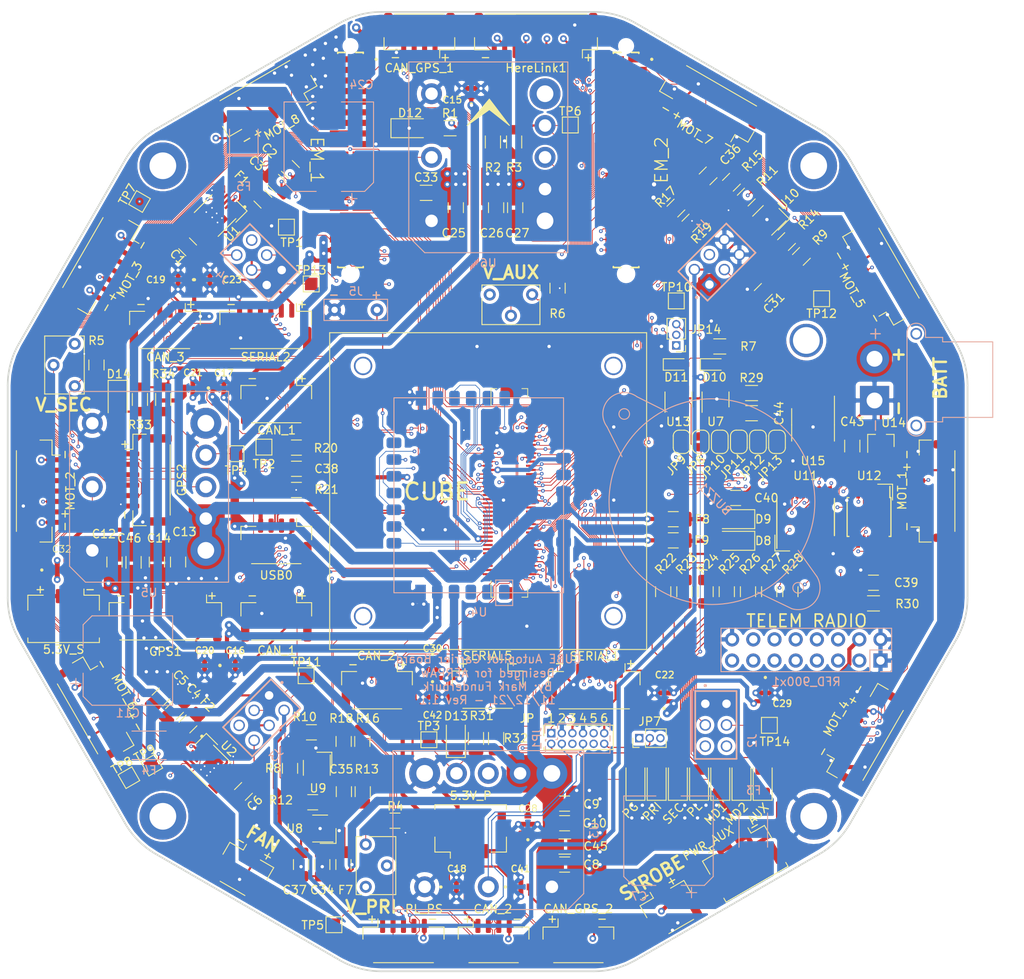
<source format=kicad_pcb>
(kicad_pcb (version 20171130) (host pcbnew "(5.1.12)-1")
  (layers (0 F.Cu signal) (1 In1.Cu signal) (2 In2.Cu signal) (31 B.Cu signal) (34 B.Paste user hide) (35 F.Paste user hide) (36 B.SilkS user) (37 F.SilkS user) (38 B.Mask user) (39 F.Mask user) (44 Edge.Cuts user))
  (net 0 "")
  (net 1 GND)
  (net 2 +5VA)
  (net 3 "Net-(C1-Pad1)")
  (net 4 "Net-(C2-Pad1)")
  (net 5 "Net-(C3-Pad1)")
  (net 6 "Net-(C4-Pad1)")
  (net 7 "Net-(C5-Pad1)")
  (net 8 "Net-(C6-Pad1)")
  (net 9 5V3_Primary)
  (net 10 "Net-(C11-Pad1)")
  (net 11 5V3_secondary)
  (net 12 5V_PERIPH_PRIMARY)
  (net 13 "Net-(C15-Pad3)")
  (net 14 "Net-(C16-Pad3)")
  (net 15 "Net-(C17-Pad3)")
  (net 16 5V_PERIPH_SECONDARY)
  (net 17 "Net-(C18-Pad3)")
  (net 18 "Net-(C19-Pad3)")
  (net 19 "Net-(C20-Pad3)")
  (net 20 "Net-(C21-Pad3)")
  (net 21 "Net-(C22-Pad3)")
  (net 22 "Net-(C23-Pad3)")
  (net 23 "Net-(C24-Pad1)")
  (net 24 VDD_SERVO)
  (net 25 Vout_payload)
  (net 26 "Net-(C35-Pad2)")
  (net 27 "Net-(C35-Pad1)")
  (net 28 "Net-(C36-Pad2)")
  (net 29 "Net-(C36-Pad1)")
  (net 30 AUX_BATT_VOLTAGE_SENS)
  (net 31 5V3_OR'd)
  (net 32 "Net-(C41-Pad3)")
  (net 33 "Net-(C42-Pad3)")
  (net 34 "Net-(D1-Pad2)")
  (net 35 "Net-(D2-Pad2)")
  (net 36 "Net-(D3-Pad2)")
  (net 37 "Net-(D4-Pad2)")
  (net 38 "Net-(D5-Pad2)")
  (net 39 "Net-(D6-Pad2)")
  (net 40 "Net-(D7-Pad2)")
  (net 41 "Net-(D8-Pad2)")
  (net 42 "Net-(D9-Pad2)")
  (net 43 "Net-(F1-Pad2)")
  (net 44 +BATT)
  (net 45 "Net-(F2-Pad1)")
  (net 46 IO-CH8-PROT)
  (net 47 MOT-8_RPM)
  (net 48 MOT-8_Tx)
  (net 49 MOT-8_Rx)
  (net 50 IO-CH7-PROT)
  (net 51 MOT-7_RPM)
  (net 52 MOT-7_Tx)
  (net 53 MOT-7_Rx)
  (net 54 IO-CH6-PROT)
  (net 55 MOT-6_RPM)
  (net 56 MOT-6_Tx)
  (net 57 MOT-6_Rx)
  (net 58 IO-CH5-PROT)
  (net 59 MOT-5_RPM)
  (net 60 MOT-5_Tx)
  (net 61 MOT-5_Rx)
  (net 62 IO-CH4-PROT)
  (net 63 MOT-4_RPM)
  (net 64 MOT-4_Tx)
  (net 65 MOT-4_Rx)
  (net 66 IO-CH3-PROT)
  (net 67 MOT-3_RPM)
  (net 68 MOT-3_Tx)
  (net 69 MOT-3_Rx)
  (net 70 IO-CH2-PROT)
  (net 71 MOT-2_RPM)
  (net 72 MOT-2_Tx)
  (net 73 MOT-2_Rx)
  (net 74 IO-CH1-PROT)
  (net 75 MOT-1_RPM)
  (net 76 MOT-1_Tx)
  (net 77 MOT-1_Rx)
  (net 78 PPM-SBUS-secondary)
  (net 79 PPM-SBUS-PROT)
  (net 80 SERIAL2_RX)
  (net 81 SERIAL2_TX)
  (net 82 RFD_GPIO1)
  (net 83 RFD_GPIO2)
  (net 84 RFD_GPIO0)
  (net 85 RFD_GPIO3)
  (net 86 SERIAL1_CTS)
  (net 87 RFD_GPIO4)
  (net 88 SERIAL1_RX)
  (net 89 RFD_GPIO5)
  (net 90 SERIAL1_TX)
  (net 91 SERIAL1_RTS)
  (net 92 FMU-CH1-PROT)
  (net 93 FMU-CH2_PROT)
  (net 94 FMU-CH3_PROT)
  (net 95 FMU-CH4_PROT)
  (net 96 FMU-CH5_PROT)
  (net 97 FMU-CH6_PROT)
  (net 98 S.BUS_OUT)
  (net 99 ~IO-LED_SAFETY_PROT)
  (net 100 SAFETY)
  (net 101 I2C_1_SDA)
  (net 102 I2C_1_SCL)
  (net 103 SERAIL3_RX)
  (net 104 SERIAL3_TX)
  (net 105 I2C_2_SDA)
  (net 106 I2C_2_SCL)
  (net 107 SERIAL4_RX)
  (net 108 SERIAL4_TX)
  (net 109 SERIAL2_RTS)
  (net 110 SERIAL2_CTS)
  (net 111 5V3_prime_PG)
  (net 112 5V3_sec_PG)
  (net 113 Payload_PG)
  (net 114 MOSFET_Driver_1_PG)
  (net 115 MOSFET_Driver_2_PG)
  (net 116 Servo_Rail_PG)
  (net 117 ~Primary_Power_EN)
  (net 118 ~Payload_PW_EN)
  (net 119 Ext_MOSFET_Driver_EN)
  (net 120 SERIAL5_RX)
  (net 121 SERIAL5_TX)
  (net 122 MOSFET_Driver_Enable)
  (net 123 "Net-(Pix1-Pad65)")
  (net 124 VDD_5V_IN_PROT)
  (net 125 ~VBUS_VALID)
  (net 126 ~VDD_BACKUP_VALID)
  (net 127 ~VDD_BRICK_VALID)
  (net 128 BATT_CURRENT_SENS_PROT)
  (net 129 "IO_USART1_RX_(SPECTRUM_DSM)")
  (net 130 IO-USART1_TX)
  (net 131 ~VDD_HIPOWER_OC)
  (net 132 ~VDD_5V_PERIPH_OC)
  (net 133 VBUS)
  (net 134 ~VDD_5V_PERIPH_EN)
  (net 135 "Net-(Pix1-Pad26)")
  (net 136 AUX_BATT_CURRENT_SENS)
  (net 137 ALARM)
  (net 138 ADC_IN)
  (net 139 VDD_3V3_SPECKTRUM_EN)
  (net 140 VDD_SERVO_IN)
  (net 141 FMU-~RESET)
  (net 142 ~EXTERN_CS)
  (net 143 FMU-SWCLK)
  (net 144 ~FMU-LED_AMBER)
  (net 145 FMU-SWDIO)
  (net 146 "Net-(R4-Pad1)")
  (net 147 "Net-(R5-Pad1)")
  (net 148 "Net-(R6-Pad1)")
  (net 149 V1_Hall_raw)
  (net 150 V2_Hall_raw)
  (net 151 "Net-(R23-Pad1)")
  (net 152 "Net-(R24-Pad1)")
  (net 153 "Net-(R25-Pad1)")
  (net 154 "Net-(R26-Pad1)")
  (net 155 "Net-(R27-Pad1)")
  (net 156 "Net-(R28-Pad1)")
  (net 157 "Net-(RV1-Pad3)")
  (net 158 "Net-(RV1-Pad2)")
  (net 159 "Net-(RV2-Pad3)")
  (net 160 "Net-(RV2-Pad2)")
  (net 161 "Net-(RV3-Pad3)")
  (net 162 "Net-(RV3-Pad2)")
  (net 163 Vg_1)
  (net 164 Vg_2)
  (net 165 "Net-(U1-Pad10)")
  (net 166 "Net-(U1-Pad9)")
  (net 167 "Net-(U2-Pad10)")
  (net 168 "Net-(U2-Pad9)")
  (net 169 BUZZER)
  (net 170 3V3_Spectrum)
  (net 171 "Net-(U4-Pad2)")
  (net 172 "Net-(U4-Pad3)")
  (net 173 "Net-(U8-Pad4)")
  (net 174 "Net-(U11-Pad16)")
  (net 175 "Net-(U11-Pad4)")
  (net 176 "Net-(U12-Pad12)")
  (net 177 I_MON_Payload)
  (net 178 "Net-(RFD_900x1-Pad6)")
  (net 179 "Net-(RFD_900x1-Pad5)")
  (net 180 CAN_1-)
  (net 181 CAN_1+)
  (net 182 CAN_2-)
  (net 183 CAN_2+)
  (net 184 CAN_3-)
  (net 185 CAN_3+)
  (net 186 "Net-(C29-Pad1)")
  (net 187 USB_D+)
  (net 188 USB_D-)
  (net 189 "Net-(C30-Pad1)")
  (net 190 "Net-(R10-Pad2)")
  (net 191 "Net-(R11-Pad2)")
  (net 192 STROBE)
  (net 193 ~Power_Fault)
  (net 194 "Net-(C28-Pad1)")
  (net 195 "Net-(C32-Pad1)")
  (net 196 "Net-(Pix1-Pad75)")
  (net 197 "Net-(Pix1-Pad73)")
  (net 198 "Net-(Pix1-Pad71)")
  (net 199 "Net-(Pix1-Pad69)")
  (net 200 "Net-(Pix1-Pad67)")
  (net 201 "Net-(Pix1-Pad53)")
  (net 202 "Net-(Pix1-Pad51)")
  (net 203 "Net-(Pix1-Pad11)")
  (net 204 V+ESC)
  (net 205 temp_A)
  (net 206 temp_B)
  (net 207 BATT_VOLTAGE_SENS_PROT)
  (net 208 +3V3)
  (net 209 Aux_Hall)
  (net 210 "Net-(D10-Pad2)")
  (net 211 "Net-(D10-Pad1)")
  (net 212 "Net-(D11-Pad1)")
  (net 213 "Net-(D12-Pad2)")
  (net 214 "Net-(D13-Pad2)")
  (net 215 "Net-(D14-Pad2)")
  (net 216 "Net-(JP8-Pad2)")
  (net 217 "Net-(JP9-Pad2)")
  (net 218 "Net-(JP10-Pad2)")
  (net 219 "Net-(R29-Pad2)")
  (net 220 "Net-(U15-Pad6)")
  (net 221 Batt_Aux)
  (net 222 "Net-(C34-Pad1)")
  (net 223 "Net-(C45-Pad1)")
  (module Capacitor_SMD:C_1206_3216Metric (layer F.Cu) (at 177.292 128.6256 270)
    (fp_text reference C46 (at -2.8956 0.508 180) (layer F.SilkS))
    (fp_text value 10uF)
    (pad 2 smd roundrect (at 1.475 0 270) (size 1.15 1.8) (layers F.Cu F.Paste F.Mask) (roundrect_rratio 0.2173904347826087) (net 1 GND))
    (pad 1 smd roundrect (at -1.475 0 270) (size 1.15 1.8) (layers F.Cu F.Paste F.Mask) (roundrect_rratio 0.2173904347826087) (net 10 "Net-(C11-Pad1)"))
  )
  (module Capacitor_SMD:C_1206_3216Metric (layer F.Cu) (at 228.9556 162.687)
    (fp_text reference C45 (at 3.7084 -0.0254) (layer F.SilkS))
    (fp_text value 10uF)
    (pad 2 smd roundrect (at 1.475 0) (size 1.15 1.8) (layers F.Cu F.Paste F.Mask) (roundrect_rratio 0.2173904347826087) (net 1 GND))
    (pad 1 smd roundrect (at -1.475 0) (size 1.15 1.8) (layers F.Cu F.Paste F.Mask) (roundrect_rratio 0.2173904347826087) (net 223 "Net-(C45-Pad1)"))
  )
  (module Capacitor_SMD:C_1206_3216Metric (layer F.Cu) (at 212.344 84.328)
    (fp_text reference C33 (at 0 -1.85) (layer F.SilkS))
    (fp_text value 10uF)
    (pad 2 smd roundrect (at 1.475 0) (size 1.15 1.8) (layers F.Cu F.Paste F.Mask) (roundrect_rratio 0.2173904347826087) (net 1 GND))
    (pad 1 smd roundrect (at -1.475 0) (size 1.15 1.8) (layers F.Cu F.Paste F.Mask) (roundrect_rratio 0.2173904347826087) (net 23 "Net-(C24-Pad1)"))
  )
  (module Connector_PinHeader_1.27mm:PinHeader_2x06_P1.27mm_Vertical (layer B.Cu) (at 227.33 149.098 270)
    (fp_text reference JP1 (at 0.635 1.695 270) (layer B.SilkS) (effects (justify mirror)))
    (fp_text value Conn_02x06_Odd_Even)
    (pad 12 thru_hole oval (at 1.27 -6.35 270) (size 1 1) (drill 0.65) (layers *.Cu *.Mask) (net 122 MOSFET_Driver_Enable))
    (pad 11 thru_hole oval (at 0 -6.35 270) (size 1 1) (drill 0.65) (layers *.Cu *.Mask) (net 31 5V3_OR'd))
    (pad 10 thru_hole oval (at 1.27 -5.08 270) (size 1 1) (drill 0.65) (layers *.Cu *.Mask) (net 192 STROBE))
    (pad 9 thru_hole oval (at 0 -5.08 270) (size 1 1) (drill 0.65) (layers *.Cu *.Mask) (net 24 VDD_SERVO))
    (pad 8 thru_hole oval (at 1.27 -3.81 270) (size 1 1) (drill 0.65) (layers *.Cu *.Mask) (net 118 ~Payload_PW_EN))
    (pad 7 thru_hole oval (at 0 -3.81 270) (size 1 1) (drill 0.65) (layers *.Cu *.Mask) (net 1 GND))
    (pad 6 thru_hole oval (at 1.27 -2.54 270) (size 1 1) (drill 0.65) (layers *.Cu *.Mask) (net 92 FMU-CH1-PROT))
    (pad 5 thru_hole oval (at 0 -2.54 270) (size 1 1) (drill 0.65) (layers *.Cu *.Mask) (net 31 5V3_OR'd))
    (pad 4 thru_hole oval (at 1.27 -1.27 270) (size 1 1) (drill 0.65) (layers *.Cu *.Mask) (net 117 ~Primary_Power_EN))
    (pad 3 thru_hole oval (at 0 -1.27 270) (size 1 1) (drill 0.65) (layers *.Cu *.Mask) (net 1 GND))
    (pad 2 thru_hole oval (at 1.27 0 270) (size 1 1) (drill 0.65) (layers *.Cu *.Mask) (net 193 ~Power_Fault))
    (pad 1 thru_hole rect (at 0 0 270) (size 1 1) (drill 0.65) (layers *.Cu *.Mask) (net 96 FMU-CH5_PROT))
  )
  (module Capacitor_SMD:C_1206_3216Metric (layer F.Cu) (at 196.803 117.407434 180)
    (fp_text reference C38 (at -3.603 0) (layer F.SilkS))
    (fp_text value 0.1uF)
    (pad 2 smd roundrect (at 1.4 0 180) (size 1.25 1.75) (layers F.Cu F.Paste F.Mask) (roundrect_rratio 0.2) (net 1 GND))
    (pad 1 smd roundrect (at -1.4 0 180) (size 1.25 1.75) (layers F.Cu F.Paste F.Mask) (roundrect_rratio 0.2) (net 207 BATT_VOLTAGE_SENS_PROT))
  )
  (module Package_SO:SOIC-8_3.9x4.9mm_P1.27mm (layer F.Cu) (at 258.699 112.141 270)
    (fp_text reference U15 (at 4.318 0 180) (layer F.SilkS))
    (fp_text value ACS71240LLCBTR-030B3)
    (pad 8 smd roundrect (at 2.475 -1.905 270) (size 1.95 0.6) (layers F.Cu F.Paste F.Mask) (net 208 +3V3))
    (pad 7 smd roundrect (at 2.475 -0.635 270) (size 1.95 0.6) (layers F.Cu F.Paste F.Mask) (net 219 "Net-(R29-Pad2)"))
    (pad 6 smd roundrect (at 2.475 0.635 270) (size 1.95 0.6) (layers F.Cu F.Paste F.Mask) (net 220 "Net-(U15-Pad6)"))
    (pad 5 smd roundrect (at 2.475 1.905 270) (size 1.95 0.6) (layers F.Cu F.Paste F.Mask) (net 1 GND))
    (pad 4 smd roundrect (at -2.475 1.905 270) (size 1.95 0.6) (layers F.Cu F.Paste F.Mask) (net 44 +BATT))
    (pad 3 smd roundrect (at -2.475 0.635 270) (size 1.95 0.6) (layers F.Cu F.Paste F.Mask) (net 44 +BATT))
    (pad 2 smd roundrect (at -2.475 -0.635 270) (size 1.95 0.6) (layers F.Cu F.Paste F.Mask) (net 221 Batt_Aux))
    (pad 1 smd roundrect (at -2.475 -1.905 270) (size 1.95 0.6) (layers F.Cu F.Paste F.Mask) (net 221 Batt_Aux))
  )
  (module Package_TO_SOT_SMD:SOT-23 (layer F.Cu) (at 266.827 114.046 90)
    (fp_text reference U14 (at 2.159 1.524 180) (layer F.SilkS))
    (fp_text value LM3480-3.3)
    (pad 3 smd rect (at 1 0 90) (size 0.9 0.8) (layers F.Cu F.Paste F.Mask) (net 1 GND))
    (pad 2 smd rect (at -1 0.95 90) (size 0.9 0.8) (layers F.Cu F.Paste F.Mask) (net 31 5V3_OR'd))
    (pad 1 smd rect (at -1 -0.95 90) (size 0.9 0.8) (layers F.Cu F.Paste F.Mask) (net 208 +3V3))
  )
  (module Package_TO_SOT_SMD:SOT-23-5 (layer F.Cu) (at 242.57 109.093 90)
    (fp_text reference U13 (at -2.667 0 180) (layer F.SilkS))
    (fp_text value MCP601-xOT)
    (pad 5 smd rect (at 1.1 -0.95 90) (size 1.06 0.65) (layers F.Cu F.Paste F.Mask) (net 2 +5VA))
    (pad 4 smd rect (at 1.1 0.95 90) (size 1.06 0.65) (layers F.Cu F.Paste F.Mask) (net 210 "Net-(D10-Pad2)"))
    (pad 3 smd rect (at -1.1 0.95 90) (size 1.06 0.65) (layers F.Cu F.Paste F.Mask) (net 217 "Net-(JP9-Pad2)"))
    (pad 2 smd rect (at -1.1 0 90) (size 1.06 0.65) (layers F.Cu F.Paste F.Mask) (net 1 GND))
    (pad 1 smd rect (at -1.1 -0.95 90) (size 1.06 0.65) (layers F.Cu F.Paste F.Mask) (net 212 "Net-(D11-Pad1)"))
  )
  (module Package_TO_SOT_SMD:SOT-23-5 (layer F.Cu) (at 247.015 109.093 90)
    (fp_text reference U7 (at -2.667 0 180) (layer F.SilkS))
    (fp_text value MCP601-xOT)
    (pad 5 smd rect (at 1.1 -0.95 90) (size 1.06 0.65) (layers F.Cu F.Paste F.Mask) (net 2 +5VA))
    (pad 4 smd rect (at 1.1 0.95 90) (size 1.06 0.65) (layers F.Cu F.Paste F.Mask) (net 210 "Net-(D10-Pad2)"))
    (pad 3 smd rect (at -1.1 0.95 90) (size 1.06 0.65) (layers F.Cu F.Paste F.Mask) (net 216 "Net-(JP8-Pad2)"))
    (pad 2 smd rect (at -1.1 0 90) (size 1.06 0.65) (layers F.Cu F.Paste F.Mask) (net 1 GND))
    (pad 1 smd rect (at -1.1 -0.95 90) (size 1.06 0.65) (layers F.Cu F.Paste F.Mask) (net 211 "Net-(D10-Pad1)"))
  )
  (module Resistor_SMD:R_1206_3216Metric (layer F.Cu) (at 180.848 109.093 90)
    (fp_text reference R34 (at 3.048 0 180) (layer F.SilkS))
    (fp_text value 10k)
    (pad 2 smd roundrect (at 1.4625 0 90) (size 1.125 1.75) (layers F.Cu F.Paste F.Mask) (roundrect_rratio 0.2222213333333333) (net 11 5V3_secondary))
    (pad 1 smd roundrect (at -1.4625 0 90) (size 1.125 1.75) (layers F.Cu F.Paste F.Mask) (roundrect_rratio 0.2222213333333333) (net 112 5V3_sec_PG))
  )
  (module Resistor_SMD:R_1206_3216Metric (layer F.Cu) (at 178.054 109.093 270)
    (fp_text reference R33 (at 3.048 0) (layer F.SilkS))
    (fp_text value 270)
    (pad 2 smd roundrect (at 1.4625 0 270) (size 1.125 1.75) (layers F.Cu F.Paste F.Mask) (roundrect_rratio 0.2222213333333333) (net 215 "Net-(D14-Pad2)"))
    (pad 1 smd roundrect (at -1.4625 0 270) (size 1.125 1.75) (layers F.Cu F.Paste F.Mask) (roundrect_rratio 0.2222213333333333) (net 11 5V3_secondary))
  )
  (module Resistor_SMD:R_1206_3216Metric (layer F.Cu) (at 220.726 149.733 270)
    (fp_text reference R32 (at -0.0254 -2.3622 180) (layer F.SilkS))
    (fp_text value 10k)
    (pad 2 smd roundrect (at 1.4625 0 270) (size 1.125 1.75) (layers F.Cu F.Paste F.Mask) (roundrect_rratio 0.2222213333333333) (net 9 5V3_Primary))
    (pad 1 smd roundrect (at -1.4625 0 270) (size 1.125 1.75) (layers F.Cu F.Paste F.Mask) (roundrect_rratio 0.2222213333333333) (net 111 5V3_prime_PG))
  )
  (module Resistor_SMD:R_1206_3216Metric (layer F.Cu) (at 218.313 149.733 90)
    (fp_text reference R31 (at 2.7178 0.6858 180) (layer F.SilkS))
    (fp_text value 270)
    (pad 2 smd roundrect (at 1.4625 0 90) (size 1.125 1.75) (layers F.Cu F.Paste F.Mask) (roundrect_rratio 0.2222213333333333) (net 214 "Net-(D13-Pad2)"))
    (pad 1 smd roundrect (at -1.4625 0 90) (size 1.125 1.75) (layers F.Cu F.Paste F.Mask) (roundrect_rratio 0.2222213333333333) (net 9 5V3_Primary))
  )
  (module Resistor_SMD:R_1206_3216Metric (layer F.Cu) (at 265.938 133.5405)
    (fp_text reference R30 (at 4.064 0.0635) (layer F.SilkS))
    (fp_text value 24k)
    (pad 2 smd roundrect (at 1.4625 0) (size 1.125 1.75) (layers F.Cu F.Paste F.Mask) (roundrect_rratio 0.2222213333333333) (net 31 5V3_OR'd))
    (pad 1 smd roundrect (at -1.4625 0) (size 1.125 1.75) (layers F.Cu F.Paste F.Mask) (roundrect_rratio 0.2222213333333333) (net 113 Payload_PG))
  )
  (module Resistor_SMD:R_1206_3216Metric (layer F.Cu) (at 251.333 108.331)
    (fp_text reference R29 (at 0 -1.82) (layer F.SilkS))
    (fp_text value 8.2k)
    (pad 2 smd roundrect (at 1.4625 0) (size 1.125 1.75) (layers F.Cu F.Paste F.Mask) (roundrect_rratio 0.2222213333333333) (net 219 "Net-(R29-Pad2)"))
    (pad 1 smd roundrect (at -1.4625 0) (size 1.125 1.75) (layers F.Cu F.Paste F.Mask) (roundrect_rratio 0.2222213333333333) (net 209 Aux_Hall))
  )
  (module Resistor_SMD:R_1206_3216Metric (layer F.Cu) (at 247.523 102.743)
    (fp_text reference R7 (at 3.429 0) (layer F.SilkS))
    (fp_text value 10k)
    (pad 2 smd roundrect (at 1.4625 0) (size 1.125 1.75) (layers F.Cu F.Paste F.Mask) (roundrect_rratio 0.2222213333333333) (net 210 "Net-(D10-Pad2)"))
    (pad 1 smd roundrect (at -1.4625 0) (size 1.125 1.75) (layers F.Cu F.Paste F.Mask) (roundrect_rratio 0.2222213333333333) (net 2 +5VA))
  )
  (module Resistor_SMD:R_1206_3216Metric (layer F.Cu) (at 222.885 78.232 270)
    (fp_text reference R3 (at 3.048 0 180) (layer F.SilkS))
    (fp_text value 24k)
    (pad 2 smd roundrect (at 1.4625 0 270) (size 1.125 1.75) (layers F.Cu F.Paste F.Mask) (roundrect_rratio 0.2222213333333333) (net 1 GND))
    (pad 1 smd roundrect (at -1.4625 0 270) (size 1.125 1.75) (layers F.Cu F.Paste F.Mask) (roundrect_rratio 0.2222213333333333) (net 116 Servo_Rail_PG))
  )
  (module Resistor_SMD:R_1206_3216Metric (layer F.Cu) (at 220.345 78.232 90)
    (fp_text reference R2 (at -3.048 0 180) (layer F.SilkS))
    (fp_text value 36k)
    (pad 2 smd roundrect (at 1.4625 0 90) (size 1.125 1.75) (layers F.Cu F.Paste F.Mask) (roundrect_rratio 0.2222213333333333) (net 116 Servo_Rail_PG))
    (pad 1 smd roundrect (at -1.4625 0 90) (size 1.125 1.75) (layers F.Cu F.Paste F.Mask) (roundrect_rratio 0.2222213333333333) (net 24 VDD_SERVO))
  )
  (module Resistor_SMD:R_1206_3216Metric (layer F.Cu) (at 215.2142 76.581 180)
    (fp_text reference R1 (at 0 1.778) (layer F.SilkS))
    (fp_text value 1k)
    (pad 2 smd roundrect (at 1.4625 0 180) (size 1.125 1.75) (layers F.Cu F.Paste F.Mask) (roundrect_rratio 0.2222213333333333) (net 213 "Net-(D12-Pad2)"))
    (pad 1 smd roundrect (at -1.4625 0 180) (size 1.125 1.75) (layers F.Cu F.Paste F.Mask) (roundrect_rratio 0.2222213333333333) (net 24 VDD_SERVO))
  )
  (module Connector_PinHeader_1.27mm:PinHeader_1x03_P1.27mm_Vertical (layer F.Cu) (at 242.316 102.616 180)
    (fp_text reference JP14 (at -3.556 1.905) (layer F.SilkS))
    (fp_text value Jumper_3)
    (pad 3 thru_hole oval (at 0 2.54 180) (size 1 1) (drill 0.65) (layers *.Cu *.Mask) (net 209 Aux_Hall))
    (pad 2 thru_hole oval (at 0 1.27 180) (size 1 1) (drill 0.65) (layers *.Cu *.Mask) (net 30 AUX_BATT_VOLTAGE_SENS))
    (pad 1 thru_hole rect (at 0 0 180) (size 1 1) (drill 0.65) (layers *.Cu *.Mask) (net 177 I_MON_Payload))
  )
  (module Jumper:SolderJumper-2_P1.3mm_Open_RoundedPad1.0x1.5mm (layer F.Cu) (at 254.381 114.173 270)
    (fp_text reference JP13 (at 3.175 0.889 225) (layer F.SilkS))
    (fp_text value Jumper)
    (pad 2 smd custom (at 0.65 0 270) (size 1 0.5) (layers F.Cu F.Mask) (net 138 ADC_IN) (options (clearance outline) (anchor rect)) (primitives (gr_circle (center 0 0.25) (end 0.5 0.25) (width 0)) (gr_circle (center 0 -0.25) (end 0.5 -0.25) (width 0)) (gr_poly (pts (xy 0 -0.75) (xy -0.5 -0.75) (xy -0.5 0.75) (xy 0 0.75)) (width 0))))
    (pad 1 smd custom (at -0.65 0 270) (size 1 0.5) (layers F.Cu F.Mask) (net 218 "Net-(JP10-Pad2)") (options (clearance outline) (anchor rect)) (primitives (gr_circle (center 0 0.25) (end 0.5 0.25) (width 0)) (gr_circle (center 0 -0.25) (end 0.5 -0.25) (width 0)) (gr_poly (pts (xy 0 -0.75) (xy 0.5 -0.75) (xy 0.5 0.75) (xy 0 0.75)) (width 0))))
  )
  (module Jumper:SolderJumper-2_P1.3mm_Open_RoundedPad1.0x1.5mm (layer F.Cu) (at 252.095 114.173 270)
    (fp_text reference JP12 (at 3.048 0.762 225) (layer F.SilkS))
    (fp_text value Jumper-DNP)
    (pad 2 smd custom (at 0.65 0 270) (size 1 0.5) (layers F.Cu F.Mask) (net 206 temp_B) (options (clearance outline) (anchor rect)) (primitives (gr_circle (center 0 0.25) (end 0.5 0.25) (width 0)) (gr_circle (center 0 -0.25) (end 0.5 -0.25) (width 0)) (gr_poly (pts (xy 0 -0.75) (xy -0.5 -0.75) (xy -0.5 0.75) (xy 0 0.75)) (width 0))))
    (pad 1 smd custom (at -0.65 0 270) (size 1 0.5) (layers F.Cu F.Mask) (net 218 "Net-(JP10-Pad2)") (options (clearance outline) (anchor rect)) (primitives (gr_circle (center 0 0.25) (end 0.5 0.25) (width 0)) (gr_circle (center 0 -0.25) (end 0.5 -0.25) (width 0)) (gr_poly (pts (xy 0 -0.75) (xy 0.5 -0.75) (xy 0.5 0.75) (xy 0 0.75)) (width 0))))
  )
  (module Jumper:SolderJumper-2_P1.3mm_Open_RoundedPad1.0x1.5mm (layer F.Cu) (at 249.809 114.173 270)
    (fp_text reference JP11 (at 2.921 0.762 225) (layer F.SilkS))
    (fp_text value Jumper-DNP)
    (pad 2 smd custom (at 0.65 0 270) (size 1 0.5) (layers F.Cu F.Mask) (net 205 temp_A) (options (clearance outline) (anchor rect)) (primitives (gr_circle (center 0 0.25) (end 0.5 0.25) (width 0)) (gr_circle (center 0 -0.25) (end 0.5 -0.25) (width 0)) (gr_poly (pts (xy 0 -0.75) (xy -0.5 -0.75) (xy -0.5 0.75) (xy 0 0.75)) (width 0))))
    (pad 1 smd custom (at -0.65 0 270) (size 1 0.5) (layers F.Cu F.Mask) (net 218 "Net-(JP10-Pad2)") (options (clearance outline) (anchor rect)) (primitives (gr_circle (center 0 0.25) (end 0.5 0.25) (width 0)) (gr_circle (center 0 -0.25) (end 0.5 -0.25) (width 0)) (gr_poly (pts (xy 0 -0.75) (xy 0.5 -0.75) (xy 0.5 0.75) (xy 0 0.75)) (width 0))))
  )
  (module Jumper:SolderJumper-2_P1.3mm_Open_RoundedPad1.0x1.5mm (layer F.Cu) (at 247.523 114.173 90)
    (fp_text reference JP10 (at -3.048 -0.889 45) (layer F.SilkS))
    (fp_text value Jumper)
    (pad 2 smd custom (at 0.65 0 90) (size 1 0.5) (layers F.Cu F.Mask) (net 218 "Net-(JP10-Pad2)") (options (clearance outline) (anchor rect)) (primitives (gr_circle (center 0 0.25) (end 0.5 0.25) (width 0)) (gr_circle (center 0 -0.25) (end 0.5 -0.25) (width 0)) (gr_poly (pts (xy 0 -0.75) (xy -0.5 -0.75) (xy -0.5 0.75) (xy 0 0.75)) (width 0))))
    (pad 1 smd custom (at -0.65 0 90) (size 1 0.5) (layers F.Cu F.Mask) (net 210 "Net-(D10-Pad2)") (options (clearance outline) (anchor rect)) (primitives (gr_circle (center 0 0.25) (end 0.5 0.25) (width 0)) (gr_circle (center 0 -0.25) (end 0.5 -0.25) (width 0)) (gr_poly (pts (xy 0 -0.75) (xy 0.5 -0.75) (xy 0.5 0.75) (xy 0 0.75)) (width 0))))
  )
  (module Jumper:SolderJumper-2_P1.3mm_Open_RoundedPad1.0x1.5mm (layer F.Cu) (at 242.951 114.173 90)
    (fp_text reference JP9 (at -2.794 -0.635 225) (layer F.SilkS))
    (fp_text value Jumper)
    (pad 2 smd custom (at 0.65 0 90) (size 1 0.5) (layers F.Cu F.Mask) (net 217 "Net-(JP9-Pad2)") (options (clearance outline) (anchor rect)) (primitives (gr_circle (center 0 0.25) (end 0.5 0.25) (width 0)) (gr_circle (center 0 -0.25) (end 0.5 -0.25) (width 0)) (gr_poly (pts (xy 0 -0.75) (xy -0.5 -0.75) (xy -0.5 0.75) (xy 0 0.75)) (width 0))))
    (pad 1 smd custom (at -0.65 0 90) (size 1 0.5) (layers F.Cu F.Mask) (net 206 temp_B) (options (clearance outline) (anchor rect)) (primitives (gr_circle (center 0 0.25) (end 0.5 0.25) (width 0)) (gr_circle (center 0 -0.25) (end 0.5 -0.25) (width 0)) (gr_poly (pts (xy 0 -0.75) (xy 0.5 -0.75) (xy 0.5 0.75) (xy 0 0.75)) (width 0))))
  )
  (module Jumper:SolderJumper-2_P1.3mm_Open_RoundedPad1.0x1.5mm (layer F.Cu) (at 245.237 114.173 90)
    (fp_text reference JP8 (at -2.794 -0.635 225) (layer F.SilkS))
    (fp_text value Jumper)
    (pad 2 smd custom (at 0.65 0 90) (size 1 0.5) (layers F.Cu F.Mask) (net 216 "Net-(JP8-Pad2)") (options (clearance outline) (anchor rect)) (primitives (gr_circle (center 0 0.25) (end 0.5 0.25) (width 0)) (gr_circle (center 0 -0.25) (end 0.5 -0.25) (width 0)) (gr_poly (pts (xy 0 -0.75) (xy -0.5 -0.75) (xy -0.5 0.75) (xy 0 0.75)) (width 0))))
    (pad 1 smd custom (at -0.65 0 90) (size 1 0.5) (layers F.Cu F.Mask) (net 205 temp_A) (options (clearance outline) (anchor rect)) (primitives (gr_circle (center 0 0.25) (end 0.5 0.25) (width 0)) (gr_circle (center 0 -0.25) (end 0.5 -0.25) (width 0)) (gr_poly (pts (xy 0 -0.75) (xy 0.5 -0.75) (xy 0.5 0.75) (xy 0 0.75)) (width 0))))
  )
  (module LED_SMD:LED_1206_3216Metric (layer F.Cu) (at 175.387 109.093 270)
    (fp_text reference D14 (at -3.048 -0.127 180) (layer F.SilkS))
    (fp_text value LED_GREEN)
    (pad 2 smd roundrect (at 1.4 0 270) (size 1.25 1.75) (layers F.Cu F.Paste F.Mask) (roundrect_rratio 0.2) (net 215 "Net-(D14-Pad2)"))
    (pad 1 smd roundrect (at -1.4 0 270) (size 1.25 1.75) (layers F.Cu F.Paste F.Mask) (roundrect_rratio 0.2) (net 1 GND))
  )
  (module LED_SMD:LED_1206_3216Metric (layer F.Cu) (at 215.9 149.733 90)
    (fp_text reference D13 (at 2.6924 0.0254 180) (layer F.SilkS))
    (fp_text value LED_GREEN)
    (pad 2 smd roundrect (at 1.4 0 90) (size 1.25 1.75) (layers F.Cu F.Paste F.Mask) (roundrect_rratio 0.2) (net 214 "Net-(D13-Pad2)"))
    (pad 1 smd roundrect (at -1.4 0 90) (size 1.25 1.75) (layers F.Cu F.Paste F.Mask) (roundrect_rratio 0.2) (net 1 GND))
  )
  (module LED_SMD:LED_1206_3216Metric (layer F.Cu) (at 210.4136 76.581)
    (fp_text reference D12 (at 0 -1.82) (layer F.SilkS))
    (fp_text value LED_GREEN)
    (pad 2 smd roundrect (at 1.4 0) (size 1.25 1.75) (layers F.Cu F.Paste F.Mask) (roundrect_rratio 0.2) (net 213 "Net-(D12-Pad2)"))
    (pad 1 smd roundrect (at -1.4 0) (size 1.25 1.75) (layers F.Cu F.Paste F.Mask) (roundrect_rratio 0.2) (net 1 GND))
  )
  (module Diode_SMD:D_0603_1608Metric_Castellated (layer F.Cu) (at 242.443 104.902)
    (fp_text reference D11 (at -0.127 1.524) (layer F.SilkS))
    (fp_text value D_Schottky)
    (pad 2 smd roundrect (at 0.8125 0) (size 1.225 0.85) (layers F.Cu F.Paste F.Mask) (net 210 "Net-(D10-Pad2)"))
    (pad 1 smd roundrect (at -0.8125 0) (size 1.225 0.85) (layers F.Cu F.Paste F.Mask) (net 212 "Net-(D11-Pad1)"))
  )
  (module Diode_SMD:D_0603_1608Metric_Castellated (layer F.Cu) (at 246.888 104.902)
    (fp_text reference D10 (at 0 1.524) (layer F.SilkS))
    (fp_text value D_Schottky)
    (pad 2 smd roundrect (at 0.8125 0) (size 1.225 0.85) (layers F.Cu F.Paste F.Mask) (net 210 "Net-(D10-Pad2)"))
    (pad 1 smd roundrect (at -0.8125 0) (size 1.225 0.85) (layers F.Cu F.Paste F.Mask) (net 211 "Net-(D10-Pad1)"))
  )
  (module Capacitor_SMD:C_1206_3216Metric (layer F.Cu) (at 251.333 110.744)
    (fp_text reference C44 (at 3.302 0 90) (layer F.SilkS))
    (fp_text value 0.1uF)
    (pad 2 smd roundrect (at 1.475 0) (size 1.15 1.8) (layers F.Cu F.Paste F.Mask) (roundrect_rratio 0.2173904347826087) (net 1 GND))
    (pad 1 smd roundrect (at -1.475 0) (size 1.15 1.8) (layers F.Cu F.Paste F.Mask) (roundrect_rratio 0.2173904347826087) (net 209 Aux_Hall))
  )
  (module Capacitor_SMD:C_1206_3216Metric (layer F.Cu) (at 263.398 114.681 90)
    (fp_text reference C43 (at 2.921 0 180) (layer F.SilkS))
    (fp_text value 0.1uF)
    (pad 2 smd roundrect (at 1.475 0 90) (size 1.15 1.8) (layers F.Cu F.Paste F.Mask) (roundrect_rratio 0.2173904347826087) (net 1 GND))
    (pad 1 smd roundrect (at -1.475 0 90) (size 1.15 1.8) (layers F.Cu F.Paste F.Mask) (roundrect_rratio 0.2173904347826087) (net 208 +3V3))
  )
  (module P2_PowerSystem:Molex_CLIK-Mate_502386-0270_1x02-1MP_P1.25mm_Horizontal (layer F.Cu) (at 190.5 165.354 330)
    (fp_text reference J11 hide)
    (fp_text value Conn_01x02_Female)
    (pad MP smd roundrect (at 2.475 1.35 330) (size 1 2.7) (layers F.Cu F.Paste F.Mask))
    (pad MP smd roundrect (at -2.475 1.35 330) (size 1 2.7) (layers F.Cu F.Paste F.Mask))
    (pad 2 smd roundrect (at 0.625 -1.85 330) (size 0.6 1.7) (layers F.Cu F.Paste F.Mask) (net 24 VDD_SERVO))
    (pad 1 smd roundrect (at -0.625 -1.85 330) (size 0.6 1.7) (layers F.Cu F.Paste F.Mask) (net 1 GND))
  )
  (module P2_PowerSystem:Molex_CLIK-Mate_502382-0470_1x04-1MP_P1.25mm_Vertical (layer F.Cu) (at 168.91 134.62 180)
    (fp_text reference J10 hide)
    (fp_text value Conn_01x04_Female)
    (pad MP smd roundrect (at 3.725 -1.4 180) (size 1 2.8) (layers F.Cu F.Paste F.Mask))
    (pad MP smd roundrect (at -3.725 -1.4 180) (size 1 2.8) (layers F.Cu F.Paste F.Mask))
    (pad 4 smd roundrect (at 1.875 1.95 180) (size 0.6 1.7) (layers F.Cu F.Paste F.Mask) (net 195 "Net-(C32-Pad1)"))
    (pad 3 smd roundrect (at 0.625 1.95 180) (size 0.6 1.7) (layers F.Cu F.Paste F.Mask) (net 195 "Net-(C32-Pad1)"))
    (pad 2 smd roundrect (at -0.625 1.95 180) (size 0.6 1.7) (layers F.Cu F.Paste F.Mask) (net 1 GND))
    (pad 1 smd roundrect (at -1.875 1.95 180) (size 0.6 1.7) (layers F.Cu F.Paste F.Mask) (net 1 GND))
  )
  (module P2_PowerSystem:Molex_CLIK-Mate_502382-0470_1x04-1MP_P1.25mm_Vertical (layer F.Cu) (at 217.678 161.29)
    (fp_text reference J9 hide)
    (fp_text value Conn_01x04_Female)
    (pad MP smd roundrect (at 3.725 -1.4) (size 1 2.8) (layers F.Cu F.Paste F.Mask))
    (pad MP smd roundrect (at -3.725 -1.4) (size 1 2.8) (layers F.Cu F.Paste F.Mask))
    (pad 4 smd roundrect (at 1.875 1.95) (size 0.6 1.7) (layers F.Cu F.Paste F.Mask) (net 194 "Net-(C28-Pad1)"))
    (pad 3 smd roundrect (at 0.625 1.95) (size 0.6 1.7) (layers F.Cu F.Paste F.Mask) (net 194 "Net-(C28-Pad1)"))
    (pad 2 smd roundrect (at -0.625 1.95) (size 0.6 1.7) (layers F.Cu F.Paste F.Mask) (net 1 GND))
    (pad 1 smd roundrect (at -1.875 1.95) (size 0.6 1.7) (layers F.Cu F.Paste F.Mask) (net 1 GND))
  )
  (module P2_PowerSystem:Molex_CLIK-Mate_502382-0470_1x04-1MP_P1.25mm_Vertical (layer F.Cu) (at 250.19 164.084 210)
    (fp_text reference J8 hide)
    (fp_text value Conn_01x04_Female)
    (pad MP smd roundrect (at 3.725 -1.4 210) (size 1 2.8) (layers F.Cu F.Paste F.Mask))
    (pad MP smd roundrect (at -3.725 -1.4 210) (size 1 2.8) (layers F.Cu F.Paste F.Mask))
    (pad 4 smd roundrect (at 1.875 1.95 210) (size 0.6 1.7) (layers F.Cu F.Paste F.Mask) (net 24 VDD_SERVO))
    (pad 3 smd roundrect (at 0.625 1.95 210) (size 0.6 1.7) (layers F.Cu F.Paste F.Mask) (net 24 VDD_SERVO))
    (pad 2 smd roundrect (at -0.625 1.95 210) (size 0.6 1.7) (layers F.Cu F.Paste F.Mask) (net 1 GND))
    (pad 1 smd roundrect (at -1.875 1.95 210) (size 0.6 1.7) (layers F.Cu F.Paste F.Mask) (net 1 GND))
  )
  (module P2_PowerSystem:Molex_CLIK-Mate_502386-0270_1x02-1MP_P1.25mm_Horizontal (layer F.Cu) (at 241.554 169.926 30)
    (fp_text reference J7 hide)
    (fp_text value Conn_01x02_Female)
    (pad MP smd roundrect (at 2.475 1.35 30) (size 1 2.7) (layers F.Cu F.Paste F.Mask))
    (pad MP smd roundrect (at -2.475 1.35 30) (size 1 2.7) (layers F.Cu F.Paste F.Mask))
    (pad 2 smd roundrect (at 0.625 -1.85 30) (size 0.6 1.7) (layers F.Cu F.Paste F.Mask) (net 192 STROBE))
    (pad 1 smd roundrect (at -0.625 -1.85 30) (size 0.6 1.7) (layers F.Cu F.Paste F.Mask) (net 1 GND))
  )
  (module P2_PowerSystem:FIL_NFM21HC224R1A3D (layer F.Cu) (at 168.148 129.54)
    (fp_text reference C32 (at 0.54 -2.508) (layer F.SilkS) (effects (font (size 0.8 0.8) (thickness 0.1))))
    (fp_text value EMI_Filter_C)
    (pad 1 smd rect (at -1 0) (size 0.6 0.8) (layers F.Cu F.Paste F.Mask) (net 195 "Net-(C32-Pad1)"))
    (pad 3 smd rect (at 1 0) (size 0.6 0.8) (layers F.Cu F.Paste F.Mask) (net 11 5V3_secondary))
    (pad 2 smd rect (at 0 0) (size 0.6 2) (layers F.Cu F.Paste F.Mask) (net 1 GND))
    (pad 2 thru_hole circle (at 0 -1.15) (size 0.8 0.8) (drill 0.4) (layers *.Cu) (net 1 GND))
    (pad 2 thru_hole circle (at 0 1.15) (size 0.8 0.8) (drill 0.4) (layers *.Cu) (net 1 GND))
  )
  (module P2_PowerSystem:FIL_NFM21HC224R1A3D (layer F.Cu) (at 224.536 160.02 90)
    (fp_text reference C28 (at 1.905 0 180) (layer F.SilkS) (effects (font (size 0.8 0.8) (thickness 0.1))))
    (fp_text value EMI_Filter_C)
    (pad 1 smd rect (at -1 0 90) (size 0.6 0.8) (layers F.Cu F.Paste F.Mask) (net 194 "Net-(C28-Pad1)"))
    (pad 3 smd rect (at 1 0 90) (size 0.6 0.8) (layers F.Cu F.Paste F.Mask) (net 9 5V3_Primary))
    (pad 2 smd rect (at 0 0 90) (size 0.6 2) (layers F.Cu F.Paste F.Mask) (net 1 GND))
    (pad 2 thru_hole circle (at 0 -1.15 90) (size 0.8 0.8) (drill 0.4) (layers *.Cu) (net 1 GND))
    (pad 2 thru_hole circle (at 0 1.15 90) (size 0.8 0.8) (drill 0.4) (layers *.Cu) (net 1 GND))
  )
  (module Connector_PinHeader_1.27mm:PinHeader_1x03_P1.27mm_Vertical (layer F.Cu) (at 237.871 149.6949 90)
    (fp_text reference JP7 (at 1.9939 1.27 180) (layer F.SilkS))
    (fp_text value Jumper_3)
    (pad 3 thru_hole oval (at 0 2.54 90) (size 1 1) (drill 0.65) (layers *.Cu *.Mask) (net 97 FMU-CH6_PROT))
    (pad 2 thru_hole oval (at 0 1.27 90) (size 1 1) (drill 0.65) (layers *.Cu *.Mask) (net 122 MOSFET_Driver_Enable))
    (pad 1 thru_hole rect (at 0 0 90) (size 1 1) (drill 0.65) (layers *.Cu *.Mask) (net 119 Ext_MOSFET_Driver_EN))
  )
  (module P2_PowerSystem:RFD900_2x08_2.54mm (layer B.Cu) (at 266.78 140.394434 90)
    (fp_text reference RFD_900x1 (at -2.54 -8.89) (layer B.SilkS) (effects (justify mirror)))
    (fp_text value Conn_02x08_Odd_Even)
    (pad 1 thru_hole rect (at 0 0 90) (size 1.7 1.7) (drill 1) (layers *.Cu *.Mask) (net 1 GND))
    (pad 2 thru_hole oval (at 2.54 0 90) (size 1.7 1.7) (drill 1) (layers *.Cu *.Mask) (net 1 GND))
    (pad 3 thru_hole oval (at 0 -2.54 90) (size 1.7 1.7) (drill 1) (layers *.Cu *.Mask) (net 91 SERIAL1_RTS))
    (pad 4 thru_hole oval (at 2.54 -2.54 90) (size 1.7 1.7) (drill 1) (layers *.Cu *.Mask) (net 186 "Net-(C29-Pad1)"))
    (pad 5 thru_hole oval (at 0 -5.08 90) (size 1.7 1.7) (drill 1) (layers *.Cu *.Mask) (net 179 "Net-(RFD_900x1-Pad5)"))
    (pad 6 thru_hole oval (at 2.54 -5.08 90) (size 1.7 1.7) (drill 1) (layers *.Cu *.Mask) (net 178 "Net-(RFD_900x1-Pad6)"))
    (pad 7 thru_hole oval (at 0 -7.62 90) (size 1.7 1.7) (drill 1) (layers *.Cu *.Mask) (net 90 SERIAL1_TX))
    (pad 8 thru_hole oval (at 2.54 -7.62 90) (size 1.7 1.7) (drill 1) (layers *.Cu *.Mask) (net 89 RFD_GPIO5))
    (pad 9 thru_hole oval (at 0 -10.16 90) (size 1.7 1.7) (drill 1) (layers *.Cu *.Mask) (net 88 SERIAL1_RX))
    (pad 10 thru_hole oval (at 2.54 -10.16 90) (size 1.7 1.7) (drill 1) (layers *.Cu *.Mask) (net 87 RFD_GPIO4))
    (pad 11 thru_hole oval (at 0 -12.7 90) (size 1.7 1.7) (drill 1) (layers *.Cu *.Mask) (net 86 SERIAL1_CTS))
    (pad 12 thru_hole oval (at 2.54 -12.7 90) (size 1.7 1.7) (drill 1) (layers *.Cu *.Mask) (net 85 RFD_GPIO3))
    (pad 13 thru_hole oval (at 0 -15.24 90) (size 1.7 1.7) (drill 1) (layers *.Cu *.Mask) (net 84 RFD_GPIO0))
    (pad 14 thru_hole oval (at 2.54 -15.24 90) (size 1.7 1.7) (drill 1) (layers *.Cu *.Mask) (net 83 RFD_GPIO2))
    (pad 15 thru_hole oval (at 0 -17.78 90) (size 1.7 1.7) (drill 1) (layers *.Cu *.Mask) (net 82 RFD_GPIO1))
    (pad 16 thru_hole oval (at 2.54 -17.78 90) (size 1.7 1.7) (drill 1) (layers *.Cu *.Mask) (net 1 GND))
    (pad ~ thru_hole circle (at 38.37 -8.89 90) (size 4 4) (drill 3.2) (layers *.Cu *.Mask))
  )
  (module P2_PowerSystem:AMASS_XT30PW-F_1x02_P2.50mm_Horizontal (layer B.Cu) (at 266.065 109.22 90)
    (fp_text reference J6 hide)
    (fp_text value XT30PW-F)
    (fp_text user - (at -3 0 -90) (layer B.SilkS) (effects (font (size 1.5 1.5)) (justify mirror)))
    (fp_text user + (at 8 0 -90) (layer B.SilkS) (effects (font (size 1.5 1.5)) (justify mirror)))
    (pad 2 thru_hole circle (at 5 0 90) (size 3.5 3.5) (drill 1.9) (layers *.Cu *.Mask) (net 221 Batt_Aux))
    (pad 1 thru_hole rect (at 0 0 90) (size 3.5 3.5) (drill 1.9) (layers *.Cu *.Mask) (net 1 GND))
    (pad "" thru_hole circle (at 8 5 90) (size 1.4 1.4) (drill 1) (layers *.Cu *.Mask))
    (pad "" thru_hole circle (at -3 5) (size 1.4 1.4) (drill 1) (layers *.Cu *.Mask))
  )
  (module Capacitor_SMD:CP_Elec_10x10.5 (layer B.Cu) (at 200.68286 78.79588 90)
    (fp_text reference C24 (at 7.42188 3.91414 180) (layer B.SilkS) (effects (justify mirror)))
    (fp_text value 100uF)
    (pad 2 smd roundrect (at 4.2 0 90) (size 4.4 2.5) (layers B.Cu B.Paste B.Mask) (roundrect_rratio 0.1) (net 1 GND))
    (pad 1 smd roundrect (at -4.2 0 90) (size 4.4 2.5) (layers B.Cu B.Paste B.Mask) (roundrect_rratio 0.1) (net 23 "Net-(C24-Pad1)"))
  )
  (module Capacitor_SMD:CP_Elec_10x10.5 (layer B.Cu) (at 176.61 140.394434)
    (fp_text reference C11 (at 0 6.3) (layer B.SilkS) (effects (justify mirror)))
    (fp_text value 100uF)
    (pad 2 smd roundrect (at 4.2 0) (size 4.399999 2.5) (layers B.Cu B.Paste B.Mask) (roundrect_rratio 0.1) (net 1 GND))
    (pad 1 smd roundrect (at -4.2 0) (size 4.4 2.5) (layers B.Cu B.Paste B.Mask) (roundrect_rratio 0.1) (net 10 "Net-(C11-Pad1)"))
  )
  (module Capacitor_SMD:CP_Elec_10x10.5 (layer B.Cu) (at 241.38 161.984434 90)
    (fp_text reference C7 (at -6.671566 -3.509 180) (layer B.SilkS) (effects (justify mirror)))
    (fp_text value 100uF)
    (pad 2 smd roundrect (at 4.2 0 90) (size 4.4 2.5) (layers B.Cu B.Paste B.Mask) (roundrect_rratio 0.1) (net 1 GND))
    (pad 1 smd roundrect (at -4.2 0 90) (size 4.4 2.5) (layers B.Cu B.Paste B.Mask) (roundrect_rratio 0.1) (net 223 "Net-(C45-Pad1)"))
  )
  (module Resistor_SMD:R_1206_3216Metric (layer F.Cu) (at 248.92 83.058 45)
    (fp_text reference R15 (at 3.592102 0 45) (layer F.SilkS))
    (fp_text value 12k)
    (pad 2 smd roundrect (at 1.4 0 45) (size 1.25 1.75) (layers F.Cu F.Paste F.Mask) (roundrect_rratio 0.2) (net 28 "Net-(C36-Pad2)"))
    (pad 1 smd roundrect (at -1.4 0 45) (size 1.25 1.75) (layers F.Cu F.Paste F.Mask) (roundrect_rratio 0.2) (net 29 "Net-(C36-Pad1)"))
  )
  (module Package_TO_SOT_SMD:SOT-23-5 (layer F.Cu) (at 253.238 87.63 225)
    (fp_text reference U10 (at -3.592102 0 45) (layer F.SilkS))
    (fp_text value MCP601-xOT)
    (pad 5 smd rect (at 1.1 -0.95 225) (size 1.06 0.65) (layers F.Cu F.Paste F.Mask) (net 2 +5VA))
    (pad 4 smd rect (at 1.1 0.95 225) (size 1.06 0.65) (layers F.Cu F.Paste F.Mask) (net 29 "Net-(C36-Pad1)"))
    (pad 3 smd rect (at -1.1 0.95 225) (size 1.06 0.65) (layers F.Cu F.Paste F.Mask) (net 191 "Net-(R11-Pad2)"))
    (pad 2 smd rect (at -1.1 0 225) (size 1.06 0.65) (layers F.Cu F.Paste F.Mask) (net 1 GND))
    (pad 1 smd rect (at -1.1 -0.95 225) (size 1.06 0.65) (layers F.Cu F.Paste F.Mask) (net 28 "Net-(C36-Pad2)"))
  )
  (module Package_TO_SOT_SMD:SOT-23-5 (layer F.Cu) (at 199.24522 153.25344 270)
    (fp_text reference U9 (at 2.44856 -0.14478 180) (layer F.SilkS))
    (fp_text value MCP601-xOT)
    (pad 5 smd rect (at 1.1 -0.95 270) (size 1.06 0.65) (layers F.Cu F.Paste F.Mask) (net 2 +5VA))
    (pad 4 smd rect (at 1.1 0.95 270) (size 1.06 0.65) (layers F.Cu F.Paste F.Mask) (net 27 "Net-(C35-Pad1)"))
    (pad 3 smd rect (at -1.1 0.95 270) (size 1.06 0.65) (layers F.Cu F.Paste F.Mask) (net 190 "Net-(R10-Pad2)"))
    (pad 2 smd rect (at -1.1 0 270) (size 1.06 0.65) (layers F.Cu F.Paste F.Mask) (net 1 GND))
    (pad 1 smd rect (at -1.1 -0.95 270) (size 1.06 0.65) (layers F.Cu F.Paste F.Mask) (net 26 "Net-(C35-Pad2)"))
  )
  (module P2_PowerSystem:FIL_NFM21HC224R1A3D (layer F.Cu) (at 213.106 141.478 270)
    (fp_text reference C30 (at -2.54 0 180) (layer F.SilkS) (effects (font (size 0.8 0.8))))
    (fp_text value EMI_Filter_C)
    (pad 1 smd rect (at -1 0 270) (size 0.6 0.8) (layers F.Cu F.Paste F.Mask) (net 189 "Net-(C30-Pad1)"))
    (pad 3 smd rect (at 1 0 270) (size 0.6 0.8) (layers F.Cu F.Paste F.Mask) (net 16 5V_PERIPH_SECONDARY))
    (pad 2 smd rect (at 0 0 270) (size 0.6 2) (layers F.Cu F.Paste F.Mask) (net 1 GND))
    (pad 2 thru_hole circle (at 0 -1.15 270) (size 0.8 0.8) (drill 0.4) (layers *.Cu) (net 1 GND))
    (pad 2 thru_hole circle (at 0 1.15 270) (size 0.8 0.8) (drill 0.4) (layers *.Cu) (net 1 GND))
  )
  (module P2_PowerSystem:FIL_NFM21HC224R1A3D (layer F.Cu) (at 252.984 144.272 270)
    (fp_text reference C29 (at 1.27 -2.032 180) (layer F.SilkS) (effects (font (size 0.8 0.8))))
    (fp_text value EMI_Filter_C)
    (pad 1 smd rect (at -1 0 270) (size 0.6 0.8) (layers F.Cu F.Paste F.Mask) (net 186 "Net-(C29-Pad1)"))
    (pad 3 smd rect (at 1 0 270) (size 0.6 0.8) (layers F.Cu F.Paste F.Mask) (net 12 5V_PERIPH_PRIMARY))
    (pad 2 smd rect (at 0 0 270) (size 0.6 2) (layers F.Cu F.Paste F.Mask) (net 1 GND))
    (pad 2 thru_hole circle (at 0 -1.15 270) (size 0.8 0.8) (drill 0.4) (layers *.Cu) (net 1 GND))
    (pad 2 thru_hole circle (at 0 1.15 270) (size 0.8 0.8) (drill 0.4) (layers *.Cu) (net 1 GND))
  )
  (module P2_PowerSystem:FIL_NFM21HC224R1A3D (layer F.Cu) (at 213.106 144.78 270)
    (fp_text reference C42 (at 2.159 0 180) (layer F.SilkS) (effects (font (size 0.8 0.8))))
    (fp_text value EMI_Filter_C)
    (pad 1 smd rect (at -1 0 270) (size 0.6 0.8) (layers F.Cu F.Paste F.Mask) (net 16 5V_PERIPH_SECONDARY))
    (pad 3 smd rect (at 1 0 270) (size 0.6 0.8) (layers F.Cu F.Paste F.Mask) (net 33 "Net-(C42-Pad3)"))
    (pad 2 smd rect (at 0 0 270) (size 0.6 2) (layers F.Cu F.Paste F.Mask) (net 1 GND))
    (pad 2 thru_hole circle (at 0 -1.15 270) (size 0.8 0.8) (drill 0.4) (layers *.Cu) (net 1 GND))
    (pad 2 thru_hole circle (at 0 1.15 270) (size 0.8 0.8) (drill 0.4) (layers *.Cu) (net 1 GND))
  )
  (module P2_PowerSystem:FIL_NFM21HC224R1A3D (layer F.Cu) (at 223.68764 167.52824)
    (fp_text reference C41 (at -0.04064 -2.17424) (layer F.SilkS) (effects (font (size 0.8 0.8))))
    (fp_text value EMI_Filter_C)
    (pad 1 smd rect (at -1 0) (size 0.6 0.8) (layers F.Cu F.Paste F.Mask) (net 16 5V_PERIPH_SECONDARY))
    (pad 3 smd rect (at 1 0) (size 0.6 0.8) (layers F.Cu F.Paste F.Mask) (net 32 "Net-(C41-Pad3)"))
    (pad 2 smd rect (at 0 0) (size 0.6 2) (layers F.Cu F.Paste F.Mask) (net 1 GND))
    (pad 2 thru_hole circle (at 0 -1.15) (size 0.8 0.8) (drill 0.4) (layers *.Cu) (net 1 GND))
    (pad 2 thru_hole circle (at 0 1.15) (size 0.8 0.8) (drill 0.4) (layers *.Cu) (net 1 GND))
  )
  (module P2_PowerSystem:FIL_NFM21HC224R1A3D (layer F.Cu) (at 186.436 94.742)
    (fp_text reference C23 (at 2.667 0) (layer F.SilkS) (effects (font (size 0.8 0.8))))
    (fp_text value EMI_Filter_C)
    (pad 1 smd rect (at -1 0) (size 0.6 0.8) (layers F.Cu F.Paste F.Mask) (net 16 5V_PERIPH_SECONDARY))
    (pad 3 smd rect (at 1 0) (size 0.6 0.8) (layers F.Cu F.Paste F.Mask) (net 22 "Net-(C23-Pad3)"))
    (pad 2 smd rect (at 0 0) (size 0.6 2) (layers F.Cu F.Paste F.Mask) (net 1 GND))
    (pad 2 thru_hole circle (at 0 -1.15) (size 0.8 0.8) (drill 0.4) (layers *.Cu) (net 1 GND))
    (pad 2 thru_hole circle (at 0 1.15) (size 0.8 0.8) (drill 0.4) (layers *.Cu) (net 1 GND))
  )
  (module P2_PowerSystem:FIL_NFM21HC224R1A3D (layer F.Cu) (at 240.8555 144.272 90)
    (fp_text reference C22 (at 2.159 0.0635 180) (layer F.SilkS) (effects (font (size 0.8 0.8))))
    (fp_text value EMI_Filter_C)
    (pad 1 smd rect (at -1 0 90) (size 0.6 0.8) (layers F.Cu F.Paste F.Mask) (net 12 5V_PERIPH_PRIMARY))
    (pad 3 smd rect (at 1 0 90) (size 0.6 0.8) (layers F.Cu F.Paste F.Mask) (net 21 "Net-(C22-Pad3)"))
    (pad 2 smd rect (at 0 0 90) (size 0.6 2) (layers F.Cu F.Paste F.Mask) (net 1 GND))
    (pad 2 thru_hole circle (at 0 -1.15 90) (size 0.8 0.8) (drill 0.4) (layers *.Cu) (net 1 GND))
    (pad 2 thru_hole circle (at 0 1.15 90) (size 0.8 0.8) (drill 0.4) (layers *.Cu) (net 1 GND))
  )
  (module P2_PowerSystem:FIL_NFM21HC224R1A3D (layer F.Cu) (at 184.404 107.7214 180)
    (fp_text reference C21 (at -0.0127 1.8288) (layer F.SilkS) (effects (font (size 0.8 0.8))))
    (fp_text value EMI_Filter_C)
    (pad 1 smd rect (at -1 0 180) (size 0.6 0.8) (layers F.Cu F.Paste F.Mask) (net 16 5V_PERIPH_SECONDARY))
    (pad 3 smd rect (at 1 0 180) (size 0.6 0.8) (layers F.Cu F.Paste F.Mask) (net 20 "Net-(C21-Pad3)"))
    (pad 2 smd rect (at 0 0 180) (size 0.6 2) (layers F.Cu F.Paste F.Mask) (net 1 GND))
    (pad 2 thru_hole circle (at 0 -1.15 180) (size 0.8 0.8) (drill 0.4) (layers *.Cu) (net 1 GND))
    (pad 2 thru_hole circle (at 0 1.15 180) (size 0.8 0.8) (drill 0.4) (layers *.Cu) (net 1 GND))
  )
  (module P2_PowerSystem:FIL_NFM21HC224R1A3D (layer F.Cu) (at 185.801 140.9954 180)
    (fp_text reference C20 (at -0.0254 1.8034) (layer F.SilkS) (effects (font (size 0.8 0.8))))
    (fp_text value EMI_Filter_C)
    (pad 1 smd rect (at -1 0 180) (size 0.6 0.8) (layers F.Cu F.Paste F.Mask) (net 12 5V_PERIPH_PRIMARY))
    (pad 3 smd rect (at 1 0 180) (size 0.6 0.8) (layers F.Cu F.Paste F.Mask) (net 19 "Net-(C20-Pad3)"))
    (pad 2 smd rect (at 0 0 180) (size 0.6 2) (layers F.Cu F.Paste F.Mask) (net 1 GND))
    (pad 2 thru_hole circle (at 0 -1.15 180) (size 0.8 0.8) (drill 0.4) (layers *.Cu) (net 1 GND))
    (pad 2 thru_hole circle (at 0 1.15 180) (size 0.8 0.8) (drill 0.4) (layers *.Cu) (net 1 GND))
  )
  (module P2_PowerSystem:FIL_NFM21HC224R1A3D (layer F.Cu) (at 182.626 94.742 180)
    (fp_text reference C19 (at 2.667 0) (layer F.SilkS) (effects (font (size 0.8 0.8))))
    (fp_text value EMI_Filter_C)
    (pad 1 smd rect (at -1 0 180) (size 0.6 0.8) (layers F.Cu F.Paste F.Mask) (net 16 5V_PERIPH_SECONDARY))
    (pad 3 smd rect (at 1 0 180) (size 0.6 0.8) (layers F.Cu F.Paste F.Mask) (net 18 "Net-(C19-Pad3)"))
    (pad 2 smd rect (at 0 0 180) (size 0.6 2) (layers F.Cu F.Paste F.Mask) (net 1 GND))
    (pad 2 thru_hole circle (at 0 -1.15 180) (size 0.8 0.8) (drill 0.4) (layers *.Cu) (net 1 GND))
    (pad 2 thru_hole circle (at 0 1.15 180) (size 0.8 0.8) (drill 0.4) (layers *.Cu) (net 1 GND))
  )
  (module P2_PowerSystem:FIL_NFM21HC224R1A3D (layer F.Cu) (at 215.97112 167.5384)
    (fp_text reference C18 (at 0.05588 -2.1844) (layer F.SilkS) (effects (font (size 0.8 0.8))))
    (fp_text value EMI_Filter_C)
    (pad 1 smd rect (at -1 0) (size 0.6 0.8) (layers F.Cu F.Paste F.Mask) (net 16 5V_PERIPH_SECONDARY))
    (pad 3 smd rect (at 1 0) (size 0.6 0.8) (layers F.Cu F.Paste F.Mask) (net 17 "Net-(C18-Pad3)"))
    (pad 2 smd rect (at 0 0) (size 0.6 2) (layers F.Cu F.Paste F.Mask) (net 1 GND))
    (pad 2 thru_hole circle (at 0 -1.15) (size 0.8 0.8) (drill 0.4) (layers *.Cu) (net 1 GND))
    (pad 2 thru_hole circle (at 0 1.15) (size 0.8 0.8) (drill 0.4) (layers *.Cu) (net 1 GND))
  )
  (module P2_PowerSystem:FIL_NFM21HC224R1A3D (layer F.Cu) (at 188.1124 107.7214)
    (fp_text reference C17 (at 0 -1.8034) (layer F.SilkS) (effects (font (size 0.8 0.8))))
    (fp_text value EMI_Filter_C)
    (pad 1 smd rect (at -1 0) (size 0.6 0.8) (layers F.Cu F.Paste F.Mask) (net 12 5V_PERIPH_PRIMARY))
    (pad 3 smd rect (at 1 0) (size 0.6 0.8) (layers F.Cu F.Paste F.Mask) (net 15 "Net-(C17-Pad3)"))
    (pad 2 smd rect (at 0 0) (size 0.6 2) (layers F.Cu F.Paste F.Mask) (net 1 GND))
    (pad 2 thru_hole circle (at 0 -1.15) (size 0.8 0.8) (drill 0.4) (layers *.Cu) (net 1 GND))
    (pad 2 thru_hole circle (at 0 1.15) (size 0.8 0.8) (drill 0.4) (layers *.Cu) (net 1 GND))
  )
  (module P2_PowerSystem:FIL_NFM21HC224R1A3D (layer F.Cu) (at 189.484 140.97)
    (fp_text reference C16 (at 0 -1.7653) (layer F.SilkS) (effects (font (size 0.8 0.8))))
    (fp_text value EMI_Filter_C)
    (pad 1 smd rect (at -1 0) (size 0.6 0.8) (layers F.Cu F.Paste F.Mask) (net 12 5V_PERIPH_PRIMARY))
    (pad 3 smd rect (at 1 0) (size 0.6 0.8) (layers F.Cu F.Paste F.Mask) (net 14 "Net-(C16-Pad3)"))
    (pad 2 smd rect (at 0 0) (size 0.6 2) (layers F.Cu F.Paste F.Mask) (net 1 GND))
    (pad 2 thru_hole circle (at 0 -1.15) (size 0.8 0.8) (drill 0.4) (layers *.Cu) (net 1 GND))
    (pad 2 thru_hole circle (at 0 1.15) (size 0.8 0.8) (drill 0.4) (layers *.Cu) (net 1 GND))
  )
  (module P2_PowerSystem:FIL_NFM21HC224R1A3D (layer F.Cu) (at 217.758 71.814434 90)
    (fp_text reference C15 (at -1.375666 -2.2771 180) (layer F.SilkS) (effects (font (size 0.8 0.8))))
    (fp_text value EMI_Filter_C)
    (pad 1 smd rect (at -1 0 90) (size 0.6 0.8) (layers F.Cu F.Paste F.Mask) (net 12 5V_PERIPH_PRIMARY))
    (pad 3 smd rect (at 1 0 90) (size 0.6 0.8) (layers F.Cu F.Paste F.Mask) (net 13 "Net-(C15-Pad3)"))
    (pad 2 smd rect (at 0 0 90) (size 0.6 2) (layers F.Cu F.Paste F.Mask) (net 1 GND))
    (pad 2 thru_hole circle (at 0 -1.15 90) (size 0.8 0.8) (drill 0.4) (layers *.Cu) (net 1 GND))
    (pad 2 thru_hole circle (at 0 1.15 90) (size 0.8 0.8) (drill 0.4) (layers *.Cu) (net 1 GND))
  )
  (module Capacitor_SMD:C_1206_3216Metric (layer F.Cu) (at 252.73 96.266 225)
    (fp_text reference C31 (at 0 -1.82 45) (layer F.SilkS))
    (fp_text value 0.1uF)
    (pad 2 smd roundrect (at 1.4 0 225) (size 1.25 1.75) (layers F.Cu F.Paste F.Mask) (roundrect_rratio 0.2) (net 1 GND))
    (pad 1 smd roundrect (at -1.4 0 225) (size 1.25 1.75) (layers F.Cu F.Paste F.Mask) (roundrect_rratio 0.2) (net 2 +5VA))
  )
  (module P2_PowerSystem:BUZZER (layer B.Cu) (at 246.587 121.344434 315)
    (fp_text reference BUZZ1 (at 0 -0.499999 315) (layer B.SilkS) (effects (justify mirror)))
    (fp_text value Buzzer)
  )
  (module Capacitor_SMD:C_1206_3216Metric (layer F.Cu) (at 202.4888 156.1084 90)
    (fp_text reference C35 (at 2.6924 -0.3048 180) (layer F.SilkS))
    (fp_text value 0.1uF)
    (pad 2 smd roundrect (at 1.4 0 90) (size 1.25 1.75) (layers F.Cu F.Paste F.Mask) (roundrect_rratio 0.2) (net 26 "Net-(C35-Pad2)"))
    (pad 1 smd roundrect (at -1.4 0 90) (size 1.25 1.75) (layers F.Cu F.Paste F.Mask) (roundrect_rratio 0.2) (net 27 "Net-(C35-Pad1)"))
  )
  (module LTC7000:SOP50P490X110-17N (layer F.Cu) (at 186.508763 153.025751 315)
    (fp_text reference U2 (at 0.075035 -3.006345 135) (layer F.SilkS) (effects (font (size 1.000449 1.000449))))
    (fp_text value LTC7000EMSE#PBF)
    (pad 17 smd rect (at 0 0 315) (size 1.651 2.845) (layers F.Cu F.Mask) (net 1 GND))
    (pad 16 smd rect (at 2.16 -1.75 315) (size 1.45 0.28) (layers F.Cu F.Paste F.Mask) (net 44 +BATT))
    (pad 15 smd rect (at 2.16 -1.25 315) (size 1.45 0.28) (layers F.Cu F.Paste F.Mask) (net 44 +BATT))
    (pad 14 smd rect (at 2.16 -0.75 315) (size 1.45 0.28) (layers F.Cu F.Paste F.Mask) (net 8 "Net-(C6-Pad1)"))
    (pad 13 smd rect (at 2.16 -0.25 315) (size 1.45 0.28) (layers F.Cu F.Paste F.Mask) (net 204 V+ESC))
    (pad 12 smd rect (at 2.16 0.25 315) (size 1.45 0.28) (layers F.Cu F.Paste F.Mask) (net 164 Vg_2))
    (pad 11 smd rect (at 2.16 0.75 315) (size 1.45 0.28) (layers F.Cu F.Paste F.Mask) (net 164 Vg_2))
    (pad 10 smd rect (at 2.16 1.25 315) (size 1.45 0.28) (layers F.Cu F.Paste F.Mask) (net 167 "Net-(U2-Pad10)"))
    (pad 9 smd rect (at 2.16 1.75 315) (size 1.45 0.28) (layers F.Cu F.Paste F.Mask) (net 168 "Net-(U2-Pad9)"))
    (pad 8 smd rect (at -2.16 1.75 315) (size 1.45 0.28) (layers F.Cu F.Paste F.Mask) (net 1 GND))
    (pad 7 smd rect (at -2.16 1.25 315) (size 1.45 0.28) (layers F.Cu F.Paste F.Mask) (net 122 MOSFET_Driver_Enable))
    (pad 6 smd rect (at -2.16 0.75 315) (size 1.45 0.28) (layers F.Cu F.Paste F.Mask) (net 7 "Net-(C5-Pad1)"))
    (pad 5 smd rect (at -2.16 0.25 315) (size 1.45 0.28) (layers F.Cu F.Paste F.Mask) (net 115 MOSFET_Driver_2_PG))
    (pad 4 smd rect (at -2.16 -0.25 315) (size 1.45 0.28) (layers F.Cu F.Paste F.Mask) (net 1 GND))
    (pad 3 smd rect (at -2.16 -0.75 315) (size 1.45 0.28) (layers F.Cu F.Paste F.Mask) (net 6 "Net-(C4-Pad1)"))
    (pad 2 smd rect (at -2.16 -1.25 315) (size 1.45 0.28) (layers F.Cu F.Paste F.Mask) (net 45 "Net-(F2-Pad1)"))
    (pad 1 smd rect (at -2.16 -1.75 315) (size 1.45 0.28) (layers F.Cu F.Paste F.Mask) (net 44 +BATT))
  )
  (module LTC7000:SOP50P490X110-17N (layer F.Cu) (at 187.057563 87.056973 225)
    (fp_text reference U1 (at 0.075035 -3.006345 45) (layer F.SilkS) (effects (font (size 1.000449 1.000449))))
    (fp_text value LTC7000EMSE#PBF)
    (pad 17 smd rect (at 0 0 225) (size 1.651 2.845) (layers F.Cu F.Mask) (net 1 GND))
    (pad 16 smd rect (at 2.16 -1.75 225) (size 1.45 0.28) (layers F.Cu F.Paste F.Mask) (net 44 +BATT))
    (pad 15 smd rect (at 2.16 -1.25 225) (size 1.45 0.28) (layers F.Cu F.Paste F.Mask) (net 44 +BATT))
    (pad 14 smd rect (at 2.16 -0.75 225) (size 1.45 0.28) (layers F.Cu F.Paste F.Mask) (net 3 "Net-(C1-Pad1)"))
    (pad 13 smd rect (at 2.16 -0.25 225) (size 1.45 0.28) (layers F.Cu F.Paste F.Mask) (net 204 V+ESC))
    (pad 12 smd rect (at 2.16 0.25 225) (size 1.45 0.28) (layers F.Cu F.Paste F.Mask) (net 163 Vg_1))
    (pad 11 smd rect (at 2.16 0.75 225) (size 1.45 0.28) (layers F.Cu F.Paste F.Mask) (net 163 Vg_1))
    (pad 10 smd rect (at 2.16 1.25 225) (size 1.45 0.28) (layers F.Cu F.Paste F.Mask) (net 165 "Net-(U1-Pad10)"))
    (pad 9 smd rect (at 2.16 1.75 225) (size 1.45 0.28) (layers F.Cu F.Paste F.Mask) (net 166 "Net-(U1-Pad9)"))
    (pad 8 smd rect (at -2.16 1.75 225) (size 1.45 0.28) (layers F.Cu F.Paste F.Mask) (net 1 GND))
    (pad 7 smd rect (at -2.16 1.25 225) (size 1.45 0.28) (layers F.Cu F.Paste F.Mask) (net 122 MOSFET_Driver_Enable))
    (pad 6 smd rect (at -2.16 0.75 225) (size 1.45 0.28) (layers F.Cu F.Paste F.Mask) (net 4 "Net-(C2-Pad1)"))
    (pad 5 smd rect (at -2.16 0.25 225) (size 1.45 0.28) (layers F.Cu F.Paste F.Mask) (net 114 MOSFET_Driver_1_PG))
    (pad 4 smd rect (at -2.16 -0.25 225) (size 1.45 0.28) (layers F.Cu F.Paste F.Mask) (net 1 GND))
    (pad 3 smd rect (at -2.16 -0.75 225) (size 1.45 0.28) (layers F.Cu F.Paste F.Mask) (net 5 "Net-(C3-Pad1)"))
    (pad 2 smd rect (at -2.16 -1.25 225) (size 1.45 0.28) (layers F.Cu F.Paste F.Mask) (net 43 "Net-(F1-Pad2)"))
    (pad 1 smd rect (at -2.16 -1.75 225) (size 1.45 0.28) (layers F.Cu F.Paste F.Mask) (net 44 +BATT))
  )
  (module PDB2:SAMTEC_SFC-120-T2-F-D-A (layer F.Cu) (at 236.3 80.389434 90)
    (fp_text reference J37 hide)
    (fp_text value Conn_02x20_Odd_Even)
    (pad 1 smd rect (at 12.065 1.365 90) (size 0.74 2.22) (layers F.Cu F.Paste F.Mask) (net 51 MOT-7_RPM))
    (pad 2 smd rect (at 12.065 -1.365 90) (size 0.74 2.22) (layers F.Cu F.Paste F.Mask) (net 99 ~IO-LED_SAFETY_PROT))
    (pad 3 smd rect (at 10.795 1.365 90) (size 0.74 2.22) (layers F.Cu F.Paste F.Mask) (net 52 MOT-7_Tx))
    (pad 4 smd rect (at 10.795 -1.365 90) (size 0.74 2.22) (layers F.Cu F.Paste F.Mask) (net 80 SERIAL2_RX))
    (pad 5 smd rect (at 9.525 1.365 90) (size 0.74 2.22) (layers F.Cu F.Paste F.Mask) (net 53 MOT-7_Rx))
    (pad 6 smd rect (at 9.525 -1.365 90) (size 0.74 2.22) (layers F.Cu F.Paste F.Mask) (net 81 SERIAL2_TX))
    (pad 7 smd rect (at 8.255 1.365 90) (size 0.74 2.22) (layers F.Cu F.Paste F.Mask) (net 59 MOT-5_RPM))
    (pad 8 smd rect (at 8.255 -1.365 90) (size 0.74 2.22) (layers F.Cu F.Paste F.Mask) (net 88 SERIAL1_RX))
    (pad 9 smd rect (at 6.985 1.365 90) (size 0.74 2.22) (layers F.Cu F.Paste F.Mask) (net 60 MOT-5_Tx))
    (pad 10 smd rect (at 6.985 -1.365 90) (size 0.74 2.22) (layers F.Cu F.Paste F.Mask) (net 90 SERIAL1_TX))
    (pad 11 smd rect (at 5.715 1.365 90) (size 0.74 2.22) (layers F.Cu F.Paste F.Mask) (net 61 MOT-5_Rx))
    (pad 12 smd rect (at 5.715 -1.365 90) (size 0.74 2.22) (layers F.Cu F.Paste F.Mask) (net 92 FMU-CH1-PROT))
    (pad 13 smd rect (at 4.445 1.365 90) (size 0.74 2.22) (layers F.Cu F.Paste F.Mask) (net 75 MOT-1_RPM))
    (pad 14 smd rect (at 4.445 -1.365 90) (size 0.74 2.22) (layers F.Cu F.Paste F.Mask) (net 93 FMU-CH2_PROT))
    (pad 15 smd rect (at 3.175 1.365 90) (size 0.74 2.22) (layers F.Cu F.Paste F.Mask) (net 76 MOT-1_Tx))
    (pad 16 smd rect (at 3.175 -1.365 90) (size 0.74 2.22) (layers F.Cu F.Paste F.Mask) (net 94 FMU-CH3_PROT))
    (pad 17 smd rect (at 1.905 1.365 90) (size 0.74 2.22) (layers F.Cu F.Paste F.Mask) (net 77 MOT-1_Rx))
    (pad 18 smd rect (at 1.905 -1.365 90) (size 0.74 2.22) (layers F.Cu F.Paste F.Mask) (net 95 FMU-CH4_PROT))
    (pad 19 smd rect (at 0.635 1.365 90) (size 0.74 2.22) (layers F.Cu F.Paste F.Mask) (net 63 MOT-4_RPM))
    (pad 20 smd rect (at 0.635 -1.365 90) (size 0.74 2.22) (layers F.Cu F.Paste F.Mask) (net 96 FMU-CH5_PROT))
    (pad 21 smd rect (at -0.635 1.365 90) (size 0.74 2.22) (layers F.Cu F.Paste F.Mask) (net 64 MOT-4_Tx))
    (pad 22 smd rect (at -0.635 -1.365 90) (size 0.74 2.22) (layers F.Cu F.Paste F.Mask) (net 97 FMU-CH6_PROT))
    (pad 23 smd rect (at -1.905 1.365 90) (size 0.74 2.22) (layers F.Cu F.Paste F.Mask) (net 65 MOT-4_Rx))
    (pad 24 smd rect (at -1.905 -1.365 90) (size 0.74 2.22) (layers F.Cu F.Paste F.Mask) (net 79 PPM-SBUS-PROT))
    (pad 25 smd rect (at -3.175 1.365 90) (size 0.74 2.22) (layers F.Cu F.Paste F.Mask) (net 1 GND))
    (pad 26 smd rect (at -3.175 -1.365 90) (size 0.74 2.22) (layers F.Cu F.Paste F.Mask) (net 98 S.BUS_OUT))
    (pad 27 smd rect (at -4.445 1.365 90) (size 0.74 2.22) (layers F.Cu F.Paste F.Mask) (net 1 GND))
    (pad 28 smd rect (at -4.445 -1.365 90) (size 0.74 2.22) (layers F.Cu F.Paste F.Mask) (net 111 5V3_prime_PG))
    (pad 29 smd rect (at -5.715 1.365 90) (size 0.74 2.22) (layers F.Cu F.Paste F.Mask) (net 209 Aux_Hall))
    (pad 30 smd rect (at -5.715 -1.365 90) (size 0.74 2.22) (layers F.Cu F.Paste F.Mask) (net 112 5V3_sec_PG))
    (pad 31 smd rect (at -6.985 1.365 90) (size 0.74 2.22) (layers F.Cu F.Paste F.Mask) (net 177 I_MON_Payload))
    (pad 32 smd rect (at -6.985 -1.365 90) (size 0.74 2.22) (layers F.Cu F.Paste F.Mask) (net 113 Payload_PG))
    (pad 33 smd rect (at -8.255 1.365 90) (size 0.74 2.22) (layers F.Cu F.Paste F.Mask) (net 85 RFD_GPIO3))
    (pad 34 smd rect (at -8.255 -1.365 90) (size 0.74 2.22) (layers F.Cu F.Paste F.Mask) (net 114 MOSFET_Driver_1_PG))
    (pad 35 smd rect (at -9.525 1.365 90) (size 0.74 2.22) (layers F.Cu F.Paste F.Mask) (net 84 RFD_GPIO0))
    (pad 36 smd rect (at -9.525 -1.365 90) (size 0.74 2.22) (layers F.Cu F.Paste F.Mask) (net 115 MOSFET_Driver_2_PG))
    (pad 37 smd rect (at -10.795 1.365 90) (size 0.74 2.22) (layers F.Cu F.Paste F.Mask) (net 83 RFD_GPIO2))
    (pad 38 smd rect (at -10.795 -1.365 90) (size 0.74 2.22) (layers F.Cu F.Paste F.Mask) (net 116 Servo_Rail_PG))
    (pad 39 smd rect (at -12.065 1.365 90) (size 0.74 2.22) (layers F.Cu F.Paste F.Mask) (net 82 RFD_GPIO1))
    (pad 40 smd rect (at -12.065 -1.365 90) (size 0.74 2.22) (layers F.Cu F.Paste F.Mask) (net 193 ~Power_Fault))
    (pad None np_thru_hole circle (at -13.655 0 90) (size 1.42 1.42) (drill 1.42) (layers *.Cu *.Mask))
    (pad None np_thru_hole circle (at 13.655 0 90) (size 1.42 1.42) (drill 1.42) (layers *.Cu *.Mask))
  )
  (module Connector_JST:JST_GH_BM04B-GHS-TBT_1x04-1MP_P1.25mm_Vertical (layer F.Cu) (at 219.71 143.51 180)
    (fp_text reference SERIAL5 (at 0 3.683) (layer F.SilkS))
    (fp_text value Conn_01x04_Female)
    (pad 1 smd roundrect (at -1.875 1.95 180) (size 0.6 1.7) (layers F.Cu F.Paste F.Mask) (net 1 GND))
    (pad 2 smd roundrect (at -0.625 1.95 180) (size 0.6 1.7) (layers F.Cu F.Paste F.Mask) (net 120 SERIAL5_RX))
    (pad 3 smd roundrect (at 0.625 1.95 180) (size 0.6 1.7) (layers F.Cu F.Paste F.Mask) (net 121 SERIAL5_TX))
    (pad 4 smd roundrect (at 1.875 1.95 180) (size 0.6 1.7) (layers F.Cu F.Paste F.Mask) (net 189 "Net-(C30-Pad1)"))
    (pad MP smd roundrect (at -3.725 -1.4 180) (size 1 2.8) (layers F.Cu F.Paste F.Mask))
    (pad MP smd roundrect (at 3.725 -1.4 180) (size 1 2.8) (layers F.Cu F.Paste F.Mask))
  )
  (module Resistor_SMD:R_1206_3216Metric (layer F.Cu) (at 228.092 95.758 90)
    (fp_text reference R6 (at -3.048 0 180) (layer F.SilkS))
    (fp_text value 1.82K)
    (pad 2 smd roundrect (at 1.4 0 90) (size 1.25 1.75) (layers F.Cu F.Paste F.Mask) (roundrect_rratio 0.2) (net 1 GND))
    (pad 1 smd roundrect (at -1.4 0 90) (size 1.25 1.75) (layers F.Cu F.Paste F.Mask) (roundrect_rratio 0.2) (net 148 "Net-(R6-Pad1)"))
  )
  (module Connector_JST:JST_GH_SM07B-GHS-TB_1x07-1MP_P1.25mm_Horizontal (layer F.Cu) (at 165.815 120.074434 270)
    (fp_text reference MOT_2 (at 0 -3.9 90) (layer F.SilkS))
    (fp_text value Conn_01x07_Female)
    (pad 1 smd roundrect (at -3.75 -1.85 270) (size 0.6 1.7) (layers F.Cu F.Paste F.Mask) (net 1 GND))
    (pad 2 smd roundrect (at -2.5 -1.85 270) (size 0.6 1.7) (layers F.Cu F.Paste F.Mask) (net 73 MOT-2_Rx))
    (pad 3 smd roundrect (at -1.25 -1.85 270) (size 0.6 1.7) (layers F.Cu F.Paste F.Mask) (net 72 MOT-2_Tx))
    (pad 4 smd roundrect (at 0 -1.85 270) (size 0.6 1.7) (layers F.Cu F.Paste F.Mask) (net 71 MOT-2_RPM))
    (pad 5 smd roundrect (at 1.25 -1.85 270) (size 0.6 1.7) (layers F.Cu F.Paste F.Mask) (net 70 IO-CH2-PROT))
    (pad 6 smd roundrect (at 2.5 -1.85 270) (size 0.6 1.7) (layers F.Cu F.Paste F.Mask) (net 24 VDD_SERVO))
    (pad 7 smd roundrect (at 3.75 -1.85 270) (size 0.6 1.7) (layers F.Cu F.Paste F.Mask) (net 1 GND))
    (pad MP smd roundrect (at -5.6 1.35 270) (size 1 2.7) (layers F.Cu F.Paste F.Mask))
    (pad MP smd roundrect (at 5.6 1.35 270) (size 1 2.7) (layers F.Cu F.Paste F.Mask))
  )
  (module Connector_JST:JST_GH_BM04B-GHS-TBT_1x04-1MP_P1.25mm_Vertical (layer F.Cu) (at 181.055 100.389434 180)
    (fp_text reference J23 hide)
    (fp_text value Conn_01x04_Female)
    (pad 1 smd roundrect (at -1.875 1.95 180) (size 0.6 1.7) (layers F.Cu F.Paste F.Mask) (net 18 "Net-(C19-Pad3)"))
    (pad 2 smd roundrect (at -0.625 1.95 180) (size 0.6 1.7) (layers F.Cu F.Paste F.Mask) (net 185 CAN_3+))
    (pad 3 smd roundrect (at 0.625 1.95 180) (size 0.6 1.7) (layers F.Cu F.Paste F.Mask) (net 184 CAN_3-))
    (pad 4 smd roundrect (at 1.875 1.95 180) (size 0.6 1.7) (layers F.Cu F.Paste F.Mask) (net 1 GND))
    (pad MP smd roundrect (at -3.725 -1.4 180) (size 1 2.8) (layers F.Cu F.Paste F.Mask))
    (pad MP smd roundrect (at 3.725 -1.4 180) (size 1 2.8) (layers F.Cu F.Paste F.Mask))
  )
  (module Capacitor_SMD:C_1206_3216Metric (layer F.Cu) (at 215.9 86.106 90)
    (fp_text reference C25 (at -3.048 -0.254 180) (layer F.SilkS))
    (fp_text value 10uF)
    (pad 2 smd roundrect (at 1.4 0 90) (size 1.25 1.75) (layers F.Cu F.Paste F.Mask) (roundrect_rratio 0.2) (net 1 GND))
    (pad 1 smd roundrect (at -1.4 0 90) (size 1.25 1.75) (layers F.Cu F.Paste F.Mask) (roundrect_rratio 0.2) (net 23 "Net-(C24-Pad1)"))
  )
  (module P2_PowerSystem:BUZZ_CONN (layer B.Cu) (at 203.915 98.357434)
    (fp_text reference J5 (at 0 -2.218434) (layer B.SilkS) (effects (justify mirror)))
    (fp_text value Conn_01x02_Female)
    (pad 2 thru_hole circle (at 2.54 0) (size 1.524 1.524) (drill 0.762) (layers *.Cu *.Mask) (net 169 BUZZER))
    (pad 1 thru_hole circle (at -2.54 0) (size 1.524 1.524) (drill 0.762) (layers *.Cu *.Mask) (net 1 GND))
  )
  (module Connector_JST:JST_GH_BM04B-GHS-TBT_1x04-1MP_P1.25mm_Vertical (layer F.Cu) (at 194.39 126.170434 180)
    (fp_text reference USB0 (at 0 -4) (layer F.SilkS))
    (fp_text value Conn_01x04_Female)
    (pad 1 smd roundrect (at -1.875 1.95 180) (size 0.6 1.7) (layers F.Cu F.Paste F.Mask) (net 1 GND))
    (pad 2 smd roundrect (at -0.625 1.95 180) (size 0.6 1.7) (layers F.Cu F.Paste F.Mask) (net 188 USB_D-))
    (pad 3 smd roundrect (at 0.625 1.95 180) (size 0.6 1.7) (layers F.Cu F.Paste F.Mask) (net 187 USB_D+))
    (pad 4 smd roundrect (at 1.875 1.95 180) (size 0.6 1.7) (layers F.Cu F.Paste F.Mask) (net 133 VBUS))
    (pad MP smd roundrect (at -3.725 -1.4 180) (size 1 2.8) (layers F.Cu F.Paste F.Mask))
    (pad MP smd roundrect (at 3.725 -1.4 180) (size 1 2.8) (layers F.Cu F.Paste F.Mask))
  )
  (module Potentiometer_THT:Potentiometer_Bourns_3266W_Vertical (layer F.Cu) (at 225.044 96.52)
    (fp_text reference RV3 hide)
    (fp_text value 1k)
    (pad 3 thru_hole circle (at -5.08 0) (size 1.44 1.44) (drill 0.8) (layers *.Cu *.Mask) (net 161 "Net-(RV3-Pad3)"))
    (pad 2 thru_hole circle (at -2.54 2.54) (size 1.44 1.44) (drill 0.8) (layers *.Cu *.Mask) (net 162 "Net-(RV3-Pad2)"))
    (pad 1 thru_hole circle (at 0 0) (size 1.44 1.44) (drill 0.8) (layers *.Cu *.Mask) (net 148 "Net-(R6-Pad1)"))
  )
  (module Connector_JST:JST_GH_SM04B-GHS-TB_1x04-1MP_P1.25mm_Horizontal (layer F.Cu) (at 220.425 174.049434)
    (fp_text reference J22 hide)
    (fp_text value Conn_01x04_Female)
    (pad 1 smd roundrect (at -1.875 -1.85) (size 0.6 1.7) (layers F.Cu F.Paste F.Mask) (net 17 "Net-(C18-Pad3)"))
    (pad 2 smd roundrect (at -0.625 -1.85) (size 0.6 1.7) (layers F.Cu F.Paste F.Mask) (net 183 CAN_2+))
    (pad 3 smd roundrect (at 0.625 -1.85) (size 0.6 1.7) (layers F.Cu F.Paste F.Mask) (net 182 CAN_2-))
    (pad 4 smd roundrect (at 1.875 -1.85) (size 0.6 1.7) (layers F.Cu F.Paste F.Mask) (net 1 GND))
    (pad MP smd roundrect (at -3.725 1.35) (size 1 2.7) (layers F.Cu F.Paste F.Mask))
    (pad MP smd roundrect (at 3.725 1.35) (size 1 2.7) (layers F.Cu F.Paste F.Mask))
  )
  (module Package_SO:TSSOP-14_4.4x5mm_P0.65mm (layer F.Cu) (at 265.4046 123.19 270)
    (fp_text reference U12 (at -4.953 -0.0254 180) (layer F.SilkS))
    (fp_text value SN74HC21-Q1)
    (pad 1 smd rect (at -2.95 -1.95 270) (size 1.45 0.45) (layers F.Cu F.Paste F.Mask) (net 111 5V3_prime_PG))
    (pad 2 smd rect (at -2.95 -1.3 270) (size 1.45 0.45) (layers F.Cu F.Paste F.Mask) (net 112 5V3_sec_PG))
    (pad 3 smd rect (at -2.95 -0.65 270) (size 1.45 0.45) (layers F.Cu F.Paste F.Mask))
    (pad 4 smd rect (at -2.95 0 270) (size 1.45 0.45) (layers F.Cu F.Paste F.Mask) (net 113 Payload_PG))
    (pad 5 smd rect (at -2.95 0.65 270) (size 1.45 0.45) (layers F.Cu F.Paste F.Mask) (net 114 MOSFET_Driver_1_PG))
    (pad 6 smd rect (at -2.95 1.3 270) (size 1.45 0.45) (layers F.Cu F.Paste F.Mask) (net 176 "Net-(U12-Pad12)"))
    (pad 7 smd rect (at -2.95 1.95 270) (size 1.45 0.45) (layers F.Cu F.Paste F.Mask) (net 1 GND))
    (pad 8 smd rect (at 2.95 1.95 270) (size 1.45 0.45) (layers F.Cu F.Paste F.Mask) (net 175 "Net-(U11-Pad4)"))
    (pad 9 smd rect (at 2.95 1.3 270) (size 1.45 0.45) (layers F.Cu F.Paste F.Mask) (net 115 MOSFET_Driver_2_PG))
    (pad 10 smd rect (at 2.95 0.65 270) (size 1.45 0.45) (layers F.Cu F.Paste F.Mask) (net 116 Servo_Rail_PG))
    (pad 11 smd rect (at 2.95 0 270) (size 1.45 0.45) (layers F.Cu F.Paste F.Mask))
    (pad 12 smd rect (at 2.95 -0.65 270) (size 1.45 0.45) (layers F.Cu F.Paste F.Mask) (net 176 "Net-(U12-Pad12)"))
    (pad 13 smd rect (at 2.95 -1.3 270) (size 1.45 0.45) (layers F.Cu F.Paste F.Mask) (net 176 "Net-(U12-Pad12)"))
    (pad 14 smd rect (at 2.95 -1.95 270) (size 1.45 0.45) (layers F.Cu F.Paste F.Mask) (net 31 5V3_OR'd))
  )
  (module Package_SO:TSSOP-20_4.4x6.5mm_P0.65mm (layer F.Cu) (at 257.81 123.19 90)
    (fp_text reference U11 (at 4.953 0 180) (layer F.SilkS))
    (fp_text value 74HCT240)
    (pad 20 smd rect (at 2.95 -2.925 90) (size 1.45 0.45) (layers F.Cu F.Paste F.Mask) (net 31 5V3_OR'd))
    (pad 19 smd rect (at 2.95 -2.275 90) (size 1.45 0.45) (layers F.Cu F.Paste F.Mask) (net 1 GND))
    (pad 18 smd rect (at 2.95 -1.625 90) (size 1.45 0.45) (layers F.Cu F.Paste F.Mask) (net 193 ~Power_Fault))
    (pad 17 smd rect (at 2.95 -0.975 90) (size 1.45 0.45) (layers F.Cu F.Paste F.Mask) (net 113 Payload_PG))
    (pad 16 smd rect (at 2.95 -0.325 90) (size 1.45 0.45) (layers F.Cu F.Paste F.Mask) (net 174 "Net-(U11-Pad16)"))
    (pad 15 smd rect (at 2.95 0.325 90) (size 1.45 0.45) (layers F.Cu F.Paste F.Mask) (net 114 MOSFET_Driver_1_PG))
    (pad 14 smd rect (at 2.95 0.975 90) (size 1.45 0.45) (layers F.Cu F.Paste F.Mask) (net 151 "Net-(R23-Pad1)"))
    (pad 13 smd rect (at 2.95 1.625 90) (size 1.45 0.45) (layers F.Cu F.Paste F.Mask) (net 115 MOSFET_Driver_2_PG))
    (pad 12 smd rect (at 2.95 2.275 90) (size 1.45 0.45) (layers F.Cu F.Paste F.Mask) (net 152 "Net-(R24-Pad1)"))
    (pad 11 smd rect (at 2.95 2.925 90) (size 1.45 0.45) (layers F.Cu F.Paste F.Mask) (net 116 Servo_Rail_PG))
    (pad 10 smd rect (at -2.95 2.925 90) (size 1.45 0.45) (layers F.Cu F.Paste F.Mask) (net 1 GND))
    (pad 9 smd rect (at -2.95 2.275 90) (size 1.45 0.45) (layers F.Cu F.Paste F.Mask) (net 156 "Net-(R28-Pad1)"))
    (pad 8 smd rect (at -2.95 1.625 90) (size 1.45 0.45) (layers F.Cu F.Paste F.Mask) (net 112 5V3_sec_PG))
    (pad 7 smd rect (at -2.95 0.975 90) (size 1.45 0.45) (layers F.Cu F.Paste F.Mask) (net 155 "Net-(R27-Pad1)"))
    (pad 6 smd rect (at -2.95 0.325 90) (size 1.45 0.45) (layers F.Cu F.Paste F.Mask) (net 111 5V3_prime_PG))
    (pad 5 smd rect (at -2.95 -0.325 90) (size 1.45 0.45) (layers F.Cu F.Paste F.Mask) (net 154 "Net-(R26-Pad1)"))
    (pad 4 smd rect (at -2.95 -0.975 90) (size 1.45 0.45) (layers F.Cu F.Paste F.Mask) (net 175 "Net-(U11-Pad4)"))
    (pad 3 smd rect (at -2.95 -1.625 90) (size 1.45 0.45) (layers F.Cu F.Paste F.Mask) (net 153 "Net-(R25-Pad1)"))
    (pad 2 smd rect (at -2.95 -2.275 90) (size 1.45 0.45) (layers F.Cu F.Paste F.Mask) (net 174 "Net-(U11-Pad16)"))
    (pad 1 smd rect (at -2.95 -2.925 90) (size 1.45 0.45) (layers F.Cu F.Paste F.Mask) (net 1 GND))
  )
  (module MountingHole:MountingHole_3.2mm_M3_DIN965_Pad (layer F.Cu) (at 258.779 159.063434)
    (fp_text reference H4 hide)
    (fp_text value "Mounting Hole")
    (pad 1 thru_hole circle (at 0 0) (size 5.6 5.6) (drill 3.2) (layers *.Cu *.Mask) (net 1 GND))
  )
  (module MountingHole:MountingHole_3.2mm_M3_DIN965_Pad (layer F.Cu) (at 258.779 81.085434)
    (fp_text reference H3 hide)
    (fp_text value "Mounting Hole")
    (pad 1 thru_hole circle (at 0 0) (size 5.6 5.6) (drill 3.2) (layers *.Cu *.Mask) (net 1 GND))
  )
  (module MountingHole:MountingHole_3.2mm_M3_DIN965_Pad (layer F.Cu) (at 180.801 159.063434)
    (fp_text reference H2 hide)
    (fp_text value "Mounting Hole")
    (pad 1 thru_hole circle (at 0 0) (size 5.6 5.6) (drill 3.2) (layers *.Cu *.Mask) (net 1 GND))
  )
  (module MountingHole:MountingHole_3.2mm_M3_DIN965_Pad (layer F.Cu) (at 180.801 81.085434)
    (fp_text reference H1 hide)
    (fp_text value "Mounting Hole")
    (pad 1 thru_hole circle (at 0 0) (size 5.6 5.6) (drill 3.2) (layers *.Cu *.Mask) (net 1 GND))
  )
  (module P2_PowerSystem:PSM (layer B.Cu) (at 218.647 120.582434 90)
    (fp_text reference U4 (at -14.012166 0.0216 180) (layer B.SilkS) (effects (justify mirror)))
    (fp_text value Cube_PSM)
    (pad 13 smd roundrect (at 6.2896 -10.16 180) (size 1.778 1.27) (layers B.Cu B.Paste B.Mask) (net 169 BUZZER))
    (pad 12 smd roundrect (at 4.283 -10.16 180) (size 1.778 1.27) (layers B.Cu B.Paste B.Mask) (net 137 ALARM))
    (pad 11 smd roundrect (at 2.2764 -10.16 180) (size 1.778 1.27) (layers B.Cu B.Paste B.Mask) (net 133 VBUS))
    (pad 10 smd roundrect (at 0.2698 -10.16 180) (size 1.778 1.27) (layers B.Cu B.Paste B.Mask) (net 134 ~VDD_5V_PERIPH_EN))
    (pad 9 smd roundrect (at -1.7368 -10.16 180) (size 1.778 1.27) (layers B.Cu B.Paste B.Mask) (net 139 VDD_3V3_SPECKTRUM_EN))
    (pad 8 smd roundrect (at -3.7434 -10.16 180) (size 1.778 1.27) (layers B.Cu B.Paste B.Mask) (net 132 ~VDD_5V_PERIPH_OC))
    (pad 19 smd roundrect (at 11.6332 3.1115 180) (size 1.27 1.778) (layers B.Cu B.Paste B.Mask) (net 140 VDD_SERVO_IN))
    (pad 16 smd roundrect (at 11.6332 -2.9083 180) (size 1.27 1.778) (layers B.Cu B.Paste B.Mask) (net 127 ~VDD_BRICK_VALID))
    (pad 15 smd roundrect (at 11.6332 -4.9149 180) (size 1.27 1.778) (layers B.Cu B.Paste B.Mask) (net 124 VDD_5V_IN_PROT))
    (pad 18 smd roundrect (at 11.6332 1.1049 180) (size 1.27 1.778) (layers B.Cu B.Paste B.Mask) (net 125 ~VBUS_VALID))
    (pad 17 smd roundrect (at 11.6332 -0.9017 180) (size 1.27 1.778) (layers B.Cu B.Paste B.Mask) (net 126 ~VDD_BACKUP_VALID))
    (pad 6 smd rect (at 11.6332 -6.9215 180) (size 1.27 1.778) (layers B.Cu B.Paste B.Mask) (net 1 GND))
    (pad 1 smd roundrect (at -11.6078 3.0607 180) (size 1.27 1.778) (layers B.Cu B.Paste B.Mask) (net 170 3V3_Spectrum))
    (pad 4 smd roundrect (at -11.6078 -2.9591 180) (size 1.27 1.778) (layers B.Cu B.Paste B.Mask) (net 16 5V_PERIPH_SECONDARY))
    (pad 5 smd roundrect (at -11.6078 -4.9657 180) (size 1.27 1.778) (layers B.Cu B.Paste B.Mask) (net 12 5V_PERIPH_PRIMARY))
    (pad 2 smd roundrect (at -11.6078 1.0541 180) (size 1.27 1.778) (layers B.Cu B.Paste B.Mask) (net 171 "Net-(U4-Pad2)"))
    (pad 3 smd roundrect (at -11.6078 -0.9525 180) (size 1.27 1.778) (layers B.Cu B.Paste B.Mask) (net 172 "Net-(U4-Pad3)"))
    (pad 6 smd rect (at -11.6078 -6.9723 180) (size 1.27 1.778) (layers B.Cu B.Paste B.Mask) (net 1 GND))
    (pad 20 smd roundrect (at 4.445 10.16 180) (size 1.778 1.27) (layers B.Cu B.Paste B.Mask) (net 133 VBUS))
    (pad 20 smd roundrect (at 2.4384 10.16 180) (size 1.778 1.27) (layers B.Cu B.Paste B.Mask) (net 133 VBUS))
    (pad 22 smd roundrect (at 0.4318 10.16 180) (size 1.778 1.27) (layers B.Cu B.Paste B.Mask) (net 11 5V3_secondary))
    (pad 22 smd roundrect (at -1.5748 10.16 180) (size 1.778 1.27) (layers B.Cu B.Paste B.Mask) (net 11 5V3_secondary))
    (pad 24 smd roundrect (at -3.5814 10.16 180) (size 1.778 1.27) (layers B.Cu B.Paste B.Mask) (net 9 5V3_Primary))
    (pad 24 smd roundrect (at -5.588 10.16 180) (size 1.778 1.27) (layers B.Cu B.Paste B.Mask) (net 9 5V3_Primary))
    (pad 7 smd roundrect (at -5.75 -10.16 180) (size 1.778 1.27) (layers B.Cu B.Paste B.Mask) (net 131 ~VDD_HIPOWER_OC))
  )
  (module PDB2:SAMTEC_SFC-120-T2-F-D-A (layer F.Cu) (at 203.28 80.389434 90)
    (fp_text reference J38 hide)
    (fp_text value Conn_02x20_Odd_Even)
    (pad 1 smd rect (at 12.065 1.365 90) (size 0.74 2.22) (layers F.Cu F.Paste F.Mask) (net 1 GND))
    (pad 2 smd rect (at 12.065 -1.365 90) (size 0.74 2.22) (layers F.Cu F.Paste F.Mask) (net 1 GND))
    (pad 3 smd rect (at 10.795 1.365 90) (size 0.74 2.22) (layers F.Cu F.Paste F.Mask) (net 78 PPM-SBUS-secondary))
    (pad 4 smd rect (at 10.795 -1.365 90) (size 0.74 2.22) (layers F.Cu F.Paste F.Mask) (net 49 MOT-8_Rx))
    (pad 5 smd rect (at 9.525 1.365 90) (size 0.74 2.22) (layers F.Cu F.Paste F.Mask) (net 104 SERIAL3_TX))
    (pad 6 smd rect (at 9.525 -1.365 90) (size 0.74 2.22) (layers F.Cu F.Paste F.Mask) (net 48 MOT-8_Tx))
    (pad 7 smd rect (at 8.255 1.365 90) (size 0.74 2.22) (layers F.Cu F.Paste F.Mask) (net 103 SERAIL3_RX))
    (pad 8 smd rect (at 8.255 -1.365 90) (size 0.74 2.22) (layers F.Cu F.Paste F.Mask) (net 47 MOT-8_RPM))
    (pad 9 smd rect (at 6.985 1.365 90) (size 0.74 2.22) (layers F.Cu F.Paste F.Mask) (net 108 SERIAL4_TX))
    (pad 10 smd rect (at 6.985 -1.365 90) (size 0.74 2.22) (layers F.Cu F.Paste F.Mask) (net 69 MOT-3_Rx))
    (pad 11 smd rect (at 5.715 1.365 90) (size 0.74 2.22) (layers F.Cu F.Paste F.Mask) (net 107 SERIAL4_RX))
    (pad 12 smd rect (at 5.715 -1.365 90) (size 0.74 2.22) (layers F.Cu F.Paste F.Mask) (net 68 MOT-3_Tx))
    (pad 13 smd rect (at 4.445 1.365 90) (size 0.74 2.22) (layers F.Cu F.Paste F.Mask) (net 121 SERIAL5_TX))
    (pad 14 smd rect (at 4.445 -1.365 90) (size 0.74 2.22) (layers F.Cu F.Paste F.Mask) (net 67 MOT-3_RPM))
    (pad 15 smd rect (at 3.175 1.365 90) (size 0.74 2.22) (layers F.Cu F.Paste F.Mask) (net 120 SERIAL5_RX))
    (pad 16 smd rect (at 3.175 -1.365 90) (size 0.74 2.22) (layers F.Cu F.Paste F.Mask) (net 73 MOT-2_Rx))
    (pad 17 smd rect (at 1.905 1.365 90) (size 0.74 2.22) (layers F.Cu F.Paste F.Mask) (net 1 GND))
    (pad 18 smd rect (at 1.905 -1.365 90) (size 0.74 2.22) (layers F.Cu F.Paste F.Mask) (net 72 MOT-2_Tx))
    (pad 19 smd rect (at 0.635 1.365 90) (size 0.74 2.22) (layers F.Cu F.Paste F.Mask) (net 185 CAN_3+))
    (pad 20 smd rect (at 0.635 -1.365 90) (size 0.74 2.22) (layers F.Cu F.Paste F.Mask) (net 71 MOT-2_RPM))
    (pad 21 smd rect (at -0.635 1.365 90) (size 0.74 2.22) (layers F.Cu F.Paste F.Mask) (net 184 CAN_3-))
    (pad 22 smd rect (at -0.635 -1.365 90) (size 0.74 2.22) (layers F.Cu F.Paste F.Mask) (net 57 MOT-6_Rx))
    (pad 23 smd rect (at -1.905 1.365 90) (size 0.74 2.22) (layers F.Cu F.Paste F.Mask) (net 106 I2C_2_SCL))
    (pad 24 smd rect (at -1.905 -1.365 90) (size 0.74 2.22) (layers F.Cu F.Paste F.Mask) (net 56 MOT-6_Tx))
    (pad 25 smd rect (at -3.175 1.365 90) (size 0.74 2.22) (layers F.Cu F.Paste F.Mask) (net 105 I2C_2_SDA))
    (pad 26 smd rect (at -3.175 -1.365 90) (size 0.74 2.22) (layers F.Cu F.Paste F.Mask) (net 55 MOT-6_RPM))
    (pad 27 smd rect (at -4.445 1.365 90) (size 0.74 2.22) (layers F.Cu F.Paste F.Mask) (net 138 ADC_IN))
    (pad 28 smd rect (at -4.445 -1.365 90) (size 0.74 2.22) (layers F.Cu F.Paste F.Mask) (net 117 ~Primary_Power_EN))
    (pad 29 smd rect (at -5.715 1.365 90) (size 0.74 2.22) (layers F.Cu F.Paste F.Mask) (net 101 I2C_1_SDA))
    (pad 30 smd rect (at -5.715 -1.365 90) (size 0.74 2.22) (layers F.Cu F.Paste F.Mask) (net 118 ~Payload_PW_EN))
    (pad 31 smd rect (at -6.985 1.365 90) (size 0.74 2.22) (layers F.Cu F.Paste F.Mask) (net 102 I2C_1_SCL))
    (pad 32 smd rect (at -6.985 -1.365 90) (size 0.74 2.22) (layers F.Cu F.Paste F.Mask) (net 119 Ext_MOSFET_Driver_EN))
    (pad 33 smd rect (at -8.255 1.365 90) (size 0.74 2.22) (layers F.Cu F.Paste F.Mask) (net 182 CAN_2-))
    (pad 34 smd rect (at -8.255 -1.365 90) (size 0.74 2.22) (layers F.Cu F.Paste F.Mask) (net 205 temp_A))
    (pad 35 smd rect (at -9.525 1.365 90) (size 0.74 2.22) (layers F.Cu F.Paste F.Mask) (net 183 CAN_2+))
    (pad 36 smd rect (at -9.525 -1.365 90) (size 0.74 2.22) (layers F.Cu F.Paste F.Mask) (net 206 temp_B))
    (pad 37 smd rect (at -10.795 1.365 90) (size 0.74 2.22) (layers F.Cu F.Paste F.Mask) (net 180 CAN_1-))
    (pad 38 smd rect (at -10.795 -1.365 90) (size 0.74 2.22) (layers F.Cu F.Paste F.Mask) (net 11 5V3_secondary))
    (pad 39 smd rect (at -12.065 1.365 90) (size 0.74 2.22) (layers F.Cu F.Paste F.Mask) (net 181 CAN_1+))
    (pad 40 smd rect (at -12.065 -1.365 90) (size 0.74 2.22) (layers F.Cu F.Paste F.Mask) (net 9 5V3_Primary))
    (pad None np_thru_hole circle (at -13.655 0 90) (size 1.42 1.42) (drill 1.42) (layers *.Cu *.Mask))
    (pad None np_thru_hole circle (at 13.655 0 90) (size 1.42 1.42) (drill 1.42) (layers *.Cu *.Mask))
  )
  (module Connector_JST:JST_GH_SM09B-GHS-TB_1x09-1MP_P1.25mm_Horizontal (layer F.Cu) (at 225.505 65.464434 180)
    (fp_text reference HereLink1 (at 0 -3.9) (layer F.SilkS))
    (fp_text value Conn_01x09_Female)
    (pad 1 smd roundrect (at -5 -1.85 180) (size 0.6 1.7) (layers F.Cu F.Paste F.Mask) (net 24 VDD_SERVO))
    (pad 2 smd roundrect (at -3.75 -1.85 180) (size 0.6 1.7) (layers F.Cu F.Paste F.Mask) (net 1 GND))
    (pad 3 smd roundrect (at -2.5 -1.85 180) (size 0.6 1.7) (layers F.Cu F.Paste F.Mask) (net 81 SERIAL2_TX))
    (pad 4 smd roundrect (at -1.25 -1.85 180) (size 0.6 1.7) (layers F.Cu F.Paste F.Mask) (net 1 GND))
    (pad 5 smd roundrect (at 0 -1.85 180) (size 0.6 1.7) (layers F.Cu F.Paste F.Mask) (net 80 SERIAL2_RX))
    (pad 6 smd roundrect (at 1.25 -1.85 180) (size 0.6 1.7) (layers F.Cu F.Paste F.Mask) (net 1 GND))
    (pad 7 smd roundrect (at 2.5 -1.85 180) (size 0.6 1.7) (layers F.Cu F.Paste F.Mask) (net 79 PPM-SBUS-PROT))
    (pad 8 smd roundrect (at 3.75 -1.85 180) (size 0.6 1.7) (layers F.Cu F.Paste F.Mask) (net 1 GND))
    (pad 9 smd roundrect (at 5 -1.85 180) (size 0.6 1.7) (layers F.Cu F.Paste F.Mask) (net 78 PPM-SBUS-secondary))
    (pad MP smd roundrect (at -6.85 1.35 180) (size 1 2.7) (layers F.Cu F.Paste F.Mask))
    (pad MP smd roundrect (at 6.85 1.35 180) (size 1 2.7) (layers F.Cu F.Paste F.Mask))
  )
  (module Connector_JST:JST_GH_SM05B-GHS-TB_1x05-1MP_P1.25mm_Horizontal (layer F.Cu) (at 209.63 174.049434)
    (fp_text reference J15 hide)
    (fp_text value Conn_01x05_Female)
    (pad 1 smd roundrect (at -2.5 -1.85) (size 0.6 1.7) (layers F.Cu F.Paste F.Mask) (net 25 Vout_payload))
    (pad 2 smd roundrect (at -1.25 -1.85) (size 0.6 1.7) (layers F.Cu F.Paste F.Mask) (net 177 I_MON_Payload))
    (pad 3 smd roundrect (at 0 -1.85) (size 0.6 1.7) (layers F.Cu F.Paste F.Mask) (net 113 Payload_PG))
    (pad 4 smd roundrect (at 1.25 -1.85) (size 0.6 1.7) (layers F.Cu F.Paste F.Mask) (net 118 ~Payload_PW_EN))
    (pad 5 smd roundrect (at 2.5 -1.85) (size 0.6 1.7) (layers F.Cu F.Paste F.Mask) (net 1 GND))
    (pad MP smd roundrect (at -4.35 1.35) (size 1 2.7) (layers F.Cu F.Paste F.Mask))
    (pad MP smd roundrect (at 4.35 1.35) (size 1 2.7) (layers F.Cu F.Paste F.Mask))
  )
  (module SamacSys_Parts:DF1710H80DP05V57 (layer F.Cu) (at 219.79 120.074434 90)
    (fp_text reference Pix1 hide)
    (fp_text value pixhawk_cube hide)
    (pad ~ thru_hole circle (at -15 15 90) (size 2.2 2.2) (drill 1.8) (layers *.Cu *.Mask))
    (pad ~ thru_hole circle (at 15 15 90) (size 2.2 2.2) (drill 1.8) (layers *.Cu *.Mask))
    (pad ~ thru_hole circle (at 15 -15 90) (size 2.2 2.2) (drill 1.8) (layers *.Cu *.Mask))
    (pad ~ thru_hole circle (at -15 -15 90) (size 2.2 2.2) (drill 1.8) (layers *.Cu *.Mask))
    (pad 84 np_thru_hole circle (at -11.217868 4.4242 90) (size 0.65 0) (drill 0.65) (layers *.Cu *.Mask))
    (pad 83 np_thru_hole circle (at 10.782132 4.4242 90) (size 0.65 0) (drill 0.65) (layers *.Cu *.Mask))
    (pad 82 smd rect (at -12.217868 2.5242 90) (size 1.4 2.1) (layers F.Cu F.Paste F.Mask))
    (pad 81 smd rect (at 11.782132 2.5242 90) (size 1.4 2.1) (layers F.Cu F.Paste F.Mask))
    (pad 80 smd rect (at -9.967868 5.0992 90) (size 0.25 1.15) (layers F.Cu F.Paste F.Mask) (net 74 IO-CH1-PROT))
    (pad 79 smd rect (at -9.967868 -0.0508 90) (size 0.25 1.15) (layers F.Cu F.Paste F.Mask) (net 181 CAN_1+))
    (pad 78 smd rect (at -9.467868 5.0992 90) (size 0.25 1.15) (layers F.Cu F.Paste F.Mask) (net 70 IO-CH2-PROT))
    (pad 77 smd rect (at -9.467868 -0.0508 90) (size 0.25 1.15) (layers F.Cu F.Paste F.Mask) (net 180 CAN_1-))
    (pad 76 smd rect (at -8.967868 5.0992 90) (size 0.25 1.15) (layers F.Cu F.Paste F.Mask) (net 66 IO-CH3-PROT))
    (pad 75 smd rect (at -8.967868 -0.0508 90) (size 0.25 1.15) (layers F.Cu F.Paste F.Mask) (net 196 "Net-(Pix1-Pad75)"))
    (pad 74 smd rect (at -8.467868 5.0992 90) (size 0.25 1.15) (layers F.Cu F.Paste F.Mask) (net 62 IO-CH4-PROT))
    (pad 73 smd rect (at -8.467868 -0.0508 90) (size 0.25 1.15) (layers F.Cu F.Paste F.Mask) (net 197 "Net-(Pix1-Pad73)"))
    (pad 72 smd rect (at -7.967868 5.0992 90) (size 0.25 1.15) (layers F.Cu F.Paste F.Mask) (net 58 IO-CH5-PROT))
    (pad 71 smd rect (at -7.967868 -0.0508 90) (size 0.25 1.15) (layers F.Cu F.Paste F.Mask) (net 198 "Net-(Pix1-Pad71)"))
    (pad 70 smd rect (at -7.467868 5.0992 90) (size 0.25 1.15) (layers F.Cu F.Paste F.Mask) (net 54 IO-CH6-PROT))
    (pad 69 smd rect (at -7.467868 -0.0508 90) (size 0.25 1.15) (layers F.Cu F.Paste F.Mask) (net 199 "Net-(Pix1-Pad69)"))
    (pad 68 smd rect (at -6.967868 5.0992 90) (size 0.25 1.15) (layers F.Cu F.Paste F.Mask) (net 50 IO-CH7-PROT))
    (pad 67 smd rect (at -6.967868 -0.0508 90) (size 0.25 1.15) (layers F.Cu F.Paste F.Mask) (net 200 "Net-(Pix1-Pad67)"))
    (pad 66 smd rect (at -6.467868 5.0992 90) (size 0.25 1.15) (layers F.Cu F.Paste F.Mask) (net 46 IO-CH8-PROT))
    (pad 65 smd rect (at -6.467868 -0.0508 90) (size 0.25 1.15) (layers F.Cu F.Paste F.Mask) (net 123 "Net-(Pix1-Pad65)"))
    (pad 64 smd rect (at -5.967868 5.0992 90) (size 0.25 1.15) (layers F.Cu F.Paste F.Mask) (net 98 S.BUS_OUT))
    (pad 63 smd rect (at -5.967868 -0.0508 90) (size 0.25 1.15) (layers F.Cu F.Paste F.Mask) (net 124 VDD_5V_IN_PROT))
    (pad 62 smd rect (at -5.467868 5.0992 90) (size 0.25 1.15) (layers F.Cu F.Paste F.Mask) (net 79 PPM-SBUS-PROT))
    (pad 61 smd rect (at -5.467868 -0.0508 90) (size 0.25 1.15) (layers F.Cu F.Paste F.Mask) (net 124 VDD_5V_IN_PROT))
    (pad 60 smd rect (at -4.967868 5.0992 90) (size 0.25 1.15) (layers F.Cu F.Paste F.Mask) (net 97 FMU-CH6_PROT))
    (pad 59 smd rect (at -4.967868 -0.0508 90) (size 0.25 1.15) (layers F.Cu F.Paste F.Mask) (net 125 ~VBUS_VALID))
    (pad 58 smd rect (at -4.467868 5.0992 90) (size 0.25 1.15) (layers F.Cu F.Paste F.Mask) (net 96 FMU-CH5_PROT))
    (pad 57 smd rect (at -4.467868 -0.0508 90) (size 0.25 1.15) (layers F.Cu F.Paste F.Mask) (net 126 ~VDD_BACKUP_VALID))
    (pad 56 smd rect (at -3.967868 5.0992 90) (size 0.25 1.15) (layers F.Cu F.Paste F.Mask) (net 95 FMU-CH4_PROT))
    (pad 55 smd rect (at -3.967868 -0.0508 90) (size 0.25 1.15) (layers F.Cu F.Paste F.Mask) (net 127 ~VDD_BRICK_VALID))
    (pad 54 smd rect (at -3.467868 5.0992 90) (size 0.25 1.15) (layers F.Cu F.Paste F.Mask) (net 94 FMU-CH3_PROT))
    (pad 53 smd rect (at -3.467868 -0.0508 90) (size 0.25 1.15) (layers F.Cu F.Paste F.Mask) (net 201 "Net-(Pix1-Pad53)"))
    (pad 52 smd rect (at -2.967868 5.0992 90) (size 0.25 1.15) (layers F.Cu F.Paste F.Mask) (net 93 FMU-CH2_PROT))
    (pad 51 smd rect (at -2.967868 -0.0508 90) (size 0.25 1.15) (layers F.Cu F.Paste F.Mask) (net 202 "Net-(Pix1-Pad51)"))
    (pad 50 smd rect (at -2.467868 5.0992 90) (size 0.25 1.15) (layers F.Cu F.Paste F.Mask) (net 92 FMU-CH1-PROT))
    (pad 49 smd rect (at -2.467868 -0.0508 90) (size 0.25 1.15) (layers F.Cu F.Paste F.Mask) (net 128 BATT_CURRENT_SENS_PROT))
    (pad 48 smd rect (at -1.967868 5.0992 90) (size 0.25 1.15) (layers F.Cu F.Paste F.Mask) (net 129 "IO_USART1_RX_(SPECTRUM_DSM)"))
    (pad 47 smd rect (at -1.967868 -0.0508 90) (size 0.25 1.15) (layers F.Cu F.Paste F.Mask) (net 207 BATT_VOLTAGE_SENS_PROT))
    (pad 46 smd rect (at -1.467868 5.0992 90) (size 0.25 1.15) (layers F.Cu F.Paste F.Mask) (net 130 IO-USART1_TX))
    (pad 45 smd rect (at -1.467868 -0.0508 90) (size 0.25 1.15) (layers F.Cu F.Paste F.Mask) (net 131 ~VDD_HIPOWER_OC))
    (pad 44 smd rect (at -0.967868 5.0992 90) (size 0.25 1.15) (layers F.Cu F.Paste F.Mask) (net 86 SERIAL1_CTS))
    (pad 43 smd rect (at -0.967868 -0.0508 90) (size 0.25 1.15) (layers F.Cu F.Paste F.Mask) (net 132 ~VDD_5V_PERIPH_OC))
    (pad 42 smd rect (at -0.467868 5.0992 90) (size 0.25 1.15) (layers F.Cu F.Paste F.Mask) (net 91 SERIAL1_RTS))
    (pad 41 smd rect (at -0.467868 -0.0508 90) (size 0.25 1.15) (layers F.Cu F.Paste F.Mask) (net 183 CAN_2+))
    (pad 40 smd rect (at 0.032132 5.0992 90) (size 0.25 1.15) (layers F.Cu F.Paste F.Mask) (net 90 SERIAL1_TX))
    (pad 39 smd rect (at 0.032132 -0.0508 90) (size 0.25 1.15) (layers F.Cu F.Paste F.Mask) (net 182 CAN_2-))
    (pad 38 smd rect (at 0.532132 5.0992 90) (size 0.25 1.15) (layers F.Cu F.Paste F.Mask) (net 88 SERIAL1_RX))
    (pad 37 smd rect (at 0.532132 -0.0508 90) (size 0.25 1.15) (layers F.Cu F.Paste F.Mask) (net 102 I2C_1_SCL))
    (pad 36 smd rect (at 1.032132 5.0992 90) (size 0.25 1.15) (layers F.Cu F.Paste F.Mask) (net 81 SERIAL2_TX))
    (pad 35 smd rect (at 1.032132 -0.0508 90) (size 0.25 1.15) (layers F.Cu F.Paste F.Mask) (net 101 I2C_1_SDA))
    (pad 34 smd rect (at 1.532132 5.0992 90) (size 0.25 1.15) (layers F.Cu F.Paste F.Mask) (net 80 SERIAL2_RX))
    (pad 33 smd rect (at 1.532132 -0.0508 90) (size 0.25 1.15) (layers F.Cu F.Paste F.Mask) (net 188 USB_D-))
    (pad 32 smd rect (at 2.032132 5.0992 90) (size 0.25 1.15) (layers F.Cu F.Paste F.Mask) (net 110 SERIAL2_CTS))
    (pad 31 smd rect (at 2.032132 -0.0508 90) (size 0.25 1.15) (layers F.Cu F.Paste F.Mask) (net 187 USB_D+))
    (pad 30 smd rect (at 2.532132 5.0992 90) (size 0.25 1.15) (layers F.Cu F.Paste F.Mask) (net 109 SERIAL2_RTS))
    (pad 29 smd rect (at 2.532132 -0.0508 90) (size 0.25 1.15) (layers F.Cu F.Paste F.Mask) (net 133 VBUS))
    (pad 28 smd rect (at 3.032132 5.0992 90) (size 0.25 1.15) (layers F.Cu F.Paste F.Mask) (net 99 ~IO-LED_SAFETY_PROT))
    (pad 27 smd rect (at 3.032132 -0.0508 90) (size 0.25 1.15) (layers F.Cu F.Paste F.Mask) (net 134 ~VDD_5V_PERIPH_EN))
    (pad 26 smd rect (at 3.532132 5.0992 90) (size 0.25 1.15) (layers F.Cu F.Paste F.Mask) (net 135 "Net-(Pix1-Pad26)"))
    (pad 25 smd rect (at 3.532132 -0.0508 90) (size 0.25 1.15) (layers F.Cu F.Paste F.Mask) (net 136 AUX_BATT_CURRENT_SENS))
    (pad 24 smd rect (at 4.032132 5.0992 90) (size 0.25 1.15) (layers F.Cu F.Paste F.Mask) (net 137 ALARM))
    (pad 23 smd rect (at 4.032132 -0.0508 90) (size 0.25 1.15) (layers F.Cu F.Paste F.Mask) (net 30 AUX_BATT_VOLTAGE_SENS))
    (pad 22 smd rect (at 4.532132 5.0992 90) (size 0.25 1.15) (layers F.Cu F.Paste F.Mask) (net 104 SERIAL3_TX))
    (pad 21 smd rect (at 4.532132 -0.0508 90) (size 0.25 1.15) (layers F.Cu F.Paste F.Mask) (net 138 ADC_IN))
    (pad 20 smd rect (at 5.032132 5.0992 90) (size 0.25 1.15) (layers F.Cu F.Paste F.Mask) (net 103 SERAIL3_RX))
    (pad 19 smd rect (at 5.032132 -0.0508 90) (size 0.25 1.15) (layers F.Cu F.Paste F.Mask) (net 139 VDD_3V3_SPECKTRUM_EN))
    (pad 18 smd rect (at 5.532132 5.0992 90) (size 0.25 1.15) (layers F.Cu F.Paste F.Mask) (net 108 SERIAL4_TX))
    (pad 17 smd rect (at 5.532132 -0.0508 90) (size 0.25 1.15) (layers F.Cu F.Paste F.Mask) (net 100 SAFETY))
    (pad 16 smd rect (at 6.032132 5.0992 90) (size 0.25 1.15) (layers F.Cu F.Paste F.Mask) (net 107 SERIAL4_RX))
    (pad 15 smd rect (at 6.032132 -0.0508 90) (size 0.25 1.15) (layers F.Cu F.Paste F.Mask) (net 1 GND))
    (pad 14 smd rect (at 6.532132 5.0992 90) (size 0.25 1.15) (layers F.Cu F.Paste F.Mask) (net 121 SERIAL5_TX))
    (pad 13 smd rect (at 6.532132 -0.0508 90) (size 0.25 1.15) (layers F.Cu F.Paste F.Mask) (net 1 GND))
    (pad 12 smd rect (at 7.032132 5.0992 90) (size 0.25 1.15) (layers F.Cu F.Paste F.Mask) (net 120 SERIAL5_RX))
    (pad 11 smd rect (at 7.032132 -0.0508 90) (size 0.25 1.15) (layers F.Cu F.Paste F.Mask) (net 203 "Net-(Pix1-Pad11)"))
    (pad 10 smd rect (at 7.532132 5.0992 90) (size 0.25 1.15) (layers F.Cu F.Paste F.Mask) (net 185 CAN_3+))
    (pad 9 smd rect (at 7.532132 -0.0508 90) (size 0.25 1.15) (layers F.Cu F.Paste F.Mask) (net 140 VDD_SERVO_IN))
    (pad 8 smd rect (at 8.032132 5.0992 90) (size 0.25 1.15) (layers F.Cu F.Paste F.Mask) (net 184 CAN_3-))
    (pad 7 smd rect (at 8.032132 -0.0508 90) (size 0.25 1.15) (layers F.Cu F.Paste F.Mask) (net 141 FMU-~RESET))
    (pad 6 smd rect (at 8.532132 5.0992 90) (size 0.25 1.15) (layers F.Cu F.Paste F.Mask) (net 106 I2C_2_SCL))
    (pad 5 smd rect (at 8.532132 -0.0508 90) (size 0.25 1.15) (layers F.Cu F.Paste F.Mask) (net 142 ~EXTERN_CS))
    (pad 4 smd rect (at 9.032132 5.0992 90) (size 0.25 1.15) (layers F.Cu F.Paste F.Mask) (net 105 I2C_2_SDA))
    (pad 3 smd rect (at 9.032132 -0.0508 90) (size 0.25 1.15) (layers F.Cu F.Paste F.Mask) (net 143 FMU-SWCLK))
    (pad 2 smd rect (at 9.532132 5.0992 90) (size 0.25 1.15) (layers F.Cu F.Paste F.Mask) (net 144 ~FMU-LED_AMBER))
    (pad 1 smd rect (at 9.532132 -0.0508 90) (size 0.25 1.15) (layers F.Cu F.Paste F.Mask) (net 145 FMU-SWDIO))
  )
  (module P2_PowerSystem:SAMTEC_ESQ-103-44-L-D (layer B.Cu) (at 195.04024 93.582234 315)
    (fp_text reference J4 (at -4.43 5.63 135) (layer B.SilkS) (effects (justify mirror)))
    (fp_text value Conn_02x03_Counter_Clockwise)
    (pad 1 thru_hole rect (at 0 0 315) (size 1.37 1.37) (drill 1.02) (layers *.Cu *.Mask) (net 44 +BATT))
    (pad 2 thru_hole circle (at 0 2.54 315) (size 1.37 1.37) (drill 1.02) (layers *.Cu *.Mask) (net 44 +BATT))
    (pad 3 thru_hole circle (at -2.54 0 315) (size 1.37 1.37) (drill 1.02) (layers *.Cu *.Mask) (net 206 temp_B))
    (pad 4 thru_hole circle (at -2.54 2.54 315) (size 1.37 1.37) (drill 1.02) (layers *.Cu *.Mask) (net 163 Vg_1))
    (pad 5 thru_hole circle (at -5.08 0 315) (size 1.37 1.37) (drill 1.02) (layers *.Cu *.Mask) (net 1 GND))
    (pad 6 thru_hole circle (at -5.08 2.54 315) (size 1.37 1.37) (drill 1.02) (layers *.Cu *.Mask) (net 204 V+ESC))
  )
  (module P2_PowerSystem:SAMTEC_ESQ-103-44-L-D (layer B.Cu) (at 193.53148 144.567654 45)
    (fp_text reference J3 (at -4.43 5.63 45) (layer B.SilkS) (effects (justify mirror)))
    (fp_text value Conn_02x03_Counter_Clockwise)
    (pad 1 thru_hole rect (at 0 0 45) (size 1.37 1.37) (drill 1.02) (layers *.Cu *.Mask) (net 44 +BATT))
    (pad 2 thru_hole circle (at 0 2.54 45) (size 1.37 1.37) (drill 1.02) (layers *.Cu *.Mask) (net 2 +5VA))
    (pad 3 thru_hole circle (at -2.54 0 45) (size 1.37 1.37) (drill 1.02) (layers *.Cu *.Mask) (net 149 V1_Hall_raw))
    (pad 4 thru_hole circle (at -2.54 2.54 45) (size 1.37 1.37) (drill 1.02) (layers *.Cu *.Mask) (net 164 Vg_2))
    (pad 5 thru_hole circle (at -5.08 0 45) (size 1.37 1.37) (drill 1.02) (layers *.Cu *.Mask) (net 1 GND))
    (pad 6 thru_hole circle (at -5.08 2.54 45) (size 1.37 1.37) (drill 1.02) (layers *.Cu *.Mask) (net 204 V+ESC))
  )
  (module P2_PowerSystem:SAMTEC_ESQ-103-44-L-D (layer B.Cu) (at 245.78944 145.573494 90)
    (fp_text reference J2 (at -4.43 5.63 90) (layer B.SilkS) (effects (justify mirror)))
    (fp_text value Conn_02x03_Counter_Clockwise)
    (pad 1 thru_hole rect (at 0 0 90) (size 1.37 1.37) (drill 1.02) (layers *.Cu *.Mask) (net 44 +BATT))
    (pad 2 thru_hole circle (at 0 2.54 90) (size 1.37 1.37) (drill 1.02) (layers *.Cu *.Mask) (net 44 +BATT))
    (pad 3 thru_hole circle (at -2.54 0 90) (size 1.37 1.37) (drill 1.02) (layers *.Cu *.Mask) (net 205 temp_A))
    (pad 4 thru_hole circle (at -2.54 2.54 90) (size 1.37 1.37) (drill 1.02) (layers *.Cu *.Mask) (net 164 Vg_2))
    (pad 5 thru_hole circle (at -5.08 0 90) (size 1.37 1.37) (drill 1.02) (layers *.Cu *.Mask) (net 1 GND))
    (pad 6 thru_hole circle (at -5.08 2.54 90) (size 1.37 1.37) (drill 1.02) (layers *.Cu *.Mask) (net 1 GND))
  )
  (module P2_PowerSystem:SAMTEC_ESQ-103-44-L-D (layer B.Cu) (at 246.2822 95.324674 225)
    (fp_text reference J1 (at -4.43 5.63 45) (layer B.SilkS) (effects (justify mirror)))
    (fp_text value Conn_02x03_Counter_Clockwise)
    (pad 1 thru_hole rect (at 0 0 225) (size 1.37 1.37) (drill 1.02) (layers *.Cu *.Mask) (net 44 +BATT))
    (pad 2 thru_hole circle (at 0 2.54 225) (size 1.37 1.37) (drill 1.02) (layers *.Cu *.Mask) (net 2 +5VA))
    (pad 3 thru_hole circle (at -2.54 0 225) (size 1.37 1.37) (drill 1.02) (layers *.Cu *.Mask) (net 150 V2_Hall_raw))
    (pad 4 thru_hole circle (at -2.54 2.54 225) (size 1.37 1.37) (drill 1.02) (layers *.Cu *.Mask) (net 163 Vg_1))
    (pad 5 thru_hole circle (at -5.08 0 225) (size 1.37 1.37) (drill 1.02) (layers *.Cu *.Mask) (net 1 GND))
    (pad 6 thru_hole circle (at -5.08 2.54 225) (size 1.37 1.37) (drill 1.02) (layers *.Cu *.Mask) (net 1 GND))
  )
  (module Package_TO_SOT_SMD:SOT-23-5 (layer F.Cu) (at 199.644 160.528 180)
    (fp_text reference U8 (at 3.048 0) (layer F.SilkS))
    (fp_text value TPS76350)
    (pad 5 smd rect (at 1.1 -0.95 180) (size 1.06 0.65) (layers F.Cu F.Paste F.Mask) (net 2 +5VA))
    (pad 4 smd rect (at 1.1 0.95 180) (size 1.06 0.65) (layers F.Cu F.Paste F.Mask) (net 173 "Net-(U8-Pad4)"))
    (pad 3 smd rect (at -1.1 0.95 180) (size 1.06 0.65) (layers F.Cu F.Paste F.Mask) (net 222 "Net-(C34-Pad1)"))
    (pad 2 smd rect (at -1.1 0 180) (size 1.06 0.65) (layers F.Cu F.Paste F.Mask) (net 1 GND))
    (pad 1 smd rect (at -1.1 -0.95 180) (size 1.06 0.65) (layers F.Cu F.Paste F.Mask) (net 222 "Net-(C34-Pad1)"))
  )
  (module P2_PowerSystem:1_32nd_Brick_8pin (layer B.Cu) (at 219.79 80.069434)
    (fp_text reference U6 (at 0 12.7 180) (layer B.SilkS) (effects (justify mirror)))
    (fp_text value i3A4W005A150V)
    (pad 8 thru_hole circle (at 6.8 7.62) (size 3.7 3.7) (drill 2) (layers *.Cu *.Mask) (net 24 VDD_SERVO))
    (pad 7 thru_hole circle (at 6.8 3.81) (size 2.5 2.5) (drill 1.5) (layers *.Cu *.Mask) (net 24 VDD_SERVO))
    (pad 6 thru_hole circle (at 6.8 0) (size 2.5 2.5) (drill 1.5) (layers *.Cu *.Mask) (net 162 "Net-(RV3-Pad2)"))
    (pad 5 thru_hole circle (at 6.8 -3.81) (size 2.5 2.5) (drill 1.5) (layers *.Cu *.Mask) (net 116 Servo_Rail_PG))
    (pad 4 thru_hole circle (at 6.8 -7.62) (size 3.7 3.7) (drill 2) (layers *.Cu *.Mask) (net 1 GND))
    (pad 3 thru_hole circle (at -6.8 -7.62) (size 2.5 2.5) (drill 1.5) (layers *.Cu *.Mask) (net 1 GND))
    (pad 2 thru_hole circle (at -6.8 0) (size 2.5 2.5) (drill 1.5) (layers *.Cu *.Mask) (net 117 ~Primary_Power_EN))
    (pad 1 thru_hole circle (at -6.8 7.62) (size 2.5 2.5) (drill 1.5) (layers *.Cu *.Mask) (net 23 "Net-(C24-Pad1)"))
  )
  (module P2_PowerSystem:1_32nd_Brick_8pin (layer B.Cu) (at 179.15 119.566434)
    (fp_text reference U5 (at 0 12.7) (layer B.SilkS) (effects (justify mirror)))
    (fp_text value i3A4W005A150V)
    (pad 8 thru_hole circle (at 6.8 7.62) (size 3.7 3.7) (drill 2) (layers *.Cu *.Mask) (net 11 5V3_secondary))
    (pad 7 thru_hole circle (at 6.8 3.81) (size 2.5 2.5) (drill 1.5) (layers *.Cu *.Mask) (net 11 5V3_secondary))
    (pad 6 thru_hole circle (at 6.8 0) (size 2.5 2.5) (drill 1.5) (layers *.Cu *.Mask) (net 160 "Net-(RV2-Pad2)"))
    (pad 5 thru_hole circle (at 6.8 -3.81) (size 2.5 2.5) (drill 1.5) (layers *.Cu *.Mask) (net 112 5V3_sec_PG))
    (pad 4 thru_hole circle (at 6.8 -7.62) (size 3.7 3.7) (drill 2) (layers *.Cu *.Mask) (net 1 GND))
    (pad 3 thru_hole circle (at -6.8 -7.62) (size 2.5 2.5) (drill 1.5) (layers *.Cu *.Mask) (net 1 GND))
    (pad 2 thru_hole circle (at -6.8 0) (size 2.5 2.5) (drill 1.5) (layers *.Cu *.Mask) (net 117 ~Primary_Power_EN))
    (pad 1 thru_hole circle (at -6.8 7.62) (size 2.5 2.5) (drill 1.5) (layers *.Cu *.Mask) (net 10 "Net-(C11-Pad1)"))
  )
  (module P2_PowerSystem:1_32nd_Brick_8pin (layer B.Cu) (at 219.79 160.714434 90)
    (fp_text reference U3 (at 0 12.7 90) (layer B.SilkS) (effects (justify mirror)))
    (fp_text value i3A4W005A150V)
    (pad 8 thru_hole circle (at 6.8 7.62 90) (size 3.7 3.7) (drill 2) (layers *.Cu *.Mask) (net 9 5V3_Primary))
    (pad 7 thru_hole circle (at 6.8 3.81 90) (size 2.5 2.5) (drill 1.5) (layers *.Cu *.Mask) (net 9 5V3_Primary))
    (pad 6 thru_hole circle (at 6.8 0 90) (size 2.5 2.5) (drill 1.5) (layers *.Cu *.Mask) (net 158 "Net-(RV1-Pad2)"))
    (pad 5 thru_hole circle (at 6.8 -3.81 90) (size 2.5 2.5) (drill 1.5) (layers *.Cu *.Mask) (net 111 5V3_prime_PG))
    (pad 4 thru_hole circle (at 6.8 -7.62 90) (size 3.7 3.7) (drill 2) (layers *.Cu *.Mask) (net 1 GND))
    (pad 3 thru_hole circle (at -6.8 -7.62 90) (size 2.5 2.5) (drill 1.5) (layers *.Cu *.Mask) (net 1 GND))
    (pad 2 thru_hole circle (at -6.8 0 90) (size 2.5 2.5) (drill 1.5) (layers *.Cu *.Mask) (net 117 ~Primary_Power_EN))
    (pad 1 thru_hole circle (at -6.8 7.62 90) (size 2.5 2.5) (drill 1.5) (layers *.Cu *.Mask) (net 223 "Net-(C45-Pad1)"))
  )
  (module TestPoint:TestPoint_Pad_1.5x1.5mm (layer F.Cu) (at 253.4666 148.1582)
    (fp_text reference TP14 (at 0.6604 1.9558) (layer F.SilkS))
    (fp_text value TestPoint)
    (pad 1 smd rect (at 0 0) (size 1.5 1.5) (layers F.Cu F.Mask) (net 164 Vg_2))
  )
  (module TestPoint:TestPoint_Pad_1.5x1.5mm (layer F.Cu) (at 198.5772 95.25)
    (fp_text reference TP13 (at 0 -1.648) (layer F.SilkS))
    (fp_text value TestPoint)
    (pad 1 smd rect (at 0 0) (size 1.5 1.5) (layers F.Cu F.Mask) (net 163 Vg_1))
  )
  (module TestPoint:TestPoint_Pad_1.5x1.5mm (layer F.Cu) (at 259.72516 97.01784)
    (fp_text reference TP12 (at 0 1.78816) (layer F.SilkS))
    (fp_text value TestPoint)
    (pad 1 smd rect (at 0 0) (size 1.5 1.5) (layers F.Cu F.Mask) (net 150 V2_Hall_raw))
  )
  (module TestPoint:TestPoint_Pad_1.5x1.5mm (layer F.Cu) (at 197.9676 142.2146)
    (fp_text reference TP11 (at 0 -1.648) (layer F.SilkS))
    (fp_text value TestPoint)
    (pad 1 smd rect (at 0 0) (size 1.5 1.5) (layers F.Cu F.Mask) (net 149 V1_Hall_raw))
  )
  (module TestPoint:TestPoint_Pad_1.5x1.5mm (layer F.Cu) (at 242.316 97.282)
    (fp_text reference TP10 (at 0 -1.648) (layer F.SilkS))
    (fp_text value TestPoint)
    (pad 1 smd rect (at 0 0) (size 1.5 1.5) (layers F.Cu F.Mask) (net 2 +5VA))
  )
  (module TestPoint:TestPoint_Pad_1.5x1.5mm (layer F.Cu) (at 179.4764 152.9334 30)
    (fp_text reference TP9 (at 0 -1.648 30) (layer F.SilkS))
    (fp_text value TestPoint)
    (pad 1 smd rect (at 0 0 30) (size 1.5 1.5) (layers F.Cu F.Mask) (net 122 MOSFET_Driver_Enable))
  )
  (module TestPoint:TestPoint_Pad_1.5x1.5mm (layer F.Cu) (at 176.7332 154.432 120)
    (fp_text reference TP8 (at 1.682229 0.032695 210) (layer F.SilkS))
    (fp_text value TestPoint)
    (pad 1 smd rect (at 0 0 120) (size 1.5 1.5) (layers F.Cu F.Mask) (net 115 MOSFET_Driver_2_PG))
  )
  (module TestPoint:TestPoint_Pad_1.5x1.5mm (layer F.Cu) (at 178.0032 85.3694 60)
    (fp_text reference TP7 (at 0 -1.648 60) (layer F.SilkS))
    (fp_text value TestPoint)
    (pad 1 smd rect (at 0 0 60) (size 1.5 1.5) (layers F.Cu F.Mask) (net 114 MOSFET_Driver_1_PG))
  )
  (module TestPoint:TestPoint_Pad_1.5x1.5mm (layer F.Cu) (at 229.616 76.2)
    (fp_text reference TP6 (at 0 -1.648) (layer F.SilkS))
    (fp_text value TestPoint)
    (pad 1 smd rect (at 0 0) (size 1.5 1.5) (layers F.Cu F.Mask) (net 116 Servo_Rail_PG))
  )
  (module TestPoint:TestPoint_Pad_1.5x1.5mm (layer F.Cu) (at 201.295 172.0596)
    (fp_text reference TP5 (at -2.54 0.0508) (layer F.SilkS))
    (fp_text value TestPoint)
    (pad 1 smd rect (at 0 0) (size 1.5 1.5) (layers F.Cu F.Mask) (net 113 Payload_PG))
  )
  (module TestPoint:TestPoint_Pad_1.5x1.5mm (layer F.Cu) (at 189.5602 115.5954)
    (fp_text reference TP4 (at 0 2.0066) (layer F.SilkS))
    (fp_text value TestPoint)
    (pad 1 smd rect (at 0 0) (size 1.5 1.5) (layers F.Cu F.Mask) (net 112 5V3_sec_PG))
  )
  (module TestPoint:TestPoint_Pad_1.5x1.5mm (layer F.Cu) (at 212.6742 149.8854)
    (fp_text reference TP3 (at 0 -1.648) (layer F.SilkS))
    (fp_text value TestPoint)
    (pad 1 smd rect (at 0 0) (size 1.5 1.5) (layers F.Cu F.Mask) (net 111 5V3_prime_PG))
  )
  (module TestPoint:TestPoint_Pad_1.5x1.5mm (layer F.Cu) (at 192.913 114.808)
    (fp_text reference TP2 (at 0 2.032) (layer F.SilkS))
    (fp_text value TestPoint)
    (pad 1 smd rect (at 0 0) (size 1.5 1.5) (layers F.Cu F.Mask) (net 207 BATT_VOLTAGE_SENS_PROT))
  )
  (module TestPoint:TestPoint_Pad_1.5x1.5mm (layer F.Cu) (at 195.6054 88.4428)
    (fp_text reference TP1 (at 0.635 1.8542) (layer F.SilkS))
    (fp_text value TestPoint)
    (pad 1 smd rect (at 0 0) (size 1.5 1.5) (layers F.Cu F.Mask) (net 44 +BATT))
  )
  (module Potentiometer_THT:Potentiometer_Bourns_3266W_Vertical (layer F.Cu) (at 170.2435 107.5055 270)
    (fp_text reference RV2 hide)
    (fp_text value 1k)
    (pad 3 thru_hole circle (at -5.08 0 270) (size 1.44 1.44) (drill 0.8) (layers *.Cu *.Mask) (net 159 "Net-(RV2-Pad3)"))
    (pad 2 thru_hole circle (at -2.54 2.54 270) (size 1.44 1.44) (drill 0.8) (layers *.Cu *.Mask) (net 160 "Net-(RV2-Pad2)"))
    (pad 1 thru_hole circle (at 0 0 270) (size 1.44 1.44) (drill 0.8) (layers *.Cu *.Mask) (net 147 "Net-(R5-Pad1)"))
  )
  (module Potentiometer_THT:Potentiometer_Bourns_3266W_Vertical (layer F.Cu) (at 205.105 162.433 90)
    (fp_text reference RV1 hide)
    (fp_text value 1k)
    (pad 3 thru_hole circle (at -5.08 0 90) (size 1.44 1.44) (drill 0.8) (layers *.Cu *.Mask) (net 157 "Net-(RV1-Pad3)"))
    (pad 2 thru_hole circle (at -2.54 2.54 90) (size 1.44 1.44) (drill 0.8) (layers *.Cu *.Mask) (net 158 "Net-(RV1-Pad2)"))
    (pad 1 thru_hole circle (at 0 0 90) (size 1.44 1.44) (drill 0.8) (layers *.Cu *.Mask) (net 146 "Net-(R4-Pad1)"))
  )
  (module Resistor_SMD:R_1206_3216Metric (layer F.Cu) (at 255.985 132.139434 270)
    (fp_text reference R28 (at -3.361434 -0.301 45) (layer F.SilkS))
    (fp_text value 500)
    (pad 2 smd roundrect (at 1.4 0 270) (size 1.25 1.75) (layers F.Cu F.Paste F.Mask) (roundrect_rratio 0.2) (net 40 "Net-(D7-Pad2)"))
    (pad 1 smd roundrect (at -1.4 0 270) (size 1.25 1.75) (layers F.Cu F.Paste F.Mask) (roundrect_rratio 0.2) (net 156 "Net-(R28-Pad1)"))
  )
  (module Resistor_SMD:R_1206_3216Metric (layer F.Cu) (at 253.445 132.139434 270)
    (fp_text reference R27 (at -3.361434 -0.301 225) (layer F.SilkS))
    (fp_text value 500)
    (pad 2 smd roundrect (at 1.4 0 270) (size 1.25 1.75) (layers F.Cu F.Paste F.Mask) (roundrect_rratio 0.2) (net 39 "Net-(D6-Pad2)"))
    (pad 1 smd roundrect (at -1.4 0 270) (size 1.25 1.75) (layers F.Cu F.Paste F.Mask) (roundrect_rratio 0.2) (net 155 "Net-(R27-Pad1)"))
  )
  (module Resistor_SMD:R_1206_3216Metric (layer F.Cu) (at 250.905 132.139434 270)
    (fp_text reference R26 (at -3.361434 -0.254 45) (layer F.SilkS))
    (fp_text value 500)
    (pad 2 smd roundrect (at 1.4 0 270) (size 1.25 1.75) (layers F.Cu F.Paste F.Mask) (roundrect_rratio 0.2) (net 38 "Net-(D5-Pad2)"))
    (pad 1 smd roundrect (at -1.4 0 270) (size 1.25 1.75) (layers F.Cu F.Paste F.Mask) (roundrect_rratio 0.2) (net 154 "Net-(R26-Pad1)"))
  )
  (module Resistor_SMD:R_1206_3216Metric (layer F.Cu) (at 248.365 132.139434 270)
    (fp_text reference R25 (at -3.361434 -0.301 45) (layer F.SilkS))
    (fp_text value 500)
    (pad 2 smd roundrect (at 1.4 0 270) (size 1.25 1.75) (layers F.Cu F.Paste F.Mask) (roundrect_rratio 0.2) (net 37 "Net-(D4-Pad2)"))
    (pad 1 smd roundrect (at -1.4 0 270) (size 1.25 1.75) (layers F.Cu F.Paste F.Mask) (roundrect_rratio 0.2) (net 153 "Net-(R25-Pad1)"))
  )
  (module Resistor_SMD:R_1206_3216Metric (layer F.Cu) (at 245.825 132.139434 270)
    (fp_text reference R24 (at -3.361434 -0.301 45) (layer F.SilkS))
    (fp_text value 500)
    (pad 2 smd roundrect (at 1.4 0 270) (size 1.25 1.75) (layers F.Cu F.Paste F.Mask) (roundrect_rratio 0.2) (net 36 "Net-(D3-Pad2)"))
    (pad 1 smd roundrect (at -1.4 0 270) (size 1.25 1.75) (layers F.Cu F.Paste F.Mask) (roundrect_rratio 0.2) (net 152 "Net-(R24-Pad1)"))
  )
  (module Resistor_SMD:R_1206_3216Metric (layer F.Cu) (at 243.285 132.139434 270)
    (fp_text reference R23 (at -3.361434 -0.254 45) (layer F.SilkS))
    (fp_text value 500)
    (pad 2 smd roundrect (at 1.4 0 270) (size 1.25 1.75) (layers F.Cu F.Paste F.Mask) (roundrect_rratio 0.2) (net 35 "Net-(D2-Pad2)"))
    (pad 1 smd roundrect (at -1.4 0 270) (size 1.25 1.75) (layers F.Cu F.Paste F.Mask) (roundrect_rratio 0.2) (net 151 "Net-(R23-Pad1)"))
  )
  (module Resistor_SMD:R_1206_3216Metric (layer F.Cu) (at 240.745 132.139434 270)
    (fp_text reference R22 (at -3.361434 -0.301 225) (layer F.SilkS))
    (fp_text value 270)
    (pad 2 smd roundrect (at 1.4 0 270) (size 1.25 1.75) (layers F.Cu F.Paste F.Mask) (roundrect_rratio 0.2) (net 34 "Net-(D1-Pad2)"))
    (pad 1 smd roundrect (at -1.4 0 270) (size 1.25 1.75) (layers F.Cu F.Paste F.Mask) (roundrect_rratio 0.2) (net 193 ~Power_Fault))
  )
  (module Resistor_SMD:R_1206_3216Metric (layer F.Cu) (at 196.803 119.947434 180)
    (fp_text reference R21 (at -3.603 0.059434) (layer F.SilkS))
    (fp_text value 2k)
    (pad 2 smd roundrect (at 1.4 0 180) (size 1.25 1.75) (layers F.Cu F.Paste F.Mask) (roundrect_rratio 0.2) (net 1 GND))
    (pad 1 smd roundrect (at -1.4 0 180) (size 1.25 1.75) (layers F.Cu F.Paste F.Mask) (roundrect_rratio 0.2) (net 207 BATT_VOLTAGE_SENS_PROT))
  )
  (module Resistor_SMD:R_1206_3216Metric (layer F.Cu) (at 196.803 114.867434 180)
    (fp_text reference R20 (at -3.5395 -0.067566) (layer F.SilkS))
    (fp_text value 36k)
    (pad 2 smd roundrect (at 1.4 0 180) (size 1.25 1.75) (layers F.Cu F.Paste F.Mask) (roundrect_rratio 0.2) (net 207 BATT_VOLTAGE_SENS_PROT))
    (pad 1 smd roundrect (at -1.4 0 180) (size 1.25 1.75) (layers F.Cu F.Paste F.Mask) (roundrect_rratio 0.2) (net 44 +BATT))
  )
  (module Resistor_SMD:R_1206_3216Metric (layer F.Cu) (at 244.065224 87.951762 225)
    (fp_text reference R19 (at -0.068263 -1.768484 45) (layer F.SilkS))
    (fp_text value 270)
    (pad 2 smd roundrect (at 1.4 0 225) (size 1.25 1.75) (layers F.Cu F.Paste F.Mask) (roundrect_rratio 0.2) (net 136 AUX_BATT_CURRENT_SENS))
    (pad 1 smd roundrect (at -1.4 0 225) (size 1.25 1.75) (layers F.Cu F.Paste F.Mask) (roundrect_rratio 0.2) (net 1 GND))
  )
  (module Resistor_SMD:R_1206_3216Metric (layer F.Cu) (at 202.4634 150.0886 90)
    (fp_text reference R18 (at 2.7686 -0.2794 180) (layer F.SilkS))
    (fp_text value 270)
    (pad 2 smd roundrect (at 1.4 0 90) (size 1.25 1.75) (layers F.Cu F.Paste F.Mask) (roundrect_rratio 0.2) (net 128 BATT_CURRENT_SENS_PROT))
    (pad 1 smd roundrect (at -1.4 0 90) (size 1.25 1.75) (layers F.Cu F.Paste F.Mask) (roundrect_rratio 0.2) (net 1 GND))
  )
  (module Resistor_SMD:R_1206_3216Metric (layer F.Cu) (at 242.269172 86.155711 45)
    (fp_text reference R17 (at 0.068263 -1.79809 45) (layer F.SilkS))
    (fp_text value 47)
    (pad 2 smd roundrect (at 1.4 0 45) (size 1.25 1.75) (layers F.Cu F.Paste F.Mask) (roundrect_rratio 0.2) (net 28 "Net-(C36-Pad2)"))
    (pad 1 smd roundrect (at -1.4 0 45) (size 1.25 1.75) (layers F.Cu F.Paste F.Mask) (roundrect_rratio 0.2) (net 136 AUX_BATT_CURRENT_SENS))
  )
  (module Resistor_SMD:R_1206_3216Metric (layer F.Cu) (at 204.6986 150.0886 270)
    (fp_text reference R16 (at -2.7686 -0.6604 180) (layer F.SilkS))
    (fp_text value 47)
    (pad 2 smd roundrect (at 1.4 0 270) (size 1.25 1.75) (layers F.Cu F.Paste F.Mask) (roundrect_rratio 0.2) (net 26 "Net-(C35-Pad2)"))
    (pad 1 smd roundrect (at -1.4 0 270) (size 1.25 1.75) (layers F.Cu F.Paste F.Mask) (roundrect_rratio 0.2) (net 128 BATT_CURRENT_SENS_PROT))
  )
  (module Resistor_SMD:R_1206_3216Metric (layer F.Cu) (at 255.524 90.17 225)
    (fp_text reference R14 (at -3.81 0 45) (layer F.SilkS))
    (fp_text value 150k)
    (pad 2 smd roundrect (at 1.4 0 225) (size 1.25 1.75) (layers F.Cu F.Paste F.Mask) (roundrect_rratio 0.2) (net 2 +5VA))
    (pad 1 smd roundrect (at -1.4 0 225) (size 1.25 1.75) (layers F.Cu F.Paste F.Mask) (roundrect_rratio 0.2) (net 29 "Net-(C36-Pad1)"))
  )
  (module Resistor_SMD:R_1206_3216Metric (layer F.Cu) (at 204.7494 156.1084 90)
    (fp_text reference R13 (at 2.6924 0.4826 180) (layer F.SilkS))
    (fp_text value 12k)
    (pad 2 smd roundrect (at 1.4 0 90) (size 1.25 1.75) (layers F.Cu F.Paste F.Mask) (roundrect_rratio 0.2) (net 26 "Net-(C35-Pad2)"))
    (pad 1 smd roundrect (at -1.4 0 90) (size 1.25 1.75) (layers F.Cu F.Paste F.Mask) (roundrect_rratio 0.2) (net 27 "Net-(C35-Pad1)"))
  )
  (module Resistor_SMD:R_1206_3216Metric (layer F.Cu) (at 198.755 157.3784)
    (fp_text reference R12 (at -3.81 -0.254) (layer F.SilkS))
    (fp_text value 150k)
    (pad 2 smd roundrect (at 1.4 0) (size 1.25 1.75) (layers F.Cu F.Paste F.Mask) (roundrect_rratio 0.2) (net 2 +5VA))
    (pad 1 smd roundrect (at -1.4 0) (size 1.25 1.75) (layers F.Cu F.Paste F.Mask) (roundrect_rratio 0.2) (net 27 "Net-(C35-Pad1)"))
  )
  (module Resistor_SMD:R_1206_3216Metric (layer F.Cu) (at 250.698 84.836 45)
    (fp_text reference R11 (at 3.574051 -0.018051 45) (layer F.SilkS))
    (fp_text value 100k)
    (pad 2 smd roundrect (at 1.4 0 45) (size 1.25 1.75) (layers F.Cu F.Paste F.Mask) (roundrect_rratio 0.2) (net 191 "Net-(R11-Pad2)"))
    (pad 1 smd roundrect (at -1.4 0 45) (size 1.25 1.75) (layers F.Cu F.Paste F.Mask) (roundrect_rratio 0.2) (net 1 GND))
  )
  (module Resistor_SMD:R_1206_3216Metric (layer F.Cu) (at 198.6026 148.9964)
    (fp_text reference R10 (at -0.8128 -1.8542) (layer F.SilkS))
    (fp_text value 100k)
    (pad 2 smd roundrect (at 1.4 0) (size 1.25 1.75) (layers F.Cu F.Paste F.Mask) (roundrect_rratio 0.2) (net 190 "Net-(R10-Pad2)"))
    (pad 1 smd roundrect (at -1.4 0) (size 1.25 1.75) (layers F.Cu F.Paste F.Mask) (roundrect_rratio 0.2) (net 1 GND))
  )
  (module Resistor_SMD:R_1206_3216Metric (layer F.Cu) (at 257.302 91.948 45)
    (fp_text reference R9 (at 3.232892 0 45) (layer F.SilkS))
    (fp_text value 24k)
    (pad 2 smd roundrect (at 1.4 0 45) (size 1.25 1.75) (layers F.Cu F.Paste F.Mask) (roundrect_rratio 0.2) (net 191 "Net-(R11-Pad2)"))
    (pad 1 smd roundrect (at -1.4 0 45) (size 1.25 1.75) (layers F.Cu F.Paste F.Mask) (roundrect_rratio 0.2) (net 150 V2_Hall_raw))
  )
  (module Resistor_SMD:R_1206_3216Metric (layer F.Cu) (at 196.0372 153.3144 90)
    (fp_text reference R8 (at 0 -2.032 180) (layer F.SilkS))
    (fp_text value 24k)
    (pad 2 smd roundrect (at 1.4 0 90) (size 1.25 1.75) (layers F.Cu F.Paste F.Mask) (roundrect_rratio 0.2) (net 190 "Net-(R10-Pad2)"))
    (pad 1 smd roundrect (at -1.4 0 90) (size 1.25 1.75) (layers F.Cu F.Paste F.Mask) (roundrect_rratio 0.2) (net 149 V1_Hall_raw))
  )
  (module Resistor_SMD:R_1206_3216Metric (layer F.Cu) (at 172.847 104.9655 90)
    (fp_text reference R5 (at 2.921 0 180) (layer F.SilkS))
    (fp_text value 8.2k)
    (pad 2 smd roundrect (at 1.4 0 90) (size 1.25 1.75) (layers F.Cu F.Paste F.Mask) (roundrect_rratio 0.2) (net 1 GND))
    (pad 1 smd roundrect (at -1.4 0 90) (size 1.25 1.75) (layers F.Cu F.Paste F.Mask) (roundrect_rratio 0.2) (net 147 "Net-(R5-Pad1)"))
  )
  (module Resistor_SMD:R_1206_3216Metric (layer F.Cu) (at 208.6102 159.5882)
    (fp_text reference R4 (at 0.0508 -1.7272) (layer F.SilkS))
    (fp_text value 8.2k)
    (pad 2 smd roundrect (at 1.4 0) (size 1.25 1.75) (layers F.Cu F.Paste F.Mask) (roundrect_rratio 0.2) (net 1 GND))
    (pad 1 smd roundrect (at -1.4 0) (size 1.25 1.75) (layers F.Cu F.Paste F.Mask) (roundrect_rratio 0.2) (net 146 "Net-(R4-Pad1)"))
  )
  (module Connector_JST:JST_GH_BM04B-GHS-TBT_1x04-1MP_P1.25mm_Vertical (layer F.Cu) (at 206.455 143.569434 180)
    (fp_text reference J41 hide)
    (fp_text value Conn_01x04_Female)
    (pad 1 smd roundrect (at -1.875 1.95 180) (size 0.6 1.7) (layers F.Cu F.Paste F.Mask) (net 33 "Net-(C42-Pad3)"))
    (pad 2 smd roundrect (at -0.625 1.95 180) (size 0.6 1.7) (layers F.Cu F.Paste F.Mask) (net 183 CAN_2+))
    (pad 3 smd roundrect (at 0.625 1.95 180) (size 0.6 1.7) (layers F.Cu F.Paste F.Mask) (net 182 CAN_2-))
    (pad 4 smd roundrect (at 1.875 1.95 180) (size 0.6 1.7) (layers F.Cu F.Paste F.Mask) (net 1 GND))
    (pad MP smd roundrect (at -3.725 -1.4 180) (size 1 2.8) (layers F.Cu F.Paste F.Mask))
    (pad MP smd roundrect (at 3.725 -1.4 180) (size 1 2.8) (layers F.Cu F.Paste F.Mask))
  )
  (module Connector_JST:JST_GH_SM04B-GHS-TB_1x04-1MP_P1.25mm_Horizontal (layer F.Cu) (at 230.585 174.049434)
    (fp_text reference CAN_GPS_2 (at 0 -3.9) (layer F.SilkS))
    (fp_text value Conn_01x04_Female)
    (pad 1 smd roundrect (at -1.875 -1.85) (size 0.6 1.7) (layers F.Cu F.Paste F.Mask) (net 32 "Net-(C41-Pad3)"))
    (pad 2 smd roundrect (at -0.625 -1.85) (size 0.6 1.7) (layers F.Cu F.Paste F.Mask) (net 183 CAN_2+))
    (pad 3 smd roundrect (at 0.625 -1.85) (size 0.6 1.7) (layers F.Cu F.Paste F.Mask) (net 182 CAN_2-))
    (pad 4 smd roundrect (at 1.875 -1.85) (size 0.6 1.7) (layers F.Cu F.Paste F.Mask) (net 1 GND))
    (pad MP smd roundrect (at -3.725 1.35) (size 1 2.7) (layers F.Cu F.Paste F.Mask))
    (pad MP smd roundrect (at 3.725 1.35) (size 1 2.7) (layers F.Cu F.Paste F.Mask))
  )
  (module Connector_JST:JST_GH_BM04B-GHS-TBT_1x04-1MP_P1.25mm_Vertical (layer F.Cu) (at 194.39 135.314434 180)
    (fp_text reference J39 hide)
    (fp_text value Conn_01x04_Female)
    (pad 1 smd roundrect (at -1.875 1.95 180) (size 0.6 1.7) (layers F.Cu F.Paste F.Mask) (net 14 "Net-(C16-Pad3)"))
    (pad 2 smd roundrect (at -0.625 1.95 180) (size 0.6 1.7) (layers F.Cu F.Paste F.Mask) (net 181 CAN_1+))
    (pad 3 smd roundrect (at 0.625 1.95 180) (size 0.6 1.7) (layers F.Cu F.Paste F.Mask) (net 180 CAN_1-))
    (pad 4 smd roundrect (at 1.875 1.95 180) (size 0.6 1.7) (layers F.Cu F.Paste F.Mask) (net 1 GND))
    (pad MP smd roundrect (at -3.725 -1.4 180) (size 1 2.8) (layers F.Cu F.Paste F.Mask))
    (pad MP smd roundrect (at 3.725 -1.4 180) (size 1 2.8) (layers F.Cu F.Paste F.Mask))
  )
  (module Connector_JST:JST_GH_BM06B-GHS-TBT_1x06-1MP_P1.25mm_Vertical (layer F.Cu) (at 193.12 100.389434 180)
    (fp_text reference SERIAL2 (at 0 -3.623566) (layer F.SilkS))
    (fp_text value Conn_01x06_Female)
    (pad 1 smd roundrect (at -3.125 1.95 180) (size 0.6 1.7) (layers F.Cu F.Paste F.Mask) (net 22 "Net-(C23-Pad3)"))
    (pad 2 smd roundrect (at -1.875 1.95 180) (size 0.6 1.7) (layers F.Cu F.Paste F.Mask) (net 81 SERIAL2_TX))
    (pad 3 smd roundrect (at -0.625 1.95 180) (size 0.6 1.7) (layers F.Cu F.Paste F.Mask) (net 80 SERIAL2_RX))
    (pad 4 smd roundrect (at 0.625 1.95 180) (size 0.6 1.7) (layers F.Cu F.Paste F.Mask) (net 110 SERIAL2_CTS))
    (pad 5 smd roundrect (at 1.875 1.95 180) (size 0.6 1.7) (layers F.Cu F.Paste F.Mask) (net 109 SERIAL2_RTS))
    (pad 6 smd roundrect (at 3.125 1.95 180) (size 0.6 1.7) (layers F.Cu F.Paste F.Mask) (net 1 GND))
    (pad MP smd roundrect (at -4.975 -1.4 180) (size 1 2.8) (layers F.Cu F.Paste F.Mask))
    (pad MP smd roundrect (at 4.975 -1.4 180) (size 1 2.8) (layers F.Cu F.Paste F.Mask))
  )
  (module Connector_JST:JST_GH_BM06B-GHS-TBT_1x06-1MP_P1.25mm_Vertical (layer F.Cu) (at 232.49 143.569434 180)
    (fp_text reference SERIAL1 (at -0.0216 3.691634) (layer F.SilkS))
    (fp_text value Conn_01x06_Female)
    (pad 1 smd roundrect (at -3.125 1.95 180) (size 0.6 1.7) (layers F.Cu F.Paste F.Mask) (net 21 "Net-(C22-Pad3)"))
    (pad 2 smd roundrect (at -1.875 1.95 180) (size 0.6 1.7) (layers F.Cu F.Paste F.Mask) (net 90 SERIAL1_TX))
    (pad 3 smd roundrect (at -0.625 1.95 180) (size 0.6 1.7) (layers F.Cu F.Paste F.Mask) (net 88 SERIAL1_RX))
    (pad 4 smd roundrect (at 0.625 1.95 180) (size 0.6 1.7) (layers F.Cu F.Paste F.Mask) (net 86 SERIAL1_CTS))
    (pad 5 smd roundrect (at 1.875 1.95 180) (size 0.6 1.7) (layers F.Cu F.Paste F.Mask) (net 91 SERIAL1_RTS))
    (pad 6 smd roundrect (at 3.125 1.95 180) (size 0.6 1.7) (layers F.Cu F.Paste F.Mask) (net 1 GND))
    (pad MP smd roundrect (at -4.975 -1.4 180) (size 1 2.8) (layers F.Cu F.Paste F.Mask))
    (pad MP smd roundrect (at 4.975 -1.4 180) (size 1 2.8) (layers F.Cu F.Paste F.Mask))
  )
  (module Connector_JST:JST_GH_BM06B-GHS-TBT_1x06-1MP_P1.25mm_Vertical (layer F.Cu) (at 179.07 118.745 270)
    (fp_text reference GPS2 (at 0 -4 90) (layer F.SilkS))
    (fp_text value Conn_01x06_Female)
    (pad 1 smd roundrect (at -3.125 1.95 270) (size 0.6 1.7) (layers F.Cu F.Paste F.Mask) (net 20 "Net-(C21-Pad3)"))
    (pad 2 smd roundrect (at -1.875 1.95 270) (size 0.6 1.7) (layers F.Cu F.Paste F.Mask) (net 108 SERIAL4_TX))
    (pad 3 smd roundrect (at -0.625 1.95 270) (size 0.6 1.7) (layers F.Cu F.Paste F.Mask) (net 107 SERIAL4_RX))
    (pad 4 smd roundrect (at 0.625 1.95 270) (size 0.6 1.7) (layers F.Cu F.Paste F.Mask) (net 106 I2C_2_SCL))
    (pad 5 smd roundrect (at 1.875 1.95 270) (size 0.6 1.7) (layers F.Cu F.Paste F.Mask) (net 105 I2C_2_SDA))
    (pad 6 smd roundrect (at 3.125 1.95 270) (size 0.6 1.7) (layers F.Cu F.Paste F.Mask) (net 1 GND))
    (pad MP smd roundrect (at -4.975 -1.4 270) (size 1 2.8) (layers F.Cu F.Paste F.Mask))
    (pad MP smd roundrect (at 4.975 -1.4 270) (size 1 2.8) (layers F.Cu F.Paste F.Mask))
  )
  (module Connector_JST:JST_GH_BM08B-GHS-TBT_1x08-1MP_P1.25mm_Vertical (layer F.Cu) (at 181.102 135.314434 180)
    (fp_text reference GPS1 (at 0 -4) (layer F.SilkS))
    (fp_text value Conn_01x08_Female)
    (pad 1 smd roundrect (at -4.375 1.95 180) (size 0.6 1.7) (layers F.Cu F.Paste F.Mask) (net 19 "Net-(C20-Pad3)"))
    (pad 2 smd roundrect (at -3.125 1.95 180) (size 0.6 1.7) (layers F.Cu F.Paste F.Mask) (net 104 SERIAL3_TX))
    (pad 3 smd roundrect (at -1.875 1.95 180) (size 0.6 1.7) (layers F.Cu F.Paste F.Mask) (net 103 SERAIL3_RX))
    (pad 4 smd roundrect (at -0.625 1.95 180) (size 0.6 1.7) (layers F.Cu F.Paste F.Mask) (net 102 I2C_1_SCL))
    (pad 5 smd roundrect (at 0.625 1.95 180) (size 0.6 1.7) (layers F.Cu F.Paste F.Mask) (net 101 I2C_1_SDA))
    (pad 6 smd roundrect (at 1.875 1.95 180) (size 0.6 1.7) (layers F.Cu F.Paste F.Mask) (net 100 SAFETY))
    (pad 7 smd roundrect (at 3.125 1.95 180) (size 0.6 1.7) (layers F.Cu F.Paste F.Mask) (net 99 ~IO-LED_SAFETY_PROT))
    (pad 8 smd roundrect (at 4.375 1.95 180) (size 0.6 1.7) (layers F.Cu F.Paste F.Mask) (net 1 GND))
    (pad MP smd roundrect (at -6.225 -1.4 180) (size 1 2.8) (layers F.Cu F.Paste F.Mask))
    (pad MP smd roundrect (at 6.225 -1.4 180) (size 1 2.8) (layers F.Cu F.Paste F.Mask))
  )
  (module Connector_JST:JST_GH_BM04B-GHS-TBT_1x04-1MP_P1.25mm_Vertical (layer F.Cu) (at 194.39 109.279434 180)
    (fp_text reference J21 hide)
    (fp_text value Conn_01x04_Female)
    (pad 1 smd roundrect (at -1.875 1.95 180) (size 0.6 1.7) (layers F.Cu F.Paste F.Mask) (net 15 "Net-(C17-Pad3)"))
    (pad 2 smd roundrect (at -0.625 1.95 180) (size 0.6 1.7) (layers F.Cu F.Paste F.Mask) (net 181 CAN_1+))
    (pad 3 smd roundrect (at 0.625 1.95 180) (size 0.6 1.7) (layers F.Cu F.Paste F.Mask) (net 180 CAN_1-))
    (pad 4 smd roundrect (at 1.875 1.95 180) (size 0.6 1.7) (layers F.Cu F.Paste F.Mask) (net 1 GND))
    (pad MP smd roundrect (at -3.725 -1.4 180) (size 1 2.8) (layers F.Cu F.Paste F.Mask))
    (pad MP smd roundrect (at 3.725 -1.4 180) (size 1 2.8) (layers F.Cu F.Paste F.Mask))
  )
  (module Connector_JST:JST_GH_SM04B-GHS-TB_1x04-1MP_P1.25mm_Horizontal (layer F.Cu) (at 211.535 65.464434 180)
    (fp_text reference CAN_GPS_1 (at 0 -3.9) (layer F.SilkS))
    (fp_text value Conn_01x04_Female)
    (pad 1 smd roundrect (at -1.875 -1.85 180) (size 0.6 1.7) (layers F.Cu F.Paste F.Mask) (net 13 "Net-(C15-Pad3)"))
    (pad 2 smd roundrect (at -0.625 -1.85 180) (size 0.6 1.7) (layers F.Cu F.Paste F.Mask) (net 181 CAN_1+))
    (pad 3 smd roundrect (at 0.625 -1.85 180) (size 0.6 1.7) (layers F.Cu F.Paste F.Mask) (net 180 CAN_1-))
    (pad 4 smd roundrect (at 1.875 -1.85 180) (size 0.6 1.7) (layers F.Cu F.Paste F.Mask) (net 1 GND))
    (pad MP smd roundrect (at -3.725 1.35 180) (size 1 2.7) (layers F.Cu F.Paste F.Mask))
    (pad MP smd roundrect (at 3.725 1.35 180) (size 1 2.7) (layers F.Cu F.Paste F.Mask))
  )
  (module Connector_JST:JST_GH_SM07B-GHS-TB_1x07-1MP_P1.25mm_Horizontal (layer F.Cu) (at 273.13 120.074434 90)
    (fp_text reference MOT_1 (at 0.059434 -3.763 90) (layer F.SilkS))
    (fp_text value Conn_01x07_Female)
    (pad 1 smd roundrect (at -3.75 -1.85 90) (size 0.6 1.7) (layers F.Cu F.Paste F.Mask) (net 1 GND))
    (pad 2 smd roundrect (at -2.5 -1.85 90) (size 0.6 1.7) (layers F.Cu F.Paste F.Mask) (net 77 MOT-1_Rx))
    (pad 3 smd roundrect (at -1.25 -1.85 90) (size 0.6 1.7) (layers F.Cu F.Paste F.Mask) (net 76 MOT-1_Tx))
    (pad 4 smd roundrect (at 0 -1.85 90) (size 0.6 1.7) (layers F.Cu F.Paste F.Mask) (net 75 MOT-1_RPM))
    (pad 5 smd roundrect (at 1.25 -1.85 90) (size 0.6 1.7) (layers F.Cu F.Paste F.Mask) (net 74 IO-CH1-PROT))
    (pad 6 smd roundrect (at 2.5 -1.85 90) (size 0.6 1.7) (layers F.Cu F.Paste F.Mask) (net 24 VDD_SERVO))
    (pad 7 smd roundrect (at 3.75 -1.85 90) (size 0.6 1.7) (layers F.Cu F.Paste F.Mask) (net 1 GND))
    (pad MP smd roundrect (at -5.6 1.35 90) (size 1 2.7) (layers F.Cu F.Paste F.Mask))
    (pad MP smd roundrect (at 5.6 1.35 90) (size 1 2.7) (layers F.Cu F.Paste F.Mask))
  )
  (module Connector_JST:JST_GH_SM07B-GHS-TB_1x07-1MP_P1.25mm_Horizontal (layer F.Cu) (at 173.435 92.769434 240)
    (fp_text reference MOT_3 (at 0 -3.9 60) (layer F.SilkS))
    (fp_text value Conn_01x07_Female)
    (pad 1 smd roundrect (at -3.75 -1.85 240) (size 0.6 1.7) (layers F.Cu F.Paste F.Mask) (net 1 GND))
    (pad 2 smd roundrect (at -2.5 -1.85 240) (size 0.6 1.7) (layers F.Cu F.Paste F.Mask) (net 69 MOT-3_Rx))
    (pad 3 smd roundrect (at -1.25 -1.85 240) (size 0.6 1.7) (layers F.Cu F.Paste F.Mask) (net 68 MOT-3_Tx))
    (pad 4 smd roundrect (at 0 -1.85 240) (size 0.6 1.7) (layers F.Cu F.Paste F.Mask) (net 67 MOT-3_RPM))
    (pad 5 smd roundrect (at 1.25 -1.85 240) (size 0.6 1.7) (layers F.Cu F.Paste F.Mask) (net 66 IO-CH3-PROT))
    (pad 6 smd roundrect (at 2.5 -1.85 240) (size 0.6 1.7) (layers F.Cu F.Paste F.Mask) (net 24 VDD_SERVO))
    (pad 7 smd roundrect (at 3.75 -1.85 240) (size 0.6 1.7) (layers F.Cu F.Paste F.Mask) (net 1 GND))
    (pad MP smd roundrect (at -5.6 1.35 240) (size 1 2.7) (layers F.Cu F.Paste F.Mask))
    (pad MP smd roundrect (at 5.6 1.35 240) (size 1 2.7) (layers F.Cu F.Paste F.Mask))
  )
  (module Connector_JST:JST_GH_SM07B-GHS-TB_1x07-1MP_P1.25mm_Horizontal (layer F.Cu) (at 264.875 149.284434 60)
    (fp_text reference MOT_4 (at 0 -3.9 60) (layer F.SilkS))
    (fp_text value Conn_01x07_Female)
    (pad 1 smd roundrect (at -3.75 -1.85 60) (size 0.6 1.7) (layers F.Cu F.Paste F.Mask) (net 1 GND))
    (pad 2 smd roundrect (at -2.5 -1.85 60) (size 0.6 1.7) (layers F.Cu F.Paste F.Mask) (net 65 MOT-4_Rx))
    (pad 3 smd roundrect (at -1.25 -1.85 60) (size 0.6 1.7) (layers F.Cu F.Paste F.Mask) (net 64 MOT-4_Tx))
    (pad 4 smd roundrect (at 0 -1.85 60) (size 0.6 1.7) (layers F.Cu F.Paste F.Mask) (net 63 MOT-4_RPM))
    (pad 5 smd roundrect (at 1.25 -1.85 60) (size 0.6 1.7) (layers F.Cu F.Paste F.Mask) (net 62 IO-CH4-PROT))
    (pad 6 smd roundrect (at 2.5 -1.85 60) (size 0.6 1.7) (layers F.Cu F.Paste F.Mask) (net 24 VDD_SERVO))
    (pad 7 smd roundrect (at 3.75 -1.85 60) (size 0.6 1.7) (layers F.Cu F.Paste F.Mask) (net 1 GND))
    (pad MP smd roundrect (at -5.6 1.35 60) (size 1 2.7) (layers F.Cu F.Paste F.Mask))
    (pad MP smd roundrect (at 5.6 1.35 60) (size 1 2.7) (layers F.Cu F.Paste F.Mask))
  )
  (module Connector_JST:JST_GH_SM07B-GHS-TB_1x07-1MP_P1.25mm_Horizontal (layer F.Cu) (at 266.78 94.039434 120)
    (fp_text reference MOT_5 (at 0 -3.9 120) (layer F.SilkS))
    (fp_text value Conn_01x07_Female)
    (pad 1 smd roundrect (at -3.75 -1.85 120) (size 0.6 1.7) (layers F.Cu F.Paste F.Mask) (net 1 GND))
    (pad 2 smd roundrect (at -2.5 -1.85 120) (size 0.6 1.7) (layers F.Cu F.Paste F.Mask) (net 61 MOT-5_Rx))
    (pad 3 smd roundrect (at -1.25 -1.85 120) (size 0.6 1.7) (layers F.Cu F.Paste F.Mask) (net 60 MOT-5_Tx))
    (pad 4 smd roundrect (at 0 -1.85 120) (size 0.6 1.7) (layers F.Cu F.Paste F.Mask) (net 59 MOT-5_RPM))
    (pad 5 smd roundrect (at 1.25 -1.85 120) (size 0.6 1.7) (layers F.Cu F.Paste F.Mask) (net 58 IO-CH5-PROT))
    (pad 6 smd roundrect (at 2.5 -1.85 120) (size 0.6 1.7) (layers F.Cu F.Paste F.Mask) (net 24 VDD_SERVO))
    (pad 7 smd roundrect (at 3.75 -1.85 120) (size 0.6 1.7) (layers F.Cu F.Paste F.Mask) (net 1 GND))
    (pad MP smd roundrect (at -5.6 1.35 120) (size 1 2.7) (layers F.Cu F.Paste F.Mask))
    (pad MP smd roundrect (at 5.6 1.35 120) (size 1 2.7) (layers F.Cu F.Paste F.Mask))
  )
  (module Connector_JST:JST_GH_SM07B-GHS-TB_1x07-1MP_P1.25mm_Horizontal (layer F.Cu) (at 172.8 146.109434 300)
    (fp_text reference MOT_6 (at 0 -3.9 120) (layer F.SilkS))
    (fp_text value Conn_01x07_Female)
    (pad 1 smd roundrect (at -3.75 -1.85 300) (size 0.6 1.7) (layers F.Cu F.Paste F.Mask) (net 1 GND))
    (pad 2 smd roundrect (at -2.5 -1.85 300) (size 0.6 1.7) (layers F.Cu F.Paste F.Mask) (net 57 MOT-6_Rx))
    (pad 3 smd roundrect (at -1.25 -1.85 300) (size 0.6 1.7) (layers F.Cu F.Paste F.Mask) (net 56 MOT-6_Tx))
    (pad 4 smd roundrect (at 0 -1.85 300) (size 0.6 1.7) (layers F.Cu F.Paste F.Mask) (net 55 MOT-6_RPM))
    (pad 5 smd roundrect (at 1.25 -1.85 300) (size 0.6 1.7) (layers F.Cu F.Paste F.Mask) (net 54 IO-CH6-PROT))
    (pad 6 smd roundrect (at 2.5 -1.85 300) (size 0.6 1.7) (layers F.Cu F.Paste F.Mask) (net 24 VDD_SERVO))
    (pad 7 smd roundrect (at 3.75 -1.85 300) (size 0.6 1.7) (layers F.Cu F.Paste F.Mask) (net 1 GND))
    (pad MP smd roundrect (at -5.6 1.35 300) (size 1 2.7) (layers F.Cu F.Paste F.Mask))
    (pad MP smd roundrect (at 5.6 1.35 300) (size 1 2.7) (layers F.Cu F.Paste F.Mask))
  )
  (module Connector_JST:JST_GH_SM07B-GHS-TB_1x07-1MP_P1.25mm_Horizontal (layer F.Cu) (at 246.46 73.719434 150)
    (fp_text reference MOT_7 (at 0 -3.9 150) (layer F.SilkS))
    (fp_text value Conn_01x07_Female)
    (pad 1 smd roundrect (at -3.75 -1.85 150) (size 0.6 1.7) (layers F.Cu F.Paste F.Mask) (net 1 GND))
    (pad 2 smd roundrect (at -2.5 -1.85 150) (size 0.6 1.7) (layers F.Cu F.Paste F.Mask) (net 53 MOT-7_Rx))
    (pad 3 smd roundrect (at -1.25 -1.85 150) (size 0.6 1.7) (layers F.Cu F.Paste F.Mask) (net 52 MOT-7_Tx))
    (pad 4 smd roundrect (at 0 -1.85 150) (size 0.6 1.7) (layers F.Cu F.Paste F.Mask) (net 51 MOT-7_RPM))
    (pad 5 smd roundrect (at 1.25 -1.85 150) (size 0.6 1.7) (layers F.Cu F.Paste F.Mask) (net 50 IO-CH7-PROT))
    (pad 6 smd roundrect (at 2.5 -1.85 150) (size 0.6 1.7) (layers F.Cu F.Paste F.Mask) (net 24 VDD_SERVO))
    (pad 7 smd roundrect (at 3.75 -1.85 150) (size 0.6 1.7) (layers F.Cu F.Paste F.Mask) (net 1 GND))
    (pad MP smd roundrect (at -5.6 1.35 150) (size 1 2.7) (layers F.Cu F.Paste F.Mask))
    (pad MP smd roundrect (at 5.6 1.35 150) (size 1 2.7) (layers F.Cu F.Paste F.Mask))
  )
  (module Connector_JST:JST_GH_SM07B-GHS-TB_1x07-1MP_P1.25mm_Horizontal (layer F.Cu) (at 193.12 73.084434 210)
    (fp_text reference MOT_8 (at 0 -3.9 30) (layer F.SilkS))
    (fp_text value Conn_01x07_Female)
    (pad 1 smd roundrect (at -3.75 -1.85 210) (size 0.6 1.7) (layers F.Cu F.Paste F.Mask) (net 1 GND))
    (pad 2 smd roundrect (at -2.5 -1.85 210) (size 0.6 1.7) (layers F.Cu F.Paste F.Mask) (net 49 MOT-8_Rx))
    (pad 3 smd roundrect (at -1.25 -1.85 210) (size 0.6 1.7) (layers F.Cu F.Paste F.Mask) (net 48 MOT-8_Tx))
    (pad 4 smd roundrect (at 0 -1.85 210) (size 0.6 1.7) (layers F.Cu F.Paste F.Mask) (net 47 MOT-8_RPM))
    (pad 5 smd roundrect (at 1.25 -1.85 210) (size 0.6 1.7) (layers F.Cu F.Paste F.Mask) (net 46 IO-CH8-PROT))
    (pad 6 smd roundrect (at 2.5 -1.85 210) (size 0.6 1.7) (layers F.Cu F.Paste F.Mask) (net 24 VDD_SERVO))
    (pad 7 smd roundrect (at 3.75 -1.85 210) (size 0.6 1.7) (layers F.Cu F.Paste F.Mask) (net 1 GND))
    (pad MP smd roundrect (at -5.6 1.35 210) (size 1 2.7) (layers F.Cu F.Paste F.Mask))
    (pad MP smd roundrect (at 5.6 1.35 210) (size 1 2.7) (layers F.Cu F.Paste F.Mask))
  )
  (module Fuse:Fuse_1206_3216Metric_Pad1.42x1.75mm_HandSolder (layer F.Cu) (at 241.951766 125.9878)
    (fp_text reference F9 (at 3.412234 -0.0038) (layer F.SilkS))
    (fp_text value 500mA)
    (pad 2 smd roundrect (at 1.4875 0) (size 1.425 1.75) (layers F.Cu F.Paste F.Mask) (roundrect_rratio 0.1754385964912281) (net 41 "Net-(D8-Pad2)"))
    (pad 1 smd roundrect (at -1.4875 0) (size 1.425 1.75) (layers F.Cu F.Paste F.Mask) (roundrect_rratio 0.1754385964912281) (net 9 5V3_Primary))
  )
  (module Fuse:Fuse_1206_3216Metric_Pad1.42x1.75mm_HandSolder (layer F.Cu) (at 241.951766 123.4478)
    (fp_text reference F8 (at 3.49 0) (layer F.SilkS))
    (fp_text value 500mA)
    (pad 2 smd roundrect (at 1.4875 0) (size 1.425 1.75) (layers F.Cu F.Paste F.Mask) (roundrect_rratio 0.1754385964912281) (net 42 "Net-(D9-Pad2)"))
    (pad 1 smd roundrect (at -1.4875 0) (size 1.425 1.75) (layers F.Cu F.Paste F.Mask) (roundrect_rratio 0.1754385964912281) (net 11 5V3_secondary))
  )
  (module Fuse:Fuse_1206_3216Metric_Pad1.42x1.75mm_HandSolder (layer F.Cu) (at 202.438 164.846 90)
    (fp_text reference F7 (at -3.048 0.254 180) (layer F.SilkS))
    (fp_text value 1A)
    (pad 2 smd roundrect (at 1.4875 0 90) (size 1.425 1.75) (layers F.Cu F.Paste F.Mask) (roundrect_rratio 0.1754385964912281) (net 222 "Net-(C34-Pad1)"))
    (pad 1 smd roundrect (at -1.4875 0 90) (size 1.425 1.75) (layers F.Cu F.Paste F.Mask) (roundrect_rratio 0.1754385964912281) (net 9 5V3_Primary))
  )
  (module Fuse:Fuse_2512_6332Metric_Pad1.52x3.35mm_HandSolder (layer B.Cu) (at 190.5 78.74 90)
    (fp_text reference F5 (at -4.826 0) (layer B.SilkS) (effects (justify mirror)))
    (fp_text value 10A)
    (pad 2 smd roundrect (at 2.9875 0 90) (size 1.525 3.35) (layers B.Cu B.Paste B.Mask) (roundrect_rratio 0.1639337704918033) (net 23 "Net-(C24-Pad1)"))
    (pad 1 smd roundrect (at -2.9875 0 90) (size 1.525 3.35) (layers B.Cu B.Paste B.Mask) (roundrect_rratio 0.1639337704918033) (net 44 +BATT))
  )
  (module Fuse:Fuse_2512_6332Metric_Pad1.52x3.35mm_HandSolder (layer B.Cu) (at 179.15 150.554434 180)
    (fp_text reference F4 (at 0 -2.988566 180) (layer B.SilkS) (effects (justify mirror)))
    (fp_text value 10A)
    (pad 2 smd roundrect (at 2.9875 0 180) (size 1.525 3.35) (layers B.Cu B.Paste B.Mask) (roundrect_rratio 0.1639337704918033) (net 10 "Net-(C11-Pad1)"))
    (pad 1 smd roundrect (at -2.9875 0 180) (size 1.525 3.35) (layers B.Cu B.Paste B.Mask) (roundrect_rratio 0.1639337704918033) (net 44 +BATT))
  )
  (module Fuse:Fuse_2512_6332Metric_Pad1.52x3.35mm_HandSolder (layer B.Cu) (at 251.54 160.714434 270)
    (fp_text reference F3 (at -4.758434 -0.047 180) (layer B.SilkS) (effects (justify mirror)))
    (fp_text value 10A)
    (pad 2 smd roundrect (at 2.9875 0 270) (size 1.525 3.35) (layers B.Cu B.Paste B.Mask) (roundrect_rratio 0.1639337704918033) (net 223 "Net-(C45-Pad1)"))
    (pad 1 smd roundrect (at -2.9875 0 270) (size 1.525 3.35) (layers B.Cu B.Paste B.Mask) (roundrect_rratio 0.1639337704918033) (net 44 +BATT))
  )
  (module Fuse:Fuse_1206_3216Metric_Pad1.42x1.75mm_HandSolder (layer F.Cu) (at 183.814685 147.996809 45)
    (fp_text reference F2 (at 3.302 0 135) (layer F.SilkS))
    (fp_text value 1A)
    (pad 2 smd roundrect (at 1.4875 0 45) (size 1.425 1.75) (layers F.Cu F.Paste F.Mask) (roundrect_rratio 0.1754385964912281) (net 44 +BATT))
    (pad 1 smd roundrect (at -1.4875 0 45) (size 1.425 1.75) (layers F.Cu F.Paste F.Mask) (roundrect_rratio 0.1754385964912281) (net 45 "Net-(F2-Pad1)"))
  )
  (module Fuse:Fuse_1206_3216Metric_Pad1.42x1.75mm_HandSolder (layer F.Cu) (at 192.786 85.09 135)
    (fp_text reference F1 (at 3.592102 0 135) (layer F.SilkS))
    (fp_text value 1A)
    (pad 2 smd roundrect (at 1.4875 0 135) (size 1.425 1.75) (layers F.Cu F.Paste F.Mask) (roundrect_rratio 0.1754385964912281) (net 43 "Net-(F1-Pad2)"))
    (pad 1 smd roundrect (at -1.4875 0 135) (size 1.425 1.75) (layers F.Cu F.Paste F.Mask) (roundrect_rratio 0.1754385964912281) (net 44 +BATT))
  )
  (module Diode_SMD:D_1206_3216Metric (layer F.Cu) (at 249.428 123.444 180)
    (fp_text reference D9 (at -3.302 0) (layer F.SilkS))
    (fp_text value D)
    (pad 2 smd roundrect (at 1.4 0 180) (size 1.25 1.75) (layers F.Cu F.Paste F.Mask) (roundrect_rratio 0.2) (net 42 "Net-(D9-Pad2)"))
    (pad 1 smd roundrect (at -1.4 0 180) (size 1.25 1.75) (layers F.Cu F.Paste F.Mask) (roundrect_rratio 0.2) (net 31 5V3_OR'd))
  )
  (module Diode_SMD:D_1206_3216Metric (layer F.Cu) (at 249.428 126.0386 180)
    (fp_text reference D8 (at -3.302 0) (layer F.SilkS))
    (fp_text value D)
    (pad 2 smd roundrect (at 1.4 0 180) (size 1.25 1.75) (layers F.Cu F.Paste F.Mask) (roundrect_rratio 0.2) (net 41 "Net-(D8-Pad2)"))
    (pad 1 smd roundrect (at -1.4 0 180) (size 1.25 1.75) (layers F.Cu F.Paste F.Mask) (roundrect_rratio 0.2) (net 31 5V3_OR'd))
  )
  (module LED_SMD:LED_1206_3216Metric (layer F.Cu) (at 252.662434 154.86 90)
    (fp_text reference D7 hide)
    (fp_text value LED_RED)
    (pad 2 smd roundrect (at 1.4 0 90) (size 1.25 1.75) (layers F.Cu F.Paste F.Mask) (roundrect_rratio 0.2) (net 40 "Net-(D7-Pad2)"))
    (pad 1 smd roundrect (at -1.4 0 90) (size 1.25 1.75) (layers F.Cu F.Paste F.Mask) (roundrect_rratio 0.2) (net 1 GND))
  )
  (module LED_SMD:LED_1206_3216Metric (layer F.Cu) (at 250.122434 154.86 90)
    (fp_text reference D6 hide)
    (fp_text value LED_RED)
    (pad 2 smd roundrect (at 1.4 0 90) (size 1.25 1.75) (layers F.Cu F.Paste F.Mask) (roundrect_rratio 0.2) (net 39 "Net-(D6-Pad2)"))
    (pad 1 smd roundrect (at -1.4 0 90) (size 1.25 1.75) (layers F.Cu F.Paste F.Mask) (roundrect_rratio 0.2) (net 1 GND))
  )
  (module LED_SMD:LED_1206_3216Metric (layer F.Cu) (at 247.582434 154.86 90)
    (fp_text reference D5 hide)
    (fp_text value LED_RED)
    (pad 2 smd roundrect (at 1.4 0 90) (size 1.25 1.75) (layers F.Cu F.Paste F.Mask) (roundrect_rratio 0.2) (net 38 "Net-(D5-Pad2)"))
    (pad 1 smd roundrect (at -1.4 0 90) (size 1.25 1.75) (layers F.Cu F.Paste F.Mask) (roundrect_rratio 0.2) (net 1 GND))
  )
  (module LED_SMD:LED_1206_3216Metric (layer F.Cu) (at 245.042434 154.86 90)
    (fp_text reference D4 hide)
    (fp_text value LED_RED)
    (pad 2 smd roundrect (at 1.4 0 90) (size 1.25 1.75) (layers F.Cu F.Paste F.Mask) (roundrect_rratio 0.2) (net 37 "Net-(D4-Pad2)"))
    (pad 1 smd roundrect (at -1.4 0 90) (size 1.25 1.75) (layers F.Cu F.Paste F.Mask) (roundrect_rratio 0.2) (net 1 GND))
  )
  (module LED_SMD:LED_1206_3216Metric (layer F.Cu) (at 242.502434 154.86 90)
    (fp_text reference D3 hide)
    (fp_text value LED_RED)
    (pad 2 smd roundrect (at 1.4 0 90) (size 1.25 1.75) (layers F.Cu F.Paste F.Mask) (roundrect_rratio 0.2) (net 36 "Net-(D3-Pad2)"))
    (pad 1 smd roundrect (at -1.4 0 90) (size 1.25 1.75) (layers F.Cu F.Paste F.Mask) (roundrect_rratio 0.2) (net 1 GND))
  )
  (module LED_SMD:LED_1206_3216Metric (layer F.Cu) (at 239.962434 154.86 90)
    (fp_text reference D2 hide)
    (fp_text value LED_RED)
    (pad 2 smd roundrect (at 1.4 0 90) (size 1.25 1.75) (layers F.Cu F.Paste F.Mask) (roundrect_rratio 0.2) (net 35 "Net-(D2-Pad2)"))
    (pad 1 smd roundrect (at -1.4 0 90) (size 1.25 1.75) (layers F.Cu F.Paste F.Mask) (roundrect_rratio 0.2) (net 1 GND))
  )
  (module LED_SMD:LED_1206_3216Metric (layer F.Cu) (at 237.422434 154.86 90)
    (fp_text reference D1 hide)
    (fp_text value LED_GREEN)
    (pad 2 smd roundrect (at 1.4 0 90) (size 1.25 1.75) (layers F.Cu F.Paste F.Mask) (roundrect_rratio 0.2) (net 34 "Net-(D1-Pad2)"))
    (pad 1 smd roundrect (at -1.4 0 90) (size 1.25 1.75) (layers F.Cu F.Paste F.Mask) (roundrect_rratio 0.2) (net 1 GND))
  )
  (module Capacitor_SMD:C_1206_3216Metric (layer F.Cu) (at 249.428 120.904 180)
    (fp_text reference C40 (at -3.683 0) (layer F.SilkS))
    (fp_text value 0.1uF)
    (pad 2 smd roundrect (at 1.4 0 180) (size 1.25 1.75) (layers F.Cu F.Paste F.Mask) (roundrect_rratio 0.2) (net 1 GND))
    (pad 1 smd roundrect (at -1.4 0 180) (size 1.25 1.75) (layers F.Cu F.Paste F.Mask) (roundrect_rratio 0.2) (net 31 5V3_OR'd))
  )
  (module Capacitor_SMD:C_1206_3216Metric (layer F.Cu) (at 265.938 131.064 180)
    (fp_text reference C39 (at -3.937 0) (layer F.SilkS))
    (fp_text value 0.1uF)
    (pad 2 smd roundrect (at 1.4 0 180) (size 1.25 1.75) (layers F.Cu F.Paste F.Mask) (roundrect_rratio 0.2) (net 1 GND))
    (pad 1 smd roundrect (at -1.4 0 180) (size 1.25 1.75) (layers F.Cu F.Paste F.Mask) (roundrect_rratio 0.2) (net 31 5V3_OR'd))
  )
  (module Capacitor_SMD:C_1206_3216Metric (layer F.Cu) (at 197.358 164.846 270)
    (fp_text reference C37 (at 3.048 0.762) (layer F.SilkS))
    (fp_text value 4.7uF)
    (pad 2 smd roundrect (at 1.4 0 270) (size 1.25 1.75) (layers F.Cu F.Paste F.Mask) (roundrect_rratio 0.2) (net 1 GND))
    (pad 1 smd roundrect (at -1.4 0 270) (size 1.25 1.75) (layers F.Cu F.Paste F.Mask) (roundrect_rratio 0.2) (net 2 +5VA))
  )
  (module Capacitor_SMD:C_1206_3216Metric (layer F.Cu) (at 246.126 82.296 45)
    (fp_text reference C36 (at 3.681905 0.089803 45) (layer F.SilkS))
    (fp_text value 0.1uF)
    (pad 2 smd roundrect (at 1.4 0 45) (size 1.25 1.75) (layers F.Cu F.Paste F.Mask) (roundrect_rratio 0.2) (net 28 "Net-(C36-Pad2)"))
    (pad 1 smd roundrect (at -1.4 0 45) (size 1.25 1.75) (layers F.Cu F.Paste F.Mask) (roundrect_rratio 0.2) (net 29 "Net-(C36-Pad1)"))
  )
  (module Capacitor_SMD:C_1206_3216Metric (layer F.Cu) (at 199.898 164.846 270)
    (fp_text reference C34 (at 3.048 0 180) (layer F.SilkS))
    (fp_text value 1uF)
    (pad 2 smd roundrect (at 1.4 0 270) (size 1.25 1.75) (layers F.Cu F.Paste F.Mask) (roundrect_rratio 0.2) (net 1 GND))
    (pad 1 smd roundrect (at -1.4 0 270) (size 1.25 1.75) (layers F.Cu F.Paste F.Mask) (roundrect_rratio 0.2) (net 222 "Net-(C34-Pad1)"))
  )
  (module Capacitor_SMD:C_1206_3216Metric (layer F.Cu) (at 220.726 86.106 90)
    (fp_text reference C27 (at -3.048 2.54) (layer F.SilkS))
    (fp_text value 22uF)
    (pad 2 smd roundrect (at 1.4 0 90) (size 1.25 1.75) (layers F.Cu F.Paste F.Mask) (roundrect_rratio 0.2) (net 1 GND))
    (pad 1 smd roundrect (at -1.4 0 90) (size 1.25 1.75) (layers F.Cu F.Paste F.Mask) (roundrect_rratio 0.2) (net 24 VDD_SERVO))
  )
  (module Capacitor_SMD:C_1206_3216Metric (layer F.Cu) (at 223.012 86.106 90)
    (fp_text reference C26 (at -3.048 -2.794) (layer F.SilkS))
    (fp_text value 0.1uF)
    (pad 2 smd roundrect (at 1.4 0 90) (size 1.25 1.75) (layers F.Cu F.Paste F.Mask) (roundrect_rratio 0.2) (net 1 GND))
    (pad 1 smd roundrect (at -1.4 0 90) (size 1.25 1.75) (layers F.Cu F.Paste F.Mask) (roundrect_rratio 0.2) (net 24 VDD_SERVO))
  )
  (module Capacitor_SMD:C_1206_3216Metric (layer F.Cu) (at 180.086 128.583434 270)
    (fp_text reference C14 (at -2.853434 -0.254 180) (layer F.SilkS))
    (fp_text value 22uF)
    (pad 2 smd roundrect (at 1.4 0 270) (size 1.25 1.75) (layers F.Cu F.Paste F.Mask) (roundrect_rratio 0.2) (net 1 GND))
    (pad 1 smd roundrect (at -1.4 0 270) (size 1.25 1.75) (layers F.Cu F.Paste F.Mask) (roundrect_rratio 0.2) (net 11 5V3_secondary))
  )
  (module Capacitor_SMD:C_1206_3216Metric (layer F.Cu) (at 182.626 128.583434 270)
    (fp_text reference C13 (at -3.615434 -0.762 180) (layer F.SilkS))
    (fp_text value 0.1uF)
    (pad 2 smd roundrect (at 1.4 0 270) (size 1.25 1.75) (layers F.Cu F.Paste F.Mask) (roundrect_rratio 0.2) (net 1 GND))
    (pad 1 smd roundrect (at -1.4 0 270) (size 1.25 1.75) (layers F.Cu F.Paste F.Mask) (roundrect_rratio 0.2) (net 11 5V3_secondary))
  )
  (module Capacitor_SMD:C_1206_3216Metric (layer F.Cu) (at 175.006 128.583434 270)
    (fp_text reference C12 (at -3.361434 1.27 180) (layer F.SilkS))
    (fp_text value 10uF)
    (pad 2 smd roundrect (at 1.4 0 270) (size 1.25 1.75) (layers F.Cu F.Paste F.Mask) (roundrect_rratio 0.2) (net 1 GND))
    (pad 1 smd roundrect (at -1.4 0 270) (size 1.25 1.75) (layers F.Cu F.Paste F.Mask) (roundrect_rratio 0.2) (net 10 "Net-(C11-Pad1)"))
  )
  (module Capacitor_SMD:C_1206_3216Metric (layer F.Cu) (at 228.934 159.893)
    (fp_text reference C10 (at 3.603 0) (layer F.SilkS))
    (fp_text value 22uF)
    (pad 2 smd roundrect (at 1.4 0) (size 1.25 1.75) (layers F.Cu F.Paste F.Mask) (roundrect_rratio 0.2) (net 1 GND))
    (pad 1 smd roundrect (at -1.4 0) (size 1.25 1.75) (layers F.Cu F.Paste F.Mask) (roundrect_rratio 0.2) (net 9 5V3_Primary))
  )
  (module Capacitor_SMD:C_1206_3216Metric (layer F.Cu) (at 228.934 157.539434)
    (fp_text reference C9 (at 3.222 0.067566) (layer F.SilkS))
    (fp_text value 0.1uF)
    (pad 2 smd roundrect (at 1.4 0) (size 1.25 1.75) (layers F.Cu F.Paste F.Mask) (roundrect_rratio 0.2) (net 1 GND))
    (pad 1 smd roundrect (at -1.4 0) (size 1.25 1.75) (layers F.Cu F.Paste F.Mask) (roundrect_rratio 0.2) (net 9 5V3_Primary))
  )
  (module Capacitor_SMD:C_1206_3216Metric (layer F.Cu) (at 228.934 164.846)
    (fp_text reference C8 (at 3.222 0) (layer F.SilkS))
    (fp_text value 10uF)
    (pad 2 smd roundrect (at 1.4 0) (size 1.25 1.75) (layers F.Cu F.Paste F.Mask) (roundrect_rratio 0.2) (net 1 GND))
    (pad 1 smd roundrect (at -1.4 0) (size 1.25 1.75) (layers F.Cu F.Paste F.Mask) (roundrect_rratio 0.2) (net 223 "Net-(C45-Pad1)"))
  )
  (module Capacitor_SMD:C_1206_3216Metric (layer F.Cu) (at 190.460075 156.079039 225)
    (fp_text reference C6 (at 0.046412 -1.970767 45) (layer F.SilkS))
    (fp_text value 0.1uF)
    (pad 2 smd roundrect (at 1.4 0 225) (size 1.25 1.75) (layers F.Cu F.Paste F.Mask) (roundrect_rratio 0.2) (net 204 V+ESC))
    (pad 1 smd roundrect (at -1.4 0 225) (size 1.25 1.75) (layers F.Cu F.Paste F.Mask) (roundrect_rratio 0.2) (net 8 "Net-(C6-Pad1)"))
  )
  (module Capacitor_SMD:C_1206_3216Metric (layer F.Cu) (at 180.581794 144.763917 45)
    (fp_text reference C5 (at 3.302 0 315) (layer F.SilkS))
    (fp_text value 1nF)
    (pad 2 smd roundrect (at 1.4 0 45) (size 1.25 1.75) (layers F.Cu F.Paste F.Mask) (roundrect_rratio 0.2) (net 1 GND))
    (pad 1 smd roundrect (at -1.4 0 45) (size 1.25 1.75) (layers F.Cu F.Paste F.Mask) (roundrect_rratio 0.2) (net 7 "Net-(C5-Pad1)"))
  )
  (module Capacitor_SMD:C_1206_3216Metric (layer F.Cu) (at 182.19824 146.380363 45)
    (fp_text reference C4 (at 3.302 0 -45) (layer F.SilkS))
    (fp_text value 1uF)
    (pad 2 smd roundrect (at 1.4 0 45) (size 1.25 1.75) (layers F.Cu F.Paste F.Mask) (roundrect_rratio 0.2) (net 1 GND))
    (pad 1 smd roundrect (at -1.4 0 45) (size 1.25 1.75) (layers F.Cu F.Paste F.Mask) (roundrect_rratio 0.2) (net 6 "Net-(C4-Pad1)"))
  )
  (module Capacitor_SMD:C_1206_3216Metric (layer F.Cu) (at 194.437 83.185 315)
    (fp_text reference C3 (at -3.412497 0 135) (layer F.SilkS))
    (fp_text value 1uF)
    (pad 2 smd roundrect (at 1.4 0 315) (size 1.25 1.75) (layers F.Cu F.Paste F.Mask) (roundrect_rratio 0.2) (net 1 GND))
    (pad 1 smd roundrect (at -1.4 0 315) (size 1.25 1.75) (layers F.Cu F.Paste F.Mask) (roundrect_rratio 0.2) (net 5 "Net-(C3-Pad1)"))
  )
  (module Capacitor_SMD:C_1206_3216Metric (layer F.Cu) (at 196.088 81.520209 315)
    (fp_text reference C2 (at -3.402746 0.189357 135) (layer F.SilkS))
    (fp_text value 1nF)
    (pad 2 smd roundrect (at 1.4 0 315) (size 1.25 1.75) (layers F.Cu F.Paste F.Mask) (roundrect_rratio 0.2) (net 1 GND))
    (pad 1 smd roundrect (at -1.4 0 315) (size 1.25 1.75) (layers F.Cu F.Paste F.Mask) (roundrect_rratio 0.2) (net 4 "Net-(C2-Pad1)"))
  )
  (module Capacitor_SMD:C_1206_3216Metric (layer F.Cu) (at 183.769 90.805 135)
    (fp_text reference C1 (at 0 -1.688288 135) (layer F.SilkS))
    (fp_text value 0.1uF)
    (pad 2 smd roundrect (at 1.4 0 135) (size 1.25 1.75) (layers F.Cu F.Paste F.Mask) (roundrect_rratio 0.2) (net 204 V+ESC))
    (pad 1 smd roundrect (at -1.4 0 135) (size 1.25 1.75) (layers F.Cu F.Paste F.Mask) (roundrect_rratio 0.2) (net 3 "Net-(C1-Pad1)"))
  )
  (gr_text + (at 176.3395 114.4651 270) (layer F.SilkS) (effects (font (size 1 1))))
  (gr_text - (at 176.3141 122.936 270) (layer F.SilkS) (effects (font (size 1 1))))
  (gr_text - (at 190.081921 162.087863 150) (layer F.SilkS) (effects (font (size 1 1))))
  (gr_text + (at 193.306986 163.909253 150) (layer F.SilkS) (effects (font (size 1 1))))
  (gr_text "CUBE Autopilot Carrier Board" (at 219.837 140.208) (layer B.SilkS) (effects (font (size 1 1)) (justify mirror)))
  (gr_text "Desinged for AERPAW\nBy: Mark Funderburk\n11/12/21 - Rev 1.1" (at 219.71 143.51) (layer B.SilkS) (effects (font (size 1 1)) (justify mirror)))
  (gr_text - (at 178.425957 90.655252 240) (layer F.SilkS) (effects (font (size 1 1))))
  (gr_text - (at 174.107957 98.134248 240) (layer F.SilkS) (effects (font (size 1 1))))
  (gr_text + (at 174.869957 96.814425 240) (layer F.SilkS) (effects (font (size 1 1))))
  (gr_text - (at 198.396749 73.718457 210) (layer F.SilkS) (effects (font (size 1 1))))
  (gr_text - (at 190.917753 78.036457 210) (layer F.SilkS) (effects (font (size 1 1))))
  (gr_text + (at 192.237576 77.274457 210) (layer F.SilkS) (effects (font (size 1 1))))
  (gr_text - (at 248.502249 78.671456 150) (layer F.SilkS) (effects (font (size 1 1))))
  (gr_text - (at 241.023253 74.353456 150) (layer F.SilkS) (effects (font (size 1 1))))
  (gr_text + (at 242.343076 75.115456 150) (layer F.SilkS) (effects (font (size 1 1))))
  (gr_text - (at 173.540457 140.820251 300) (layer F.SilkS) (effects (font (size 1 1))))
  (gr_text - (at 177.858457 148.299247 300) (layer F.SilkS) (effects (font (size 1 1))))
  (gr_text + (at 177.096457 146.979424 300) (layer F.SilkS) (effects (font (size 1 1))))
  (gr_text - (at 266.074044 99.404248 120) (layer F.SilkS) (effects (font (size 1 1))))
  (gr_text - (at 261.756044 91.925252 120) (layer F.SilkS) (effects (font (size 1 1))))
  (gr_text + (at 262.518044 93.245075 120) (layer F.SilkS) (effects (font (size 1 1))))
  (gr_text - (at 259.851042 151.279747 60) (layer F.SilkS) (effects (font (size 1 1))))
  (gr_text - (at 264.169043 143.800752 60) (layer F.SilkS) (effects (font (size 1 1))))
  (gr_text + (at 263.407043 145.120575 60) (layer F.SilkS) (effects (font (size 1 1))))
  (gr_text - (at 169.164 115.697 270) (layer F.SilkS) (effects (font (size 1 1))))
  (gr_text - (at 169.164 124.333 270) (layer F.SilkS) (effects (font (size 1 1))))
  (gr_text + (at 169.164 122.809 270) (layer F.SilkS) (effects (font (size 1 1))))
  (gr_text - (at 269.875 115.697 90) (layer F.SilkS) (effects (font (size 1 1))))
  (gr_text + (at 269.875 117.221 90) (layer F.SilkS) (effects (font (size 1 1))))
  (gr_text - (at 269.875 124.333 90) (layer F.SilkS) (effects (font (size 1 1))))
  (gr_text + (at 241.822903 166.900707 210) (layer F.SilkS) (effects (font (size 1 1))))
  (gr_text - (at 238.633 168.783 210) (layer F.SilkS) (effects (font (size 1 1))))
  (gr_text + (at 246.492097 163.172293 30) (layer F.SilkS) (effects (font (size 1 1))))
  (gr_text - (at 251.661403 160.187793 30) (layer F.SilkS) (effects (font (size 1 1))))
  (gr_text CAN_2 (at 206.375 139.827) (layer F.SilkS) (effects (font (size 1 1))))
  (gr_text - (at 201.295 96.52) (layer B.SilkS) (effects (font (size 1 1)) (justify mirror)))
  (gr_text + (at 206.375 96.52) (layer B.SilkS) (effects (font (size 1 1)) (justify mirror)))
  (gr_text - (at 201.295 96.52) (layer F.SilkS) (effects (font (size 1 1))))
  (gr_text + (at 206.375 96.52) (layer F.SilkS) (effects (font (size 1 1))))
  (gr_line (start 254.526599 88.805137) (end 255.873637 87.458099) (layer F.SilkS) (width 0.12))
  (gr_line (start 255.873637 87.458099) (end 254.616401 86.200863) (layer F.SilkS) (width 0.12))
  (gr_line (start 187.357137 150.476401) (end 186.010099 149.129363) (layer F.SilkS) (width 0.12))
  (gr_line (start 186.010099 149.129363) (end 184.752863 150.386599) (layer F.SilkS) (width 0.12))
  (gr_line (start 189.546276 87.852943) (end 190.893313 86.505905) (layer F.SilkS) (width 0.12))
  (gr_line (start 190.893313 86.505905) (end 189.636077 85.248669) (layer F.SilkS) (width 0.12))
  (gr_line (start 199.644 162.306) (end 201.549 162.306) (layer F.SilkS) (width 0.12))
  (gr_line (start 201.549 162.306) (end 201.549 160.528) (layer F.SilkS) (width 0.12))
  (gr_line (start 201.041 153.289) (end 201.041 151.384) (layer F.SilkS) (width 0.12))
  (gr_line (start 201.041 151.384) (end 199.263 151.384) (layer F.SilkS) (width 0.12))
  (gr_line (start 268.224 121.158) (end 268.224 119.253) (layer F.SilkS) (width 0.12))
  (gr_line (start 268.224 119.253) (end 266.446 119.253) (layer F.SilkS) (width 0.12))
  (gr_line (start 254.127 127.254) (end 255.905 127.254) (layer F.SilkS) (width 0.12))
  (gr_line (start 254.127 125.349) (end 254.127 127.254) (layer F.SilkS) (width 0.12))
  (gr_text + (at 231.775 68.199 180) (layer F.SilkS) (effects (font (size 1 1))))
  (gr_text - (at 219.456 68.199 180) (layer F.SilkS) (effects (font (size 1 1))))
  (gr_text + (at 214.63 68.199 180) (layer F.SilkS) (effects (font (size 1 1))))
  (gr_text - (at 208.661 68.199 180) (layer F.SilkS) (effects (font (size 1 1))))
  (gr_text + (at 197.485 97.79 180) (layer F.SilkS) (effects (font (size 1 1))))
  (gr_text - (at 188.976 97.79 180) (layer F.SilkS) (effects (font (size 1 1))))
  (gr_text + (at 184.15 97.79 180) (layer F.SilkS) (effects (font (size 1 1))))
  (gr_text - (at 178.181 97.79 180) (layer F.SilkS) (effects (font (size 1 1))))
  (gr_text CAN_1 (at 194.437 112.776) (layer F.SilkS) (effects (font (size 1 1))))
  (gr_text + (at 197.485 106.68 180) (layer F.SilkS) (effects (font (size 1 1))))
  (gr_text - (at 191.516 106.68 180) (layer F.SilkS) (effects (font (size 1 1))))
  (gr_text + (at 197.485 132.715 180) (layer F.SilkS) (effects (font (size 1 1))))
  (gr_text - (at 191.516 132.715 180) (layer F.SilkS) (effects (font (size 1 1))))
  (gr_text CAN_1 (at 194.437 139.192) (layer F.SilkS) (effects (font (size 1 1))))
  (gr_text + (at 186.69 132.715 180) (layer F.SilkS) (effects (font (size 1 1))))
  (gr_text - (at 175.768 132.715 180) (layer F.SilkS) (effects (font (size 1 1))))
  (gr_text + (at 166.116 131.826) (layer F.SilkS) (effects (font (size 1 1))))
  (gr_text - (at 172.085 131.826) (layer F.SilkS) (effects (font (size 1 1))))
  (gr_text + (at 236.855 140.843 180) (layer F.SilkS) (effects (font (size 1 1))))
  (gr_text - (at 228.346 140.843 180) (layer F.SilkS) (effects (font (size 1 1))))
  (gr_text + (at 216.789 140.716) (layer F.SilkS) (effects (font (size 1 1))))
  (gr_text - (at 222.758 140.716) (layer F.SilkS) (effects (font (size 1 1))))
  (gr_text + (at 209.55 140.97 180) (layer F.SilkS) (effects (font (size 1 1))))
  (gr_text - (at 203.581 140.97 180) (layer F.SilkS) (effects (font (size 1 1))))
  (gr_text + (at 205.867 171.323) (layer F.SilkS) (effects (font (size 1 1))))
  (gr_text - (at 213.106 171.323) (layer F.SilkS) (effects (font (size 1 1))))
  (gr_text + (at 217.297 171.323) (layer F.SilkS) (effects (font (size 1 1))))
  (gr_text - (at 223.266 171.323) (layer F.SilkS) (effects (font (size 1 1))))
  (gr_text - (at 233.426 171.323) (layer F.SilkS) (effects (font (size 1 1))))
  (gr_text + (at 227.457 171.323) (layer F.SilkS) (effects (font (size 1 1))))
  (gr_text EM_1 (at 199.263 80.391 270) (layer F.SilkS) (effects (font (size 1.5 1.5))))
  (gr_text EM_2 (at 240.538 80.391 90) (layer F.SilkS) (effects (font (size 1.5 1.5))))
  (gr_text CAN_3 (at 181.102 104.013) (layer F.SilkS) (effects (font (size 1 1))))
  (gr_line (start 238.76 139.065) (end 238.76 101.092) (layer F.SilkS) (width 0.12))
  (gr_line (start 200.787 139.065) (end 238.76 139.065) (layer F.SilkS) (width 0.12))
  (gr_line (start 200.787 101.092) (end 200.787 139.065) (layer F.SilkS) (width 0.12))
  (gr_line (start 238.76 101.092) (end 200.787 101.092) (layer F.SilkS) (width 0.12))
  (gr_text CUBE (at 213.614 120.142) (layer F.SilkS) (effects (font (size 2 2) (thickness 0.3))))
  (gr_text "TELEM RADIO" (at 257.937 135.636) (layer F.SilkS) (effects (font (size 1.5 1.5) (thickness 0.2))))
  (gr_text "-    +" (at 268.859 106.934 90) (layer F.SilkS) (effects (font (size 1.5 1.5) (thickness 0.3))))
  (gr_text BATT (at 273.939 106.553 90) (layer F.SilkS) (effects (font (size 1.5 1.5) (thickness 0.3))))
  (gr_text PWR_AUX (at 246.126 162.306 30) (layer F.SilkS) (effects (font (size 1 1))))
  (gr_text 5.3V_S (at 168.91 139.065) (layer F.SilkS) (effects (font (size 1 1))))
  (gr_text 5.3V_P (at 217.678 156.591) (layer F.SilkS) (effects (font (size 1 1))))
  (gr_text PL_PS (at 212.09 170.18) (layer F.SilkS) (effects (font (size 1 1))))
  (gr_text CAN_2 (at 220.345 170.18) (layer F.SilkS) (effects (font (size 1 1))))
  (gr_text AUX (at 252.1204 158.75 45) (layer F.SilkS) (effects (font (size 1 1))))
  (gr_text MD2 (at 249.5804 158.75 45) (layer F.SilkS) (effects (font (size 1 1))))
  (gr_text MD1 (at 247.0404 158.75 45) (layer F.SilkS) (effects (font (size 1 1))))
  (gr_text PL (at 244.5004 158.242 45) (layer F.SilkS) (effects (font (size 1 1))))
  (gr_text SEC (at 241.9604 158.75 45) (layer F.SilkS) (effects (font (size 1 1))))
  (gr_text PRI (at 239.4204 158.496 45) (layer F.SilkS) (effects (font (size 1 1))))
  (gr_text PG (at 236.8296 158.3436 45) (layer F.SilkS) (effects (font (size 1 1))))
  (gr_text STROBE (at 239.395 166.4716 30) (layer F.SilkS) (effects (font (size 1.5 1.5) (thickness 0.3))))
  (gr_text V_PRI (at 205.74 169.926) (layer F.SilkS) (effects (font (size 1.5 1.5) (thickness 0.3))))
  (gr_text V_SEC (at 168.91 109.728) (layer F.SilkS) (effects (font (size 1.5 1.5) (thickness 0.3))))
  (gr_text V_AUX (at 222.504 93.853) (layer F.SilkS) (effects (font (size 1.5 1.5) (thickness 0.3))))
  (gr_text FAN (at 192.786 161.798 -30) (layer F.SilkS) (effects (font (size 1.5 1.5) (thickness 0.3))))
  (gr_text 6 (at 233.68 147.32) (layer F.SilkS) (effects (font (size 1 1))))
  (gr_text 5 (at 232.41 147.32) (layer F.SilkS) (effects (font (size 1 1))))
  (gr_text 4 (at 231.14 147.32) (layer F.SilkS) (effects (font (size 1 1))))
  (gr_text 3 (at 229.87 147.32) (layer F.SilkS) (effects (font (size 1 1))))
  (gr_text 2 (at 228.6 147.32) (layer F.SilkS) (effects (font (size 1 1))))
  (gr_text "JP  1" (at 225.679 147.32) (layer F.SilkS) (effects (font (size 1 1))))
  (gr_line (start 226.441 151.0665) (end 226.441 150.8125) (layer F.SilkS) (width 0.12))
  (gr_line (start 234.7595 148.1455) (end 229.235 148.1455) (layer F.SilkS) (width 0.12))
  (gr_line (start 234.7595 151.0665) (end 234.7595 148.1455) (layer F.SilkS) (width 0.12))
  (gr_line (start 226.441 151.0665) (end 234.7595 151.0665) (layer F.SilkS) (width 0.12))
  (gr_line (start 226.441 148.1455) (end 226.441 149.4155) (layer F.SilkS) (width 0.12))
  (gr_line (start 227.711 148.1455) (end 226.441 148.1455) (layer F.SilkS) (width 0.12))
  (gr_line (start 226.441 148.1455) (end 227.711 148.1455) (layer F.SilkS) (width 0.12))
  (gr_poly (pts (xy 222.33 76.259434) (xy 219.917 74.354434) (xy 217.25 76.259434) (xy 219.917 73.084434)) (layer F.SilkS) (width 0.1))
  (gr_line (start 237.437586 176.302254) (end 259.482413 163.574667) (layer Edge.Cuts) (width 0.2))
  (gr_arc (start 232.437586 167.642) (end 232.437586 177.642) (angle -30) (layer Edge.Cuts) (width 0.2))
  (gr_line (start 206.982414 177.642) (end 232.437586 177.642) (layer Edge.Cuts) (width 0.2))
  (gr_arc (start 206.982414 167.642) (end 201.982414 176.302254) (angle -30) (layer Edge.Cuts) (width 0.2))
  (gr_line (start 179.937587 163.574667) (end 201.982414 176.302254) (layer Edge.Cuts) (width 0.2))
  (gr_arc (start 184.937587 154.914413) (end 176.277333 159.914413) (angle -30) (layer Edge.Cuts) (width 0.2))
  (gr_line (start 163.549746 137.869586) (end 176.277333 159.914413) (layer Edge.Cuts) (width 0.2))
  (gr_arc (start 172.21 132.869586) (end 162.21 132.869586) (angle -30) (layer Edge.Cuts) (width 0.2))
  (gr_line (start 162.21 107.414414) (end 162.21 132.869586) (layer Edge.Cuts) (width 0.2))
  (gr_arc (start 172.21 107.414414) (end 163.549746 102.414414) (angle -30) (layer Edge.Cuts) (width 0.2))
  (gr_line (start 176.277333 80.369587) (end 163.549746 102.414414) (layer Edge.Cuts) (width 0.2))
  (gr_arc (start 184.937587 85.369587) (end 179.937587 76.709333) (angle -30) (layer Edge.Cuts) (width 0.2))
  (gr_line (start 201.982414 63.981746) (end 179.937587 76.709333) (layer Edge.Cuts) (width 0.2))
  (gr_arc (start 206.982414 72.642) (end 206.982414 62.642001) (angle -30) (layer Edge.Cuts) (width 0.2))
  (gr_line (start 232.437586 62.642) (end 206.982414 62.642) (layer Edge.Cuts) (width 0.2))
  (gr_arc (start 232.437586 72.642) (end 237.437586 63.981746) (angle -30) (layer Edge.Cuts) (width 0.2))
  (gr_line (start 259.482413 76.709333) (end 237.437586 63.981746) (layer Edge.Cuts) (width 0.2))
  (gr_arc (start 254.482413 85.369587) (end 263.142667 80.369587) (angle -30) (layer Edge.Cuts) (width 0.2))
  (gr_line (start 275.870254 102.414414) (end 263.142667 80.369587) (layer Edge.Cuts) (width 0.2))
  (gr_arc (start 267.21 107.414414) (end 277.21 107.414414) (angle -30) (layer Edge.Cuts) (width 0.2))
  (gr_line (start 277.21 132.869586) (end 277.21 107.414414) (layer Edge.Cuts) (width 0.2))
  (gr_arc (start 267.21 132.869586) (end 275.870254 137.869586) (angle -30) (layer Edge.Cuts) (width 0.2))
  (gr_line (start 263.142667 159.914413) (end 275.870254 137.869586) (layer Edge.Cuts) (width 0.2))
  (gr_arc (start 254.482413 154.914413) (end 259.482413 163.574667) (angle -30) (layer Edge.Cuts) (width 0.2))
  (via (at 187.4266 152.781) (size 0.45) (drill 0.2) (layers F.Cu B.Cu) (net 1))
  (via (at 186.944 153.289) (size 0.45) (drill 0.2) (layers F.Cu B.Cu) (net 1))
  (via (at 186.4868 153.7462) (size 0.45) (drill 0.2) (layers F.Cu B.Cu) (net 1))
  (via (at 185.801 153.0604) (size 0.45) (drill 0.2) (layers F.Cu B.Cu) (net 1))
  (via (at 185.3692 153.4668) (size 0.45) (drill 0.2) (layers F.Cu B.Cu) (net 1))
  (via (at 186.0804 154.178) (size 0.45) (drill 0.2) (layers F.Cu B.Cu) (net 1))
  (via (at 187.2488 86.7918) (size 0.45) (drill 0.2) (layers F.Cu B.Cu) (net 1))
  (via (at 186.7154 87.2744) (size 0.45) (drill 0.2) (layers F.Cu B.Cu) (net 1))
  (via (at 187.8838 87.3506) (size 0.45) (drill 0.2) (layers F.Cu B.Cu) (net 1))
  (via (at 187.3504 87.884) (size 0.45) (drill 0.2) (layers F.Cu B.Cu) (net 1))
  (via (at 186.0042 86.6394) (size 0.45) (drill 0.2) (layers F.Cu B.Cu) (net 1))
  (via (at 186.69 86.1314) (size 0.45) (drill 0.2) (layers F.Cu B.Cu) (net 1))
  (segment (start 221.755 67.314434) (end 221.755 66.857934) (width 0.254) (layer F.Cu) (net 1))
  (segment (start 209.66 67.314434) (end 209.05 67.314434) (width 0.254) (layer F.Cu) (net 1))
  (segment (start 209.05 67.314434) (end 208.8045 67.559934) (width 0.254) (layer F.Cu) (net 1))
  (via (at 201.549 67.183) (size 1) (drill 0.5) (layers F.Cu B.Cu) (net 1))
  (segment (start 201.915 68.324434) (end 201.915 67.549) (width 0.5) (layer F.Cu) (net 1))
  (segment (start 201.915 67.549) (end 201.549 67.183) (width 0.5) (layer F.Cu) (net 1))
  (via (at 239.649 83.312) (size 1) (drill 0.5) (layers F.Cu B.Cu) (net 1))
  (segment (start 237.665 83.564434) (end 239.396566 83.564434) (width 0.5) (layer F.Cu) (net 1))
  (segment (start 239.396566 83.564434) (end 239.649 83.312) (width 0.5) (layer F.Cu) (net 1))
  (segment (start 237.665 84.834434) (end 239.520434 84.834434) (width 0.5) (layer F.Cu) (net 1))
  (via (at 239.5855 84.8995) (size 1) (drill 0.5) (layers F.Cu B.Cu) (net 1))
  (segment (start 239.520434 84.834434) (end 239.5855 84.8995) (width 0.5) (layer F.Cu) (net 1))
  (via (at 224.3455 65.786) (size 0.8) (drill 0.4) (layers F.Cu B.Cu) (net 1))
  (segment (start 224.255 67.314434) (end 224.255 65.8765) (width 0.254) (layer F.Cu) (net 1))
  (segment (start 224.255 65.8765) (end 224.3455 65.786) (width 0.254) (layer F.Cu) (net 1))
  (via (at 220.853 65.786) (size 0.8) (drill 0.4) (layers F.Cu B.Cu) (net 1))
  (segment (start 221.755 67.314434) (end 221.755 66.688) (width 0.254) (layer F.Cu) (net 1))
  (segment (start 221.755 66.688) (end 220.853 65.786) (width 0.254) (layer F.Cu) (net 1))
  (via (at 226.822 65.8495) (size 0.8) (drill 0.4) (layers F.Cu B.Cu) (net 1))
  (segment (start 226.755 67.314434) (end 226.755 65.9165) (width 0.254) (layer F.Cu) (net 1))
  (segment (start 226.755 65.9165) (end 226.822 65.8495) (width 0.254) (layer F.Cu) (net 1))
  (via (at 228.7905 65.8495) (size 0.8) (drill 0.4) (layers F.Cu B.Cu) (net 1))
  (segment (start 229.255 67.314434) (end 229.255 66.314) (width 0.254) (layer F.Cu) (net 1))
  (segment (start 229.255 66.314) (end 228.7905 65.8495) (width 0.254) (layer F.Cu) (net 1))
  (via (at 208.788 67.5005) (size 0.8) (drill 0.4) (layers F.Cu B.Cu) (net 1))
  (segment (start 208.8045 67.559934) (end 208.8045 67.517) (width 0.254) (layer F.Cu) (net 1))
  (segment (start 208.8045 67.517) (end 208.788 67.5005) (width 0.254) (layer F.Cu) (net 1))
  (via (at 192.659 134.747) (size 0.8) (drill 0.4) (layers F.Cu B.Cu) (net 1))
  (segment (start 192.515 133.364434) (end 192.515 134.603) (width 0.254) (layer F.Cu) (net 1))
  (segment (start 192.515 134.603) (end 192.659 134.747) (width 0.254) (layer F.Cu) (net 1))
  (segment (start 176.045 130.307434) (end 175.721 129.983434) (width 0.254) (layer F.Cu) (net 1))
  (segment (start 167.665 123.824434) (end 166.345166 123.824434) (width 0.254) (layer F.Cu) (net 1))
  (via (at 166.3192 123.8504) (size 0.8) (drill 0.4) (layers F.Cu B.Cu) (net 1))
  (segment (start 166.345166 123.824434) (end 166.3192 123.8504) (width 0.254) (layer F.Cu) (net 1))
  (via (at 166.243 116.3574) (size 0.8) (drill 0.4) (layers F.Cu B.Cu) (net 1))
  (segment (start 167.665 116.324434) (end 166.275966 116.324434) (width 0.254) (layer F.Cu) (net 1))
  (segment (start 166.275966 116.324434) (end 166.243 116.3574) (width 0.254) (layer F.Cu) (net 1))
  (via (at 172.0342 95.9866) (size 0.8) (drill 0.4) (layers F.Cu B.Cu) (net 1))
  (segment (start 173.162147 96.942029) (end 172.989629 96.942029) (width 0.254) (layer F.Cu) (net 1))
  (segment (start 172.989629 96.942029) (end 172.0342 95.9866) (width 0.254) (layer F.Cu) (net 1))
  (segment (start 176.912147 90.446839) (end 176.832239 90.446839) (width 0.254) (layer F.Cu) (net 1))
  (via (at 175.7934 89.408) (size 0.8) (drill 0.4) (layers F.Cu B.Cu) (net 1))
  (segment (start 176.832239 90.446839) (end 175.7934 89.408) (width 0.254) (layer F.Cu) (net 1))
  (via (at 249.555 77.6224) (size 0.8) (drill 0.4) (layers F.Cu B.Cu) (net 1))
  (segment (start 248.782595 77.196581) (end 249.129181 77.196581) (width 0.254) (layer F.Cu) (net 1))
  (segment (start 249.129181 77.196581) (end 249.555 77.6224) (width 0.254) (layer F.Cu) (net 1))
  (via (at 262.9154 90.8558) (size 0.8) (drill 0.4) (layers F.Cu B.Cu) (net 1))
  (via (at 267.6144 98.933) (size 0.8) (drill 0.4) (layers F.Cu B.Cu) (net 1))
  (segment (start 267.052853 98.212029) (end 267.052853 98.371453) (width 0.254) (layer F.Cu) (net 1))
  (segment (start 267.052853 98.371453) (end 267.6144 98.933) (width 0.254) (layer F.Cu) (net 1))
  (via (at 271.2974 115.316) (size 0.8) (drill 0.4) (layers F.Cu B.Cu) (net 1))
  (segment (start 271.28 116.324434) (end 271.28 115.3334) (width 0.254) (layer F.Cu) (net 1))
  (segment (start 271.28 115.3334) (end 271.2974 115.316) (width 0.254) (layer F.Cu) (net 1))
  (via (at 271.272 124.7648) (size 0.8) (drill 0.4) (layers F.Cu B.Cu) (net 1))
  (segment (start 271.28 123.824434) (end 271.28 124.7568) (width 0.254) (layer F.Cu) (net 1))
  (segment (start 271.28 124.7568) (end 271.272 124.7648) (width 0.254) (layer F.Cu) (net 1))
  (via (at 263.9822 144.1196) (size 0.8) (drill 0.4) (layers F.Cu B.Cu) (net 1))
  (segment (start 265.147853 145.111839) (end 264.974439 145.111839) (width 0.254) (layer F.Cu) (net 1))
  (segment (start 264.974439 145.111839) (end 263.9822 144.1196) (width 0.254) (layer F.Cu) (net 1))
  (via (at 260.858 152.3746) (size 0.8) (drill 0.4) (layers F.Cu B.Cu) (net 1))
  (segment (start 261.397853 151.607029) (end 261.397853 151.834747) (width 0.254) (layer F.Cu) (net 1))
  (segment (start 261.397853 151.834747) (end 260.858 152.3746) (width 0.254) (layer F.Cu) (net 1))
  (via (at 232.3084 173.7106) (size 0.8) (drill 0.4) (layers F.Cu B.Cu) (net 1))
  (segment (start 232.46 172.199434) (end 232.46 173.559) (width 0.254) (layer F.Cu) (net 1))
  (segment (start 232.46 173.559) (end 232.3084 173.7106) (width 0.254) (layer F.Cu) (net 1))
  (segment (start 222.3 172.199434) (end 222.3 173.6606) (width 0.254) (layer F.Cu) (net 1))
  (via (at 222.1992 173.7614) (size 0.8) (drill 0.4) (layers F.Cu B.Cu) (net 1))
  (segment (start 222.3 173.6606) (end 222.1992 173.7614) (width 0.254) (layer F.Cu) (net 1))
  (via (at 212.0138 173.6598) (size 0.8) (drill 0.4) (layers F.Cu B.Cu) (net 1))
  (segment (start 212.13 172.199434) (end 212.13 173.5436) (width 0.254) (layer F.Cu) (net 1))
  (segment (start 212.13 173.5436) (end 212.0138 173.6598) (width 0.254) (layer F.Cu) (net 1))
  (via (at 210.3755 108.204) (size 0.8) (drill 0.4) (layers F.Cu B.Cu) (net 1))
  (segment (start 211.7255 108.949234) (end 211.120734 108.949234) (width 0.5) (layer B.Cu) (net 1))
  (segment (start 211.120734 108.949234) (end 210.3755 108.204) (width 0.5) (layer B.Cu) (net 1))
  (via (at 210.3755 109.474) (size 0.8) (drill 0.4) (layers F.Cu B.Cu) (net 1))
  (segment (start 211.7255 108.949234) (end 210.900266 108.949234) (width 0.5) (layer B.Cu) (net 1))
  (segment (start 210.900266 108.949234) (end 210.3755 109.474) (width 0.5) (layer B.Cu) (net 1))
  (via (at 171.3865 103.632) (size 0.45) (drill 0.2) (layers F.Cu B.Cu) (net 1))
  (segment (start 186.508763 152.672198) (end 186.508763 153.025751) (width 0.254) (layer F.Cu) (net 1))
  (segment (start 183.188189 145.390414) (end 183.895186 145.390414) (width 0.254) (layer F.Cu) (net 1))
  (via (at 184.404 144.8816) (size 0.45) (drill 0.2) (layers F.Cu B.Cu) (net 1))
  (segment (start 183.895186 145.390414) (end 184.404 144.8816) (width 0.254) (layer F.Cu) (net 1))
  (segment (start 181.571743 143.773968) (end 182.057232 143.773968) (width 0.254) (layer F.Cu) (net 1))
  (via (at 182.6006 143.2306) (size 0.45) (drill 0.2) (layers F.Cu B.Cu) (net 1))
  (segment (start 182.057232 143.773968) (end 182.6006 143.2306) (width 0.254) (layer F.Cu) (net 1))
  (via (at 175.768 121.666) (size 0.45) (drill 0.2) (layers F.Cu B.Cu) (net 1))
  (segment (start 177.12 121.87) (end 175.972 121.87) (width 0.254) (layer F.Cu) (net 1))
  (segment (start 175.972 121.87) (end 175.768 121.666) (width 0.254) (layer F.Cu) (net 1))
  (segment (start 204.58 141.619434) (end 204.58 142.9596) (width 0.254) (layer F.Cu) (net 1))
  (via (at 204.724 143.1036) (size 0.8) (drill 0.4) (layers F.Cu B.Cu) (net 1))
  (segment (start 204.58 142.9596) (end 204.724 143.1036) (width 0.254) (layer F.Cu) (net 1))
  (via (at 221.2086 142.9258) (size 0.8) (drill 0.4) (layers F.Cu B.Cu) (net 1))
  (segment (start 221.585 141.56) (end 221.585 142.5494) (width 0.254) (layer F.Cu) (net 1))
  (segment (start 221.585 142.5494) (end 221.2086 142.9258) (width 0.254) (layer F.Cu) (net 1))
  (segment (start 229.365 141.619434) (end 229.365 142.624) (width 0.254) (layer F.Cu) (net 1))
  (via (at 230.0224 143.2814) (size 0.8) (drill 0.4) (layers F.Cu B.Cu) (net 1))
  (segment (start 229.365 142.624) (end 230.0224 143.2814) (width 0.254) (layer F.Cu) (net 1))
  (segment (start 197.358 166.246) (end 199.898 166.246) (width 0.254) (layer F.Cu) (net 1))
  (segment (start 201.676 160.528) (end 201.93 160.782) (width 0.254) (layer F.Cu) (net 1))
  (via (at 201.93 160.782) (size 0.8) (drill 0.4) (layers F.Cu B.Cu) (net 1))
  (segment (start 200.744 160.528) (end 201.676 160.528) (width 0.254) (layer F.Cu) (net 1))
  (via (at 199.644 160.528) (size 0.8) (drill 0.4) (layers F.Cu B.Cu) (net 1))
  (segment (start 200.744 160.528) (end 199.644 160.528) (width 0.254) (layer F.Cu) (net 1))
  (via (at 199.898 165.1) (size 0.8) (drill 0.4) (layers F.Cu B.Cu) (net 1))
  (segment (start 199.898 166.246) (end 199.898 165.1) (width 0.254) (layer F.Cu) (net 1))
  (via (at 197.358 165.1) (size 0.8) (drill 0.4) (layers F.Cu B.Cu) (net 1))
  (segment (start 197.358 166.246) (end 197.358 165.1) (width 0.254) (layer F.Cu) (net 1))
  (via (at 178.816 138.938) (size 0.8) (drill 0.4) (layers F.Cu B.Cu) (net 1))
  (via (at 180.086 138.938) (size 0.8) (drill 0.4) (layers F.Cu B.Cu) (net 1))
  (via (at 181.356 138.938) (size 0.8) (drill 0.4) (layers F.Cu B.Cu) (net 1))
  (via (at 178.816 141.732) (size 0.8) (drill 0.4) (layers F.Cu B.Cu) (net 1))
  (via (at 180.086 141.732) (size 0.8) (drill 0.4) (layers F.Cu B.Cu) (net 1))
  (via (at 181.356 141.732) (size 0.8) (drill 0.4) (layers F.Cu B.Cu) (net 1))
  (segment (start 179.18 97.138) (end 179.041012 96.999012) (width 0.254) (layer F.Cu) (net 1))
  (segment (start 179.18 98.439434) (end 179.18 97.138) (width 0.254) (layer F.Cu) (net 1))
  (via (at 179.041012 96.999012) (size 0.8) (drill 0.4) (layers F.Cu B.Cu) (net 1))
  (segment (start 254.885 126.14) (end 254.885 127.1818) (width 0.254) (layer F.Cu) (net 1))
  (via (at 254.4572 127.6096) (size 0.8) (drill 0.4) (layers F.Cu B.Cu) (net 1))
  (segment (start 254.885 127.1818) (end 254.4572 127.6096) (width 0.254) (layer F.Cu) (net 1))
  (via (at 261.112 127.5842) (size 0.8) (drill 0.4) (layers F.Cu B.Cu) (net 1))
  (segment (start 260.735 126.14) (end 260.735 127.2072) (width 0.254) (layer F.Cu) (net 1))
  (segment (start 260.735 127.2072) (end 261.112 127.5842) (width 0.254) (layer F.Cu) (net 1))
  (via (at 255.2954 121.6406) (size 0.8) (drill 0.4) (layers F.Cu B.Cu) (net 1))
  (segment (start 255.535 120.24) (end 255.535 121.401) (width 0.254) (layer F.Cu) (net 1))
  (segment (start 255.535 121.401) (end 255.2954 121.6406) (width 0.254) (layer F.Cu) (net 1))
  (via (at 246.4816 121.539) (size 0.8) (drill 0.4) (layers F.Cu B.Cu) (net 1))
  (segment (start 248.028 120.904) (end 247.1166 120.904) (width 0.5) (layer F.Cu) (net 1))
  (segment (start 247.1166 120.904) (end 246.4816 121.539) (width 0.5) (layer F.Cu) (net 1))
  (via (at 262.7376 121.1834) (size 0.8) (drill 0.4) (layers F.Cu B.Cu) (net 1))
  (segment (start 263.4546 120.24) (end 263.4546 120.4664) (width 0.254) (layer F.Cu) (net 1))
  (segment (start 263.4546 120.4664) (end 262.7376 121.1834) (width 0.254) (layer F.Cu) (net 1))
  (segment (start 264.538 131.064) (end 264.538 129.664) (width 0.254) (layer F.Cu) (net 1))
  (segment (start 264.538 129.664) (end 264.414 129.54) (width 0.254) (layer F.Cu) (net 1))
  (via (at 264.414 129.54) (size 0.8) (drill 0.4) (layers F.Cu B.Cu) (net 1))
  (via (at 206.3242 78.486) (size 0.8) (drill 0.4) (layers F.Cu B.Cu) (net 1))
  (segment (start 204.645 78.484434) (end 206.322634 78.484434) (width 0.5) (layer F.Cu) (net 1))
  (segment (start 206.322634 78.484434) (end 206.3242 78.486) (width 0.5) (layer F.Cu) (net 1))
  (via (at 212.0646 133.6294) (size 0.8) (drill 0.4) (layers F.Cu B.Cu) (net 1))
  (via (at 210.7438 133.6294) (size 0.8) (drill 0.4) (layers F.Cu B.Cu) (net 1))
  (segment (start 210.7438 132.723634) (end 210.7438 133.6294) (width 1) (layer B.Cu) (net 1))
  (segment (start 211.2772 132.190234) (end 210.7438 132.723634) (width 1) (layer B.Cu) (net 1))
  (segment (start 211.6582 133.223) (end 212.0646 133.6294) (width 1) (layer B.Cu) (net 1))
  (segment (start 211.6582 132.2324) (end 211.6582 133.223) (width 0.5) (layer B.Cu) (net 1))
  (segment (start 211.6747 132.190234) (end 211.616034 132.190234) (width 0.5) (layer B.Cu) (net 1))
  (segment (start 211.616034 132.190234) (end 211.6582 132.2324) (width 0.5) (layer B.Cu) (net 1))
  (via (at 228.346 95.758) (size 0.45) (drill 0.2) (layers F.Cu B.Cu) (net 1))
  (segment (start 228.092 94.358) (end 228.092 95.504) (width 0.089154) (layer F.Cu) (net 1))
  (segment (start 228.092 95.504) (end 228.346 95.758) (width 0.089154) (layer F.Cu) (net 1))
  (via (at 219.71 83.312) (size 0.8) (drill 0.4) (layers F.Cu B.Cu) (net 1))
  (via (at 219.71 82.042) (size 0.8) (drill 0.4) (layers F.Cu B.Cu) (net 1))
  (via (at 220.98 82.042) (size 0.8) (drill 0.4) (layers F.Cu B.Cu) (net 1))
  (via (at 222.25 82.042) (size 0.8) (drill 0.4) (layers F.Cu B.Cu) (net 1))
  (via (at 223.52 83.312) (size 0.8) (drill 0.4) (layers F.Cu B.Cu) (net 1))
  (via (at 222.25 83.312) (size 0.8) (drill 0.4) (layers F.Cu B.Cu) (net 1))
  (via (at 220.98 83.312) (size 0.8) (drill 0.4) (layers F.Cu B.Cu) (net 1))
  (via (at 214.884 82.042) (size 0.8) (drill 0.4) (layers F.Cu B.Cu) (net 1))
  (via (at 215.9 82.042) (size 0.8) (drill 0.4) (layers F.Cu B.Cu) (net 1))
  (via (at 216.916 82.042) (size 0.8) (drill 0.4) (layers F.Cu B.Cu) (net 1))
  (via (at 216.916 83.312) (size 0.8) (drill 0.4) (layers F.Cu B.Cu) (net 1))
  (via (at 215.9 83.312) (size 0.8) (drill 0.4) (layers F.Cu B.Cu) (net 1))
  (via (at 214.884 83.312) (size 0.8) (drill 0.4) (layers F.Cu B.Cu) (net 1))
  (segment (start 190.797405 76.561581) (end 189.584186 77.7748) (width 0.254) (layer F.Cu) (net 1))
  (via (at 187.1472 77.7748) (size 0.8) (drill 0.4) (layers F.Cu B.Cu) (net 1))
  (segment (start 189.584186 77.7748) (end 187.1472 77.7748) (width 0.254) (layer F.Cu) (net 1))
  (via (at 201.549 65.659) (size 0.8) (drill 0.4) (layers F.Cu B.Cu) (net 1))
  (via (at 200.279 66.421) (size 0.8) (drill 0.4) (layers F.Cu B.Cu) (net 1))
  (via (at 199.009 67.183) (size 0.8) (drill 0.4) (layers F.Cu B.Cu) (net 1))
  (via (at 197.866 67.818) (size 0.8) (drill 0.4) (layers F.Cu B.Cu) (net 1))
  (via (at 195.58 69.215) (size 0.8) (drill 0.4) (layers F.Cu B.Cu) (net 1))
  (via (at 196.215 70.231) (size 0.8) (drill 0.4) (layers F.Cu B.Cu) (net 1))
  (via (at 198.755 68.961) (size 0.8) (drill 0.4) (layers F.Cu B.Cu) (net 1))
  (via (at 200.025 68.199) (size 0.8) (drill 0.4) (layers F.Cu B.Cu) (net 1))
  (via (at 198.755 72.771) (size 0.8) (drill 0.4) (layers F.Cu B.Cu) (net 1))
  (via (at 200.279 70.3072) (size 0.8) (drill 0.4) (layers F.Cu B.Cu) (net 1))
  (via (at 199.7964 71.628) (size 0.8) (drill 0.4) (layers F.Cu B.Cu) (net 1))
  (via (at 197.993 71.628) (size 0.8) (drill 0.4) (layers F.Cu B.Cu) (net 1))
  (segment (start 195.0212 83.933594) (end 195.0212 82.9818) (width 0.254) (layer F.Cu) (net 1))
  (via (at 195.0212 82.9818) (size 0.45) (drill 0.2) (layers F.Cu B.Cu) (net 1))
  (segment (start 195.124408 84.036802) (end 195.0212 83.933594) (width 0.254) (layer F.Cu) (net 1))
  (segment (start 196.651052 82.510158) (end 196.429158 82.510158) (width 0.254) (layer F.Cu) (net 1))
  (via (at 196.0118 82.0928) (size 0.45) (drill 0.2) (layers F.Cu B.Cu) (net 1))
  (segment (start 196.429158 82.510158) (end 196.0118 82.0928) (width 0.254) (layer F.Cu) (net 1))
  (segment (start 184.509365 150.6728) (end 184.2008 150.6728) (width 0.254) (layer F.Cu) (net 1))
  (segment (start 185.158189 151.321624) (end 184.509365 150.6728) (width 0.254) (layer F.Cu) (net 1))
  (via (at 184.2008 150.6728) (size 0.45) (drill 0.2) (layers F.Cu B.Cu) (net 1))
  (segment (start 192.515 107.329434) (end 192.515 108.187) (width 0.5) (layer F.Cu) (net 1))
  (via (at 193.294 108.966) (size 0.8) (drill 0.4) (layers F.Cu B.Cu) (net 1))
  (segment (start 192.515 108.187) (end 193.294 108.966) (width 0.5) (layer F.Cu) (net 1))
  (via (at 247.142 157.734) (size 0.8) (drill 0.4) (layers F.Cu B.Cu) (net 1))
  (via (at 245.872 157.734) (size 0.8) (drill 0.4) (layers F.Cu B.Cu) (net 1))
  (via (at 244.602 157.734) (size 0.8) (drill 0.4) (layers F.Cu B.Cu) (net 1))
  (via (at 243.332 157.734) (size 0.8) (drill 0.4) (layers F.Cu B.Cu) (net 1))
  (via (at 236.982 157.734) (size 0.8) (drill 0.4) (layers F.Cu B.Cu) (net 1))
  (via (at 238.252 157.734) (size 0.8) (drill 0.4) (layers F.Cu B.Cu) (net 1))
  (via (at 239.395 157.734) (size 0.8) (drill 0.4) (layers F.Cu B.Cu) (net 1))
  (via (at 239.395 159.258) (size 0.8) (drill 0.4) (layers F.Cu B.Cu) (net 1))
  (via (at 238.252 159.258) (size 0.8) (drill 0.4) (layers F.Cu B.Cu) (net 1))
  (via (at 236.982 159.258) (size 0.8) (drill 0.4) (layers F.Cu B.Cu) (net 1))
  (via (at 243.332 159.258) (size 0.8) (drill 0.4) (layers F.Cu B.Cu) (net 1))
  (via (at 244.856 159.258) (size 0.8) (drill 0.4) (layers F.Cu B.Cu) (net 1))
  (via (at 246.38 159.258) (size 0.8) (drill 0.4) (layers F.Cu B.Cu) (net 1))
  (via (at 247.904 159.258) (size 0.8) (drill 0.4) (layers F.Cu B.Cu) (net 1))
  (via (at 242.089159 71.883436) (size 0.8) (drill 0.4) (layers F.Cu B.Cu) (net 1))
  (segment (start 242.287405 72.081682) (end 242.089159 71.883436) (width 0.254) (layer F.Cu) (net 1))
  (segment (start 242.287405 73.446581) (end 242.287405 72.081682) (width 0.254) (layer F.Cu) (net 1))
  (via (at 220.803356 113.1062) (size 0.8) (drill 0.4) (layers F.Cu B.Cu) (net 1))
  (segment (start 219.7392 113.542302) (end 220.367254 113.542302) (width 0.254) (layer F.Cu) (net 1))
  (segment (start 220.367254 113.542302) (end 220.803356 113.1062) (width 0.254) (layer F.Cu) (net 1))
  (via (at 220.853 114.6302) (size 0.8) (drill 0.4) (layers F.Cu B.Cu) (net 1))
  (segment (start 219.7392 114.042302) (end 220.265102 114.042302) (width 0.254) (layer F.Cu) (net 1))
  (segment (start 220.265102 114.042302) (end 220.853 114.6302) (width 0.254) (layer F.Cu) (net 1))
  (via (at 179.2986 150.86584) (size 0.8) (drill 0.4) (layers F.Cu B.Cu) (net 1))
  (segment (start 178.710958 150.86584) (end 179.2986 150.86584) (width 0.254) (layer F.Cu) (net 1))
  (segment (start 176.277147 148.432029) (end 178.710958 150.86584) (width 0.254) (layer F.Cu) (net 1))
  (via (at 209.87004 161.036) (size 0.45) (drill 0.2) (layers F.Cu B.Cu) (net 1))
  (segment (start 210.0102 159.5882) (end 210.0102 160.89584) (width 0.089154) (layer F.Cu) (net 1))
  (segment (start 210.0102 160.89584) (end 209.87004 161.036) (width 0.089154) (layer F.Cu) (net 1))
  (via (at 199.136 150.876) (size 0.8) (drill 0.4) (layers F.Cu B.Cu) (net 1))
  (segment (start 199.24522 152.15344) (end 199.24522 150.98522) (width 0.5) (layer F.Cu) (net 1))
  (segment (start 199.24522 150.98522) (end 199.136 150.876) (width 0.5) (layer F.Cu) (net 1))
  (segment (start 199.136 150.876) (end 199.0822 150.876) (width 0.089154) (layer F.Cu) (net 1))
  (segment (start 202.4634 150.8636) (end 202.4634 151.4886) (width 0.089154) (layer F.Cu) (net 1))
  (segment (start 196.5776 148.9964) (end 197.2026 148.9964) (width 0.127) (layer F.Cu) (net 1))
  (via (at 195.87464 149.48408) (size 0.45) (drill 0.2) (layers F.Cu B.Cu) (net 1))
  (segment (start 197.2026 148.9964) (end 196.36232 148.9964) (width 0.127) (layer F.Cu) (net 1))
  (segment (start 196.36232 148.9964) (end 195.87464 149.48408) (width 0.127) (layer F.Cu) (net 1))
  (segment (start 200.9758 150.876) (end 199.136 150.876) (width 0.254) (layer F.Cu) (net 1))
  (segment (start 201.5884 151.4886) (end 200.9758 150.876) (width 0.254) (layer F.Cu) (net 1))
  (segment (start 202.4634 151.4886) (end 201.5884 151.4886) (width 0.254) (layer F.Cu) (net 1))
  (via (at 244.19814 87.6935) (size 0.45) (drill 0.2) (layers F.Cu B.Cu) (net 1))
  (segment (start 245.055173 86.961813) (end 244.929827 86.961813) (width 0.127) (layer F.Cu) (net 1))
  (segment (start 244.929827 86.961813) (end 244.19814 87.6935) (width 0.127) (layer F.Cu) (net 1))
  (segment (start 254.015817 86.852183) (end 253.33706 87.53094) (width 0.5) (layer F.Cu) (net 1))
  (via (at 253.17196 87.53094) (size 0.8) (drill 0.4) (layers F.Cu B.Cu) (net 1))
  (segment (start 253.33706 87.53094) (end 253.17196 87.53094) (width 0.5) (layer F.Cu) (net 1))
  (via (at 248.57202 86.41588) (size 0.45) (drill 0.2) (layers F.Cu B.Cu) (net 1))
  (segment (start 249.708051 85.825949) (end 249.11812 86.41588) (width 0.127) (layer F.Cu) (net 1))
  (segment (start 249.11812 86.41588) (end 248.57202 86.41588) (width 0.127) (layer F.Cu) (net 1))
  (via (at 203.962 64.516) (size 1) (drill 0.5) (layers F.Cu B.Cu) (net 1))
  (segment (start 204.645 65.199) (end 203.962 64.516) (width 0.5) (layer F.Cu) (net 1))
  (segment (start 204.645 68.324434) (end 204.645 65.199) (width 0.5) (layer F.Cu) (net 1))
  (via (at 230.378 155.956) (size 0.8) (drill 0.4) (layers F.Cu B.Cu) (net 1))
  (via (at 231.902 155.956) (size 0.8) (drill 0.4) (layers F.Cu B.Cu) (net 1))
  (via (at 233.172 156.972) (size 0.8) (drill 0.4) (layers F.Cu B.Cu) (net 1))
  (via (at 231.902 157.988) (size 0.8) (drill 0.4) (layers F.Cu B.Cu) (net 1))
  (via (at 233.172 159.004) (size 0.8) (drill 0.4) (layers F.Cu B.Cu) (net 1))
  (via (at 231.902 160.02) (size 0.8) (drill 0.4) (layers F.Cu B.Cu) (net 1))
  (via (at 233.172 161.036) (size 0.8) (drill 0.4) (layers F.Cu B.Cu) (net 1))
  (via (at 231.902 165.354) (size 0.8) (drill 0.4) (layers F.Cu B.Cu) (net 1))
  (via (at 233.172 164.846) (size 0.8) (drill 0.4) (layers F.Cu B.Cu) (net 1))
  (via (at 231.902 163.83) (size 0.8) (drill 0.4) (layers F.Cu B.Cu) (net 1))
  (via (at 231.902 161.544) (size 0.8) (drill 0.4) (layers F.Cu B.Cu) (net 1))
  (via (at 233.172 163.322) (size 0.8) (drill 0.4) (layers F.Cu B.Cu) (net 1))
  (segment (start 217.053 163.24) (end 215.803 163.24) (width 0.5) (layer F.Cu) (net 1))
  (segment (start 216.103 157.847434) (end 212.17 153.914434) (width 0.5) (layer F.Cu) (net 1))
  (segment (start 216.103 162.94) (end 216.103 157.847434) (width 0.5) (layer F.Cu) (net 1))
  (segment (start 215.803 163.24) (end 216.103 162.94) (width 0.5) (layer F.Cu) (net 1))
  (segment (start 235.184353 168.636353) (end 231.902 165.354) (width 0.5) (layer F.Cu) (net 1))
  (segment (start 240.087734 168.636353) (end 235.184353 168.636353) (width 0.5) (layer F.Cu) (net 1))
  (segment (start 175.721 132.358434) (end 175.721 129.983434) (width 0.254) (layer F.Cu) (net 1))
  (segment (start 176.727 133.364434) (end 175.721 132.358434) (width 0.254) (layer F.Cu) (net 1))
  (via (at 183.896 130.556) (size 0.8) (drill 0.4) (layers F.Cu B.Cu) (net 1))
  (via (at 178.7144 130.4798) (size 0.8) (drill 0.4) (layers F.Cu B.Cu) (net 1))
  (via (at 177.8 131.699) (size 0.8) (drill 0.4) (layers F.Cu B.Cu) (net 1))
  (via (at 178.7652 131.3942) (size 0.8) (drill 0.4) (layers F.Cu B.Cu) (net 1))
  (via (at 181.356 131.2164) (size 0.8) (drill 0.4) (layers F.Cu B.Cu) (net 1))
  (via (at 182.3974 131.1402) (size 0.8) (drill 0.4) (layers F.Cu B.Cu) (net 1))
  (via (at 175.0822 131.7498) (size 0.8) (drill 0.4) (layers F.Cu B.Cu) (net 1))
  (via (at 174.2694 131.1402) (size 0.8) (drill 0.4) (layers F.Cu B.Cu) (net 1))
  (via (at 185.42 130.556) (size 0.8) (drill 0.4) (layers F.Cu B.Cu) (net 1))
  (via (at 187.198 130.556) (size 0.8) (drill 0.4) (layers F.Cu B.Cu) (net 1))
  (segment (start 169.535 132.67) (end 170.785 132.67) (width 0.5) (layer F.Cu) (net 1))
  (segment (start 172.9428 132.67) (end 174.5742 131.0386) (width 0.5) (layer F.Cu) (net 1))
  (segment (start 170.785 132.67) (end 172.9428 132.67) (width 0.5) (layer F.Cu) (net 1))
  (segment (start 246.5578 120.904) (end 246.1768 120.523) (width 0.5) (layer F.Cu) (net 1))
  (via (at 246.1768 120.523) (size 0.8) (drill 0.4) (layers F.Cu B.Cu) (net 1))
  (segment (start 248.028 120.904) (end 246.5578 120.904) (width 0.5) (layer F.Cu) (net 1))
  (segment (start 189.995 96.930836) (end 189.865 96.800836) (width 0.254) (layer F.Cu) (net 1))
  (segment (start 189.995 98.439434) (end 189.995 96.930836) (width 0.254) (layer F.Cu) (net 1))
  (via (at 189.865 96.800836) (size 0.8) (drill 0.4) (layers F.Cu B.Cu) (net 1))
  (segment (start 263.1313 91.3384) (end 262.9154 90.8558) (width 0.254) (layer F.Cu) (net 1))
  (segment (start 263.302853 91.716839) (end 263.1313 91.3384) (width 0.254) (layer F.Cu) (net 1))
  (segment (start 250.1773 161.8361) (end 250.838798 161.45775) (width 0.5) (layer F.Cu) (net 1))
  (segment (start 249.756266 162.08275) (end 250.1773 161.8361) (width 0.5) (layer F.Cu) (net 1))
  (segment (start 250.838798 161.430798) (end 247.142 157.734) (width 0.5) (layer F.Cu) (net 1))
  (segment (start 250.838798 161.45775) (end 250.838798 161.430798) (width 0.5) (layer F.Cu) (net 1))
  (segment (start 185.801 139.8454) (end 185.801 142.1454) (width 0.254) (layer F.Cu) (net 1))
  (segment (start 189.484 139.82) (end 189.484 142.12) (width 0.254) (layer F.Cu) (net 1))
  (segment (start 184.404 106.5714) (end 184.404 108.8714) (width 0.254) (layer F.Cu) (net 1))
  (segment (start 188.1124 106.5714) (end 188.1124 108.8714) (width 0.254) (layer F.Cu) (net 1))
  (segment (start 182.626 93.592) (end 182.626 95.892) (width 0.254) (layer F.Cu) (net 1))
  (segment (start 186.436 93.592) (end 186.436 95.892) (width 0.254) (layer F.Cu) (net 1))
  (segment (start 218.908 71.814434) (end 216.608 71.814434) (width 0.254) (layer F.Cu) (net 1))
  (segment (start 251.834 144.272) (end 254.134 144.272) (width 0.254) (layer F.Cu) (net 1))
  (segment (start 239.7055 144.272) (end 242.0055 144.272) (width 0.254) (layer F.Cu) (net 1))
  (segment (start 211.956 144.78) (end 214.256 144.78) (width 0.254) (layer F.Cu) (net 1))
  (segment (start 211.956 141.478) (end 214.256 141.478) (width 0.254) (layer F.Cu) (net 1))
  (segment (start 223.386 160.02) (end 225.686 160.02) (width 0.254) (layer F.Cu) (net 1))
  (segment (start 223.68764 166.37824) (end 223.68764 168.67824) (width 0.254) (layer F.Cu) (net 1))
  (segment (start 215.97112 166.3884) (end 215.97112 168.6884) (width 0.254) (layer F.Cu) (net 1))
  (via (at 195.4911 125.73) (size 0.8) (drill 0.4) (layers F.Cu B.Cu) (net 1))
  (segment (start 196.265 124.220434) (end 196.265 124.9561) (width 0.254) (layer F.Cu) (net 1))
  (segment (start 196.265 124.9561) (end 195.4911 125.73) (width 0.254) (layer F.Cu) (net 1))
  (via (at 191.77 158.115) (size 0.8) (drill 0.4) (layers F.Cu B.Cu) (net 1))
  (via (at 192.024 160.147) (size 0.8) (drill 0.4) (layers F.Cu B.Cu) (net 1))
  (via (at 194.183 162.433) (size 0.8) (drill 0.4) (layers F.Cu B.Cu) (net 1))
  (via (at 211.963 124.714) (size 0.8) (drill 0.4) (layers F.Cu B.Cu) (net 1))
  (via (at 214.63 124.714) (size 0.8) (drill 0.4) (layers F.Cu B.Cu) (net 1))
  (via (at 212.09 120.269) (size 0.8) (drill 0.4) (layers F.Cu B.Cu) (net 1))
  (via (at 221.615 121.158) (size 0.8) (drill 0.4) (layers F.Cu B.Cu) (net 1))
  (via (at 218.44 102.743) (size 0.8) (drill 0.4) (layers F.Cu B.Cu) (net 1))
  (via (at 227.076 102.743) (size 0.8) (drill 0.4) (layers F.Cu B.Cu) (net 1))
  (via (at 240.538 102.743) (size 0.8) (drill 0.4) (layers F.Cu B.Cu) (net 1))
  (via (at 240.538 112.268) (size 0.8) (drill 0.4) (layers F.Cu B.Cu) (net 1))
  (via (at 234.823 112.395) (size 0.8) (drill 0.4) (layers F.Cu B.Cu) (net 1))
  (via (at 234.823 121.158) (size 0.8) (drill 0.4) (layers F.Cu B.Cu) (net 1))
  (via (at 224.409 136.271) (size 0.8) (drill 0.4) (layers F.Cu B.Cu) (net 1))
  (via (at 246.507 99.695) (size 0.8) (drill 0.4) (layers F.Cu B.Cu) (net 1))
  (via (at 258.699 112.395) (size 0.8) (drill 0.4) (layers F.Cu B.Cu) (net 1))
  (via (at 251.587 150.241) (size 0.8) (drill 0.4) (layers F.Cu B.Cu) (net 1))
  (via (at 194.183 69.977) (size 0.8) (drill 0.4) (layers F.Cu B.Cu) (net 1))
  (via (at 198.755 74.168) (size 0.8) (drill 0.4) (layers F.Cu B.Cu) (net 1))
  (via (at 198.755 75.438) (size 0.8) (drill 0.4) (layers F.Cu B.Cu) (net 1))
  (segment (start 198.714419 72.811581) (end 198.755 72.771) (width 0.254) (layer F.Cu) (net 1))
  (segment (start 197.292595 72.811581) (end 198.714419 72.811581) (width 0.254) (layer F.Cu) (net 1))
  (via (at 199.009 70.739) (size 0.8) (drill 0.4) (layers F.Cu B.Cu) (net 1))
  (segment (start 168.148 128.39) (end 168.148 130.69) (width 0.254) (layer F.Cu) (net 1))
  (via (at 170.2562 143.6116) (size 0.8) (drill 0.4) (layers F.Cu B.Cu) (net 1))
  (segment (start 170.821885 143.401515) (end 170.2562 143.6116) (width 0.254) (layer F.Cu) (net 1))
  (segment (start 172.527147 141.936839) (end 172.286561 141.936839) (width 0.254) (layer F.Cu) (net 1))
  (segment (start 172.286561 141.936839) (end 170.821885 143.401515) (width 0.254) (layer F.Cu) (net 1))
  (segment (start 191.77 161.798) (end 190.883734 163.439353) (width 0.254) (layer F.Cu) (net 1))
  (segment (start 192.024 160.147) (end 191.77 161.798) (width 0.254) (layer F.Cu) (net 1))
  (via (at 190.119 101.727) (size 0.8) (drill 0.4) (layers F.Cu B.Cu) (net 1))
  (via (at 178.5366 137.6807) (size 0.8) (drill 0.4) (layers F.Cu B.Cu) (net 1))
  (via (at 179.9463 137.6299) (size 0.8) (drill 0.4) (layers F.Cu B.Cu) (net 1))
  (via (at 184.023 143.2687) (size 0.8) (drill 0.4) (layers F.Cu B.Cu) (net 1))
  (via (at 186.0677 144.5768) (size 0.8) (drill 0.4) (layers F.Cu B.Cu) (net 1))
  (via (at 178.3588 135.6487) (size 0.8) (drill 0.4) (layers F.Cu B.Cu) (net 1))
  (via (at 178.3969 123.7869) (size 0.8) (drill 0.4) (layers F.Cu B.Cu) (net 1))
  (via (at 189.5094 84.8106) (size 0.45) (drill 0.2) (layers F.Cu B.Cu) (net 1))
  (segment (start 189.5094 84.958689) (end 188.76169 85.706399) (width 0.254) (layer F.Cu) (net 1))
  (segment (start 189.5094 84.8106) (end 189.5094 84.958689) (width 0.254) (layer F.Cu) (net 1))
  (segment (start 251.740051 97.255949) (end 251.179949 97.255949) (width 0.5) (layer F.Cu) (net 1))
  (via (at 250.825 95.885) (size 0.8) (drill 0.4) (layers F.Cu B.Cu) (net 1))
  (segment (start 251.740051 97.255949) (end 250.825 96.340898) (width 0.5) (layer F.Cu) (net 1))
  (segment (start 250.825 96.340898) (end 250.825 95.885) (width 0.5) (layer F.Cu) (net 1))
  (via (at 210.312 76.581) (size 0.8) (drill 0.4) (layers F.Cu B.Cu) (net 1))
  (segment (start 209.0136 76.581) (end 210.312 76.581) (width 0.254) (layer F.Cu) (net 1))
  (via (at 221.742 78.105) (size 0.8) (drill 0.4) (layers F.Cu B.Cu) (net 1))
  (segment (start 222.885 79.248) (end 221.742 78.105) (width 0.254) (layer F.Cu) (net 1))
  (segment (start 222.885 79.6945) (end 222.885 79.248) (width 0.254) (layer F.Cu) (net 1))
  (via (at 186.69 84.0232) (size 0.45) (drill 0.2) (layers F.Cu B.Cu) (net 1))
  (segment (start 186.958985 84.292185) (end 186.69 84.0232) (width 0.089154) (layer F.Cu) (net 1))
  (segment (start 187.347477 84.292185) (end 186.958985 84.292185) (width 0.089154) (layer F.Cu) (net 1))
  (via (at 181.6862 154.178) (size 0.45) (drill 0.2) (layers F.Cu B.Cu) (net 1))
  (segment (start 183.128363 152.735837) (end 181.6862 154.178) (width 0.089154) (layer F.Cu) (net 1))
  (segment (start 183.743975 152.735837) (end 183.128363 152.735837) (width 0.089154) (layer F.Cu) (net 1))
  (segment (start 215.9 151.133) (end 215.4712 151.133) (width 0.254) (layer F.Cu) (net 1))
  (segment (start 215.4712 151.133) (end 214.3252 149.987) (width 0.254) (layer F.Cu) (net 1))
  (segment (start 214.3252 149.987) (end 214.3252 148.6408) (width 0.254) (layer F.Cu) (net 1))
  (segment (start 214.3252 148.6408) (end 213.8172 148.1328) (width 0.254) (layer F.Cu) (net 1))
  (segment (start 213.8172 148.1328) (end 211.6074 148.1328) (width 0.254) (layer F.Cu) (net 1))
  (segment (start 211.6074 148.1328) (end 210.7184 149.0218) (width 0.254) (layer F.Cu) (net 1))
  (segment (start 210.7184 152.462834) (end 212.17 153.914434) (width 0.254) (layer F.Cu) (net 1))
  (segment (start 210.7184 149.0218) (end 210.7184 152.462834) (width 0.254) (layer F.Cu) (net 1))
  (segment (start 266.827 109.982) (end 266.065 109.22) (width 0.254) (layer F.Cu) (net 1))
  (segment (start 266.827 113.046) (end 266.827 109.982) (width 0.254) (layer F.Cu) (net 1))
  (segment (start 263.398 111.887) (end 266.065 109.22) (width 0.254) (layer F.Cu) (net 1))
  (segment (start 263.398 113.206) (end 263.398 111.887) (width 0.254) (layer F.Cu) (net 1))
  (segment (start 175.387 106.1055) (end 172.847 103.5655) (width 0.254) (layer F.Cu) (net 1))
  (segment (start 175.387 107.693) (end 175.387 106.1055) (width 0.254) (layer F.Cu) (net 1))
  (segment (start 171.453 103.5655) (end 171.3865 103.632) (width 0.254) (layer F.Cu) (net 1))
  (segment (start 172.847 103.5655) (end 171.453 103.5655) (width 0.254) (layer F.Cu) (net 1))
  (via (at 256.286 116.459) (size 0.8) (drill 0.4) (layers F.Cu B.Cu) (net 1))
  (segment (start 256.794 115.951) (end 256.286 116.459) (width 0.254) (layer F.Cu) (net 1))
  (segment (start 256.794 114.616) (end 256.794 115.951) (width 0.254) (layer F.Cu) (net 1))
  (via (at 254.381 110.871) (size 0.8) (drill 0.4) (layers F.Cu B.Cu) (net 1))
  (segment (start 254.254 110.744) (end 254.381 110.871) (width 0.254) (layer F.Cu) (net 1))
  (segment (start 252.808 110.744) (end 254.254 110.744) (width 0.254) (layer F.Cu) (net 1))
  (segment (start 195.403 119.947434) (end 195.403 117.407434) (width 0.127) (layer F.Cu) (net 1))
  (via (at 196.7738 119.9388) (size 0.45) (drill 0.2) (layers F.Cu B.Cu) (net 1))
  (segment (start 196.765166 119.947434) (end 196.7738 119.9388) (width 0.127) (layer F.Cu) (net 1))
  (segment (start 195.403 119.947434) (end 196.765166 119.947434) (width 0.127) (layer F.Cu) (net 1))
  (segment (start 242.57 111.2774) (end 242.4176 111.4298) (width 0.254) (layer F.Cu) (net 1))
  (segment (start 242.57 110.193) (end 242.57 111.2774) (width 0.254) (layer F.Cu) (net 1))
  (via (at 242.4176 111.4298) (size 0.8) (drill 0.4) (layers F.Cu B.Cu) (net 1))
  (via (at 247.1674 109.0422) (size 0.8) (drill 0.4) (layers F.Cu B.Cu) (net 1))
  (segment (start 247.015 110.193) (end 247.015 109.1946) (width 0.254) (layer F.Cu) (net 1))
  (segment (start 247.015 109.1946) (end 247.1674 109.0422) (width 0.254) (layer F.Cu) (net 1))
  (via (at 218.1352 128.1938) (size 0.45) (drill 0.2) (layers F.Cu B.Cu) (net 1))
  (via (at 216.8652 112.776) (size 0.45) (drill 0.2) (layers F.Cu B.Cu) (net 1))
  (segment (start 197.76 161.478) (end 198.544 161.478) (width 0.254) (layer F.Cu) (net 2))
  (segment (start 197.358 161.88) (end 197.76 161.478) (width 0.254) (layer F.Cu) (net 2))
  (segment (start 197.358 163.446) (end 197.358 161.88) (width 0.254) (layer F.Cu) (net 2))
  (segment (start 194.2338 155.6512) (end 194.2338 153.5684) (width 0.5) (layer F.Cu) (net 2))
  (segment (start 194.7672 156.1846) (end 194.2338 155.6512) (width 0.5) (layer F.Cu) (net 2))
  (segment (start 199.53 157.3784) (end 198.1584 158.75) (width 0.5) (layer F.Cu) (net 2))
  (segment (start 200.155 157.3784) (end 199.53 157.3784) (width 0.5) (layer F.Cu) (net 2))
  (segment (start 198.1584 158.75) (end 194.8053 158.75) (width 0.5) (layer F.Cu) (net 2))
  (segment (start 194.8053 158.75) (end 194.7672 156.1846) (width 0.5) (layer F.Cu) (net 2))
  (segment (start 194.455658 153.346542) (end 194.2338 153.5684) (width 0.5) (layer F.Cu) (net 2))
  (segment (start 194.455658 152.901258) (end 194.455658 153.346542) (width 0.5) (layer F.Cu) (net 2))
  (segment (start 194.8053 160.2683) (end 194.8053 158.75) (width 0.5) (layer F.Cu) (net 2))
  (segment (start 197.358 163.446) (end 197.358 162.821) (width 0.5) (layer F.Cu) (net 2))
  (segment (start 197.358 162.821) (end 194.8053 160.2683) (width 0.5) (layer F.Cu) (net 2))
  (segment (start 253.915332 90.54123) (end 251.98363 90.54123) (width 0.254) (layer F.Cu) (net 2))
  (segment (start 254.534051 91.159949) (end 253.915332 90.54123) (width 0.254) (layer F.Cu) (net 2))
  (segment (start 251.98363 90.54123) (end 251.7648 90.3224) (width 0.254) (layer F.Cu) (net 2))
  (segment (start 251.7648 90.3224) (end 249.4026 90.3224) (width 0.254) (layer F.Cu) (net 2))
  (segment (start 246.196377 93.528623) (end 244.486149 93.528623) (width 0.254) (layer F.Cu) (net 2))
  (segment (start 249.4026 90.3224) (end 246.196377 93.528623) (width 0.254) (layer F.Cu) (net 2))
  (segment (start 253.719949 91.974051) (end 254.534051 91.159949) (width 0.5) (layer F.Cu) (net 2))
  (segment (start 253.719949 95.276051) (end 253.719949 91.974051) (width 0.5) (layer F.Cu) (net 2))
  (segment (start 200.155 154.39366) (end 200.19522 154.35344) (width 0.5) (layer F.Cu) (net 2))
  (segment (start 200.155 157.3784) (end 200.155 154.39366) (width 0.5) (layer F.Cu) (net 2))
  (segment (start 253.131934 89.079569) (end 253.131934 89.757832) (width 0.5) (layer F.Cu) (net 2))
  (segment (start 253.131934 89.757832) (end 254.534051 91.159949) (width 0.5) (layer F.Cu) (net 2))
  (segment (start 237.27156 141.51864) (end 237.2868 141.51864) (width 0.5) (layer B.Cu) (net 2))
  (segment (start 235.4072 143.383) (end 237.27156 141.51864) (width 0.5) (layer B.Cu) (net 2))
  (segment (start 235.4072 152.72004) (end 235.4072 143.383) (width 0.5) (layer B.Cu) (net 2))
  (segment (start 234.76204 153.3652) (end 235.4072 152.72004) (width 0.5) (layer B.Cu) (net 2))
  (segment (start 233.07548 162.42284) (end 234.76204 160.73628) (width 0.5) (layer B.Cu) (net 2))
  (segment (start 223.8502 172.1866) (end 224.92716 171.10964) (width 0.5) (layer B.Cu) (net 2))
  (segment (start 194.29476 159.79648) (end 198.4502 163.95192) (width 0.5) (layer B.Cu) (net 2))
  (segment (start 195.327531 146.363705) (end 195.327531 148.801829) (width 0.5) (layer B.Cu) (net 2))
  (segment (start 194.29476 149.8346) (end 194.29476 159.79648) (width 0.5) (layer B.Cu) (net 2))
  (segment (start 224.92716 171.10964) (end 224.92716 163.23564) (width 0.5) (layer B.Cu) (net 2))
  (segment (start 234.76204 160.73628) (end 234.76204 153.3652) (width 0.5) (layer B.Cu) (net 2))
  (segment (start 195.327531 148.801829) (end 194.29476 149.8346) (width 0.5) (layer B.Cu) (net 2))
  (segment (start 198.4502 163.95192) (end 198.4502 166.4208) (width 0.5) (layer B.Cu) (net 2))
  (segment (start 198.4502 166.4208) (end 204.216 172.1866) (width 0.5) (layer B.Cu) (net 2))
  (segment (start 237.2868 141.51864) (end 244.486149 134.319291) (width 0.5) (layer B.Cu) (net 2))
  (segment (start 204.216 172.1866) (end 223.8502 172.1866) (width 0.5) (layer B.Cu) (net 2))
  (segment (start 224.92716 163.23564) (end 225.73996 162.42284) (width 0.5) (layer B.Cu) (net 2))
  (segment (start 225.73996 162.42284) (end 233.07548 162.42284) (width 0.5) (layer B.Cu) (net 2))
  (segment (start 194.455658 150.222342) (end 194.455658 152.901258) (width 0.254) (layer F.Cu) (net 2))
  (segment (start 195.326 146.365236) (end 195.326 148.0312) (width 0.254) (layer F.Cu) (net 2))
  (segment (start 194.9196 148.4376) (end 194.9196 149.7584) (width 0.254) (layer F.Cu) (net 2))
  (segment (start 195.327531 146.363705) (end 195.326 146.365236) (width 0.254) (layer F.Cu) (net 2))
  (segment (start 195.326 148.0312) (end 194.9196 148.4376) (width 0.254) (layer F.Cu) (net 2))
  (segment (start 194.9196 149.7584) (end 194.455658 150.222342) (width 0.254) (layer F.Cu) (net 2))
  (segment (start 242.316 96.952754) (end 242.316 97.282) (width 0.089154) (layer F.Cu) (net 2))
  (segment (start 244.486149 94.782605) (end 242.316 96.952754) (width 0.089154) (layer F.Cu) (net 2))
  (segment (start 244.486149 93.528623) (end 244.486149 94.782605) (width 0.089154) (layer F.Cu) (net 2))
  (segment (start 241.62 107.993) (end 242.105 107.993) (width 0.254) (layer F.Cu) (net 2))
  (segment (start 242.105 107.993) (end 243.078 108.966) (width 0.254) (layer F.Cu) (net 2))
  (segment (start 245.092 108.966) (end 246.065 107.993) (width 0.254) (layer F.Cu) (net 2))
  (segment (start 243.078 108.966) (end 245.092 108.966) (width 0.254) (layer F.Cu) (net 2))
  (via (at 245.237 106.426) (size 0.8) (drill 0.4) (layers F.Cu B.Cu) (net 2))
  (segment (start 246.065 107.254) (end 245.237 106.426) (width 0.254) (layer F.Cu) (net 2))
  (segment (start 246.065 107.993) (end 246.065 107.254) (width 0.254) (layer F.Cu) (net 2))
  (segment (start 245.237 106.426) (end 244.602 106.426) (width 0.5) (layer B.Cu) (net 2))
  (segment (start 244.602 106.426) (end 244.486149 106.310149) (width 0.5) (layer B.Cu) (net 2))
  (segment (start 244.486149 134.319291) (end 244.486149 106.310149) (width 0.5) (layer B.Cu) (net 2))
  (via (at 245.11 101.346) (size 0.45) (drill 0.2) (layers F.Cu B.Cu) (net 2))
  (segment (start 245.11 101.7925) (end 245.11 101.346) (width 0.089154) (layer F.Cu) (net 2))
  (segment (start 246.0605 102.743) (end 245.11 101.7925) (width 0.089154) (layer F.Cu) (net 2))
  (segment (start 244.602 101.346) (end 244.486149 101.230149) (width 0.089154) (layer B.Cu) (net 2))
  (segment (start 245.11 101.346) (end 244.602 101.346) (width 0.089154) (layer B.Cu) (net 2))
  (segment (start 244.486149 101.230149) (end 244.486149 93.528623) (width 0.5) (layer B.Cu) (net 2))
  (segment (start 244.486149 106.310149) (end 244.486149 101.230149) (width 0.5) (layer B.Cu) (net 2))
  (segment (start 184.758949 90.416247) (end 184.758949 91.794949) (width 0.089154) (layer F.Cu) (net 3))
  (segment (start 186.060542 89.114654) (end 184.758949 90.416247) (width 0.089154) (layer F.Cu) (net 3))
  (segment (start 188.054584 84.995416) (end 188.054584 84.999292) (width 0.089154) (layer F.Cu) (net 4))
  (segment (start 189.1538 83.8962) (end 188.054584 84.995416) (width 0.089154) (layer F.Cu) (net 4))
  (segment (start 193.05314 80.53026) (end 192.7606 80.8228) (width 0.089154) (layer F.Cu) (net 4))
  (segment (start 189.1538 83.2993) (end 189.1538 83.8962) (width 0.089154) (layer F.Cu) (net 4))
  (segment (start 192.7606 80.8228) (end 191.6303 80.8228) (width 0.089154) (layer F.Cu) (net 4))
  (segment (start 194.671154 80.53026) (end 193.05314 80.53026) (width 0.089154) (layer F.Cu) (net 4))
  (segment (start 191.6303 80.8228) (end 189.1538 83.2993) (width 0.089154) (layer F.Cu) (net 4))
  (segment (start 190.0555 83.7311) (end 190.0555 85.119696) (width 0.254) (layer F.Cu) (net 5))
  (segment (start 192.171638 81.614962) (end 190.0555 83.7311) (width 0.254) (layer F.Cu) (net 5))
  (segment (start 193.14451 82.056904) (end 192.702568 81.614962) (width 0.254) (layer F.Cu) (net 5))
  (segment (start 190.0555 85.119696) (end 189.115244 86.059952) (width 0.254) (layer F.Cu) (net 5))
  (segment (start 192.702568 81.614962) (end 192.171638 81.614962) (width 0.254) (layer F.Cu) (net 5))
  (segment (start 184.7596 150.2156) (end 185.511742 150.96807) (width 0.254) (layer F.Cu) (net 6))
  (segment (start 184.023 150.1902) (end 184.7596 150.2156) (width 0.254) (layer F.Cu) (net 6))
  (segment (start 180.766349 147.812254) (end 180.766349 149.092549) (width 0.254) (layer F.Cu) (net 6))
  (segment (start 181.208291 147.370312) (end 180.766349 147.812254) (width 0.254) (layer F.Cu) (net 6))
  (segment (start 180.766349 149.092549) (end 182.1688 150.495) (width 0.254) (layer F.Cu) (net 6))
  (segment (start 182.1688 150.495) (end 183.7182 150.495) (width 0.254) (layer F.Cu) (net 6))
  (segment (start 183.7182 150.495) (end 184.023 150.1902) (width 0.254) (layer F.Cu) (net 6))
  (segment (start 181.9275 151.0792) (end 183.501552 151.0792) (width 0.089154) (layer F.Cu) (net 7))
  (segment (start 183.501552 151.0792) (end 184.451082 152.02873) (width 0.089154) (layer F.Cu) (net 7))
  (segment (start 179.591845 145.753866) (end 179.591845 148.743545) (width 0.089154) (layer F.Cu) (net 7))
  (segment (start 179.591845 148.743545) (end 181.9275 151.0792) (width 0.089154) (layer F.Cu) (net 7))
  (segment (start 191.268914 155.2702) (end 191.450024 155.08909) (width 0.127) (layer F.Cu) (net 8))
  (segment (start 189.813872 155.2702) (end 191.268914 155.2702) (width 0.127) (layer F.Cu) (net 8))
  (segment (start 188.566444 154.022772) (end 189.813872 155.2702) (width 0.127) (layer F.Cu) (net 8))
  (segment (start 227.41 153.914434) (end 224.098434 157.226) (width 1) (layer B.Cu) (net 9))
  (segment (start 224.098434 157.226) (end 206.502 157.226) (width 1) (layer B.Cu) (net 9))
  (via (at 203.454 164.846) (size 0.8) (drill 0.4) (layers F.Cu B.Cu) (net 9))
  (segment (start 206.502 157.226) (end 203.454 160.274) (width 1) (layer B.Cu) (net 9))
  (segment (start 203.454 160.274) (end 203.454 164.846) (width 1) (layer B.Cu) (net 9))
  (segment (start 203.454 165.3175) (end 202.438 166.3335) (width 0.5) (layer F.Cu) (net 9))
  (segment (start 203.454 164.846) (end 203.454 165.3175) (width 0.5) (layer F.Cu) (net 9))
  (via (at 238.887 125.984) (size 0.8) (drill 0.4) (layers F.Cu B.Cu) (net 9))
  (segment (start 240.460466 125.984) (end 240.464266 125.9878) (width 0.5) (layer F.Cu) (net 9))
  (segment (start 238.887 125.984) (end 240.460466 125.984) (width 0.5) (layer F.Cu) (net 9))
  (segment (start 231.6734 125.984) (end 238.887 125.984) (width 0.5) (layer B.Cu) (net 9))
  (segment (start 228.807 124.163834) (end 229.853234 124.163834) (width 0.5) (layer B.Cu) (net 9))
  (segment (start 229.853234 124.163834) (end 231.6734 125.984) (width 0.5) (layer B.Cu) (net 9))
  (via (at 198.374 91.7194) (size 0.8) (drill 0.4) (layers F.Cu B.Cu) (net 9))
  (segment (start 201.915 92.454434) (end 199.109034 92.454434) (width 0.5) (layer F.Cu) (net 9))
  (segment (start 199.109034 92.454434) (end 198.374 91.7194) (width 0.5) (layer F.Cu) (net 9))
  (segment (start 224.536 156.788434) (end 227.41 153.914434) (width 0.5) (layer F.Cu) (net 9))
  (segment (start 224.536 159.02) (end 224.536 156.788434) (width 0.5) (layer F.Cu) (net 9))
  (segment (start 220.485366 150.7998) (end 223.6 153.914434) (width 1) (layer B.Cu) (net 9))
  (segment (start 207.5688 150.7998) (end 220.485366 150.7998) (width 1) (layer B.Cu) (net 9))
  (segment (start 187.5282 146.5834) (end 192.786 141.3256) (width 1) (layer B.Cu) (net 9))
  (segment (start 179.578 144.272) (end 181.8894 146.5834) (width 1) (layer B.Cu) (net 9))
  (segment (start 181.8894 146.5834) (end 187.5282 146.5834) (width 1) (layer B.Cu) (net 9))
  (segment (start 176.784 142.494) (end 178.562 144.272) (width 1) (layer B.Cu) (net 9))
  (segment (start 194.2592 97.79) (end 182.1434 97.79) (width 1) (layer B.Cu) (net 9))
  (segment (start 192.786 141.3256) (end 198.0946 141.3256) (width 1) (layer B.Cu) (net 9))
  (segment (start 182.1434 97.79) (end 177.3428 102.5906) (width 1) (layer B.Cu) (net 9))
  (segment (start 198.0692 93.98) (end 194.2592 97.79) (width 1) (layer B.Cu) (net 9))
  (segment (start 198.0946 141.3256) (end 207.5688 150.7998) (width 1) (layer B.Cu) (net 9))
  (segment (start 176.784 137.16) (end 176.784 142.494) (width 1) (layer B.Cu) (net 9))
  (segment (start 198.0692 92.589885) (end 198.0692 93.98) (width 1) (layer B.Cu) (net 9))
  (segment (start 198.374 91.7194) (end 198.374 92.285085) (width 1) (layer B.Cu) (net 9))
  (segment (start 178.562 144.272) (end 179.578 144.272) (width 1) (layer B.Cu) (net 9))
  (segment (start 198.374 92.285085) (end 198.0692 92.589885) (width 1) (layer B.Cu) (net 9))
  (segment (start 176.3268 136.7028) (end 176.784 137.16) (width 1) (layer B.Cu) (net 9))
  (segment (start 177.3428 102.5906) (end 177.3428 122.6058) (width 1) (layer B.Cu) (net 9))
  (segment (start 177.3428 122.6058) (end 176.3268 123.6218) (width 1) (layer B.Cu) (net 9))
  (segment (start 176.3268 123.6218) (end 176.3268 136.7028) (width 1) (layer B.Cu) (net 9))
  (segment (start 222.5235 152.837934) (end 223.6 153.914434) (width 0.254) (layer F.Cu) (net 9))
  (segment (start 223.444934 153.914434) (end 223.6 153.914434) (width 0.254) (layer F.Cu) (net 9))
  (segment (start 220.726 151.1955) (end 223.444934 153.914434) (width 0.254) (layer F.Cu) (net 9))
  (segment (start 220.726 151.1955) (end 218.313 151.1955) (width 0.254) (layer F.Cu) (net 9))
  (segment (start 228.876087 126.101347) (end 228.807 126.170434) (width 1.5) (layer B.Cu) (net 9))
  (segment (start 228.807 124.163834) (end 228.876087 124.232921) (width 1.5) (layer B.Cu) (net 9))
  (segment (start 228.876087 124.232921) (end 228.876087 126.101347) (width 1.5) (layer B.Cu) (net 9))
  (segment (start 225.224445 151.728879) (end 227.41 153.914434) (width 1.5) (layer B.Cu) (net 9))
  (segment (start 225.224445 145.640805) (end 225.224445 151.728879) (width 1.5) (layer B.Cu) (net 9))
  (segment (start 229.489 131.3942) (end 229.489 141.37625) (width 1.5) (layer B.Cu) (net 9))
  (segment (start 228.854 130.7592) (end 229.489 131.3942) (width 1.5) (layer B.Cu) (net 9))
  (segment (start 228.854 130.0226) (end 228.854 130.7592) (width 1.5) (layer B.Cu) (net 9))
  (segment (start 229.489 141.37625) (end 225.224445 145.640805) (width 1.5) (layer B.Cu) (net 9))
  (segment (start 228.807 129.9756) (end 228.854 130.0226) (width 1.5) (layer B.Cu) (net 9))
  (segment (start 228.807 126.170434) (end 228.807 129.9756) (width 1.5) (layer B.Cu) (net 9))
  (segment (start 228.807 120.150634) (end 228.807 122.157234) (width 1.5) (layer B.Cu) (net 11))
  (via (at 238.8616 123.4186) (size 0.8) (drill 0.4) (layers F.Cu B.Cu) (net 11))
  (segment (start 240.435066 123.4186) (end 240.464266 123.4478) (width 0.5) (layer F.Cu) (net 11))
  (segment (start 238.8616 123.4186) (end 240.435066 123.4186) (width 0.5) (layer F.Cu) (net 11))
  (via (at 200.0758 91.5924) (size 0.8) (drill 0.4) (layers F.Cu B.Cu) (net 11))
  (via (at 200.0504 90.297) (size 0.8) (drill 0.4) (layers F.Cu B.Cu) (net 11))
  (segment (start 187.4774 104.902) (end 186.8678 104.902) (width 1) (layer B.Cu) (net 11))
  (segment (start 169.148 129.54) (end 169.148 126.762) (width 0.5) (layer F.Cu) (net 11))
  (segment (start 169.148 126.762) (end 171.196 124.714) (width 0.5) (layer F.Cu) (net 11))
  (segment (start 177.813566 124.714) (end 179.658 126.558434) (width 0.5) (layer F.Cu) (net 11))
  (segment (start 179.658 126.558434) (end 179.658 127.183434) (width 0.5) (layer F.Cu) (net 11))
  (segment (start 171.196 124.714) (end 177.813566 124.714) (width 0.5) (layer F.Cu) (net 11))
  (segment (start 185.95 127.186434) (end 185.95 123.376434) (width 1.5) (layer B.Cu) (net 11))
  (segment (start 182.7022 120.128634) (end 185.95 123.376434) (width 1) (layer B.Cu) (net 11))
  (segment (start 182.7022 106.5022) (end 182.7022 120.128634) (width 1) (layer B.Cu) (net 11))
  (segment (start 194.4878 104.902) (end 184.3024 104.902) (width 1) (layer B.Cu) (net 11))
  (segment (start 184.3024 104.902) (end 182.7022 106.5022) (width 1) (layer B.Cu) (net 11))
  (segment (start 230.8098 123.4186) (end 238.8616 123.4186) (width 0.5) (layer B.Cu) (net 11))
  (segment (start 228.807 122.157234) (end 229.548434 122.157234) (width 0.5) (layer B.Cu) (net 11))
  (segment (start 229.548434 122.157234) (end 230.8098 123.4186) (width 0.5) (layer B.Cu) (net 11))
  (segment (start 197.739 98.0186) (end 197.739 101.6508) (width 1) (layer B.Cu) (net 11))
  (segment (start 200.0504 89.916) (end 200.0504 95.7072) (width 1) (layer B.Cu) (net 11))
  (segment (start 197.739 101.6508) (end 194.4878 104.902) (width 1) (layer B.Cu) (net 11))
  (segment (start 200.0504 95.7072) (end 197.739 98.0186) (width 1) (layer B.Cu) (net 11))
  (via (at 181.4576 106.4006) (size 0.8) (drill 0.4) (layers F.Cu B.Cu) (net 11))
  (segment (start 181.5592 106.5022) (end 181.4576 106.4006) (width 0.254) (layer B.Cu) (net 11))
  (segment (start 182.7022 106.5022) (end 181.5592 106.5022) (width 0.254) (layer B.Cu) (net 11))
  (segment (start 181.4576 106.4006) (end 181.4576 106.4249) (width 0.254) (layer F.Cu) (net 11))
  (segment (start 181.4576 107.0209) (end 180.848 107.6305) (width 0.254) (layer F.Cu) (net 11))
  (segment (start 181.4576 106.4006) (end 181.4576 107.0209) (width 0.254) (layer F.Cu) (net 11))
  (segment (start 180.848 107.6305) (end 178.054 107.6305) (width 0.254) (layer F.Cu) (net 11))
  (segment (start 200.483766 91.184434) (end 200.0758 91.5924) (width 0.5) (layer F.Cu) (net 11))
  (segment (start 201.915 91.184434) (end 200.483766 91.184434) (width 0.5) (layer F.Cu) (net 11))
  (segment (start 200.0504 91.567) (end 200.0758 91.5924) (width 0.5) (layer F.Cu) (net 11))
  (segment (start 200.0504 90.297) (end 200.0504 91.567) (width 0.5) (layer F.Cu) (net 11))
  (segment (start 197.488235 122.126435) (end 203.4794 128.1176) (width 1.5) (layer B.Cu) (net 11))
  (segment (start 225.326045 122.730155) (end 227.618034 122.730155) (width 1.5) (layer B.Cu) (net 11))
  (segment (start 215.0872 130.302) (end 217.7542 130.302) (width 1.5) (layer B.Cu) (net 11))
  (segment (start 228.190955 122.157234) (end 228.807 122.157234) (width 1.5) (layer B.Cu) (net 11))
  (segment (start 212.9028 128.1176) (end 215.0872 130.302) (width 1.5) (layer B.Cu) (net 11))
  (segment (start 217.7542 130.302) (end 225.326045 122.730155) (width 1.5) (layer B.Cu) (net 11))
  (segment (start 187.199999 122.126435) (end 197.488235 122.126435) (width 1.5) (layer B.Cu) (net 11))
  (segment (start 227.618034 122.730155) (end 228.190955 122.157234) (width 1.5) (layer B.Cu) (net 11))
  (segment (start 185.95 123.376434) (end 187.199999 122.126435) (width 1.5) (layer B.Cu) (net 11))
  (segment (start 203.4794 128.1176) (end 212.9028 128.1176) (width 1.5) (layer B.Cu) (net 11))
  (via (at 251.587 145.542) (size 0.8) (drill 0.4) (layers F.Cu B.Cu) (net 12))
  (segment (start 252.984 145.272) (end 251.857 145.272) (width 0.5) (layer F.Cu) (net 12))
  (segment (start 251.857 145.272) (end 251.587 145.542) (width 0.5) (layer F.Cu) (net 12))
  (segment (start 186.8264 140.97) (end 186.801 140.9954) (width 0.5) (layer F.Cu) (net 12))
  (segment (start 188.484 140.97) (end 186.8264 140.97) (width 0.5) (layer F.Cu) (net 12))
  (via (at 188.722 137.16) (size 0.8) (drill 0.4) (layers F.Cu B.Cu) (net 12))
  (segment (start 188.484 140.97) (end 188.484 137.398) (width 0.5) (layer F.Cu) (net 12))
  (segment (start 188.484 137.398) (end 188.722 137.16) (width 0.5) (layer F.Cu) (net 12))
  (via (at 188.722 136.144) (size 0.8) (drill 0.4) (layers F.Cu B.Cu) (net 12))
  (segment (start 188.722 136.144) (end 189.121999 136.543999) (width 1) (layer B.Cu) (net 12))
  (segment (start 188.722 137.16) (end 188.722 136.144) (width 0.5) (layer F.Cu) (net 12))
  (segment (start 242.005491 145.521991) (end 242.005491 145.542) (width 0.5) (layer F.Cu) (net 12))
  (segment (start 240.8555 145.272) (end 241.7555 145.272) (width 0.5) (layer F.Cu) (net 12))
  (segment (start 250.7996 143.6116) (end 249.9868 142.7988) (width 0.5) (layer B.Cu) (net 12))
  (segment (start 244.748691 142.7988) (end 242.005491 145.542) (width 0.5) (layer B.Cu) (net 12))
  (via (at 242.005491 145.542) (size 0.8) (drill 0.4) (layers F.Cu B.Cu) (net 12))
  (segment (start 251.587 145.542) (end 250.7996 144.7546) (width 0.5) (layer B.Cu) (net 12))
  (segment (start 249.9868 142.7988) (end 244.748691 142.7988) (width 0.5) (layer B.Cu) (net 12))
  (segment (start 241.7555 145.272) (end 242.005491 145.521991) (width 0.5) (layer F.Cu) (net 12))
  (segment (start 250.7996 144.7546) (end 250.7996 143.6116) (width 0.5) (layer B.Cu) (net 12))
  (segment (start 217.758 72.814434) (end 217.758 73.8162) (width 0.5) (layer F.Cu) (net 12))
  (via (at 217.7796 73.8378) (size 0.8) (drill 0.4) (layers F.Cu B.Cu) (net 12))
  (segment (start 217.758 73.8162) (end 217.7796 73.8378) (width 0.5) (layer F.Cu) (net 12))
  (segment (start 218.179599 74.237799) (end 218.179599 91.852801) (width 1) (layer B.Cu) (net 12))
  (segment (start 217.7796 73.8378) (end 218.179599 74.237799) (width 1) (layer B.Cu) (net 12))
  (segment (start 218.179599 91.852801) (end 207.899 102.1334) (width 1) (layer B.Cu) (net 12))
  (segment (start 207.899 102.1334) (end 202.438 102.1334) (width 1) (layer B.Cu) (net 12))
  (via (at 186.7408 108.7882) (size 0.8) (drill 0.4) (layers F.Cu B.Cu) (net 12))
  (segment (start 202.438 102.1334) (end 196.439155 108.132245) (width 1) (layer B.Cu) (net 12))
  (segment (start 186.7408 108.093) (end 187.1124 107.7214) (width 0.5) (layer F.Cu) (net 12))
  (segment (start 186.7408 108.7882) (end 186.7408 108.093) (width 0.5) (layer F.Cu) (net 12))
  (via (at 190.754 124.3076) (size 0.8) (drill 0.4) (layers F.Cu B.Cu) (net 12))
  (via (at 189.4078 124.3076) (size 0.8) (drill 0.4) (layers F.Cu B.Cu) (net 12))
  (via (at 190.2206 119.1514) (size 0.8) (drill 0.4) (layers F.Cu B.Cu) (net 12))
  (via (at 189.4078 118.5164) (size 0.8) (drill 0.4) (layers F.Cu B.Cu) (net 12))
  (segment (start 189.4078 122.9614) (end 190.754 124.3076) (width 1) (layer F.Cu) (net 12))
  (segment (start 189.4078 118.5164) (end 189.4078 122.9614) (width 1) (layer F.Cu) (net 12))
  (segment (start 189.4078 124.3076) (end 190.754 124.3076) (width 1) (layer B.Cu) (net 12))
  (segment (start 189.4078 119.9642) (end 190.2206 119.1514) (width 1) (layer F.Cu) (net 12))
  (segment (start 189.4078 124.3076) (end 189.4078 119.9642) (width 1) (layer F.Cu) (net 12))
  (via (at 241.1984 146.7104) (size 0.8) (drill 0.4) (layers F.Cu B.Cu) (net 12))
  (segment (start 242.005491 145.542) (end 242.005491 145.903309) (width 1) (layer B.Cu) (net 12))
  (segment (start 242.005491 145.903309) (end 241.1984 146.7104) (width 1) (layer B.Cu) (net 12))
  (via (at 213.6648 135.2296) (size 0.8) (drill 0.4) (layers F.Cu B.Cu) (net 12))
  (segment (start 213.6648 135.2296) (end 213.6813 132.190234) (width 1) (layer B.Cu) (net 12))
  (via (at 213.671245 134.042245) (size 0.8) (drill 0.4) (layers F.Cu B.Cu) (net 12))
  (segment (start 213.6813 131.301234) (end 212.275666 129.8956) (width 1) (layer B.Cu) (net 12))
  (segment (start 212.275666 129.8956) (end 202.5396 129.8956) (width 1) (layer B.Cu) (net 12))
  (segment (start 213.6813 132.190234) (end 213.6813 131.301234) (width 1) (layer B.Cu) (net 12))
  (segment (start 202.5396 129.8956) (end 196.9516 124.3076) (width 1) (layer B.Cu) (net 12))
  (segment (start 196.9516 124.3076) (end 190.754 124.3076) (width 1) (layer B.Cu) (net 12))
  (segment (start 196.439155 108.132245) (end 196.439155 108.157645) (width 0.5) (layer B.Cu) (net 12))
  (segment (start 189.4078 115.189) (end 189.4078 118.5164) (width 0.5) (layer B.Cu) (net 12))
  (segment (start 196.439155 108.157645) (end 189.4078 115.189) (width 1) (layer B.Cu) (net 12))
  (segment (start 189.4078 118.3386) (end 190.2206 119.1514) (width 1) (layer B.Cu) (net 12))
  (segment (start 189.4078 118.5164) (end 189.4332 115.0874) (width 1) (layer B.Cu) (net 12))
  (segment (start 189.4332 115.0874) (end 189.4078 118.3386) (width 1) (layer B.Cu) (net 12))
  (segment (start 187.140799 109.188199) (end 187.140799 109.442199) (width 1) (layer B.Cu) (net 12))
  (segment (start 186.7408 108.7882) (end 187.140799 109.188199) (width 1) (layer B.Cu) (net 12))
  (segment (start 189.4332 111.7346) (end 189.4332 115.0874) (width 1) (layer B.Cu) (net 12))
  (segment (start 187.140799 109.442199) (end 189.4332 111.7346) (width 1) (layer B.Cu) (net 12))
  (segment (start 189.121999 136.760001) (end 189.121999 136.543999) (width 1) (layer B.Cu) (net 12))
  (segment (start 188.722 137.16) (end 189.121999 136.760001) (width 1) (layer B.Cu) (net 12))
  (segment (start 213.6813 136.0767) (end 213.6648 135.2296) (width 1) (layer B.Cu) (net 12))
  (segment (start 212.2678 137.4902) (end 213.6813 136.0767) (width 1) (layer B.Cu) (net 12))
  (segment (start 190.0682 137.4902) (end 212.2678 137.4902) (width 1) (layer B.Cu) (net 12))
  (segment (start 189.121999 136.543999) (end 190.0682 137.4902) (width 1) (layer B.Cu) (net 12))
  (segment (start 217.758 70.260434) (end 216.8355 69.337934) (width 0.254) (layer F.Cu) (net 13))
  (segment (start 217.758 70.814434) (end 217.758 70.260434) (width 0.254) (layer F.Cu) (net 13))
  (segment (start 216.8355 69.337934) (end 214.456 69.337934) (width 0.254) (layer F.Cu) (net 13))
  (segment (start 213.41 68.291934) (end 213.41 67.314434) (width 0.254) (layer F.Cu) (net 13))
  (segment (start 214.456 69.337934) (end 213.41 68.291934) (width 0.254) (layer F.Cu) (net 13))
  (segment (start 196.265 135.743) (end 196.265 133.364434) (width 0.254) (layer F.Cu) (net 14))
  (segment (start 191.038 140.97) (end 196.265 135.743) (width 0.254) (layer F.Cu) (net 14))
  (segment (start 190.484 140.97) (end 191.038 140.97) (width 0.254) (layer F.Cu) (net 14))
  (segment (start 196.265 106.479434) (end 196.265 107.329434) (width 0.5) (layer F.Cu) (net 15))
  (segment (start 192.2492 105.3846) (end 195.170166 105.3846) (width 0.5) (layer F.Cu) (net 15))
  (segment (start 195.170166 105.3846) (end 196.265 106.479434) (width 0.5) (layer F.Cu) (net 15))
  (segment (start 189.9124 107.7214) (end 192.2492 105.3846) (width 0.5) (layer F.Cu) (net 15))
  (segment (start 189.1124 107.7214) (end 189.9124 107.7214) (width 0.5) (layer F.Cu) (net 15))
  (segment (start 213.106 142.478) (end 213.106 143.78) (width 0.5) (layer F.Cu) (net 16))
  (segment (start 222.68764 166.87424) (end 220.89816 165.08476) (width 0.254) (layer F.Cu) (net 16))
  (segment (start 222.68764 167.52824) (end 222.68764 166.87424) (width 0.254) (layer F.Cu) (net 16))
  (segment (start 220.89816 165.08476) (end 214.95512 165.08476) (width 0.254) (layer F.Cu) (net 16))
  (segment (start 214.95512 166.6224) (end 214.95512 165.03904) (width 0.5) (layer F.Cu) (net 16))
  (segment (start 214.97112 166.6384) (end 214.95512 166.6224) (width 0.5) (layer F.Cu) (net 16))
  (segment (start 214.97112 167.5384) (end 214.97112 166.6384) (width 0.5) (layer F.Cu) (net 16))
  (segment (start 214.95512 165.08476) (end 214.95512 165.03904) (width 0.254) (layer F.Cu) (net 16))
  (segment (start 185.436 94.742) (end 184.5564 94.742) (width 0.5) (layer F.Cu) (net 16))
  (segment (start 184.5564 94.742) (end 183.626 94.742) (width 0.5) (layer F.Cu) (net 16))
  (via (at 185.293 99.1362) (size 0.8) (drill 0.4) (layers F.Cu B.Cu) (net 16))
  (segment (start 184.5564 94.742) (end 184.5564 98.3996) (width 0.5) (layer F.Cu) (net 16))
  (segment (start 184.5564 98.3996) (end 185.293 99.1362) (width 0.5) (layer F.Cu) (net 16))
  (via (at 186.3598 99.1362) (size 0.8) (drill 0.4) (layers F.Cu B.Cu) (net 16))
  (segment (start 185.293 99.1362) (end 186.3598 99.1362) (width 0.5) (layer B.Cu) (net 16))
  (segment (start 185.404 107.7214) (end 185.404 106.2576) (width 0.5) (layer F.Cu) (net 16))
  (segment (start 185.404 106.2576) (end 184.531 105.3846) (width 0.5) (layer F.Cu) (net 16))
  (via (at 182.1942 105.4862) (size 0.8) (drill 0.4) (layers F.Cu B.Cu) (net 16))
  (segment (start 184.531 105.3846) (end 182.2958 105.3846) (width 0.5) (layer F.Cu) (net 16))
  (segment (start 182.2958 105.3846) (end 182.1942 105.4862) (width 0.5) (layer F.Cu) (net 16))
  (segment (start 182.1942 105.4862) (end 180.1876 105.4862) (width 0.5) (layer B.Cu) (net 16))
  (segment (start 180.1876 103.5812) (end 180.1876 105.4862) (width 1) (layer B.Cu) (net 16))
  (segment (start 186.3598 99.1362) (end 184.6326 99.1362) (width 1) (layer B.Cu) (net 16))
  (segment (start 184.6326 99.1362) (end 180.1876 103.5812) (width 1) (layer B.Cu) (net 16))
  (segment (start 214.8172 142.478) (end 214.8205 142.4813) (width 0.5) (layer F.Cu) (net 16))
  (via (at 214.8205 142.4813) (size 0.8) (drill 0.4) (layers F.Cu B.Cu) (net 16))
  (segment (start 213.106 142.478) (end 214.8172 142.478) (width 0.5) (layer F.Cu) (net 16))
  (segment (start 215.6879 137.4737) (end 215.6879 132.190234) (width 1) (layer B.Cu) (net 16))
  (segment (start 215.6714 136.0932) (end 215.68156 136.10336) (width 1) (layer B.Cu) (net 16))
  (segment (start 215.6714 136.4742) (end 215.6714 136.0932) (width 1) (layer B.Cu) (net 16))
  (segment (start 213.2076 138.938) (end 215.6714 136.4742) (width 1) (layer B.Cu) (net 16))
  (segment (start 180.1876 135.4582) (end 183.308765 138.579365) (width 1) (layer B.Cu) (net 16))
  (segment (start 183.308765 138.579365) (end 190.268365 138.579365) (width 1) (layer B.Cu) (net 16))
  (segment (start 180.1876 105.4862) (end 180.1876 135.4582) (width 1) (layer B.Cu) (net 16))
  (segment (start 215.68156 136.10336) (end 215.68156 141.64564) (width 1) (layer B.Cu) (net 16))
  (segment (start 190.627 138.938) (end 213.2076 138.938) (width 1) (layer B.Cu) (net 16))
  (segment (start 190.268365 138.579365) (end 190.627 138.938) (width 1) (layer B.Cu) (net 16))
  (segment (start 215.011 145.923) (end 215.011 142.6718) (width 0.5) (layer F.Cu) (net 16))
  (segment (start 211.709 146.685) (end 214.249 146.685) (width 0.5) (layer F.Cu) (net 16))
  (segment (start 209.53476 148.85924) (end 211.709 146.685) (width 0.5) (layer F.Cu) (net 16))
  (segment (start 214.249 146.685) (end 215.011 145.923) (width 0.5) (layer F.Cu) (net 16))
  (segment (start 209.53476 156.4386) (end 209.53476 148.85924) (width 0.5) (layer F.Cu) (net 16))
  (segment (start 212.09 158.99384) (end 209.53476 156.4386) (width 0.5) (layer F.Cu) (net 16))
  (segment (start 215.011 142.6718) (end 214.8205 142.4813) (width 0.5) (layer F.Cu) (net 16))
  (segment (start 212.09 162.21964) (end 212.09 158.99384) (width 0.5) (layer F.Cu) (net 16))
  (segment (start 214.95512 165.08476) (end 212.09 162.21964) (width 0.5) (layer F.Cu) (net 16))
  (segment (start 215.6879 141.6139) (end 214.8205 142.4813) (width 1) (layer B.Cu) (net 16))
  (segment (start 215.6879 141.478) (end 215.6879 141.6139) (width 1) (layer B.Cu) (net 16))
  (via (at 216.32926 142.53718) (size 1) (drill 0.5) (layers F.Cu B.Cu) (net 16))
  (segment (start 216.27338 142.4813) (end 216.32926 142.53718) (width 0.5) (layer F.Cu) (net 16))
  (segment (start 214.8205 142.4813) (end 216.27338 142.4813) (width 0.5) (layer F.Cu) (net 16))
  (segment (start 215.6879 141.89582) (end 215.6879 141.478) (width 0.5) (layer B.Cu) (net 16))
  (segment (start 216.32926 142.53718) (end 215.6879 141.89582) (width 0.5) (layer B.Cu) (net 16))
  (segment (start 216.97112 170.620554) (end 218.55 172.199434) (width 0.254) (layer F.Cu) (net 17))
  (segment (start 216.97112 167.5384) (end 216.97112 170.620554) (width 0.254) (layer F.Cu) (net 17))
  (segment (start 182.93 97.589434) (end 182.93 98.439434) (width 0.254) (layer F.Cu) (net 18))
  (segment (start 181.626 96.285434) (end 182.93 97.589434) (width 0.254) (layer F.Cu) (net 18))
  (segment (start 181.626 94.742) (end 181.626 96.285434) (width 0.254) (layer F.Cu) (net 18))
  (segment (start 184.795 140.9894) (end 184.801 140.9954) (width 0.254) (layer F.Cu) (net 19))
  (segment (start 184.795 137.9374) (end 184.795 140.9894) (width 0.254) (layer F.Cu) (net 19))
  (segment (start 185.477 133.364434) (end 185.477 137.2554) (width 0.254) (layer F.Cu) (net 19))
  (segment (start 185.477 137.2554) (end 184.795 137.9374) (width 0.254) (layer F.Cu) (net 19))
  (segment (start 177.12 114.472) (end 177.12 115.62) (width 0.5) (layer F.Cu) (net 20))
  (segment (start 179.451 112.141) (end 177.12 114.472) (width 0.5) (layer F.Cu) (net 20))
  (segment (start 179.451 109.728) (end 179.451 112.141) (width 0.5) (layer F.Cu) (net 20))
  (segment (start 183.404 108.6214) (end 182.8054 109.22) (width 0.5) (layer F.Cu) (net 20))
  (segment (start 179.959 109.22) (end 179.451 109.728) (width 0.5) (layer F.Cu) (net 20))
  (segment (start 182.8054 109.22) (end 179.959 109.22) (width 0.5) (layer F.Cu) (net 20))
  (segment (start 183.404 107.7214) (end 183.404 108.6214) (width 0.5) (layer F.Cu) (net 20))
  (segment (start 239.756934 141.619434) (end 235.615 141.619434) (width 0.254) (layer F.Cu) (net 21))
  (segment (start 240.8555 142.718) (end 239.756934 141.619434) (width 0.254) (layer F.Cu) (net 21))
  (segment (start 240.8555 143.272) (end 240.8555 142.718) (width 0.254) (layer F.Cu) (net 21))
  (segment (start 196.245 97.589434) (end 194.7418 96.086234) (width 0.254) (layer F.Cu) (net 22))
  (segment (start 196.245 98.439434) (end 196.245 97.589434) (width 0.254) (layer F.Cu) (net 22))
  (segment (start 194.7418 96.086234) (end 194.7418 95.1992) (width 0.254) (layer F.Cu) (net 22))
  (segment (start 194.7418 95.1992) (end 193.4718 93.9292) (width 0.254) (layer F.Cu) (net 22))
  (segment (start 193.4718 93.9292) (end 192.6336 93.9292) (width 0.254) (layer F.Cu) (net 22))
  (segment (start 191.8208 94.742) (end 187.436 94.742) (width 0.254) (layer F.Cu) (net 22))
  (segment (start 192.6336 93.9292) (end 191.8208 94.742) (width 0.254) (layer F.Cu) (net 22))
  (segment (start 230.205 67.014434) (end 230.505 67.314434) (width 0.254) (layer F.Cu) (net 24))
  (segment (start 249.936 163.576) (end 254.508 160.782) (width 0.5) (layer F.Cu) (net 24))
  (segment (start 248.673734 162.70775) (end 249.936 163.576) (width 0.5) (layer F.Cu) (net 24))
  (segment (start 254.508 160.782) (end 254.508 157.48) (width 0.5) (layer F.Cu) (net 24))
  (via (at 264.922 153.162) (size 0.8) (drill 0.4) (layers F.Cu B.Cu) (net 24))
  (segment (start 254.508 157.48) (end 258.826 153.162) (width 0.5) (layer F.Cu) (net 24))
  (segment (start 258.826 153.162) (end 264.922 153.162) (width 0.5) (layer F.Cu) (net 24))
  (via (at 241.8588 172.72) (size 0.8) (drill 0.4) (layers F.Cu B.Cu) (net 24))
  (via (at 242.4938 171.831) (size 0.8) (drill 0.4) (layers F.Cu B.Cu) (net 24))
  (via (at 265.938 146.5072) (size 0.8) (drill 0.4) (layers F.Cu B.Cu) (net 24))
  (segment (start 266.503685 146.5072) (end 266.910085 146.9136) (width 0.254) (layer B.Cu) (net 24))
  (segment (start 265.938 146.5072) (end 266.503685 146.5072) (width 0.254) (layer B.Cu) (net 24))
  (segment (start 266.910085 146.9136) (end 268.4018 146.9136) (width 0.254) (layer B.Cu) (net 24))
  (via (at 171.958 149.5806) (size 0.8) (drill 0.4) (layers F.Cu B.Cu) (net 24))
  (via (at 164.084 121.8692) (size 0.8) (drill 0.4) (layers F.Cu B.Cu) (net 24))
  (segment (start 167.665 122.574434) (end 164.789234 122.574434) (width 0.254) (layer F.Cu) (net 24))
  (segment (start 164.789234 122.574434) (end 164.084 121.8692) (width 0.254) (layer F.Cu) (net 24))
  (via (at 170.8404 93.218) (size 0.8) (drill 0.4) (layers F.Cu B.Cu) (net 24))
  (segment (start 170.8404 93.512751) (end 170.8404 93.218) (width 0.254) (layer F.Cu) (net 24))
  (segment (start 173.787147 95.859498) (end 173.187147 95.859498) (width 0.254) (layer F.Cu) (net 24))
  (segment (start 173.187147 95.859498) (end 170.8404 93.512751) (width 0.254) (layer F.Cu) (net 24))
  (via (at 189.9158 73.025) (size 0.8) (drill 0.4) (layers F.Cu B.Cu) (net 24))
  (segment (start 191.879936 75.936581) (end 191.879936 74.989136) (width 0.254) (layer F.Cu) (net 24))
  (segment (start 191.879936 74.989136) (end 189.9158 73.025) (width 0.254) (layer F.Cu) (net 24))
  (via (at 244.9576 71.2724) (size 0.8) (drill 0.4) (layers F.Cu B.Cu) (net 24))
  (segment (start 243.369936 72.860064) (end 244.9576 71.2724) (width 0.254) (layer F.Cu) (net 24))
  (segment (start 243.369936 74.071581) (end 243.369936 72.860064) (width 0.254) (layer F.Cu) (net 24))
  (via (at 266.9032 90.3986) (size 0.8) (drill 0.4) (layers F.Cu B.Cu) (net 24))
  (via (at 275.463 117.5258) (size 0.8) (drill 0.4) (layers F.Cu B.Cu) (net 24))
  (segment (start 271.28 117.574434) (end 275.414366 117.574434) (width 0.254) (layer F.Cu) (net 24))
  (segment (start 275.414366 117.574434) (end 275.463 117.5258) (width 0.254) (layer F.Cu) (net 24))
  (via (at 230.1494 64.2112) (size 0.8) (drill 0.4) (layers F.Cu B.Cu) (net 24))
  (segment (start 230.505 67.314434) (end 230.505 64.5668) (width 0.5) (layer F.Cu) (net 24))
  (segment (start 230.505 64.5668) (end 230.1494 64.2112) (width 0.5) (layer F.Cu) (net 24))
  (segment (start 266.2809 90.8304) (end 266.9032 90.3986) (width 0.254) (layer F.Cu) (net 24))
  (segment (start 263.927853 92.79937) (end 265.6967 91.7448) (width 0.254) (layer F.Cu) (net 24))
  (segment (start 265.6967 91.7448) (end 266.2809 90.8304) (width 0.254) (layer F.Cu) (net 24))
  (segment (start 265.4554 146.4056) (end 265.938 146.5072) (width 0.254) (layer F.Cu) (net 24))
  (segment (start 264.522853 146.19437) (end 265.4554 146.4056) (width 0.254) (layer F.Cu) (net 24))
  (segment (start 248.3358 162.9029) (end 247.591202 163.33275) (width 0.5) (layer F.Cu) (net 24))
  (segment (start 248.673734 162.70775) (end 248.3358 162.9029) (width 0.5) (layer F.Cu) (net 24))
  (segment (start 172.3644 149.352) (end 171.958 149.5806) (width 0.254) (layer F.Cu) (net 24))
  (segment (start 172.6438 149.1996) (end 172.3644 149.352) (width 0.254) (layer F.Cu) (net 24))
  (segment (start 175.652147 147.349498) (end 174.5488 147.9804) (width 0.254) (layer F.Cu) (net 24))
  (segment (start 174.5488 147.9804) (end 172.6438 149.1996) (width 0.254) (layer F.Cu) (net 24))
  (via (at 189.992 166.624) (size 0.8) (drill 0.4) (layers F.Cu B.Cu) (net 24))
  (segment (start 190.754 166.116) (end 189.992 166.624) (width 0.254) (layer F.Cu) (net 24))
  (segment (start 191.966266 164.064353) (end 190.754 166.116) (width 0.254) (layer F.Cu) (net 24))
  (segment (start 220.345 79.6945) (end 221.5495 80.899) (width 0.254) (layer F.Cu) (net 24))
  (segment (start 221.5495 80.899) (end 224.409 80.899) (width 0.254) (layer F.Cu) (net 24))
  (segment (start 226.59 83.08) (end 226.59 83.879434) (width 0.254) (layer F.Cu) (net 24))
  (segment (start 224.409 80.899) (end 226.59 83.08) (width 0.254) (layer F.Cu) (net 24))
  (segment (start 216.027 76.581) (end 215.392 75.946) (width 0.254) (layer F.Cu) (net 24))
  (segment (start 216.6767 76.581) (end 216.027 76.581) (width 0.254) (layer F.Cu) (net 24))
  (via (at 215.392 75.946) (size 0.8) (drill 0.4) (layers F.Cu B.Cu) (net 24))
  (segment (start 204.6986 152.1136) (end 203.64004 153.17216) (width 0.127) (layer F.Cu) (net 26))
  (segment (start 204.6986 151.4886) (end 204.6986 152.1136) (width 0.127) (layer F.Cu) (net 26))
  (segment (start 203.83816 153.17216) (end 203.64004 153.17216) (width 0.127) (layer F.Cu) (net 26))
  (segment (start 204.7494 154.0834) (end 203.83816 153.17216) (width 0.127) (layer F.Cu) (net 26))
  (segment (start 204.7494 154.7084) (end 204.7494 154.0834) (width 0.127) (layer F.Cu) (net 26))
  (segment (start 202.4888 153.416) (end 202.24496 153.17216) (width 0.127) (layer F.Cu) (net 26))
  (segment (start 202.4888 154.7084) (end 202.4888 153.416) (width 0.127) (layer F.Cu) (net 26))
  (segment (start 203.64004 153.17216) (end 202.24496 153.17216) (width 0.127) (layer F.Cu) (net 26))
  (segment (start 202.24496 153.17216) (end 201.6506 153.17216) (width 0.127) (layer F.Cu) (net 26))
  (segment (start 200.63188 152.15344) (end 200.19522 152.15344) (width 0.127) (layer F.Cu) (net 26))
  (segment (start 201.6506 153.17216) (end 200.63188 152.15344) (width 0.127) (layer F.Cu) (net 26))
  (segment (start 203.8744 157.5084) (end 202.4888 157.5084) (width 0.089154) (layer F.Cu) (net 27))
  (segment (start 204.7494 157.5084) (end 203.8744 157.5084) (width 0.089154) (layer F.Cu) (net 27))
  (segment (start 198.29522 157.06318) (end 197.98 157.3784) (width 0.089154) (layer F.Cu) (net 27))
  (segment (start 197.98 157.3784) (end 197.355 157.3784) (width 0.089154) (layer F.Cu) (net 27))
  (segment (start 198.29522 154.35344) (end 198.29522 157.06318) (width 0.089154) (layer F.Cu) (net 27))
  (segment (start 202.4888 156.8834) (end 201.21372 155.60832) (width 0.089154) (layer F.Cu) (net 27))
  (segment (start 202.4888 157.5084) (end 202.4888 156.8834) (width 0.089154) (layer F.Cu) (net 27))
  (segment (start 201.21372 155.60832) (end 201.21372 153.73604) (width 0.089154) (layer F.Cu) (net 27))
  (segment (start 201.21372 153.73604) (end 200.82256 153.34488) (width 0.089154) (layer F.Cu) (net 27))
  (segment (start 198.29522 153.734286) (end 198.29522 154.35344) (width 0.089154) (layer F.Cu) (net 27))
  (segment (start 198.684626 153.34488) (end 198.29522 153.734286) (width 0.089154) (layer F.Cu) (net 27))
  (segment (start 200.82256 153.34488) (end 198.684626 153.34488) (width 0.089154) (layer F.Cu) (net 27))
  (segment (start 247.877949 82.068051) (end 249.909949 82.068051) (width 0.127) (layer F.Cu) (net 28))
  (segment (start 247.115949 81.306051) (end 247.877949 82.068051) (width 0.127) (layer F.Cu) (net 28))
  (segment (start 246.232065 81.306051) (end 246.145054 81.21904) (width 0.127) (layer F.Cu) (net 28))
  (segment (start 247.115949 81.306051) (end 246.232065 81.306051) (width 0.127) (layer F.Cu) (net 28))
  (segment (start 246.145054 81.21904) (end 244.91696 81.21904) (width 0.127) (layer F.Cu) (net 28))
  (segment (start 243.259121 82.876879) (end 243.259121 85.165762) (width 0.127) (layer F.Cu) (net 28))
  (segment (start 244.91696 81.21904) (end 243.259121 82.876879) (width 0.127) (layer F.Cu) (net 28))
  (segment (start 255.54686 87.124262) (end 255.54686 86.05012) (width 0.127) (layer F.Cu) (net 28))
  (segment (start 255.147188 87.523934) (end 255.54686 87.124262) (width 0.127) (layer F.Cu) (net 28))
  (segment (start 254.687569 87.523934) (end 255.147188 87.523934) (width 0.127) (layer F.Cu) (net 28))
  (segment (start 251.564791 82.068051) (end 249.909949 82.068051) (width 0.127) (layer F.Cu) (net 28))
  (segment (start 255.54686 86.05012) (end 251.564791 82.068051) (width 0.127) (layer F.Cu) (net 28))
  (segment (start 247.168051 83.285949) (end 247.930051 84.047949) (width 0.127) (layer F.Cu) (net 29))
  (segment (start 245.136051 83.285949) (end 247.168051 83.285949) (width 0.127) (layer F.Cu) (net 29))
  (segment (start 251.501434 86.415606) (end 251.501434 87.449069) (width 0.127) (layer F.Cu) (net 29))
  (segment (start 253.442316 88.083596) (end 252.135961 88.083596) (width 0.127) (layer F.Cu) (net 29))
  (segment (start 252.135961 88.083596) (end 252.01824 87.965875) (width 0.127) (layer F.Cu) (net 29))
  (segment (start 251.558622 87.506257) (end 251.788431 87.736066) (width 0.127) (layer F.Cu) (net 29))
  (segment (start 251.501434 87.449069) (end 251.558622 87.506257) (width 0.127) (layer F.Cu) (net 29))
  (segment (start 247.930051 84.047949) (end 249.133777 84.047949) (width 0.127) (layer F.Cu) (net 29))
  (segment (start 254.538771 89.180051) (end 253.442316 88.083596) (width 0.127) (layer F.Cu) (net 29))
  (segment (start 256.513949 89.180051) (end 254.538771 89.180051) (width 0.127) (layer F.Cu) (net 29))
  (segment (start 249.133777 84.047949) (end 251.501434 86.415606) (width 0.127) (layer F.Cu) (net 29))
  (segment (start 252.01824 87.965875) (end 251.788431 87.736066) (width 0.127) (layer F.Cu) (net 29))
  (via (at 223.7486 111.2266) (size 0.45) (drill 0.2) (layers F.Cu B.Cu) (net 30))
  (segment (start 219.7392 116.042302) (end 221.447498 116.042302) (width 0.089154) (layer F.Cu) (net 30))
  (segment (start 221.447498 116.042302) (end 222.825101 114.664699) (width 0.089154) (layer F.Cu) (net 30))
  (segment (start 222.825101 114.664699) (end 222.825101 112.150099) (width 0.089154) (layer F.Cu) (net 30))
  (segment (start 222.825101 112.150099) (end 223.7486 111.2266) (width 0.089154) (layer F.Cu) (net 30))
  (segment (start 251.492 120.24) (end 250.828 120.904) (width 0.254) (layer F.Cu) (net 31))
  (segment (start 254.885 120.24) (end 251.492 120.24) (width 0.254) (layer F.Cu) (net 31))
  (segment (start 250.828 126.0386) (end 250.828 120.904) (width 0.5) (layer F.Cu) (net 31))
  (segment (start 250.828 120.029) (end 253.7376 117.1194) (width 0.254) (layer F.Cu) (net 31))
  (segment (start 250.828 120.904) (end 250.828 120.029) (width 0.254) (layer F.Cu) (net 31))
  (segment (start 253.7376 117.1194) (end 267.3604 117.1194) (width 0.254) (layer F.Cu) (net 31))
  (segment (start 267.3604 117.1194) (end 268.6812 118.4402) (width 0.254) (layer F.Cu) (net 31))
  (segment (start 267.8336 126.14) (end 267.3546 126.14) (width 0.254) (layer F.Cu) (net 31))
  (segment (start 268.6812 125.2924) (end 267.8336 126.14) (width 0.254) (layer F.Cu) (net 31))
  (segment (start 268.6812 118.4402) (end 268.6812 125.2924) (width 0.254) (layer F.Cu) (net 31))
  (segment (start 267.338 126.1566) (end 267.3546 126.14) (width 0.254) (layer F.Cu) (net 31))
  (segment (start 267.338 131.064) (end 267.338 126.1566) (width 0.254) (layer F.Cu) (net 31))
  (segment (start 229.87 148.2805) (end 229.87 149.0345) (width 0.254) (layer F.Cu) (net 31))
  (segment (start 233.426 147.701) (end 230.4495 147.701) (width 0.254) (layer F.Cu) (net 31))
  (segment (start 230.4495 147.701) (end 229.87 148.2805) (width 0.254) (layer F.Cu) (net 31))
  (segment (start 233.68 147.955) (end 233.426 147.701) (width 0.254) (layer F.Cu) (net 31))
  (segment (start 233.68 149.0345) (end 233.68 147.955) (width 0.254) (layer F.Cu) (net 31))
  (segment (start 250.132 127.6096) (end 250.828 126.9136) (width 0.254) (layer F.Cu) (net 31))
  (segment (start 240.3094 127.6096) (end 250.132 127.6096) (width 0.254) (layer F.Cu) (net 31))
  (segment (start 238.2266 129.6924) (end 240.3094 127.6096) (width 0.254) (layer F.Cu) (net 31))
  (segment (start 233.426 147.701) (end 233.426 146.6596) (width 0.254) (layer F.Cu) (net 31))
  (segment (start 235.0262 145.0594) (end 235.0262 140.6144) (width 0.254) (layer F.Cu) (net 31))
  (segment (start 250.828 126.9136) (end 250.828 126.0386) (width 0.254) (layer F.Cu) (net 31))
  (segment (start 233.426 146.6596) (end 235.0262 145.0594) (width 0.254) (layer F.Cu) (net 31))
  (segment (start 235.0262 140.6144) (end 238.2266 137.414) (width 0.254) (layer F.Cu) (net 31))
  (segment (start 238.2266 137.414) (end 238.2266 129.6924) (width 0.254) (layer F.Cu) (net 31))
  (segment (start 267.338 133.478) (end 267.4005 133.5405) (width 0.127) (layer F.Cu) (net 31))
  (segment (start 267.338 131.064) (end 267.338 133.478) (width 0.127) (layer F.Cu) (net 31))
  (segment (start 267.777 116.7028) (end 267.3604 117.1194) (width 0.254) (layer F.Cu) (net 31))
  (segment (start 267.777 115.046) (end 267.777 116.7028) (width 0.254) (layer F.Cu) (net 31))
  (segment (start 224.68764 168.477074) (end 224.68764 167.52824) (width 0.254) (layer F.Cu) (net 32))
  (segment (start 228.41 172.199434) (end 224.68764 168.477074) (width 0.254) (layer F.Cu) (net 32))
  (segment (start 228.71 172.199434) (end 228.41 172.199434) (width 0.254) (layer F.Cu) (net 32))
  (segment (start 209.437434 141.619434) (end 208.33 141.619434) (width 0.254) (layer F.Cu) (net 33))
  (segment (start 211.074 145.034) (end 211.074 143.256) (width 0.254) (layer F.Cu) (net 33))
  (segment (start 211.074 143.256) (end 209.437434 141.619434) (width 0.254) (layer F.Cu) (net 33))
  (segment (start 213.106 145.78) (end 211.82 145.78) (width 0.254) (layer F.Cu) (net 33))
  (segment (start 211.82 145.78) (end 211.074 145.034) (width 0.254) (layer F.Cu) (net 33))
  (segment (start 237.422434 152.835) (end 237.422434 153.46) (width 0.127) (layer F.Cu) (net 34))
  (segment (start 238.238434 152.019) (end 237.422434 152.835) (width 0.127) (layer F.Cu) (net 34))
  (segment (start 241.173 152.019) (end 238.238434 152.019) (width 0.127) (layer F.Cu) (net 34))
  (segment (start 242.808687 150.383313) (end 241.173 152.019) (width 0.127) (layer F.Cu) (net 34))
  (segment (start 242.8875 150.383313) (end 242.808687 150.383313) (width 0.127) (layer F.Cu) (net 34))
  (segment (start 240.745 133.539434) (end 240.745 139.399) (width 0.127) (layer F.Cu) (net 34))
  (segment (start 240.745 139.399) (end 243.040165 141.694165) (width 0.127) (layer F.Cu) (net 34))
  (segment (start 243.040165 141.694165) (end 243.040165 150.230648) (width 0.127) (layer F.Cu) (net 34))
  (segment (start 243.040165 150.230648) (end 242.8875 150.383313) (width 0.127) (layer F.Cu) (net 34))
  (segment (start 242.41 133.539434) (end 243.285 133.539434) (width 0.127) (layer F.Cu) (net 35))
  (segment (start 242.062 133.887434) (end 242.41 133.539434) (width 0.127) (layer F.Cu) (net 35))
  (segment (start 243.25633 140.76733) (end 242.062 139.573) (width 0.127) (layer F.Cu) (net 35))
  (segment (start 239.962434 153.46) (end 240.494 153.46) (width 0.127) (layer F.Cu) (net 35))
  (segment (start 243.25633 150.320186) (end 243.25633 140.76733) (width 0.127) (layer F.Cu) (net 35))
  (segment (start 242.062 139.573) (end 242.062 133.887434) (width 0.127) (layer F.Cu) (net 35))
  (segment (start 240.494 153.46) (end 243.103665 150.850335) (width 0.127) (layer F.Cu) (net 35))
  (segment (start 243.103665 150.850335) (end 243.103665 150.472851) (width 0.127) (layer F.Cu) (net 35))
  (segment (start 243.103665 150.472851) (end 243.25633 150.320186) (width 0.127) (layer F.Cu) (net 35))
  (segment (start 244.95 133.539434) (end 245.825 133.539434) (width 0.127) (layer F.Cu) (net 36))
  (segment (start 243.31983 138.719921) (end 243.31983 135.169604) (width 0.127) (layer F.Cu) (net 36))
  (segment (start 243.320095 138.720186) (end 243.31983 138.719921) (width 0.127) (layer F.Cu) (net 36))
  (segment (start 243.320095 140.525393) (end 243.320095 138.720186) (width 0.127) (layer F.Cu) (net 36))
  (segment (start 243.472495 140.677792) (end 243.320095 140.525393) (width 0.127) (layer F.Cu) (net 36))
  (segment (start 242.502434 152.340566) (end 243.31983 151.52317) (width 0.127) (layer F.Cu) (net 36))
  (segment (start 243.31983 151.52317) (end 243.31983 150.562389) (width 0.127) (layer F.Cu) (net 36))
  (segment (start 243.31983 150.562389) (end 243.472495 150.409724) (width 0.127) (layer F.Cu) (net 36))
  (segment (start 243.31983 135.169604) (end 244.95 133.539434) (width 0.127) (layer F.Cu) (net 36))
  (segment (start 242.502434 153.46) (end 242.502434 152.340566) (width 0.127) (layer F.Cu) (net 36))
  (segment (start 243.472495 150.409724) (end 243.472495 140.677792) (width 0.127) (layer F.Cu) (net 36))
  (segment (start 243.53626 137.33674) (end 245.834165 135.038835) (width 0.127) (layer F.Cu) (net 37))
  (segment (start 243.53626 140.435854) (end 243.53626 137.33674) (width 0.127) (layer F.Cu) (net 37))
  (segment (start 245.834165 135.038835) (end 247.490599 135.038835) (width 0.127) (layer F.Cu) (net 37))
  (segment (start 243.688659 140.588252) (end 243.53626 140.435854) (width 0.127) (layer F.Cu) (net 37))
  (segment (start 244.167434 153.46) (end 243.586 152.878566) (width 0.127) (layer F.Cu) (net 37))
  (segment (start 243.586 150.601922) (end 243.68866 150.499262) (width 0.127) (layer F.Cu) (net 37))
  (segment (start 248.365 134.164434) (end 248.365 133.539434) (width 0.127) (layer F.Cu) (net 37))
  (segment (start 247.490599 135.038835) (end 248.365 134.164434) (width 0.127) (layer F.Cu) (net 37))
  (segment (start 243.68866 150.499262) (end 243.688659 140.588252) (width 0.127) (layer F.Cu) (net 37))
  (segment (start 243.586 152.878566) (end 243.586 150.601922) (width 0.127) (layer F.Cu) (net 37))
  (segment (start 245.042434 153.46) (end 244.167434 153.46) (width 0.127) (layer F.Cu) (net 37))
  (segment (start 246.38 135.255) (end 249.814434 135.255) (width 0.127) (layer F.Cu) (net 38))
  (segment (start 247.582434 153.46) (end 247.582434 152.835) (width 0.127) (layer F.Cu) (net 38))
  (segment (start 243.752425 140.346315) (end 243.752425 137.882575) (width 0.127) (layer F.Cu) (net 38))
  (segment (start 243.904825 140.498715) (end 243.752425 140.346315) (width 0.127) (layer F.Cu) (net 38))
  (segment (start 243.904825 151.869731) (end 243.904825 140.498715) (width 0.127) (layer F.Cu) (net 38))
  (segment (start 249.814434 135.255) (end 250.905 134.164434) (width 0.127) (layer F.Cu) (net 38))
  (segment (start 243.752425 137.882575) (end 246.38 135.255) (width 0.127) (layer F.Cu) (net 38))
  (segment (start 247.582434 152.835) (end 247.299834 152.5524) (width 0.127) (layer F.Cu) (net 38))
  (segment (start 247.299834 152.5524) (end 244.587494 152.5524) (width 0.127) (layer F.Cu) (net 38))
  (segment (start 244.587494 152.5524) (end 243.904825 151.869731) (width 0.127) (layer F.Cu) (net 38))
  (segment (start 250.905 134.164434) (end 250.905 133.539434) (width 0.127) (layer F.Cu) (net 38))
  (segment (start 244.299309 140.335314) (end 244.2972 140.333205) (width 0.127) (layer F.Cu) (net 39))
  (segment (start 250.122434 153.46) (end 250.122434 152.835) (width 0.127) (layer F.Cu) (net 39))
  (segment (start 250.122434 152.835) (end 249.395599 152.108165) (width 0.127) (layer F.Cu) (net 39))
  (segment (start 245.148365 152.108165) (end 244.299309 151.259109) (width 0.127) (layer F.Cu) (net 39))
  (segment (start 244.299309 151.259109) (end 244.299309 140.335314) (width 0.127) (layer F.Cu) (net 39))
  (segment (start 253.445 134.164434) (end 253.445 133.539434) (width 0.127) (layer F.Cu) (net 39))
  (segment (start 244.2972 138.8618) (end 247.015 136.144) (width 0.127) (layer F.Cu) (net 39))
  (segment (start 251.465434 136.144) (end 253.445 134.164434) (width 0.127) (layer F.Cu) (net 39))
  (segment (start 249.395599 152.108165) (end 245.148365 152.108165) (width 0.127) (layer F.Cu) (net 39))
  (segment (start 247.015 136.144) (end 251.465434 136.144) (width 0.127) (layer F.Cu) (net 39))
  (segment (start 244.2972 140.333205) (end 244.2972 138.8618) (width 0.127) (layer F.Cu) (net 39))
  (segment (start 249.485137 151.892) (end 245.491 151.892) (width 0.127) (layer F.Cu) (net 40))
  (segment (start 249.612137 152.019) (end 249.485137 151.892) (width 0.127) (layer F.Cu) (net 40))
  (segment (start 251.846434 152.019) (end 249.612137 152.019) (width 0.127) (layer F.Cu) (net 40))
  (segment (start 252.662434 152.835) (end 251.846434 152.019) (width 0.127) (layer F.Cu) (net 40))
  (segment (start 247.560835 136.360165) (end 251.554972 136.360165) (width 0.127) (layer F.Cu) (net 40))
  (segment (start 252.662434 153.46) (end 252.662434 152.835) (width 0.127) (layer F.Cu) (net 40))
  (segment (start 254.056234 136.0932) (end 255.985 134.164434) (width 0.127) (layer F.Cu) (net 40))
  (segment (start 251.821937 136.0932) (end 254.056234 136.0932) (width 0.127) (layer F.Cu) (net 40))
  (segment (start 244.515474 139.405526) (end 247.560835 136.360165) (width 0.127) (layer F.Cu) (net 40))
  (segment (start 255.985 134.164434) (end 255.985 133.539434) (width 0.127) (layer F.Cu) (net 40))
  (segment (start 244.515474 150.916474) (end 244.515474 139.405526) (width 0.127) (layer F.Cu) (net 40))
  (segment (start 245.491 151.892) (end 244.515474 150.916474) (width 0.127) (layer F.Cu) (net 40))
  (segment (start 251.554972 136.360165) (end 251.821937 136.0932) (width 0.127) (layer F.Cu) (net 40))
  (segment (start 243.490066 126.0386) (end 243.439266 125.9878) (width 0.5) (layer F.Cu) (net 41))
  (segment (start 248.028 126.0386) (end 243.490066 126.0386) (width 0.5) (layer F.Cu) (net 41))
  (segment (start 243.443066 123.444) (end 243.439266 123.4478) (width 0.5) (layer F.Cu) (net 42))
  (segment (start 248.028 123.444) (end 243.443066 123.444) (width 0.5) (layer F.Cu) (net 42))
  (segment (start 191.555994 83.521676) (end 190.937275 84.140395) (width 0.254) (layer F.Cu) (net 43))
  (segment (start 190.937275 84.945028) (end 189.468797 86.413506) (width 0.254) (layer F.Cu) (net 43))
  (segment (start 190.937275 84.140395) (end 190.937275 84.945028) (width 0.254) (layer F.Cu) (net 43))
  (segment (start 186.414096 89.468207) (end 186.414096 89.468208) (width 0.089154) (layer F.Cu) (net 44))
  (segment (start 185.37032 146.441174) (end 188.203826 146.441174) (width 0.254) (layer F.Cu) (net 44))
  (segment (start 184.866506 146.944988) (end 185.37032 146.441174) (width 0.254) (layer F.Cu) (net 44))
  (segment (start 190.077346 144.567654) (end 193.53148 144.567654) (width 0.254) (layer F.Cu) (net 44))
  (segment (start 188.203826 146.441174) (end 190.077346 144.567654) (width 0.254) (layer F.Cu) (net 44))
  (segment (start 188.919998 153.669218) (end 189.273551 153.315665) (width 0.089154) (layer F.Cu) (net 44))
  (segment (start 188.919997 153.669218) (end 188.919998 153.669218) (width 0.089154) (layer F.Cu) (net 44))
  (via (at 189.23 151.892) (size 0.45) (drill 0.2) (layers F.Cu B.Cu) (net 44))
  (segment (start 189.273551 153.315665) (end 189.273551 151.935551) (width 0.089154) (layer F.Cu) (net 44))
  (segment (start 189.273551 151.935551) (end 189.23 151.892) (width 0.089154) (layer F.Cu) (net 44))
  (via (at 188.976 90.424) (size 0.45) (drill 0.2) (layers F.Cu B.Cu) (net 44))
  (segment (start 180.086 96.901) (end 179.7558 97.2312) (width 0.089154) (layer F.Cu) (net 44))
  (segment (start 188.7728 96.0374) (end 188.7728 99.187) (width 0.089154) (layer F.Cu) (net 44))
  (segment (start 179.7558 97.2312) (end 179.7558 104.0892) (width 0.089154) (layer F.Cu) (net 44))
  (segment (start 189.0014 95.8088) (end 188.7728 96.0374) (width 0.089154) (layer F.Cu) (net 44))
  (segment (start 188.7728 99.187) (end 187.9854 99.9744) (width 0.089154) (layer F.Cu) (net 44))
  (segment (start 193.244189 95.378285) (end 192.275453 95.378285) (width 0.089154) (layer F.Cu) (net 44))
  (segment (start 187.9854 99.9744) (end 182.9816 99.9744) (width 0.089154) (layer F.Cu) (net 44))
  (segment (start 191.844938 95.8088) (end 189.0014 95.8088) (width 0.089154) (layer F.Cu) (net 44))
  (segment (start 192.275453 95.378285) (end 191.844938 95.8088) (width 0.089154) (layer F.Cu) (net 44))
  (segment (start 182.9816 99.9744) (end 182.3466 99.3394) (width 0.089154) (layer F.Cu) (net 44))
  (segment (start 182.3466 99.3394) (end 182.3466 97.536) (width 0.089154) (layer F.Cu) (net 44))
  (segment (start 182.3466 97.536) (end 181.7116 96.901) (width 0.089154) (layer F.Cu) (net 44))
  (segment (start 181.7116 96.901) (end 180.086 96.901) (width 0.089154) (layer F.Cu) (net 44))
  (segment (start 181.229 105.5624) (end 179.7558 104.0892) (width 0.089154) (layer F.Cu) (net 44))
  (segment (start 190.3349 113.1824) (end 188.6966 111.5441) (width 0.089154) (layer F.Cu) (net 44))
  (segment (start 188.6966 110.8075) (end 187.6679 109.7788) (width 0.089154) (layer F.Cu) (net 44))
  (segment (start 198.203 114.867434) (end 197.912734 114.867434) (width 0.089154) (layer F.Cu) (net 44))
  (segment (start 186.0804 109.1438) (end 186.0804 105.7402) (width 0.089154) (layer F.Cu) (net 44))
  (segment (start 182.0164 104.775) (end 181.229 105.5624) (width 0.089154) (layer F.Cu) (net 44))
  (segment (start 188.6966 111.5441) (end 188.6966 110.8075) (width 0.089154) (layer F.Cu) (net 44))
  (segment (start 197.912734 114.867434) (end 196.2277 113.1824) (width 0.089154) (layer F.Cu) (net 44))
  (segment (start 186.0804 105.7402) (end 185.1152 104.775) (width 0.089154) (layer F.Cu) (net 44))
  (segment (start 187.6679 109.7788) (end 186.7154 109.7788) (width 0.089154) (layer F.Cu) (net 44))
  (segment (start 196.2277 113.1824) (end 190.3349 113.1824) (width 0.089154) (layer F.Cu) (net 44))
  (segment (start 186.7154 109.7788) (end 186.0804 109.1438) (width 0.089154) (layer F.Cu) (net 44))
  (segment (start 185.1152 104.775) (end 182.0164 104.775) (width 0.089154) (layer F.Cu) (net 44))
  (segment (start 186.414096 89.468207) (end 186.414096 89.480704) (width 0.127) (layer F.Cu) (net 44))
  (segment (start 186.414096 89.480704) (end 185.7756 90.1192) (width 0.127) (layer F.Cu) (net 44))
  (segment (start 185.7756 90.1192) (end 185.7756 90.5256) (width 0.127) (layer F.Cu) (net 44))
  (segment (start 188.2902 91.1098) (end 188.976 90.424) (width 0.127) (layer F.Cu) (net 44))
  (segment (start 186.3598 91.1098) (end 188.2902 91.1098) (width 0.127) (layer F.Cu) (net 44))
  (segment (start 186.767649 89.821761) (end 186.767649 89.838351) (width 0.127) (layer F.Cu) (net 44))
  (segment (start 186.0677 90.5383) (end 186.0677 90.8177) (width 0.127) (layer F.Cu) (net 44))
  (segment (start 186.767649 89.838351) (end 186.0677 90.5383) (width 0.127) (layer F.Cu) (net 44))
  (segment (start 186.0677 90.8177) (end 186.3598 91.1098) (width 0.127) (layer F.Cu) (net 44))
  (segment (start 185.7756 90.5256) (end 186.0677 90.8177) (width 0.127) (layer F.Cu) (net 44))
  (via (at 193.8274 88.2904) (size 0.8) (drill 0.4) (layers F.Cu B.Cu) (net 44))
  (segment (start 193.837821 88.279979) (end 193.8274 88.2904) (width 0.254) (layer F.Cu) (net 44))
  (segment (start 193.837821 86.141821) (end 193.837821 88.279979) (width 0.254) (layer F.Cu) (net 44))
  (segment (start 195.453 88.2904) (end 195.6054 88.4428) (width 0.254) (layer F.Cu) (net 44))
  (segment (start 193.8274 88.2904) (end 195.453 88.2904) (width 0.254) (layer F.Cu) (net 44))
  (segment (start 189.822351 86.767059) (end 189.813541 86.767059) (width 0.089154) (layer F.Cu) (net 44))
  (segment (start 189.813541 86.767059) (end 189.421706 87.158894) (width 0.089154) (layer F.Cu) (net 44))
  (segment (start 186.218849 150.260963) (end 186.218849 150.252449) (width 0.089154) (layer F.Cu) (net 44))
  (segment (start 184.866506 148.900106) (end 184.866506 146.944988) (width 0.089154) (layer F.Cu) (net 44))
  (segment (start 186.218849 150.252449) (end 184.866506 148.900106) (width 0.089154) (layer F.Cu) (net 44))
  (segment (start 193.675 85.979) (end 193.837821 86.141821) (width 0.089154) (layer F.Cu) (net 44))
  (segment (start 190.61041 85.979) (end 193.675 85.979) (width 0.089154) (layer F.Cu) (net 44))
  (segment (start 189.822351 86.767059) (end 190.61041 85.979) (width 0.089154) (layer F.Cu) (net 44))
  (segment (start 184.9501 149.7076) (end 185.865296 150.614517) (width 0.254) (layer F.Cu) (net 45))
  (segment (start 182.762864 149.04863) (end 183.381583 149.667349) (width 0.254) (layer F.Cu) (net 45))
  (segment (start 183.381583 149.667349) (end 184.9501 149.7076) (width 0.254) (layer F.Cu) (net 45))
  (via (at 225.886 126.551434) (size 0.45) (drill 0.2) (layers F.Cu B.Cu) (net 46))
  (segment (start 224.898332 126.551434) (end 224.8892 126.542302) (width 0.127) (layer F.Cu) (net 46))
  (segment (start 225.886 126.551434) (end 224.898332 126.551434) (width 0.127) (layer F.Cu) (net 46))
  (via (at 194.945 75.946) (size 0.45) (drill 0.2) (layers F.Cu B.Cu) (net 46))
  (segment (start 193.596887 75.946) (end 194.945 75.946) (width 0.127) (layer F.Cu) (net 46))
  (segment (start 192.962468 75.311581) (end 193.596887 75.946) (width 0.127) (layer F.Cu) (net 46))
  (segment (start 194.045 74.686581) (end 194.39141 74.686581) (width 0.089154) (layer F.Cu) (net 47))
  (segment (start 200.2282 73.75978) (end 200.6092 73.37878) (width 0.089154) (layer F.Cu) (net 47))
  (segment (start 200.6092 72.24108) (end 200.715846 72.134434) (width 0.089154) (layer F.Cu) (net 47))
  (segment (start 200.2282 75.2348) (end 200.2282 73.75978) (width 0.089154) (layer F.Cu) (net 47))
  (segment (start 194.39141 74.686581) (end 196.539829 76.835) (width 0.089154) (layer F.Cu) (net 47))
  (segment (start 200.715846 72.134434) (end 201.915 72.134434) (width 0.089154) (layer F.Cu) (net 47))
  (segment (start 200.6092 73.37878) (end 200.6092 72.24108) (width 0.089154) (layer F.Cu) (net 47))
  (segment (start 196.539829 76.835) (end 198.628 76.835) (width 0.089154) (layer F.Cu) (net 47))
  (segment (start 198.628 76.835) (end 200.2282 75.2348) (width 0.089154) (layer F.Cu) (net 47))
  (segment (start 196.919951 76.454) (end 195.127532 74.661581) (width 0.089154) (layer F.Cu) (net 48))
  (segment (start 199.9488 75.2602) (end 198.755 76.454) (width 0.089154) (layer F.Cu) (net 48))
  (segment (start 195.127532 74.661581) (end 195.127532 74.061581) (width 0.089154) (layer F.Cu) (net 48))
  (segment (start 200.915566 70.864434) (end 200.3806 71.3994) (width 0.089154) (layer F.Cu) (net 48))
  (segment (start 201.915 70.864434) (end 200.915566 70.864434) (width 0.089154) (layer F.Cu) (net 48))
  (segment (start 200.3806 71.3994) (end 200.3806 73.2282) (width 0.089154) (layer F.Cu) (net 48))
  (segment (start 198.755 76.454) (end 196.919951 76.454) (width 0.089154) (layer F.Cu) (net 48))
  (segment (start 200.3806 73.2282) (end 199.9488 73.66) (width 0.089154) (layer F.Cu) (net 48))
  (segment (start 199.9488 73.66) (end 199.9488 75.2602) (width 0.089154) (layer F.Cu) (net 48))
  (segment (start 196.210064 71.886936) (end 196.210064 73.436581) (width 0.089154) (layer F.Cu) (net 49))
  (segment (start 197.3326 70.7644) (end 196.210064 71.886936) (width 0.089154) (layer F.Cu) (net 49))
  (segment (start 198.2216 70.7644) (end 197.3326 70.7644) (width 0.089154) (layer F.Cu) (net 49))
  (segment (start 201.915 69.594434) (end 199.391566 69.594434) (width 0.089154) (layer F.Cu) (net 49))
  (segment (start 199.391566 69.594434) (end 198.2216 70.7644) (width 0.089154) (layer F.Cu) (net 49))
  (segment (start 224.906332 127.059434) (end 224.8892 127.042302) (width 0.127) (layer F.Cu) (net 50))
  (via (at 243.6114 75.8698) (size 0.45) (drill 0.2) (layers F.Cu B.Cu) (net 50))
  (segment (start 244.452468 74.696581) (end 244.452468 75.296581) (width 0.089154) (layer F.Cu) (net 50))
  (segment (start 243.879249 75.8698) (end 243.6114 75.8698) (width 0.089154) (layer F.Cu) (net 50))
  (segment (start 244.452468 75.296581) (end 243.879249 75.8698) (width 0.089154) (layer F.Cu) (net 50))
  (via (at 226.441 127.3048) (size 0.45) (drill 0.2) (layers F.Cu B.Cu) (net 50))
  (segment (start 226.178502 127.042302) (end 224.8892 127.042302) (width 0.127) (layer F.Cu) (net 50))
  (segment (start 226.441 127.3048) (end 226.178502 127.042302) (width 0.127) (layer F.Cu) (net 50))
  (segment (start 241.387 71.306434) (end 238.405 68.324434) (width 0.089154) (layer F.Cu) (net 51))
  (segment (start 245.8466 75.009981) (end 245.8466 70.9168) (width 0.089154) (layer F.Cu) (net 51))
  (segment (start 245.535 75.321581) (end 245.8466 75.009981) (width 0.089154) (layer F.Cu) (net 51))
  (segment (start 238.405 68.324434) (end 237.665 68.324434) (width 0.089154) (layer F.Cu) (net 51))
  (segment (start 243.41936 71.306434) (end 241.387 71.306434) (width 0.089154) (layer F.Cu) (net 51))
  (segment (start 245.8466 70.9168) (end 245.364 70.4342) (width 0.089154) (layer F.Cu) (net 51))
  (segment (start 245.364 70.4342) (end 244.291594 70.4342) (width 0.089154) (layer F.Cu) (net 51))
  (segment (start 244.291594 70.4342) (end 243.41936 71.306434) (width 0.089154) (layer F.Cu) (net 51))
  (segment (start 238.864154 69.594434) (end 237.665 69.594434) (width 0.089154) (layer F.Cu) (net 52))
  (segment (start 240.999 71.72928) (end 238.864154 69.594434) (width 0.089154) (layer F.Cu) (net 52))
  (segment (start 246.617532 75.946581) (end 246.271122 75.946581) (width 0.089154) (layer F.Cu) (net 52))
  (segment (start 240.999 74.248) (end 240.999 71.72928) (width 0.089154) (layer F.Cu) (net 52))
  (segment (start 246.271122 75.946581) (end 245.763703 76.454) (width 0.089154) (layer F.Cu) (net 52))
  (segment (start 245.763703 76.454) (end 243.205 76.454) (width 0.089154) (layer F.Cu) (net 52))
  (segment (start 243.205 76.454) (end 240.999 74.248) (width 0.089154) (layer F.Cu) (net 52))
  (segment (start 238.864154 70.864434) (end 237.665 70.864434) (width 0.089154) (layer F.Cu) (net 53))
  (segment (start 240.618 73.590615) (end 240.618 72.61828) (width 0.089154) (layer F.Cu) (net 53))
  (segment (start 240.820681 73.793296) (end 240.618 73.590615) (width 0.089154) (layer F.Cu) (net 53))
  (segment (start 240.618 72.61828) (end 238.864154 70.864434) (width 0.089154) (layer F.Cu) (net 53))
  (segment (start 242.824 76.708) (end 240.820681 74.704681) (width 0.089154) (layer F.Cu) (net 53))
  (segment (start 247.700064 76.571581) (end 247.353654 76.571581) (width 0.089154) (layer F.Cu) (net 53))
  (segment (start 247.353654 76.571581) (end 246.903801 77.021434) (width 0.089154) (layer F.Cu) (net 53))
  (segment (start 243.391434 77.021434) (end 243.078 76.708) (width 0.089154) (layer F.Cu) (net 53))
  (segment (start 240.820681 74.704681) (end 240.820681 73.793296) (width 0.089154) (layer F.Cu) (net 53))
  (segment (start 243.078 76.708) (end 242.824 76.708) (width 0.089154) (layer F.Cu) (net 53))
  (segment (start 246.903801 77.021434) (end 243.391434 77.021434) (width 0.089154) (layer F.Cu) (net 53))
  (via (at 225.171 130.481476) (size 0.45) (drill 0.2) (layers F.Cu B.Cu) (net 54))
  (segment (start 224.397278 130.481476) (end 225.171 130.481476) (width 0.127) (layer F.Cu) (net 54))
  (segment (start 224.1872 127.542302) (end 223.63456 128.094942) (width 0.127) (layer F.Cu) (net 54))
  (segment (start 224.8892 127.542302) (end 224.1872 127.542302) (width 0.127) (layer F.Cu) (net 54))
  (segment (start 223.63456 128.094942) (end 223.63456 129.718758) (width 0.127) (layer F.Cu) (net 54))
  (segment (start 223.63456 129.718758) (end 224.397278 130.481476) (width 0.127) (layer F.Cu) (net 54))
  (via (at 172.5168 147.3454) (size 0.45) (drill 0.2) (layers F.Cu B.Cu) (net 54))
  (segment (start 173.6344 147.0152) (end 172.5168 147.3454) (width 0.127) (layer F.Cu) (net 54))
  (segment (start 175.027147 146.266966) (end 173.6344 147.0152) (width 0.127) (layer F.Cu) (net 54))
  (segment (start 176.565505 97.128595) (end 176.565505 95.922095) (width 0.089154) (layer F.Cu) (net 55))
  (segment (start 193.294 78.5368) (end 197.4088 78.5368) (width 0.089154) (layer F.Cu) (net 55))
  (segment (start 180.058005 92.429595) (end 180.058005 88.679452) (width 0.089154) (layer F.Cu) (net 55))
  (segment (start 169.672 123.90302) (end 169.672 114.9985) (width 0.089154) (layer F.Cu) (net 55))
  (segment (start 180.058005 88.679452) (end 189.008414 79.729043) (width 0.089154) (layer F.Cu) (net 55))
  (segment (start 165.737595 111.064095) (end 165.737595 109.927174) (width 0.089154) (layer F.Cu) (net 55))
  (segment (start 169.808095 99.568) (end 174.1261 99.568) (width 0.089154) (layer F.Cu) (net 55))
  (segment (start 175.6918 144.494781) (end 175.6918 142.7353) (width 0.089154) (layer F.Cu) (net 55))
  (segment (start 175.002147 145.184434) (end 175.6918 144.494781) (width 0.089154) (layer F.Cu) (net 55))
  (segment (start 200.715846 83.564434) (end 201.915 83.564434) (width 0.089154) (layer F.Cu) (net 55))
  (segment (start 171.797838 139.864581) (end 165.658281 133.725024) (width 0.089154) (layer F.Cu) (net 55))
  (segment (start 189.008414 79.729043) (end 192.101757 79.729043) (width 0.089154) (layer F.Cu) (net 55))
  (segment (start 165.737595 109.927174) (end 165.478405 109.667984) (width 0.089154) (layer F.Cu) (net 55))
  (segment (start 172.821081 139.864581) (end 171.797838 139.864581) (width 0.089154) (layer F.Cu) (net 55))
  (segment (start 165.658281 127.916739) (end 169.672 123.90302) (width 0.089154) (layer F.Cu) (net 55))
  (segment (start 192.101757 79.729043) (end 193.294 78.5368) (width 0.089154) (layer F.Cu) (net 55))
  (segment (start 175.6918 142.7353) (end 172.821081 139.864581) (width 0.089154) (layer F.Cu) (net 55))
  (segment (start 165.478405 109.667984) (end 165.478405 103.89769) (width 0.089154) (layer F.Cu) (net 55))
  (segment (start 165.658281 133.725024) (end 165.658281 127.916739) (width 0.089154) (layer F.Cu) (net 55))
  (segment (start 174.402147 145.184434) (end 175.002147 145.184434) (width 0.089154) (layer F.Cu) (net 55))
  (segment (start 169.672 114.9985) (end 165.737595 111.064095) (width 0.089154) (layer F.Cu) (net 55))
  (segment (start 165.478405 103.89769) (end 169.808095 99.568) (width 0.089154) (layer F.Cu) (net 55))
  (segment (start 200.304401 81.432401) (end 200.304401 83.152989) (width 0.089154) (layer F.Cu) (net 55))
  (segment (start 200.304401 83.152989) (end 200.715846 83.564434) (width 0.089154) (layer F.Cu) (net 55))
  (segment (start 197.4088 78.5368) (end 200.304401 81.432401) (width 0.089154) (layer F.Cu) (net 55))
  (segment (start 176.565505 95.922095) (end 180.058005 92.429595) (width 0.089154) (layer F.Cu) (net 55))
  (segment (start 174.1261 99.568) (end 176.565505 97.128595) (width 0.089154) (layer F.Cu) (net 55))
  (segment (start 174.9679 143.511149) (end 174.377147 144.101902) (width 0.089154) (layer F.Cu) (net 56))
  (segment (start 169.493681 123.829158) (end 165.479962 127.842877) (width 0.089154) (layer F.Cu) (net 56))
  (segment (start 200.715846 82.294434) (end 200.482719 82.061307) (width 0.089154) (layer F.Cu) (net 56))
  (segment (start 188.934552 79.550724) (end 179.879686 88.60559) (width 0.089154) (layer F.Cu) (net 56))
  (segment (start 174.052239 99.389681) (end 169.734233 99.389681) (width 0.089154) (layer F.Cu) (net 56))
  (segment (start 172.4914 140.0429) (end 174.9679 142.5194) (width 0.089154) (layer F.Cu) (net 56))
  (segment (start 179.879686 92.355734) (end 176.376043 95.859377) (width 0.089154) (layer F.Cu) (net 56))
  (segment (start 201.915 82.294434) (end 200.715846 82.294434) (width 0.089154) (layer F.Cu) (net 56))
  (segment (start 192.026076 79.550724) (end 188.934552 79.550724) (width 0.089154) (layer F.Cu) (net 56))
  (segment (start 176.376043 95.859377) (end 176.376043 97.065877) (width 0.089154) (layer F.Cu) (net 56))
  (segment (start 176.376043 97.065877) (end 174.052239 99.389681) (width 0.089154) (layer F.Cu) (net 56))
  (segment (start 169.734233 99.389681) (end 165.300086 103.823828) (width 0.089154) (layer F.Cu) (net 56))
  (segment (start 165.300086 103.823828) (end 165.300086 109.741846) (width 0.089154) (layer F.Cu) (net 56))
  (segment (start 174.377147 144.101902) (end 173.777147 144.101902) (width 0.089154) (layer F.Cu) (net 56))
  (segment (start 200.482719 82.061307) (end 200.482719 81.102719) (width 0.089154) (layer F.Cu) (net 56))
  (segment (start 200.482719 81.102719) (end 197.738481 78.358481) (width 0.089154) (layer F.Cu) (net 56))
  (segment (start 174.9679 142.5194) (end 174.9679 143.511149) (width 0.089154) (layer F.Cu) (net 56))
  (segment (start 193.218319 78.358481) (end 192.026076 79.550724) (width 0.089154) (layer F.Cu) (net 56))
  (segment (start 165.300086 109.741846) (end 165.559276 110.001036) (width 0.089154) (layer F.Cu) (net 56))
  (segment (start 165.479962 133.798886) (end 171.723976 140.0429) (width 0.089154) (layer F.Cu) (net 56))
  (segment (start 169.493681 115.072362) (end 169.493681 123.829158) (width 0.089154) (layer F.Cu) (net 56))
  (segment (start 171.723976 140.0429) (end 172.4914 140.0429) (width 0.089154) (layer F.Cu) (net 56))
  (segment (start 165.559276 110.001036) (end 165.559276 111.137957) (width 0.089154) (layer F.Cu) (net 56))
  (segment (start 165.559276 111.137957) (end 169.493681 115.072362) (width 0.089154) (layer F.Cu) (net 56))
  (segment (start 179.879686 88.60559) (end 179.879686 92.355734) (width 0.089154) (layer F.Cu) (net 56))
  (segment (start 165.479962 127.842877) (end 165.479962 133.798886) (width 0.089154) (layer F.Cu) (net 56))
  (segment (start 197.738481 78.358481) (end 193.218319 78.358481) (width 0.089154) (layer F.Cu) (net 56))
  (segment (start 193.100933 78.180162) (end 191.90869 79.372405) (width 0.089154) (layer F.Cu) (net 57))
  (segment (start 191.90869 79.372405) (end 188.86069 79.372405) (width 0.089154) (layer F.Cu) (net 57))
  (segment (start 179.701367 88.531728) (end 179.701367 92.272773) (width 0.089154) (layer F.Cu) (net 57))
  (segment (start 179.701367 92.272773) (end 176.197724 95.776416) (width 0.089154) (layer F.Cu) (net 57))
  (segment (start 173.978378 99.211362) (end 169.660371 99.211362) (width 0.089154) (layer F.Cu) (net 57))
  (segment (start 165.121767 103.749966) (end 165.121767 109.815708) (width 0.089154) (layer F.Cu) (net 57))
  (segment (start 165.121767 109.815708) (end 165.380957 110.074898) (width 0.089154) (layer F.Cu) (net 57))
  (segment (start 165.380957 111.211819) (end 169.315362 115.146224) (width 0.089154) (layer F.Cu) (net 57))
  (segment (start 169.315362 115.146224) (end 169.315362 123.755296) (width 0.089154) (layer F.Cu) (net 57))
  (segment (start 165.301643 127.769015) (end 165.301643 133.872748) (width 0.089154) (layer F.Cu) (net 57))
  (segment (start 198.330728 78.180162) (end 193.100933 78.180162) (width 0.089154) (layer F.Cu) (net 57))
  (segment (start 165.301643 133.872748) (end 170.561 139.132105) (width 0.089154) (layer F.Cu) (net 57))
  (segment (start 171.6786 140.2588) (end 172.339 140.2588) (width 0.089154) (layer F.Cu) (net 57))
  (segment (start 173.8884 142.883117) (end 173.752147 143.01937) (width 0.089154) (layer F.Cu) (net 57))
  (segment (start 201.175 81.024434) (end 198.330728 78.180162) (width 0.089154) (layer F.Cu) (net 57))
  (segment (start 173.752147 143.01937) (end 173.152147 143.01937) (width 0.089154) (layer F.Cu) (net 57))
  (segment (start 170.561 139.132105) (end 170.561 139.1412) (width 0.089154) (layer F.Cu) (net 57))
  (segment (start 170.561 139.1412) (end 171.6786 140.2588) (width 0.089154) (layer F.Cu) (net 57))
  (segment (start 176.197724 95.776416) (end 176.197724 96.992016) (width 0.089154) (layer F.Cu) (net 57))
  (segment (start 188.86069 79.372405) (end 179.701367 88.531728) (width 0.089154) (layer F.Cu) (net 57))
  (segment (start 201.915 81.024434) (end 201.175 81.024434) (width 0.089154) (layer F.Cu) (net 57))
  (segment (start 165.380957 110.074898) (end 165.380957 111.211819) (width 0.089154) (layer F.Cu) (net 57))
  (segment (start 173.8884 141.8082) (end 173.8884 142.883117) (width 0.089154) (layer F.Cu) (net 57))
  (segment (start 169.315362 123.755296) (end 165.301643 127.769015) (width 0.089154) (layer F.Cu) (net 57))
  (segment (start 176.197724 96.992016) (end 173.978378 99.211362) (width 0.089154) (layer F.Cu) (net 57))
  (segment (start 169.660371 99.211362) (end 165.121767 103.749966) (width 0.089154) (layer F.Cu) (net 57))
  (segment (start 172.339 140.2588) (end 173.8884 141.8082) (width 0.089154) (layer F.Cu) (net 57))
  (via (at 265.764 93.277434) (size 0.45) (drill 0.2) (layers F.Cu B.Cu) (net 58))
  (via (at 226.2632 128.0414) (size 0.45) (drill 0.2) (layers F.Cu B.Cu) (net 58))
  (segment (start 225.665132 128.042302) (end 225.5012 128.0414) (width 0.127) (layer F.Cu) (net 58))
  (segment (start 226.2632 128.0414) (end 225.5012 128.0414) (width 0.127) (layer F.Cu) (net 58))
  (segment (start 225.5012 128.0414) (end 224.8892 128.042302) (width 0.127) (layer F.Cu) (net 58))
  (segment (start 264.552853 93.881902) (end 265.764 93.277434) (width 0.127) (layer F.Cu) (net 58))
  (segment (start 240.642362 75.034362) (end 242.541572 76.933572) (width 0.089154) (layer F.Cu) (net 59))
  (segment (start 242.541572 76.933572) (end 242.795572 76.933572) (width 0.089154) (layer F.Cu) (net 59))
  (segment (start 264.577853 94.964434) (end 265.177853 94.964434) (width 0.089154) (layer F.Cu) (net 59))
  (segment (start 237.665 72.134434) (end 238.909638 72.134434) (width 0.089154) (layer F.Cu) (net 59))
  (segment (start 262.879 94.964434) (end 264.577853 94.964434) (width 0.089154) (layer F.Cu) (net 59))
  (segment (start 238.909638 72.134434) (end 240.642362 73.867158) (width 0.089154) (layer F.Cu) (net 59))
  (segment (start 240.642362 73.867158) (end 240.642362 75.034362) (width 0.089154) (layer F.Cu) (net 59))
  (segment (start 242.795572 76.933572) (end 244.293048 78.431048) (width 0.089154) (layer F.Cu) (net 59))
  (segment (start 244.293048 78.431048) (end 251.031881 78.431048) (width 0.089154) (layer F.Cu) (net 59))
  (segment (start 251.031881 78.431048) (end 261.741733 89.1409) (width 0.089154) (layer F.Cu) (net 59))
  (segment (start 261.741733 89.1409) (end 261.741733 93.827167) (width 0.089154) (layer F.Cu) (net 59))
  (segment (start 261.741733 93.827167) (end 262.879 94.964434) (width 0.089154) (layer F.Cu) (net 59))
  (segment (start 265.202853 96.046966) (end 265.802853 96.046966) (width 0.089154) (layer F.Cu) (net 60))
  (segment (start 240.464043 74.95702) (end 240.464043 75.364043) (width 0.089154) (layer F.Cu) (net 60))
  (segment (start 242.211891 77.111891) (end 242.465891 77.111891) (width 0.089154) (layer F.Cu) (net 60))
  (segment (start 242.465891 77.111891) (end 243.963367 78.609367) (width 0.089154) (layer F.Cu) (net 60))
  (segment (start 240.464043 75.364043) (end 242.211891 77.111891) (width 0.089154) (layer F.Cu) (net 60))
  (segment (start 238.911457 73.404434) (end 240.464043 74.95702) (width 0.089154) (layer F.Cu) (net 60))
  (segment (start 243.963367 78.609367) (end 250.958019 78.609367) (width 0.089154) (layer F.Cu) (net 60))
  (segment (start 237.665 73.404434) (end 238.911457 73.404434) (width 0.089154) (layer F.Cu) (net 60))
  (segment (start 250.958019 78.609367) (end 261.563414 89.214762) (width 0.089154) (layer F.Cu) (net 60))
  (segment (start 261.563414 89.214762) (end 261.563414 94.040764) (width 0.089154) (layer F.Cu) (net 60))
  (segment (start 261.563414 94.040764) (end 263.569616 96.046966) (width 0.089154) (layer F.Cu) (net 60))
  (segment (start 263.569616 96.046966) (end 265.202853 96.046966) (width 0.089154) (layer F.Cu) (net 60))
  (segment (start 239.266434 74.674434) (end 237.665 74.674434) (width 0.089154) (layer F.Cu) (net 61))
  (segment (start 243.633686 78.787686) (end 242.13621 77.29021) (width 0.089154) (layer F.Cu) (net 61))
  (segment (start 264.399967 97.129498) (end 261.385095 94.114625) (width 0.089154) (layer F.Cu) (net 61))
  (segment (start 261.385095 89.288624) (end 250.884157 78.787686) (width 0.089154) (layer F.Cu) (net 61))
  (segment (start 241.88221 77.29021) (end 239.266434 74.674434) (width 0.089154) (layer F.Cu) (net 61))
  (segment (start 266.427853 97.129498) (end 264.399967 97.129498) (width 0.089154) (layer F.Cu) (net 61))
  (segment (start 261.385095 94.114625) (end 261.385095 89.288624) (width 0.089154) (layer F.Cu) (net 61))
  (segment (start 242.13621 77.29021) (end 241.88221 77.29021) (width 0.089154) (layer F.Cu) (net 61))
  (segment (start 250.884157 78.787686) (end 243.633686 78.787686) (width 0.089154) (layer F.Cu) (net 61))
  (via (at 264.9385 147.823934) (size 0.45) (drill 0.2) (layers F.Cu B.Cu) (net 62))
  (segment (start 226.69992 130.658219) (end 226.81905 130.777349) (width 0.127) (layer F.Cu) (net 62))
  (segment (start 226.289368 128.542302) (end 226.69992 128.952854) (width 0.127) (layer F.Cu) (net 62))
  (via (at 226.81905 130.777349) (size 0.45) (drill 0.2) (layers F.Cu B.Cu) (net 62))
  (segment (start 224.8892 128.542302) (end 226.289368 128.542302) (width 0.127) (layer F.Cu) (net 62))
  (segment (start 226.69992 128.952854) (end 226.69992 130.658219) (width 0.127) (layer F.Cu) (net 62))
  (segment (start 263.897853 147.276902) (end 264.9385 147.823934) (width 0.127) (layer F.Cu) (net 62))
  (segment (start 267.208 144.145) (end 267.208 145.462) (width 0.089154) (layer F.Cu) (net 63))
  (segment (start 269.498319 122.940319) (end 270.002 123.444) (width 0.089154) (layer F.Cu) (net 63))
  (segment (start 263.872853 148.359434) (end 263.272853 148.359434) (width 0.089154) (layer F.Cu) (net 63))
  (segment (start 266.676566 148.359434) (end 263.872853 148.359434) (width 0.089154) (layer F.Cu) (net 63))
  (segment (start 260.671819 94.410073) (end 268.959043 102.697297) (width 0.089154) (layer F.Cu) (net 63))
  (segment (start 237.665 79.754434) (end 238.864154 79.754434) (width 0.089154) (layer F.Cu) (net 63))
  (segment (start 267.208 145.462) (end 267.288 145.542) (width 0.089154) (layer F.Cu) (net 63))
  (segment (start 270.002 141.351) (end 267.208 144.145) (width 0.089154) (layer F.Cu) (net 63))
  (segment (start 267.288 147.748) (end 266.676566 148.359434) (width 0.089154) (layer F.Cu) (net 63))
  (segment (start 260.671819 89.584072) (end 260.671819 94.410073) (width 0.089154) (layer F.Cu) (net 63))
  (segment (start 267.288 145.542) (end 267.288 147.748) (width 0.089154) (layer F.Cu) (net 63))
  (segment (start 270.002 123.444) (end 270.002 141.351) (width 0.089154) (layer F.Cu) (net 63))
  (segment (start 269.498319 117.600861) (end 269.498319 122.940319) (width 0.089154) (layer F.Cu) (net 63))
  (segment (start 268.959043 117.061586) (end 269.498319 117.600861) (width 0.089154) (layer F.Cu) (net 63))
  (segment (start 268.959043 102.697297) (end 268.959043 117.061586) (width 0.089154) (layer F.Cu) (net 63))
  (segment (start 250.588709 79.500962) (end 260.671819 89.584072) (width 0.089154) (layer F.Cu) (net 63))
  (segment (start 239.117626 79.500962) (end 250.588709 79.500962) (width 0.089154) (layer F.Cu) (net 63))
  (segment (start 238.864154 79.754434) (end 239.117626 79.500962) (width 0.089154) (layer F.Cu) (net 63))
  (via (at 266.399 149.093934) (size 0.45) (drill 0.2) (layers F.Cu B.Cu) (net 64))
  (segment (start 262.647853 149.441966) (end 266.050968 149.441966) (width 0.089154) (layer F.Cu) (net 64))
  (segment (start 266.050968 149.441966) (end 266.399 149.093934) (width 0.089154) (layer F.Cu) (net 64))
  (via (at 266.653 147.633434) (size 0.45) (drill 0.2) (layers F.Cu B.Cu) (net 64))
  (segment (start 266.653 147.633434) (end 266.877999 147.408435) (width 0.089154) (layer F.Cu) (net 64))
  (segment (start 268.780724 102.783384) (end 260.452119 94.454779) (width 0.089154) (layer F.Cu) (net 64))
  (segment (start 260.452119 89.638938) (end 250.492462 79.679281) (width 0.089154) (layer F.Cu) (net 64))
  (segment (start 250.492462 79.679281) (end 240.209307 79.679281) (width 0.089154) (layer F.Cu) (net 64))
  (segment (start 266.877999 147.408435) (end 266.877999 143.840001) (width 0.089154) (layer F.Cu) (net 64))
  (segment (start 266.877999 143.840001) (end 269.621 141.097) (width 0.089154) (layer F.Cu) (net 64))
  (segment (start 269.621 141.097) (end 269.621 124.333) (width 0.089154) (layer F.Cu) (net 64))
  (segment (start 269.621 124.333) (end 269.307819 124.019819) (width 0.089154) (layer F.Cu) (net 64))
  (segment (start 269.307819 124.019819) (end 269.307819 117.662542) (width 0.089154) (layer F.Cu) (net 64))
  (segment (start 269.307819 117.662542) (end 268.780724 117.135448) (width 0.089154) (layer F.Cu) (net 64))
  (segment (start 260.452119 94.454779) (end 260.452119 89.638938) (width 0.089154) (layer F.Cu) (net 64))
  (segment (start 240.209307 79.679281) (end 238.864154 81.024434) (width 0.089154) (layer F.Cu) (net 64))
  (segment (start 238.864154 81.024434) (end 237.665 81.024434) (width 0.089154) (layer F.Cu) (net 64))
  (segment (start 268.780724 117.135448) (end 268.780724 102.783384) (width 0.089154) (layer F.Cu) (net 64))
  (via (at 265.637 149.855934) (size 0.45) (drill 0.2) (layers F.Cu B.Cu) (net 65))
  (segment (start 262.022853 150.524498) (end 264.968436 150.524498) (width 0.089154) (layer F.Cu) (net 65))
  (segment (start 264.968436 150.524498) (end 265.637 149.855934) (width 0.089154) (layer F.Cu) (net 65))
  (via (at 265.891 147.887434) (size 0.45) (drill 0.2) (layers F.Cu B.Cu) (net 65))
  (segment (start 268.602405 117.20931) (end 269.1295 117.736405) (width 0.089154) (layer F.Cu) (net 65))
  (segment (start 269.1295 125.1115) (end 269.24 125.222) (width 0.089154) (layer F.Cu) (net 65))
  (segment (start 240.044 82.294434) (end 242.480834 79.8576) (width 0.089154) (layer F.Cu) (net 65))
  (segment (start 260.2738 89.7128) (end 260.2738 94.528641) (width 0.089154) (layer F.Cu) (net 65))
  (segment (start 260.2738 94.528641) (end 268.602405 102.857246) (width 0.089154) (layer F.Cu) (net 65))
  (segment (start 269.1295 117.736405) (end 269.1295 125.1115) (width 0.089154) (layer F.Cu) (net 65))
  (segment (start 269.24 125.222) (end 269.24 140.843) (width 0.089154) (layer F.Cu) (net 65))
  (segment (start 269.24 140.843) (end 266.526 143.557) (width 0.089154) (layer F.Cu) (net 65))
  (segment (start 266.526 147.252434) (end 265.891 147.887434) (width 0.089154) (layer F.Cu) (net 65))
  (segment (start 250.4186 79.8576) (end 260.2738 89.7128) (width 0.089154) (layer F.Cu) (net 65))
  (segment (start 237.665 82.294434) (end 240.044 82.294434) (width 0.089154) (layer F.Cu) (net 65))
  (segment (start 242.480834 79.8576) (end 250.4186 79.8576) (width 0.089154) (layer F.Cu) (net 65))
  (segment (start 268.602405 102.857246) (end 268.602405 117.20931) (width 0.089154) (layer F.Cu) (net 65))
  (segment (start 266.526 143.557) (end 266.526 147.252434) (width 0.089154) (layer F.Cu) (net 65))
  (via (at 173.2445 94.420434) (size 0.45) (drill 0.2) (layers F.Cu B.Cu) (net 66))
  (segment (start 174.402025 94.420434) (end 173.2445 94.420434) (width 0.127) (layer F.Cu) (net 66))
  (segment (start 174.412147 94.776966) (end 174.412147 94.430556) (width 0.127) (layer F.Cu) (net 66))
  (segment (start 174.412147 94.430556) (end 174.402025 94.420434) (width 0.127) (layer F.Cu) (net 66))
  (via (at 225.9495 129.027934) (size 0.45) (drill 0.2) (layers F.Cu B.Cu) (net 66))
  (segment (start 224.903568 129.027934) (end 224.8892 129.042302) (width 0.127) (layer F.Cu) (net 66))
  (segment (start 225.9495 129.027934) (end 224.903568 129.027934) (width 0.127) (layer F.Cu) (net 66))
  (segment (start 201.915 75.944434) (end 200.276927 75.944434) (width 0.089154) (layer F.Cu) (net 67))
  (segment (start 178.979543 91.980414) (end 177.265523 93.694434) (width 0.089154) (layer F.Cu) (net 67))
  (segment (start 178.979543 88.244828) (end 178.979543 91.980414) (width 0.089154) (layer F.Cu) (net 67))
  (segment (start 177.265523 93.694434) (end 175.637147 93.694434) (width 0.089154) (layer F.Cu) (net 67))
  (segment (start 191.613242 78.659129) (end 188.565242 78.659129) (width 0.089154) (layer F.Cu) (net 67))
  (segment (start 200.276927 75.944434) (end 198.778319 77.443043) (width 0.089154) (layer F.Cu) (net 67))
  (segment (start 198.778319 77.443043) (end 192.829328 77.443043) (width 0.089154) (layer F.Cu) (net 67))
  (segment (start 192.829328 77.443043) (end 191.613242 78.659129) (width 0.089154) (layer F.Cu) (net 67))
  (segment (start 188.565242 78.659129) (end 178.979543 88.244828) (width 0.089154) (layer F.Cu) (net 67))
  (segment (start 175.637147 93.694434) (end 175.037147 93.694434) (width 0.089154) (layer F.Cu) (net 67))
  (segment (start 188.49138 78.48081) (end 191.53938 78.48081) (width 0.089154) (layer F.Cu) (net 68))
  (segment (start 201.175 74.674434) (end 201.915 74.674434) (width 0.089154) (layer F.Cu) (net 68))
  (segment (start 200.715846 75.133588) (end 201.175 74.674434) (width 0.089154) (layer F.Cu) (net 68))
  (segment (start 198.704457 77.264724) (end 200.715846 75.253335) (width 0.089154) (layer F.Cu) (net 68))
  (segment (start 178.801224 91.835776) (end 178.801224 88.170966) (width 0.089154) (layer F.Cu) (net 68))
  (segment (start 178.025098 92.611902) (end 178.801224 91.835776) (width 0.089154) (layer F.Cu) (net 68))
  (segment (start 178.801224 88.170966) (end 188.49138 78.48081) (width 0.089154) (layer F.Cu) (net 68))
  (segment (start 191.53938 78.48081) (end 192.755466 77.264724) (width 0.089154) (layer F.Cu) (net 68))
  (segment (start 192.755466 77.264724) (end 198.704457 77.264724) (width 0.089154) (layer F.Cu) (net 68))
  (segment (start 175.662147 92.611902) (end 178.025098 92.611902) (width 0.089154) (layer F.Cu) (net 68))
  (segment (start 200.715846 75.253335) (end 200.715846 75.133588) (width 0.089154) (layer F.Cu) (net 68))
  (segment (start 176.287147 91.87578) (end 176.287147 91.52937) (width 0.089154) (layer F.Cu) (net 69))
  (segment (start 176.486367 92.075) (end 176.287147 91.87578) (width 0.089154) (layer F.Cu) (net 69))
  (segment (start 178.622905 91.569595) (end 178.1175 92.075) (width 0.089154) (layer F.Cu) (net 69))
  (segment (start 178.622905 88.097104) (end 178.622905 91.569595) (width 0.089154) (layer F.Cu) (net 69))
  (segment (start 188.417518 78.302491) (end 178.622905 88.097104) (width 0.089154) (layer F.Cu) (net 69))
  (segment (start 191.465518 78.302491) (end 188.417518 78.302491) (width 0.089154) (layer F.Cu) (net 69))
  (segment (start 192.681604 77.086405) (end 191.465518 78.302491) (width 0.089154) (layer F.Cu) (net 69))
  (segment (start 198.630595 77.086405) (end 192.681604 77.086405) (width 0.089154) (layer F.Cu) (net 69))
  (segment (start 200.5076 73.8632) (end 200.5076 75.2094) (width 0.089154) (layer F.Cu) (net 69))
  (segment (start 178.1175 92.075) (end 176.486367 92.075) (width 0.089154) (layer F.Cu) (net 69))
  (segment (start 201.915 73.404434) (end 200.966366 73.404434) (width 0.089154) (layer F.Cu) (net 69))
  (segment (start 200.5076 75.2094) (end 198.630595 77.086405) (width 0.089154) (layer F.Cu) (net 69))
  (segment (start 200.966366 73.404434) (end 200.5076 73.8632) (width 0.089154) (layer F.Cu) (net 69))
  (via (at 166.45 121.344434) (size 0.45) (drill 0.2) (layers F.Cu B.Cu) (net 70))
  (segment (start 167.665 121.324434) (end 166.47 121.324434) (width 0.127) (layer F.Cu) (net 70))
  (segment (start 166.47 121.324434) (end 166.45 121.344434) (width 0.127) (layer F.Cu) (net 70))
  (segment (start 224.8892 129.542302) (end 226.315888 129.542302) (width 0.127) (layer F.Cu) (net 70))
  (segment (start 226.315888 129.542302) (end 226.322256 129.535934) (width 0.127) (layer F.Cu) (net 70))
  (via (at 226.322256 129.535934) (size 0.45) (drill 0.2) (layers F.Cu B.Cu) (net 70))
  (segment (start 201.915 79.754434) (end 200.404434 79.754434) (width 0.089154) (layer F.Cu) (net 71))
  (segment (start 198.651843 78.001843) (end 193.027071 78.001843) (width 0.089154) (layer F.Cu) (net 71))
  (segment (start 193.027071 78.001843) (end 191.834828 79.194086) (width 0.089154) (layer F.Cu) (net 71))
  (segment (start 188.786828 79.194086) (end 179.5145 88.466414) (width 0.089154) (layer F.Cu) (net 71))
  (segment (start 164.943448 109.88957) (end 165.202638 110.14876) (width 0.089154) (layer F.Cu) (net 71))
  (segment (start 169.586509 99.033043) (end 164.943448 103.676104) (width 0.089154) (layer F.Cu) (net 71))
  (segment (start 169.137043 115.225542) (end 169.137043 119.452391) (width 0.089154) (layer F.Cu) (net 71))
  (segment (start 176.019405 96.918155) (end 173.904517 99.033043) (width 0.089154) (layer F.Cu) (net 71))
  (segment (start 168.515 120.074434) (end 167.665 120.074434) (width 0.089154) (layer F.Cu) (net 71))
  (segment (start 169.137043 119.452391) (end 168.515 120.074434) (width 0.089154) (layer F.Cu) (net 71))
  (segment (start 165.202638 111.291137) (end 169.137043 115.225542) (width 0.089154) (layer F.Cu) (net 71))
  (segment (start 165.202638 110.14876) (end 165.202638 111.291137) (width 0.089154) (layer F.Cu) (net 71))
  (segment (start 164.943448 103.676104) (end 164.943448 109.88957) (width 0.089154) (layer F.Cu) (net 71))
  (segment (start 173.904517 99.033043) (end 169.586509 99.033043) (width 0.089154) (layer F.Cu) (net 71))
  (segment (start 176.019405 95.697095) (end 176.019405 96.918155) (width 0.089154) (layer F.Cu) (net 71))
  (segment (start 179.5145 92.202) (end 176.019405 95.697095) (width 0.089154) (layer F.Cu) (net 71))
  (segment (start 179.5145 88.466414) (end 179.5145 92.202) (width 0.089154) (layer F.Cu) (net 71))
  (segment (start 200.404434 79.754434) (end 198.651843 78.001843) (width 0.089154) (layer F.Cu) (net 71))
  (segment (start 191.834828 79.194086) (end 188.786828 79.194086) (width 0.089154) (layer F.Cu) (net 71))
  (segment (start 199.769434 78.484434) (end 201.915 78.484434) (width 0.089154) (layer F.Cu) (net 72))
  (segment (start 199.084681 77.799681) (end 199.769434 78.484434) (width 0.089154) (layer F.Cu) (net 72))
  (segment (start 192.977052 77.799681) (end 199.084681 77.799681) (width 0.089154) (layer F.Cu) (net 72))
  (segment (start 191.760966 79.015767) (end 192.977052 77.799681) (width 0.089154) (layer F.Cu) (net 72))
  (segment (start 188.712966 79.015767) (end 191.760966 79.015767) (width 0.089154) (layer F.Cu) (net 72))
  (segment (start 179.336181 88.392552) (end 188.712966 79.015767) (width 0.089154) (layer F.Cu) (net 72))
  (segment (start 179.336181 92.128138) (end 179.336181 88.392552) (width 0.089154) (layer F.Cu) (net 72))
  (segment (start 175.841086 95.623233) (end 179.336181 92.128138) (width 0.089154) (layer F.Cu) (net 72))
  (segment (start 173.867199 98.818181) (end 175.841086 96.844294) (width 0.089154) (layer F.Cu) (net 72))
  (segment (start 168.958724 115.299404) (end 165.024319 111.364999) (width 0.089154) (layer F.Cu) (net 72))
  (segment (start 167.665 118.824434) (end 168.515 118.824434) (width 0.089154) (layer F.Cu) (net 72))
  (segment (start 164.765129 109.963432) (end 164.765129 103.602242) (width 0.089154) (layer F.Cu) (net 72))
  (segment (start 165.024319 111.364999) (end 165.024319 110.222622) (width 0.089154) (layer F.Cu) (net 72))
  (segment (start 165.024319 110.222622) (end 164.765129 109.963432) (width 0.089154) (layer F.Cu) (net 72))
  (segment (start 164.765129 103.602242) (end 169.54919 98.818181) (width 0.089154) (layer F.Cu) (net 72))
  (segment (start 168.515 118.824434) (end 168.958724 118.38071) (width 0.089154) (layer F.Cu) (net 72))
  (segment (start 169.54919 98.818181) (end 173.867199 98.818181) (width 0.089154) (layer F.Cu) (net 72))
  (segment (start 168.958724 118.38071) (end 168.958724 115.299404) (width 0.089154) (layer F.Cu) (net 72))
  (segment (start 175.841086 96.844294) (end 175.841086 95.623233) (width 0.089154) (layer F.Cu) (net 72))
  (segment (start 191.687104 78.837448) (end 188.639104 78.837448) (width 0.089154) (layer F.Cu) (net 73))
  (segment (start 199.087136 77.621362) (end 192.90319 77.621362) (width 0.089154) (layer F.Cu) (net 73))
  (segment (start 192.90319 77.621362) (end 191.687104 78.837448) (width 0.089154) (layer F.Cu) (net 73))
  (segment (start 164.58681 110.037294) (end 164.846 110.296484) (width 0.089154) (layer F.Cu) (net 73))
  (segment (start 168.515 117.574434) (end 167.665 117.574434) (width 0.089154) (layer F.Cu) (net 73))
  (segment (start 173.793338 98.639862) (end 169.475328 98.639862) (width 0.089154) (layer F.Cu) (net 73))
  (segment (start 179.157862 88.31869) (end 179.157862 92.054276) (width 0.089154) (layer F.Cu) (net 73))
  (segment (start 199.494064 77.214434) (end 199.087136 77.621362) (width 0.089154) (layer F.Cu) (net 73))
  (segment (start 175.662767 96.770433) (end 173.793338 98.639862) (width 0.089154) (layer F.Cu) (net 73))
  (segment (start 201.915 77.214434) (end 199.494064 77.214434) (width 0.089154) (layer F.Cu) (net 73))
  (segment (start 175.662767 95.549371) (end 175.662767 96.770433) (width 0.089154) (layer F.Cu) (net 73))
  (segment (start 164.58681 103.52838) (end 164.58681 110.037294) (width 0.089154) (layer F.Cu) (net 73))
  (segment (start 164.846 110.296484) (end 164.846 111.438861) (width 0.089154) (layer F.Cu) (net 73))
  (segment (start 168.780405 117.309029) (end 168.515 117.574434) (width 0.089154) (layer F.Cu) (net 73))
  (segment (start 164.846 111.438861) (end 168.780405 115.373266) (width 0.089154) (layer F.Cu) (net 73))
  (segment (start 169.475328 98.639862) (end 164.58681 103.52838) (width 0.089154) (layer F.Cu) (net 73))
  (segment (start 168.780405 115.373266) (end 168.780405 117.309029) (width 0.089154) (layer F.Cu) (net 73))
  (segment (start 188.639104 78.837448) (end 179.157862 88.31869) (width 0.089154) (layer F.Cu) (net 73))
  (segment (start 179.157862 92.054276) (end 175.662767 95.549371) (width 0.089154) (layer F.Cu) (net 73))
  (segment (start 225.820868 130.042302) (end 224.8892 130.042302) (width 0.127) (layer F.Cu) (net 74))
  (segment (start 226.0765 130.297934) (end 225.820868 130.042302) (width 0.127) (layer F.Cu) (net 74))
  (via (at 226.0765 130.297934) (size 0.45) (drill 0.2) (layers F.Cu B.Cu) (net 74))
  (segment (start 272.436092 118.824434) (end 272.508835 118.751691) (width 0.127) (layer F.Cu) (net 74))
  (via (at 272.508835 118.751691) (size 0.45) (drill 0.2) (layers F.Cu B.Cu) (net 74))
  (segment (start 271.28 118.824434) (end 272.436092 118.824434) (width 0.127) (layer F.Cu) (net 74))
  (segment (start 270.43 120.074434) (end 271.28 120.074434) (width 0.089154) (layer F.Cu) (net 75))
  (segment (start 270.033276 119.67771) (end 270.43 120.074434) (width 0.089154) (layer F.Cu) (net 75))
  (segment (start 270.033276 117.379276) (end 270.033276 119.67771) (width 0.089154) (layer F.Cu) (net 75))
  (segment (start 269.494 102.475711) (end 269.494 116.84) (width 0.089154) (layer F.Cu) (net 75))
  (segment (start 261.206776 89.362486) (end 261.206776 94.188487) (width 0.089154) (layer F.Cu) (net 75))
  (segment (start 243.304005 78.966005) (end 250.810295 78.966005) (width 0.089154) (layer F.Cu) (net 75))
  (segment (start 241.806529 77.468529) (end 243.304005 78.966005) (width 0.089154) (layer F.Cu) (net 75))
  (segment (start 240.028434 75.944434) (end 241.552529 77.468529) (width 0.089154) (layer F.Cu) (net 75))
  (segment (start 237.665 75.944434) (end 240.028434 75.944434) (width 0.089154) (layer F.Cu) (net 75))
  (segment (start 269.494 116.84) (end 270.033276 117.379276) (width 0.089154) (layer F.Cu) (net 75))
  (segment (start 261.206776 94.188487) (end 269.494 102.475711) (width 0.089154) (layer F.Cu) (net 75))
  (segment (start 241.552529 77.468529) (end 241.806529 77.468529) (width 0.089154) (layer F.Cu) (net 75))
  (segment (start 250.810295 78.966005) (end 261.206776 89.362486) (width 0.089154) (layer F.Cu) (net 75))
  (segment (start 237.665 77.214434) (end 240.917434 77.214434) (width 0.089154) (layer F.Cu) (net 76))
  (segment (start 270.43 121.324434) (end 271.28 121.324434) (width 0.089154) (layer F.Cu) (net 76))
  (segment (start 269.854957 117.453137) (end 269.854957 120.749391) (width 0.089154) (layer F.Cu) (net 76))
  (segment (start 261.028457 89.436348) (end 261.028457 94.262349) (width 0.089154) (layer F.Cu) (net 76))
  (segment (start 242.847324 79.144324) (end 250.736433 79.144324) (width 0.089154) (layer F.Cu) (net 76))
  (segment (start 240.917434 77.214434) (end 242.847324 79.144324) (width 0.089154) (layer F.Cu) (net 76))
  (segment (start 250.736433 79.144324) (end 261.028457 89.436348) (width 0.089154) (layer F.Cu) (net 76))
  (segment (start 269.315681 102.549573) (end 269.315681 116.913862) (width 0.089154) (layer F.Cu) (net 76))
  (segment (start 269.315681 116.913862) (end 269.854957 117.453137) (width 0.089154) (layer F.Cu) (net 76))
  (segment (start 261.028457 94.262349) (end 269.315681 102.549573) (width 0.089154) (layer F.Cu) (net 76))
  (segment (start 269.854957 120.749391) (end 270.43 121.324434) (width 0.089154) (layer F.Cu) (net 76))
  (segment (start 242.390643 79.322643) (end 250.662571 79.322643) (width 0.089154) (layer F.Cu) (net 77))
  (segment (start 269.137362 116.987724) (end 269.676638 117.526999) (width 0.089154) (layer F.Cu) (net 77))
  (segment (start 269.676638 117.526999) (end 269.676638 121.821072) (width 0.089154) (layer F.Cu) (net 77))
  (segment (start 260.850138 94.336211) (end 269.137362 102.623435) (width 0.089154) (layer F.Cu) (net 77))
  (segment (start 260.850138 89.51021) (end 260.850138 94.336211) (width 0.089154) (layer F.Cu) (net 77))
  (segment (start 269.676638 121.821072) (end 270.43 122.574434) (width 0.089154) (layer F.Cu) (net 77))
  (segment (start 237.665 78.484434) (end 241.552434 78.484434) (width 0.089154) (layer F.Cu) (net 77))
  (segment (start 241.552434 78.484434) (end 242.390643 79.322643) (width 0.089154) (layer F.Cu) (net 77))
  (segment (start 270.43 122.574434) (end 271.28 122.574434) (width 0.089154) (layer F.Cu) (net 77))
  (segment (start 269.137362 102.623435) (end 269.137362 116.987724) (width 0.089154) (layer F.Cu) (net 77))
  (segment (start 250.662571 79.322643) (end 260.850138 89.51021) (width 0.089154) (layer F.Cu) (net 77))
  (segment (start 220.205 67.314434) (end 218.7995 65.908934) (width 0.089154) (layer F.Cu) (net 78))
  (segment (start 220.505 67.314434) (end 220.205 67.314434) (width 0.089154) (layer F.Cu) (net 78))
  (segment (start 218.7995 65.908934) (end 208.741 65.908934) (width 0.089154) (layer F.Cu) (net 78))
  (segment (start 208.741 65.908934) (end 206.8995 67.750434) (width 0.089154) (layer F.Cu) (net 78))
  (segment (start 206.8995 67.750434) (end 206.8995 68.956934) (width 0.089154) (layer F.Cu) (net 78))
  (segment (start 206.262 69.594434) (end 204.645 69.594434) (width 0.089154) (layer F.Cu) (net 78))
  (segment (start 206.8995 68.956934) (end 206.262 69.594434) (width 0.089154) (layer F.Cu) (net 78))
  (via (at 230.966 81.085434) (size 0.45) (drill 0.2) (layers F.Cu B.Cu) (net 79))
  (via (at 233.506 81.974434) (size 0.45) (drill 0.2) (layers F.Cu B.Cu) (net 79))
  (segment (start 234.615 81.974434) (end 234.935 82.294434) (width 0.089154) (layer F.Cu) (net 79))
  (segment (start 233.506 81.974434) (end 234.615 81.974434) (width 0.089154) (layer F.Cu) (net 79))
  (segment (start 231.1565 80.894934) (end 230.966 81.085434) (width 0.089154) (layer F.Cu) (net 79))
  (segment (start 223.005 68.164434) (end 223.734 68.893434) (width 0.089154) (layer F.Cu) (net 79))
  (segment (start 223.005 67.314434) (end 223.005 68.164434) (width 0.089154) (layer F.Cu) (net 79))
  (segment (start 223.734 68.893434) (end 227.7275 68.893434) (width 0.089154) (layer F.Cu) (net 79))
  (segment (start 227.7275 68.893434) (end 231.1565 72.322434) (width 0.089154) (layer F.Cu) (net 79))
  (segment (start 231.1565 72.322434) (end 231.1565 80.894934) (width 0.089154) (layer F.Cu) (net 79))
  (segment (start 231.034767 100.447966) (end 231.542767 99.939967) (width 0.089154) (layer F.Cu) (net 79))
  (segment (start 226.065605 125.542302) (end 227.276537 124.33137) (width 0.089154) (layer F.Cu) (net 79))
  (segment (start 227.372854 124.33137) (end 227.663851 124.040373) (width 0.089154) (layer F.Cu) (net 79))
  (segment (start 227.663851 124.040373) (end 227.663851 123.944056) (width 0.089154) (layer F.Cu) (net 79))
  (segment (start 233.308509 83.73959) (end 233.308509 82.721771) (width 0.089154) (layer F.Cu) (net 79))
  (segment (start 231.034767 107.705034) (end 231.034767 100.447966) (width 0.089154) (layer F.Cu) (net 79))
  (segment (start 224.8892 125.542302) (end 226.065605 125.542302) (width 0.089154) (layer F.Cu) (net 79))
  (segment (start 233.308509 82.721771) (end 233.735846 82.294434) (width 0.089154) (layer F.Cu) (net 79))
  (segment (start 227.276537 124.33137) (end 227.372854 124.33137) (width 0.089154) (layer F.Cu) (net 79))
  (segment (start 233.735846 82.294434) (end 234.935 82.294434) (width 0.089154) (layer F.Cu) (net 79))
  (segment (start 227.663851 123.944056) (end 231.899924 119.707983) (width 0.089154) (layer F.Cu) (net 79))
  (segment (start 231.899924 108.57019) (end 231.034767 107.705034) (width 0.089154) (layer F.Cu) (net 79))
  (segment (start 231.899924 119.707983) (end 231.899924 108.57019) (width 0.089154) (layer F.Cu) (net 79))
  (segment (start 231.542767 85.505332) (end 233.308509 83.73959) (width 0.089154) (layer F.Cu) (net 79))
  (segment (start 231.542767 99.939967) (end 231.542767 85.505332) (width 0.089154) (layer F.Cu) (net 79))
  (segment (start 234.935 69.594434) (end 233.735846 69.594434) (width 0.089154) (layer F.Cu) (net 80))
  (segment (start 233.735846 69.594434) (end 231.855 71.433434) (width 0.089154) (layer F.Cu) (net 80))
  (via (at 231.855 70.798434) (size 0.45) (drill 0.2) (layers F.Cu B.Cu) (net 80))
  (segment (start 231.855 70.798434) (end 231.855 71.433434) (width 0.089154) (layer F.Cu) (net 80))
  (segment (start 227.981494 68.575934) (end 230.457994 71.052434) (width 0.089154) (layer F.Cu) (net 80))
  (segment (start 225.9165 68.575934) (end 227.981494 68.575934) (width 0.089154) (layer F.Cu) (net 80))
  (via (at 230.457994 71.052434) (size 0.45) (drill 0.2) (layers F.Cu B.Cu) (net 80))
  (segment (start 225.505 68.164434) (end 225.9165 68.575934) (width 0.089154) (layer F.Cu) (net 80))
  (segment (start 225.505 67.314434) (end 225.505 68.164434) (width 0.089154) (layer F.Cu) (net 80))
  (via (at 194.8688 100.076) (size 0.45) (drill 0.2) (layers F.Cu B.Cu) (net 80))
  (segment (start 194.550602 100.076) (end 194.499802 100.1268) (width 0.127) (layer F.Cu) (net 80))
  (segment (start 194.8688 100.076) (end 194.550602 100.076) (width 0.127) (layer F.Cu) (net 80))
  (segment (start 194.499802 100.1268) (end 193.7512 100.1268) (width 0.127) (layer F.Cu) (net 80))
  (segment (start 193.745 100.1206) (end 193.618 100.1206) (width 0.127) (layer F.Cu) (net 80))
  (segment (start 193.7512 100.1268) (end 193.745 100.1206) (width 0.127) (layer F.Cu) (net 80))
  (segment (start 193.618 100.1206) (end 193.2178 99.7204) (width 0.127) (layer F.Cu) (net 80))
  (segment (start 193.2178 98.966634) (end 193.745 98.439434) (width 0.127) (layer F.Cu) (net 80))
  (segment (start 193.2178 99.7204) (end 193.2178 98.966634) (width 0.127) (layer F.Cu) (net 80))
  (segment (start 229.759577 84.766715) (end 229.759577 99.201348) (width 0.089154) (layer F.Cu) (net 80))
  (segment (start 231.855 71.433434) (end 231.628476 71.688709) (width 0.089154) (layer F.Cu) (net 80))
  (segment (start 231.525319 83.000973) (end 229.759577 84.766715) (width 0.089154) (layer F.Cu) (net 80))
  (segment (start 227.29907 118.54642) (end 226.1117 118.54642) (width 0.089154) (layer F.Cu) (net 80))
  (segment (start 231.525319 72.099233) (end 231.525319 83.000973) (width 0.089154) (layer F.Cu) (net 80))
  (via (at 226.1117 118.54642) (size 0.45) (drill 0.2) (layers F.Cu B.Cu) (net 80))
  (segment (start 230.116734 109.30881) (end 230.116734 115.728756) (width 0.089154) (layer F.Cu) (net 80))
  (segment (start 231.628476 71.996076) (end 231.525319 72.099233) (width 0.089154) (layer F.Cu) (net 80))
  (segment (start 229.251577 99.709346) (end 229.251577 108.443654) (width 0.089154) (layer F.Cu) (net 80))
  (segment (start 229.251577 108.443654) (end 230.116734 109.30881) (width 0.089154) (layer F.Cu) (net 80))
  (segment (start 229.759577 99.201348) (end 229.251577 99.709346) (width 0.089154) (layer F.Cu) (net 80))
  (segment (start 224.8892 118.542302) (end 226.107582 118.542302) (width 0.089154) (layer F.Cu) (net 80))
  (segment (start 230.116734 115.728756) (end 227.29907 118.54642) (width 0.089154) (layer F.Cu) (net 80))
  (segment (start 226.107582 118.542302) (end 226.1117 118.54642) (width 0.089154) (layer F.Cu) (net 80))
  (segment (start 231.628476 71.688709) (end 231.628476 71.996076) (width 0.089154) (layer F.Cu) (net 80))
  (segment (start 233.735846 70.864434) (end 231.703638 72.896642) (width 0.089154) (layer F.Cu) (net 81))
  (segment (start 234.935 70.864434) (end 233.735846 70.864434) (width 0.089154) (layer F.Cu) (net 81))
  (via (at 231.982 72.068434) (size 0.45) (drill 0.2) (layers F.Cu B.Cu) (net 81))
  (segment (start 231.982 72.61828) (end 231.703638 72.896642) (width 0.089154) (layer F.Cu) (net 81))
  (segment (start 231.982 72.068434) (end 231.982 72.61828) (width 0.089154) (layer F.Cu) (net 81))
  (segment (start 231.091424 71.154932) (end 231.091424 71.750021) (width 0.089154) (layer F.Cu) (net 81))
  (segment (start 227.705 67.768508) (end 231.091424 71.154932) (width 0.089154) (layer F.Cu) (net 81))
  (segment (start 228.005 67.314434) (end 227.705 67.614434) (width 0.089154) (layer F.Cu) (net 81))
  (segment (start 227.705 67.614434) (end 227.705 67.768508) (width 0.089154) (layer F.Cu) (net 81))
  (via (at 231.091424 71.750021) (size 0.45) (drill 0.2) (layers F.Cu B.Cu) (net 81))
  (via (at 194.3608 99.4918) (size 0.45) (drill 0.2) (layers F.Cu B.Cu) (net 81))
  (segment (start 194.3608 99.073634) (end 194.3608 99.4918) (width 0.089154) (layer F.Cu) (net 81))
  (segment (start 194.995 98.439434) (end 194.3608 99.073634) (width 0.089154) (layer F.Cu) (net 81))
  (segment (start 224.8892 119.042302) (end 225.841104 119.042302) (width 0.089154) (layer F.Cu) (net 81))
  (segment (start 225.841104 119.042302) (end 225.859101 119.060299) (width 0.089154) (layer F.Cu) (net 81))
  (via (at 225.859101 119.060299) (size 0.45) (drill 0.2) (layers F.Cu B.Cu) (net 81))
  (segment (start 227.180733 119.021267) (end 225.898133 119.021267) (width 0.089154) (layer F.Cu) (net 81))
  (segment (start 230.295053 115.906947) (end 227.180733 119.021267) (width 0.089154) (layer F.Cu) (net 81))
  (segment (start 225.898133 119.021267) (end 225.859101 119.060299) (width 0.089154) (layer F.Cu) (net 81))
  (segment (start 229.937896 99.275209) (end 229.429896 99.783208) (width 0.089154) (layer F.Cu) (net 81))
  (segment (start 229.429896 108.369792) (end 230.295053 109.234948) (width 0.089154) (layer F.Cu) (net 81))
  (segment (start 229.429896 99.783208) (end 229.429896 108.369792) (width 0.089154) (layer F.Cu) (net 81))
  (segment (start 231.703638 83.074835) (end 229.937896 84.840577) (width 0.089154) (layer F.Cu) (net 81))
  (segment (start 229.937896 84.840577) (end 229.937896 99.275209) (width 0.089154) (layer F.Cu) (net 81))
  (segment (start 230.295053 109.234948) (end 230.295053 115.906947) (width 0.089154) (layer F.Cu) (net 81))
  (segment (start 231.703638 72.896642) (end 231.703638 83.074835) (width 0.089154) (layer F.Cu) (net 81))
  (via (at 233.934 140.0302) (size 0.45) (drill 0.2) (layers F.Cu B.Cu) (net 82))
  (segment (start 231.926362 107.335724) (end 233.426 108.835361) (width 0.089154) (layer F.Cu) (net 82))
  (segment (start 237.665 95.202) (end 231.926362 100.940638) (width 0.089154) (layer F.Cu) (net 82))
  (segment (start 231.926362 100.940638) (end 231.926362 107.335724) (width 0.089154) (layer F.Cu) (net 82))
  (segment (start 233.426 120.4214) (end 232.6894 121.158) (width 0.089154) (layer F.Cu) (net 82))
  (segment (start 233.123276 125.815552) (end 233.123276 132.128724) (width 0.089154) (layer F.Cu) (net 82))
  (segment (start 232.6894 121.158) (end 232.6894 125.381677) (width 0.089154) (layer F.Cu) (net 82))
  (segment (start 232.6894 125.381677) (end 233.123276 125.815552) (width 0.089154) (layer F.Cu) (net 82))
  (segment (start 232.029 133.223) (end 232.029 138.1252) (width 0.089154) (layer F.Cu) (net 82))
  (segment (start 233.123276 132.128724) (end 232.029 133.223) (width 0.089154) (layer F.Cu) (net 82))
  (segment (start 232.029 138.1252) (end 233.934 140.0302) (width 0.089154) (layer F.Cu) (net 82))
  (segment (start 237.665 92.454434) (end 237.665 95.202) (width 0.089154) (layer F.Cu) (net 82))
  (segment (start 233.426 108.835361) (end 233.426 120.4214) (width 0.089154) (layer F.Cu) (net 82))
  (via (at 234.185791 139.415935) (size 0.45) (drill 0.2) (layers F.Cu B.Cu) (net 83))
  (segment (start 232.41 137.640144) (end 234.185791 139.415935) (width 0.089154) (layer F.Cu) (net 83))
  (segment (start 233.301595 132.460225) (end 232.41 133.35182) (width 0.089154) (layer F.Cu) (net 83))
  (segment (start 239.1664 91.48668) (end 239.1664 94.2086) (width 0.089154) (layer F.Cu) (net 83))
  (segment (start 233.301595 125.74169) (end 233.301595 132.460225) (width 0.089154) (layer F.Cu) (net 83))
  (segment (start 233.248719 121.081281) (end 233.248719 125.688814) (width 0.089154) (layer F.Cu) (net 83))
  (segment (start 233.934 109.09118) (end 233.934 120.396) (width 0.089154) (layer F.Cu) (net 83))
  (segment (start 233.248719 125.688814) (end 233.301595 125.74169) (width 0.089154) (layer F.Cu) (net 83))
  (segment (start 233.934 120.396) (end 233.248719 121.081281) (width 0.089154) (layer F.Cu) (net 83))
  (segment (start 232.104681 107.261862) (end 233.934 109.09118) (width 0.089154) (layer F.Cu) (net 83))
  (segment (start 232.104681 101.270319) (end 232.104681 107.261862) (width 0.089154) (layer F.Cu) (net 83))
  (segment (start 239.1664 94.2086) (end 232.104681 101.270319) (width 0.089154) (layer F.Cu) (net 83))
  (segment (start 237.665 91.184434) (end 238.864154 91.184434) (width 0.089154) (layer F.Cu) (net 83))
  (segment (start 238.864154 91.184434) (end 239.1664 91.48668) (width 0.089154) (layer F.Cu) (net 83))
  (segment (start 232.41 133.35182) (end 232.41 137.640144) (width 0.089154) (layer F.Cu) (net 83))
  (via (at 234.8738 139.827) (size 0.45) (drill 0.2) (layers F.Cu B.Cu) (net 84))
  (segment (start 234.8738 139.508802) (end 234.8738 139.827) (width 0.089154) (layer F.Cu) (net 84))
  (segment (start 232.791 137.426002) (end 234.8738 139.508802) (width 0.089154) (layer F.Cu) (net 84))
  (segment (start 238.864154 89.914434) (end 239.4966 90.54688) (width 0.089154) (layer F.Cu) (net 84))
  (segment (start 234.289268 112.138808) (end 234.289268 120.548732) (width 0.089154) (layer F.Cu) (net 84))
  (segment (start 237.665 89.914434) (end 238.864154 89.914434) (width 0.089154) (layer F.Cu) (net 84))
  (segment (start 232.791 133.477) (end 232.791 137.426002) (width 0.089154) (layer F.Cu) (net 84))
  (segment (start 234.289268 120.548732) (end 233.934 120.904) (width 0.089154) (layer F.Cu) (net 84))
  (segment (start 239.4966 94.3864) (end 232.283 101.6) (width 0.089154) (layer F.Cu) (net 84))
  (segment (start 233.934 120.904) (end 233.934 132.334) (width 0.089154) (layer F.Cu) (net 84))
  (segment (start 232.283 101.6) (end 232.283 107.188) (width 0.089154) (layer F.Cu) (net 84))
  (segment (start 234.315 112.113076) (end 234.289268 112.138808) (width 0.089154) (layer F.Cu) (net 84))
  (segment (start 239.4966 90.54688) (end 239.4966 94.3864) (width 0.089154) (layer F.Cu) (net 84))
  (segment (start 232.283 107.188) (end 234.315 109.22) (width 0.089154) (layer F.Cu) (net 84))
  (segment (start 233.934 132.334) (end 232.791 133.477) (width 0.089154) (layer F.Cu) (net 84))
  (segment (start 234.315 109.22) (end 234.315 112.113076) (width 0.089154) (layer F.Cu) (net 84))
  (via (at 234.949994 138.684) (size 0.45) (drill 0.2) (layers F.Cu B.Cu) (net 85))
  (segment (start 237.1852 136.448794) (end 234.949994 138.684) (width 0.089154) (layer F.Cu) (net 85))
  (segment (start 239.8014 94.5896) (end 237.1852 97.2058) (width 0.089154) (layer F.Cu) (net 85))
  (segment (start 239.8014 89.58168) (end 239.8014 94.5896) (width 0.089154) (layer F.Cu) (net 85))
  (segment (start 237.1852 97.2058) (end 237.1852 136.448794) (width 0.089154) (layer F.Cu) (net 85))
  (segment (start 238.864154 88.644434) (end 239.8014 89.58168) (width 0.089154) (layer F.Cu) (net 85))
  (segment (start 237.665 88.644434) (end 238.864154 88.644434) (width 0.089154) (layer F.Cu) (net 85))
  (via (at 226.605562 121.26948) (size 0.45) (drill 0.2) (layers F.Cu B.Cu) (net 86))
  (segment (start 224.8892 121.042302) (end 225.5912 121.042302) (width 0.127) (layer F.Cu) (net 86))
  (segment (start 225.818378 121.26948) (end 226.605562 121.26948) (width 0.127) (layer F.Cu) (net 86))
  (segment (start 225.5912 121.042302) (end 225.818378 121.26948) (width 0.127) (layer F.Cu) (net 86))
  (segment (start 231.865 141.619434) (end 231.865 142.777836) (width 0.089154) (layer F.Cu) (net 86))
  (via (at 231.9655 142.878336) (size 0.45) (drill 0.2) (layers F.Cu B.Cu) (net 86))
  (segment (start 231.865 142.777836) (end 231.9655 142.878336) (width 0.127) (layer F.Cu) (net 86))
  (via (at 231.393998 122.428) (size 0.45) (drill 0.2) (layers F.Cu B.Cu) (net 86))
  (segment (start 231.191319 133.068262) (end 232.588319 131.671262) (width 0.089154) (layer F.Cu) (net 86))
  (segment (start 232.588319 131.671262) (end 232.588319 126.037138) (width 0.089154) (layer F.Cu) (net 86))
  (segment (start 231.013 122.808998) (end 231.393998 122.428) (width 0.089154) (layer F.Cu) (net 86))
  (segment (start 231.013 124.46182) (end 231.013 122.808998) (width 0.089154) (layer F.Cu) (net 86))
  (segment (start 232.588319 126.037138) (end 231.013 124.46182) (width 0.089154) (layer F.Cu) (net 86))
  (segment (start 231.191319 140.945753) (end 231.191319 133.068262) (width 0.089154) (layer F.Cu) (net 86))
  (segment (start 231.865 141.619434) (end 231.191319 140.945753) (width 0.089154) (layer F.Cu) (net 86))
  (segment (start 233.115 141.619434) (end 233.115 143.182664) (width 0.089154) (layer F.Cu) (net 88))
  (segment (start 233.115 143.182664) (end 233.045 143.252664) (width 0.127) (layer F.Cu) (net 88))
  (via (at 233.045 143.252664) (size 0.45) (drill 0.2) (layers F.Cu B.Cu) (net 88))
  (via (at 232.0925 122.428) (size 0.45) (drill 0.2) (layers F.Cu B.Cu) (net 88))
  (segment (start 226.151698 119.542302) (end 226.314 119.38) (width 0.089154) (layer F.Cu) (net 88))
  (via (at 226.314 119.38) (size 0.45) (drill 0.2) (layers F.Cu B.Cu) (net 88))
  (segment (start 224.8892 119.542302) (end 226.151698 119.542302) (width 0.089154) (layer F.Cu) (net 88))
  (segment (start 227.33 119.38) (end 226.314 119.38) (width 0.089154) (layer F.Cu) (net 88))
  (segment (start 229.608215 108.29593) (end 230.473372 109.161086) (width 0.089154) (layer F.Cu) (net 88))
  (segment (start 230.116215 99.34907) (end 229.608215 99.85707) (width 0.089154) (layer F.Cu) (net 88))
  (segment (start 230.116215 84.914439) (end 230.116215 99.34907) (width 0.089154) (layer F.Cu) (net 88))
  (segment (start 231.881957 83.148697) (end 230.116215 84.914439) (width 0.089154) (layer F.Cu) (net 88))
  (segment (start 230.473372 116.236628) (end 227.33 119.38) (width 0.089154) (layer F.Cu) (net 88))
  (segment (start 231.881957 73.988323) (end 231.881957 83.148697) (width 0.089154) (layer F.Cu) (net 88))
  (segment (start 230.473372 109.161086) (end 230.473372 116.236628) (width 0.089154) (layer F.Cu) (net 88))
  (segment (start 229.608215 99.85707) (end 229.608215 108.29593) (width 0.089154) (layer F.Cu) (net 88))
  (segment (start 233.735846 72.134434) (end 231.881957 73.988323) (width 0.089154) (layer F.Cu) (net 88))
  (segment (start 234.935 72.134434) (end 233.735846 72.134434) (width 0.089154) (layer F.Cu) (net 88))
  (segment (start 233.115 140.769434) (end 232.962336 140.61677) (width 0.089154) (layer F.Cu) (net 88))
  (segment (start 232.766638 125.963276) (end 231.394 124.590639) (width 0.089154) (layer F.Cu) (net 88))
  (segment (start 231.394 133.117762) (end 232.766638 131.745124) (width 0.089154) (layer F.Cu) (net 88))
  (segment (start 231.394 139.898434) (end 231.394 133.117762) (width 0.089154) (layer F.Cu) (net 88))
  (segment (start 231.394 123.1265) (end 232.0925 122.428) (width 0.089154) (layer F.Cu) (net 88))
  (segment (start 231.394 124.590639) (end 231.394 123.1265) (width 0.089154) (layer F.Cu) (net 88))
  (segment (start 232.766638 131.745124) (end 232.766638 125.963276) (width 0.089154) (layer F.Cu) (net 88))
  (segment (start 232.112336 140.61677) (end 231.394 139.898434) (width 0.089154) (layer F.Cu) (net 88))
  (segment (start 232.962336 140.61677) (end 232.112336 140.61677) (width 0.089154) (layer F.Cu) (net 88))
  (segment (start 233.115 141.619434) (end 233.115 140.769434) (width 0.089154) (layer F.Cu) (net 88))
  (segment (start 234.365 141.619434) (end 234.365 143.391829) (width 0.089154) (layer F.Cu) (net 90))
  (segment (start 234.365 143.391829) (end 234.442 143.468829) (width 0.127) (layer F.Cu) (net 90))
  (via (at 234.442 143.468829) (size 0.45) (drill 0.2) (layers F.Cu B.Cu) (net 90))
  (via (at 232.0925 121.7295) (size 0.45) (drill 0.2) (layers F.Cu B.Cu) (net 90))
  (segment (start 233.735846 73.404434) (end 232.060276 75.080004) (width 0.089154) (layer F.Cu) (net 90))
  (segment (start 234.935 73.404434) (end 233.735846 73.404434) (width 0.089154) (layer F.Cu) (net 90))
  (segment (start 229.786534 108.222068) (end 230.651691 109.087224) (width 0.089154) (layer F.Cu) (net 90))
  (segment (start 229.786534 99.930932) (end 229.786534 108.222068) (width 0.089154) (layer F.Cu) (net 90))
  (segment (start 226.334299 120.042302) (end 226.337644 120.045647) (width 0.089154) (layer F.Cu) (net 90))
  (segment (start 232.060276 75.080004) (end 232.060276 83.222559) (width 0.089154) (layer F.Cu) (net 90))
  (segment (start 230.294534 84.988301) (end 230.294534 99.422933) (width 0.089154) (layer F.Cu) (net 90))
  (via (at 226.337644 120.045647) (size 0.45) (drill 0.2) (layers F.Cu B.Cu) (net 90))
  (segment (start 227.309968 120.045647) (end 226.337644 120.045647) (width 0.089154) (layer F.Cu) (net 90))
  (segment (start 230.651691 116.703924) (end 227.309968 120.045647) (width 0.089154) (layer F.Cu) (net 90))
  (segment (start 232.060276 83.222559) (end 230.294534 84.988301) (width 0.089154) (layer F.Cu) (net 90))
  (segment (start 230.651691 109.087224) (end 230.651691 116.703924) (width 0.089154) (layer F.Cu) (net 90))
  (segment (start 224.8892 120.042302) (end 226.334299 120.042302) (width 0.089154) (layer F.Cu) (net 90))
  (segment (start 230.294534 99.422933) (end 229.786534 99.930932) (width 0.089154) (layer F.Cu) (net 90))
  (segment (start 234.065 140.741762) (end 231.696205 138.372967) (width 0.089154) (layer F.Cu) (net 90))
  (segment (start 232.944957 125.889414) (end 231.696205 124.640663) (width 0.089154) (layer F.Cu) (net 90))
  (segment (start 231.696205 138.372967) (end 231.696205 133.067738) (width 0.089154) (layer F.Cu) (net 90))
  (segment (start 231.696205 133.067738) (end 232.944957 131.818986) (width 0.089154) (layer F.Cu) (net 90))
  (segment (start 232.4735 122.1105) (end 232.0925 121.7295) (width 0.089154) (layer F.Cu) (net 90))
  (segment (start 232.944957 131.818986) (end 232.944957 125.889414) (width 0.089154) (layer F.Cu) (net 90))
  (segment (start 234.365 141.619434) (end 234.065 141.319434) (width 0.089154) (layer F.Cu) (net 90))
  (segment (start 231.696205 123.641644) (end 232.4735 122.864349) (width 0.089154) (layer F.Cu) (net 90))
  (segment (start 232.4735 122.864349) (end 232.4735 122.1105) (width 0.089154) (layer F.Cu) (net 90))
  (segment (start 231.696205 124.640663) (end 231.696205 123.641644) (width 0.089154) (layer F.Cu) (net 90))
  (segment (start 234.065 141.319434) (end 234.065 140.741762) (width 0.089154) (layer F.Cu) (net 90))
  (via (at 226.241962 120.871367) (size 0.45) (drill 0.2) (layers F.Cu B.Cu) (net 91))
  (segment (start 225.912897 120.542302) (end 226.241962 120.871367) (width 0.127) (layer F.Cu) (net 91))
  (segment (start 224.8892 120.542302) (end 225.912897 120.542302) (width 0.127) (layer F.Cu) (net 91))
  (via (at 231.267 143.256) (size 0.45) (drill 0.2) (layers F.Cu B.Cu) (net 91))
  (segment (start 230.615 141.619434) (end 231.267 142.271434) (width 0.089154) (layer F.Cu) (net 91))
  (segment (start 231.267 142.271434) (end 231.267 143.256) (width 0.089154) (layer F.Cu) (net 91))
  (via (at 231.395466 121.730974) (size 0.45) (drill 0.2) (layers F.Cu B.Cu) (net 91))
  (segment (start 230.615 122.51144) (end 231.395466 121.730974) (width 0.089154) (layer F.Cu) (net 91))
  (segment (start 230.615 124.316) (end 230.615 122.51144) (width 0.089154) (layer F.Cu) (net 91))
  (segment (start 232.41 126.111) (end 230.615 124.316) (width 0.089154) (layer F.Cu) (net 91))
  (segment (start 232.41 131.5974) (end 232.41 126.111) (width 0.089154) (layer F.Cu) (net 91))
  (segment (start 230.6574 133.35) (end 232.41 131.5974) (width 0.089154) (layer F.Cu) (net 91))
  (segment (start 230.6574 141.577034) (end 230.6574 133.35) (width 0.089154) (layer F.Cu) (net 91))
  (segment (start 230.615 141.619434) (end 230.6574 141.577034) (width 0.089154) (layer F.Cu) (net 91))
  (segment (start 224.8892 122.542302) (end 225.863666 122.542302) (width 0.089154) (layer F.Cu) (net 92))
  (segment (start 226.964295 121.441673) (end 226.964295 121.131361) (width 0.089154) (layer F.Cu) (net 92))
  (segment (start 225.863666 122.542302) (end 226.964295 121.441673) (width 0.089154) (layer F.Cu) (net 92))
  (segment (start 226.964295 121.131361) (end 230.83001 117.265646) (width 0.089154) (layer F.Cu) (net 92))
  (segment (start 229.964853 100.004794) (end 230.472853 99.496795) (width 0.089154) (layer F.Cu) (net 92))
  (segment (start 229.964853 108.148206) (end 229.964853 100.004794) (width 0.089154) (layer F.Cu) (net 92))
  (segment (start 230.472853 99.496795) (end 230.472853 85.062163) (width 0.089154) (layer F.Cu) (net 92))
  (segment (start 230.83001 109.013362) (end 229.964853 108.148206) (width 0.089154) (layer F.Cu) (net 92))
  (segment (start 233.735846 74.674434) (end 234.935 74.674434) (width 0.089154) (layer F.Cu) (net 92))
  (segment (start 232.238595 76.171685) (end 233.735846 74.674434) (width 0.089154) (layer F.Cu) (net 92))
  (segment (start 230.472853 85.062163) (end 232.238595 83.296421) (width 0.089154) (layer F.Cu) (net 92))
  (segment (start 230.83001 117.265646) (end 230.83001 109.013362) (width 0.089154) (layer F.Cu) (net 92))
  (segment (start 232.238595 83.296421) (end 232.238595 76.171685) (width 0.089154) (layer F.Cu) (net 92))
  (via (at 229.5652 147.5232) (size 0.45) (drill 0.2) (layers F.Cu B.Cu) (net 92))
  (segment (start 228.908401 146.866401) (end 228.908401 140.661599) (width 0.089154) (layer F.Cu) (net 92))
  (segment (start 231.8512 131.0132) (end 231.8512 128.9304) (width 0.089154) (layer F.Cu) (net 92))
  (segment (start 229.5652 147.5232) (end 228.908401 146.866401) (width 0.089154) (layer F.Cu) (net 92))
  (segment (start 228.908401 140.661599) (end 230.2764 139.2936) (width 0.089154) (layer F.Cu) (net 92))
  (segment (start 230.2764 139.2936) (end 230.2764 132.588) (width 0.089154) (layer F.Cu) (net 92))
  (via (at 231.8512 128.9304) (size 0.45) (drill 0.2) (layers F.Cu B.Cu) (net 92))
  (segment (start 230.2764 132.588) (end 231.8512 131.0132) (width 0.089154) (layer F.Cu) (net 92))
  (segment (start 226.964295 121.528895) (end 227.0506 121.6152) (width 0.089154) (layer F.Cu) (net 92))
  (segment (start 226.964295 121.131361) (end 226.964295 121.528895) (width 0.089154) (layer F.Cu) (net 92))
  (via (at 227.0506 121.6152) (size 0.45) (drill 0.2) (layers F.Cu B.Cu) (net 92))
  (segment (start 226.410898 123.042302) (end 224.8892 123.042302) (width 0.089154) (layer F.Cu) (net 93))
  (segment (start 228.1936 121.2596) (end 226.410898 123.042302) (width 0.089154) (layer F.Cu) (net 93))
  (segment (start 232.416914 83.370282) (end 230.651172 85.136022) (width 0.089154) (layer F.Cu) (net 93))
  (segment (start 230.143172 100.078656) (end 230.143172 108.074344) (width 0.089154) (layer F.Cu) (net 93))
  (segment (start 232.416914 77.263365) (end 232.416914 83.370282) (width 0.089154) (layer F.Cu) (net 93))
  (segment (start 230.651172 85.136022) (end 230.651172 99.570657) (width 0.089154) (layer F.Cu) (net 93))
  (segment (start 231.008329 117.587327) (end 228.1936 120.402056) (width 0.089154) (layer F.Cu) (net 93))
  (segment (start 234.935 75.944434) (end 233.735845 75.944434) (width 0.089154) (layer F.Cu) (net 93))
  (segment (start 230.143172 108.074344) (end 231.008329 108.9395) (width 0.089154) (layer F.Cu) (net 93))
  (segment (start 233.735845 75.944434) (end 232.416914 77.263365) (width 0.089154) (layer F.Cu) (net 93))
  (segment (start 230.651172 99.570657) (end 230.143172 100.078656) (width 0.089154) (layer F.Cu) (net 93))
  (segment (start 231.008329 108.9395) (end 231.008329 117.587327) (width 0.089154) (layer F.Cu) (net 93))
  (segment (start 228.1936 120.402056) (end 228.1936 121.2596) (width 0.089154) (layer F.Cu) (net 93))
  (segment (start 233.735846 77.214434) (end 234.935 77.214434) (width 0.089154) (layer F.Cu) (net 94))
  (segment (start 231.186648 117.910952) (end 231.186648 108.865638) (width 0.089154) (layer F.Cu) (net 94))
  (segment (start 228.5746 120.523) (end 231.186648 117.910952) (width 0.089154) (layer F.Cu) (net 94))
  (segment (start 230.321491 100.152518) (end 230.829491 99.644519) (width 0.089154) (layer F.Cu) (net 94))
  (segment (start 232.595233 78.355047) (end 233.735846 77.214434) (width 0.089154) (layer F.Cu) (net 94))
  (segment (start 224.8892 123.542302) (end 226.163079 123.542302) (width 0.089154) (layer F.Cu) (net 94))
  (segment (start 231.186648 108.865638) (end 230.321491 108.000482) (width 0.089154) (layer F.Cu) (net 94))
  (segment (start 226.163079 123.542302) (end 228.5746 121.130781) (width 0.089154) (layer F.Cu) (net 94))
  (segment (start 230.321491 108.000482) (end 230.321491 100.152518) (width 0.089154) (layer F.Cu) (net 94))
  (segment (start 230.829491 99.644519) (end 230.829491 85.209884) (width 0.089154) (layer F.Cu) (net 94))
  (segment (start 228.5746 121.130781) (end 228.5746 120.523) (width 0.089154) (layer F.Cu) (net 94))
  (segment (start 230.829491 85.209884) (end 232.595233 83.444144) (width 0.089154) (layer F.Cu) (net 94))
  (segment (start 232.595233 83.444144) (end 232.595233 78.355047) (width 0.089154) (layer F.Cu) (net 94))
  (segment (start 225.91526 124.042302) (end 224.8892 124.042302) (width 0.089154) (layer F.Cu) (net 95))
  (segment (start 228.890281 121.067281) (end 225.91526 124.042302) (width 0.089154) (layer F.Cu) (net 95))
  (segment (start 231.00781 85.283746) (end 231.00781 99.718381) (width 0.089154) (layer F.Cu) (net 95))
  (segment (start 232.773552 79.446728) (end 232.773552 83.518006) (width 0.089154) (layer F.Cu) (net 95))
  (segment (start 232.773552 83.518006) (end 231.00781 85.283746) (width 0.089154) (layer F.Cu) (net 95))
  (segment (start 230.49981 100.22638) (end 230.49981 107.92662) (width 0.089154) (layer F.Cu) (net 95))
  (segment (start 233.735846 78.484434) (end 232.773552 79.446728) (width 0.089154) (layer F.Cu) (net 95))
  (segment (start 231.00781 99.718381) (end 230.49981 100.22638) (width 0.089154) (layer F.Cu) (net 95))
  (segment (start 230.49981 107.92662) (end 231.364967 108.791776) (width 0.089154) (layer F.Cu) (net 95))
  (segment (start 231.364967 108.791776) (end 231.364967 118.266033) (width 0.089154) (layer F.Cu) (net 95))
  (segment (start 231.364967 118.266033) (end 228.890281 120.740719) (width 0.089154) (layer F.Cu) (net 95))
  (segment (start 234.935 78.484434) (end 233.735846 78.484434) (width 0.089154) (layer F.Cu) (net 95))
  (segment (start 228.890281 120.740719) (end 228.890281 121.067281) (width 0.089154) (layer F.Cu) (net 95))
  (segment (start 232.951871 80.538409) (end 233.735846 79.754434) (width 0.089154) (layer F.Cu) (net 96))
  (segment (start 231.543286 118.666457) (end 231.543286 108.717914) (width 0.089154) (layer F.Cu) (net 96))
  (segment (start 231.543286 108.717914) (end 230.678129 107.852758) (width 0.089154) (layer F.Cu) (net 96))
  (segment (start 231.186129 85.357608) (end 232.951871 83.591867) (width 0.089154) (layer F.Cu) (net 96))
  (segment (start 231.186129 99.792243) (end 231.186129 85.357608) (width 0.089154) (layer F.Cu) (net 96))
  (segment (start 230.678129 100.300242) (end 231.186129 99.792243) (width 0.089154) (layer F.Cu) (net 96))
  (segment (start 232.951871 83.591867) (end 232.951871 80.538409) (width 0.089154) (layer F.Cu) (net 96))
  (segment (start 224.8892 124.542302) (end 225.667441 124.542302) (width 0.089154) (layer F.Cu) (net 96))
  (segment (start 233.735846 79.754434) (end 234.935 79.754434) (width 0.089154) (layer F.Cu) (net 96))
  (segment (start 230.678129 107.852758) (end 230.678129 100.300242) (width 0.089154) (layer F.Cu) (net 96))
  (segment (start 225.667441 124.542302) (end 231.543286 118.666457) (width 0.089154) (layer F.Cu) (net 96))
  (segment (start 224.8892 124.542302) (end 225.667442 124.542302) (width 0.089154) (layer F.Cu) (net 96))
  (segment (start 226.415425 123.794319) (end 227.1268 123.794319) (width 0.089154) (layer F.Cu) (net 96))
  (via (at 227.1268 123.794319) (size 0.45) (drill 0.2) (layers F.Cu B.Cu) (net 96))
  (segment (start 225.667442 124.542302) (end 226.415425 123.794319) (width 0.089154) (layer F.Cu) (net 96))
  (segment (start 228.396281 147.379065) (end 228.396281 140.691119) (width 0.089154) (layer F.Cu) (net 96))
  (segment (start 228.396281 140.691119) (end 228.447081 140.640319) (width 0.089154) (layer F.Cu) (net 96))
  (segment (start 229.87 132.2578) (end 231.235859 130.891941) (width 0.089154) (layer F.Cu) (net 96))
  (segment (start 228.447081 140.640319) (end 228.447081 139.905538) (width 0.089154) (layer F.Cu) (net 96))
  (segment (start 227.33 148.445346) (end 228.396281 147.379065) (width 0.089154) (layer F.Cu) (net 96))
  (segment (start 229.87 138.482619) (end 229.87 132.2578) (width 0.089154) (layer F.Cu) (net 96))
  (segment (start 231.235859 130.891941) (end 231.235859 128.097361) (width 0.089154) (layer F.Cu) (net 96))
  (via (at 231.235859 128.097361) (size 0.45) (drill 0.2) (layers F.Cu B.Cu) (net 96))
  (segment (start 228.447081 139.905538) (end 229.87 138.482619) (width 0.089154) (layer F.Cu) (net 96))
  (segment (start 227.33 149.0345) (end 227.33 148.445346) (width 0.089154) (layer F.Cu) (net 96))
  (via (at 226.6696 146.634202) (size 0.45) (drill 0.2) (layers F.Cu B.Cu) (net 97))
  (segment (start 230.856448 107.778896) (end 231.721605 108.644052) (width 0.089154) (layer F.Cu) (net 97))
  (segment (start 233.13019 81.63009) (end 233.13019 83.665728) (width 0.089154) (layer F.Cu) (net 97))
  (segment (start 225.553354 125.042302) (end 224.8892 125.042302) (width 0.089154) (layer F.Cu) (net 97))
  (segment (start 227.298992 124.153051) (end 226.442605 124.153051) (width 0.089154) (layer F.Cu) (net 97))
  (segment (start 227.485532 123.870194) (end 227.485532 123.966511) (width 0.089154) (layer F.Cu) (net 97))
  (segment (start 226.442605 124.153051) (end 225.553354 125.042302) (width 0.089154) (layer F.Cu) (net 97))
  (segment (start 231.364448 99.866105) (end 230.856448 100.374104) (width 0.089154) (layer F.Cu) (net 97))
  (segment (start 230.856448 100.374104) (end 230.856448 107.778896) (width 0.089154) (layer F.Cu) (net 97))
  (segment (start 231.721605 119.634121) (end 227.485532 123.870194) (width 0.089154) (layer F.Cu) (net 97))
  (segment (start 233.735846 81.024434) (end 233.13019 81.63009) (width 0.089154) (layer F.Cu) (net 97))
  (segment (start 231.364448 85.43147) (end 231.364448 99.866105) (width 0.089154) (layer F.Cu) (net 97))
  (segment (start 234.935 81.024434) (end 233.735846 81.024434) (width 0.089154) (layer F.Cu) (net 97))
  (segment (start 233.13019 83.665728) (end 231.364448 85.43147) (width 0.089154) (layer F.Cu) (net 97))
  (segment (start 231.721605 108.644052) (end 231.721605 119.634121) (width 0.089154) (layer F.Cu) (net 97))
  (segment (start 227.485532 123.966511) (end 227.298992 124.153051) (width 0.089154) (layer F.Cu) (net 97))
  (via (at 226.4156 124.3584) (size 0.45) (drill 0.2) (layers F.Cu B.Cu) (net 97))
  (segment (start 225.731698 125.042302) (end 226.4156 124.3584) (width 0.089154) (layer F.Cu) (net 97))
  (segment (start 224.8892 125.042302) (end 225.731698 125.042302) (width 0.089154) (layer F.Cu) (net 97))
  (via (at 230.6574 128.981198) (size 0.45) (drill 0.2) (layers F.Cu B.Cu) (net 97))
  (segment (start 228.092 142.1892) (end 228.092 139.7) (width 0.089154) (layer F.Cu) (net 97))
  (segment (start 226.6696 146.634202) (end 226.6696 143.6116) (width 0.089154) (layer F.Cu) (net 97))
  (segment (start 226.6696 143.6116) (end 228.092 142.1892) (width 0.089154) (layer F.Cu) (net 97))
  (segment (start 228.092 139.7) (end 229.670401 138.121599) (width 0.089154) (layer F.Cu) (net 97))
  (segment (start 229.670401 138.121599) (end 229.670401 129.968197) (width 0.089154) (layer F.Cu) (net 97))
  (segment (start 229.670401 129.968197) (end 230.6574 128.981198) (width 0.089154) (layer F.Cu) (net 97))
  (segment (start 227.84217 124.017918) (end 227.84217 124.114235) (width 0.089154) (layer F.Cu) (net 98))
  (segment (start 232.078243 119.781845) (end 227.84217 124.017918) (width 0.089154) (layer F.Cu) (net 98))
  (segment (start 227.446716 124.509689) (end 227.350399 124.509689) (width 0.089154) (layer F.Cu) (net 98))
  (segment (start 227.350399 124.509689) (end 225.817786 126.042302) (width 0.089154) (layer F.Cu) (net 98))
  (segment (start 227.84217 124.114235) (end 227.446716 124.509689) (width 0.089154) (layer F.Cu) (net 98))
  (segment (start 231.721086 85.579194) (end 231.721086 100.013829) (width 0.089154) (layer F.Cu) (net 98))
  (segment (start 231.721086 100.013829) (end 231.213086 100.521828) (width 0.089154) (layer F.Cu) (net 98))
  (segment (start 232.078243 108.496328) (end 232.078243 119.781845) (width 0.089154) (layer F.Cu) (net 98))
  (segment (start 233.735846 83.564434) (end 231.721086 85.579194) (width 0.089154) (layer F.Cu) (net 98))
  (segment (start 225.817786 126.042302) (end 224.8892 126.042302) (width 0.089154) (layer F.Cu) (net 98))
  (segment (start 234.935 83.564434) (end 233.735846 83.564434) (width 0.089154) (layer F.Cu) (net 98))
  (segment (start 231.213086 100.521828) (end 231.213086 107.631172) (width 0.089154) (layer F.Cu) (net 98))
  (segment (start 231.213086 107.631172) (end 232.078243 108.496328) (width 0.089154) (layer F.Cu) (net 98))
  (segment (start 177.977 133.364434) (end 177.977 134.214434) (width 0.089154) (layer F.Cu) (net 99))
  (segment (start 177.977 134.214434) (end 178.407966 134.6454) (width 0.089154) (layer F.Cu) (net 99))
  (segment (start 191.987536 132.336595) (end 195.471835 128.852296) (width 0.089154) (layer F.Cu) (net 99))
  (segment (start 178.407966 134.6454) (end 184.6834 134.6454) (width 0.089154) (layer F.Cu) (net 99))
  (via (at 195.471835 128.852296) (size 0.45) (drill 0.2) (layers F.Cu B.Cu) (net 99))
  (segment (start 185.087205 132.336595) (end 191.987536 132.336595) (width 0.089154) (layer F.Cu) (net 99))
  (segment (start 184.912 132.5118) (end 185.087205 132.336595) (width 0.089154) (layer F.Cu) (net 99))
  (segment (start 184.912 134.4168) (end 184.912 132.5118) (width 0.089154) (layer F.Cu) (net 99))
  (segment (start 184.6834 134.6454) (end 184.912 134.4168) (width 0.089154) (layer F.Cu) (net 99))
  (segment (start 233.735846 68.324434) (end 231.450157 70.610123) (width 0.089154) (layer F.Cu) (net 99))
  (segment (start 229.073258 108.517516) (end 229.938415 109.382672) (width 0.089154) (layer F.Cu) (net 99))
  (segment (start 231.450157 71.922214) (end 231.347 72.025371) (width 0.089154) (layer F.Cu) (net 99))
  (segment (start 231.450157 70.610123) (end 231.450157 71.922214) (width 0.089154) (layer F.Cu) (net 99))
  (segment (start 229.938415 109.382672) (end 229.938415 115.552385) (width 0.089154) (layer F.Cu) (net 99))
  (segment (start 229.073258 99.635484) (end 229.073258 108.517516) (width 0.089154) (layer F.Cu) (net 99))
  (segment (start 231.347 82.927111) (end 229.581258 84.692853) (width 0.089154) (layer F.Cu) (net 99))
  (segment (start 229.938415 115.552385) (end 228.6508 116.84) (width 0.089154) (layer F.Cu) (net 99))
  (segment (start 231.347 72.025371) (end 231.347 82.927111) (width 0.089154) (layer F.Cu) (net 99))
  (segment (start 229.581258 99.127486) (end 229.073258 99.635484) (width 0.089154) (layer F.Cu) (net 99))
  (via (at 226.187 116.84) (size 0.45) (drill 0.2) (layers F.Cu B.Cu) (net 99))
  (segment (start 228.6508 116.84) (end 226.187 116.84) (width 0.089154) (layer F.Cu) (net 99))
  (segment (start 229.581258 84.692853) (end 229.581258 99.127486) (width 0.089154) (layer F.Cu) (net 99))
  (segment (start 225.984698 117.042302) (end 226.187 116.84) (width 0.089154) (layer F.Cu) (net 99))
  (segment (start 224.8892 117.042302) (end 225.984698 117.042302) (width 0.089154) (layer F.Cu) (net 99))
  (segment (start 234.935 68.324434) (end 233.735846 68.324434) (width 0.089154) (layer F.Cu) (net 99))
  (segment (start 219.702102 114.5794) (end 219.7392 114.542302) (width 0.127) (layer F.Cu) (net 100))
  (via (at 194.818 126.8222) (size 0.45) (drill 0.2) (layers F.Cu B.Cu) (net 100))
  (via (at 217.297 114.554) (size 0.45) (drill 0.2) (layers F.Cu B.Cu) (net 100))
  (segment (start 219.7392 114.542302) (end 217.308698 114.542302) (width 0.089154) (layer F.Cu) (net 100))
  (segment (start 217.308698 114.542302) (end 217.297 114.554) (width 0.089154) (layer F.Cu) (net 100))
  (via (at 217.3605 123.571) (size 0.45) (drill 0.2) (layers F.Cu B.Cu) (net 100))
  (segment (start 179.227 133.066) (end 179.227 133.364434) (width 0.089154) (layer F.Cu) (net 100))
  (segment (start 180.1622 132.1308) (end 179.227 133.066) (width 0.089154) (layer F.Cu) (net 100))
  (segment (start 181.922091 132.1308) (end 180.1622 132.1308) (width 0.089154) (layer F.Cu) (net 100))
  (segment (start 182.176091 131.8768) (end 181.922091 132.1308) (width 0.089154) (layer F.Cu) (net 100))
  (segment (start 183.1594 131.6736) (end 182.9562 131.8768) (width 0.089154) (layer F.Cu) (net 100))
  (segment (start 194.365347 126.8222) (end 189.742547 131.445) (width 0.089154) (layer F.Cu) (net 100))
  (segment (start 182.9562 131.8768) (end 182.176091 131.8768) (width 0.089154) (layer F.Cu) (net 100))
  (segment (start 194.818 126.8222) (end 194.365347 126.8222) (width 0.089154) (layer F.Cu) (net 100))
  (segment (start 183.9976 131.6736) (end 183.1594 131.6736) (width 0.089154) (layer F.Cu) (net 100))
  (segment (start 189.742547 131.445) (end 184.2262 131.445) (width 0.089154) (layer F.Cu) (net 100))
  (segment (start 184.2262 131.445) (end 183.9976 131.6736) (width 0.089154) (layer F.Cu) (net 100))
  (segment (start 216.535 122.7455) (end 217.3605 123.571) (width 0.089154) (layer B.Cu) (net 100))
  (segment (start 216.535 115.6716) (end 216.535 122.7455) (width 0.089154) (layer B.Cu) (net 100))
  (segment (start 217.297 114.9096) (end 216.535 115.6716) (width 0.089154) (layer B.Cu) (net 100))
  (segment (start 217.297 114.554) (end 217.297 114.9096) (width 0.089154) (layer B.Cu) (net 100))
  (via (at 195.5546 127.0254) (size 0.45) (drill 0.2) (layers F.Cu B.Cu) (net 101))
  (via (at 218.0336 119.507) (size 0.45) (drill 0.2) (layers F.Cu B.Cu) (net 101))
  (segment (start 219.7392 119.042302) (end 218.498298 119.042302) (width 0.089154) (layer F.Cu) (net 101))
  (segment (start 218.498298 119.042302) (end 218.0336 119.507) (width 0.089154) (layer F.Cu) (net 101))
  (segment (start 190.181283 131.623319) (end 184.403481 131.623319) (width 0.089154) (layer F.Cu) (net 101))
  (segment (start 194.554203 127.250399) (end 190.181283 131.623319) (width 0.089154) (layer F.Cu) (net 101))
  (segment (start 184.403481 131.623319) (end 184.15 131.8768) (width 0.089154) (layer F.Cu) (net 101))
  (segment (start 182.196936 132.334) (end 180.657434 132.334) (width 0.089154) (layer F.Cu) (net 101))
  (segment (start 195.329601 127.250399) (end 194.554203 127.250399) (width 0.089154) (layer F.Cu) (net 101))
  (segment (start 184.15 131.8768) (end 183.3118 131.8768) (width 0.089154) (layer F.Cu) (net 101))
  (segment (start 183.3118 131.8768) (end 183.0832 132.1054) (width 0.089154) (layer F.Cu) (net 101))
  (segment (start 180.477 132.514434) (end 180.477 133.364434) (width 0.089154) (layer F.Cu) (net 101))
  (segment (start 180.657434 132.334) (end 180.477 132.514434) (width 0.089154) (layer F.Cu) (net 101))
  (segment (start 183.0832 132.1054) (end 182.425536 132.1054) (width 0.089154) (layer F.Cu) (net 101))
  (segment (start 195.5546 127.0254) (end 195.329601 127.250399) (width 0.089154) (layer F.Cu) (net 101))
  (segment (start 182.425536 132.1054) (end 182.196936 132.334) (width 0.089154) (layer F.Cu) (net 101))
  (segment (start 217.840661 118.665667) (end 217.878734 118.665667) (width 0.089154) (layer F.Cu) (net 101))
  (segment (start 218.258599 119.282001) (end 218.0336 119.507) (width 0.089154) (layer F.Cu) (net 101))
  (segment (start 217.878734 118.665667) (end 218.258599 119.045532) (width 0.089154) (layer F.Cu) (net 101))
  (segment (start 204.645 86.104434) (end 206.627434 86.104434) (width 0.089154) (layer F.Cu) (net 101))
  (segment (start 218.258599 119.045532) (end 218.258599 119.282001) (width 0.089154) (layer F.Cu) (net 101))
  (segment (start 206.627434 86.104434) (end 213.7918 93.2688) (width 0.089154) (layer F.Cu) (net 101))
  (segment (start 213.7918 93.2688) (end 213.7918 114.616806) (width 0.089154) (layer F.Cu) (net 101))
  (segment (start 213.7918 114.616806) (end 217.840661 118.665667) (width 0.089154) (layer F.Cu) (net 101))
  (via (at 194.741798 127.7112) (size 0.45) (drill 0.2) (layers F.Cu B.Cu) (net 102))
  (segment (start 218.819208 119.542302) (end 218.654388 119.707122) (width 0.089154) (layer F.Cu) (net 102))
  (segment (start 219.7392 119.542302) (end 218.819208 119.542302) (width 0.089154) (layer F.Cu) (net 102))
  (via (at 218.654388 119.707122) (size 0.45) (drill 0.2) (layers F.Cu B.Cu) (net 102))
  (segment (start 181.727 133.1314) (end 181.727 133.364434) (width 0.089154) (layer F.Cu) (net 102))
  (segment (start 183.261 132.3086) (end 182.5498 132.3086) (width 0.089154) (layer F.Cu) (net 102))
  (segment (start 182.5498 132.3086) (end 181.727 133.1314) (width 0.089154) (layer F.Cu) (net 102))
  (segment (start 194.741798 127.711202) (end 190.651362 131.801638) (width 0.089154) (layer F.Cu) (net 102))
  (segment (start 183.4896 132.08) (end 183.261 132.3086) (width 0.089154) (layer F.Cu) (net 102))
  (segment (start 190.651362 131.801638) (end 184.529962 131.801638) (width 0.089154) (layer F.Cu) (net 102))
  (segment (start 194.741798 127.7112) (end 194.741798 127.711202) (width 0.089154) (layer F.Cu) (net 102))
  (segment (start 184.529962 131.801638) (end 184.2516 132.08) (width 0.089154) (layer F.Cu) (net 102))
  (segment (start 184.2516 132.08) (end 183.4896 132.08) (width 0.089154) (layer F.Cu) (net 102))
  (segment (start 214.63 116.736581) (end 217.759152 119.865733) (width 0.089154) (layer F.Cu) (net 102))
  (segment (start 207.008434 87.374434) (end 213.206562 93.572562) (width 0.089154) (layer F.Cu) (net 102))
  (segment (start 204.645 87.374434) (end 207.008434 87.374434) (width 0.089154) (layer F.Cu) (net 102))
  (segment (start 214.63 116.713) (end 214.63 116.736581) (width 0.089154) (layer F.Cu) (net 102))
  (segment (start 213.206562 93.572562) (end 213.206562 115.289562) (width 0.089154) (layer F.Cu) (net 102))
  (segment (start 218.495777 119.865733) (end 218.654388 119.707122) (width 0.089154) (layer F.Cu) (net 102))
  (segment (start 217.759152 119.865733) (end 218.495777 119.865733) (width 0.089154) (layer F.Cu) (net 102))
  (segment (start 213.206562 115.289562) (end 214.63 116.713) (width 0.089154) (layer F.Cu) (net 102))
  (via (at 195.476323 127.948392) (size 0.45) (drill 0.2) (layers F.Cu B.Cu) (net 103))
  (segment (start 183.769 132.2832) (end 183.5658 132.4864) (width 0.089154) (layer F.Cu) (net 103))
  (segment (start 191.12656 131.979957) (end 184.707243 131.979957) (width 0.089154) (layer F.Cu) (net 103))
  (segment (start 195.158125 127.948392) (end 191.12656 131.979957) (width 0.089154) (layer F.Cu) (net 103))
  (segment (start 183.5658 132.4864) (end 183.5658 133.1214) (width 0.089154) (layer F.Cu) (net 103))
  (segment (start 183.322766 133.364434) (end 182.977 133.364434) (width 0.089154) (layer F.Cu) (net 103))
  (segment (start 184.404 132.2832) (end 183.769 132.2832) (width 0.089154) (layer F.Cu) (net 103))
  (segment (start 184.707243 131.979957) (end 184.404 132.2832) (width 0.089154) (layer F.Cu) (net 103))
  (segment (start 195.476323 127.948392) (end 195.158125 127.948392) (width 0.089154) (layer F.Cu) (net 103))
  (segment (start 183.5658 133.1214) (end 183.322766 133.364434) (width 0.089154) (layer F.Cu) (net 103))
  (segment (start 229.235 109.319781) (end 229.235 113.8174) (width 0.089154) (layer F.Cu) (net 103))
  (segment (start 208.153 74.422) (end 216.789 74.422) (width 0.089154) (layer F.Cu) (net 103))
  (via (at 226.639298 115.043102) (size 0.45) (drill 0.2) (layers F.Cu B.Cu) (net 103))
  (segment (start 228.009298 115.043102) (end 226.639298 115.043102) (width 0.089154) (layer F.Cu) (net 103))
  (segment (start 229.235 113.8174) (end 228.009298 115.043102) (width 0.089154) (layer F.Cu) (net 103))
  (segment (start 218.414081 76.047081) (end 218.414081 98.498862) (width 0.089154) (layer F.Cu) (net 103))
  (segment (start 216.789 74.422) (end 218.414081 76.047081) (width 0.089154) (layer F.Cu) (net 103))
  (segment (start 226.638498 115.042302) (end 226.639298 115.043102) (width 0.089154) (layer F.Cu) (net 103))
  (segment (start 205.865434 72.134434) (end 208.153 74.422) (width 0.089154) (layer F.Cu) (net 103))
  (segment (start 218.414081 98.498862) (end 229.235 109.319781) (width 0.089154) (layer F.Cu) (net 103))
  (segment (start 224.8892 115.042302) (end 226.638498 115.042302) (width 0.089154) (layer F.Cu) (net 103))
  (segment (start 204.645 72.134434) (end 205.865434 72.134434) (width 0.089154) (layer F.Cu) (net 103))
  (via (at 194.978037 128.635817) (size 0.45) (drill 0.2) (layers F.Cu B.Cu) (net 104))
  (segment (start 184.227 133.364434) (end 184.527 133.064434) (width 0.089154) (layer F.Cu) (net 104))
  (segment (start 184.527 133.064434) (end 184.527 132.5412) (width 0.089154) (layer F.Cu) (net 104))
  (segment (start 184.527 132.5412) (end 184.909924 132.158276) (width 0.089154) (layer F.Cu) (net 104))
  (segment (start 184.909924 132.158276) (end 191.455578 132.158276) (width 0.089154) (layer F.Cu) (net 104))
  (segment (start 191.455578 132.158276) (end 194.978037 128.635817) (width 0.089154) (layer F.Cu) (net 104))
  (segment (start 218.5924 98.425) (end 229.616 109.4486) (width 0.089154) (layer F.Cu) (net 104))
  (segment (start 218.5924 75.973219) (end 218.5924 98.425) (width 0.089154) (layer F.Cu) (net 104))
  (segment (start 224.8892 115.542302) (end 225.706573 115.542302) (width 0.089154) (layer F.Cu) (net 104))
  (segment (start 229.616 114.427) (end 228.329976 115.713024) (width 0.089154) (layer F.Cu) (net 104))
  (segment (start 204.645 70.864434) (end 205.886 70.864434) (width 0.089154) (layer F.Cu) (net 104))
  (segment (start 209.138766 74.1172) (end 216.736381 74.1172) (width 0.089154) (layer F.Cu) (net 104))
  (segment (start 228.329976 115.713024) (end 225.877295 115.713024) (width 0.089154) (layer F.Cu) (net 104))
  (via (at 225.877295 115.713024) (size 0.45) (drill 0.2) (layers F.Cu B.Cu) (net 104))
  (segment (start 229.616 109.4486) (end 229.616 114.427) (width 0.089154) (layer F.Cu) (net 104))
  (segment (start 216.736381 74.1172) (end 218.5924 75.973219) (width 0.089154) (layer F.Cu) (net 104))
  (segment (start 205.886 70.864434) (end 209.138766 74.1172) (width 0.089154) (layer F.Cu) (net 104))
  (segment (start 225.706573 115.542302) (end 225.877295 115.713024) (width 0.089154) (layer F.Cu) (net 104))
  (segment (start 174.24946 99.949) (end 176.922143 97.276317) (width 0.089154) (layer F.Cu) (net 105))
  (segment (start 176.922143 96.069817) (end 180.414643 92.577317) (width 0.089154) (layer F.Cu) (net 105))
  (segment (start 180.414643 92.577317) (end 180.414643 88.827176) (width 0.089154) (layer F.Cu) (net 105))
  (segment (start 180.414643 88.827176) (end 189.156138 80.085681) (width 0.089154) (layer F.Cu) (net 105))
  (segment (start 196.773281 78.917281) (end 199.947763 82.091763) (width 0.089154) (layer F.Cu) (net 105))
  (segment (start 199.947763 83.570096) (end 200.624152 84.246485) (width 0.089154) (layer F.Cu) (net 105))
  (segment (start 199.947763 82.091763) (end 199.947763 83.570096) (width 0.089154) (layer F.Cu) (net 105))
  (segment (start 193.472319 78.917281) (end 196.773281 78.917281) (width 0.089154) (layer F.Cu) (net 105))
  (segment (start 200.624152 84.246485) (end 203.205848 84.246485) (width 0.089154) (layer F.Cu) (net 105))
  (segment (start 204.645 84.023588) (end 204.645 83.564434) (width 0.089154) (layer F.Cu) (net 105))
  (segment (start 204.439204 84.229384) (end 204.645 84.023588) (width 0.089154) (layer F.Cu) (net 105))
  (segment (start 203.222949 84.229384) (end 204.439204 84.229384) (width 0.089154) (layer F.Cu) (net 105))
  (segment (start 203.205848 84.246485) (end 203.222949 84.229384) (width 0.089154) (layer F.Cu) (net 105))
  (segment (start 192.303919 80.085681) (end 193.472319 78.917281) (width 0.089154) (layer F.Cu) (net 105))
  (segment (start 189.156138 80.085681) (end 192.303919 80.085681) (width 0.089154) (layer F.Cu) (net 105))
  (segment (start 176.922143 97.276317) (end 176.922143 96.069817) (width 0.089154) (layer F.Cu) (net 105))
  (segment (start 169.931457 99.949) (end 174.24946 99.949) (width 0.089154) (layer F.Cu) (net 105))
  (segment (start 165.835043 104.045414) (end 169.931457 99.949) (width 0.089154) (layer F.Cu) (net 105))
  (segment (start 165.835043 109.52026) (end 165.835043 104.045414) (width 0.089154) (layer F.Cu) (net 105))
  (segment (start 166.094233 109.77945) (end 165.835043 109.52026) (width 0.089154) (layer F.Cu) (net 105))
  (segment (start 166.094233 110.849233) (end 166.094233 109.77945) (width 0.089154) (layer F.Cu) (net 105))
  (segment (start 174.0789 118.8339) (end 166.094233 110.849233) (width 0.089154) (layer F.Cu) (net 105))
  (segment (start 177.9397 118.8339) (end 174.0789 118.8339) (width 0.089154) (layer F.Cu) (net 105))
  (segment (start 178.2191 120.3709) (end 178.2191 119.1133) (width 0.089154) (layer F.Cu) (net 105))
  (segment (start 177.97 120.62) (end 178.2191 120.3709) (width 0.089154) (layer F.Cu) (net 105))
  (segment (start 177.12 120.62) (end 177.97 120.62) (width 0.089154) (layer F.Cu) (net 105))
  (segment (start 178.2191 119.1133) (end 177.9397 118.8339) (width 0.089154) (layer F.Cu) (net 105))
  (segment (start 225.806 110.109) (end 225.806 110.789656) (width 0.089154) (layer F.Cu) (net 105))
  (segment (start 225.6536 109.9566) (end 225.806 110.109) (width 0.089154) (layer F.Cu) (net 105))
  (segment (start 225.553354 111.042302) (end 224.8892 111.042302) (width 0.089154) (layer F.Cu) (net 105))
  (segment (start 214.8078 109.9566) (end 225.6536 109.9566) (width 0.089154) (layer F.Cu) (net 105))
  (segment (start 214.3506 109.4994) (end 214.8078 109.9566) (width 0.089154) (layer F.Cu) (net 105))
  (segment (start 205.844154 83.564434) (end 206.9084 84.62868) (width 0.089154) (layer F.Cu) (net 105))
  (segment (start 206.9084 84.62868) (end 206.9084 85.4964) (width 0.089154) (layer F.Cu) (net 105))
  (segment (start 225.806 110.789656) (end 225.553354 111.042302) (width 0.089154) (layer F.Cu) (net 105))
  (segment (start 206.9084 85.4964) (end 214.3506 92.9386) (width 0.089154) (layer F.Cu) (net 105))
  (segment (start 204.645 83.564434) (end 205.844154 83.564434) (width 0.089154) (layer F.Cu) (net 105))
  (segment (start 214.3506 92.9386) (end 214.3506 109.4994) (width 0.089154) (layer F.Cu) (net 105))
  (segment (start 224.8892 111.542302) (end 225.553354 111.542302) (width 0.089154) (layer F.Cu) (net 106))
  (segment (start 225.984318 110.035138) (end 225.9838 110.03462) (width 0.089154) (layer F.Cu) (net 106))
  (segment (start 225.984318 111.111338) (end 225.984318 110.035138) (width 0.089154) (layer F.Cu) (net 106))
  (segment (start 225.553354 111.542302) (end 225.984318 111.111338) (width 0.089154) (layer F.Cu) (net 106))
  (segment (start 169.857595 99.770681) (end 174.175599 99.770681) (width 0.089154) (layer F.Cu) (net 106))
  (segment (start 203.327 82.41328) (end 203.445846 82.294434) (width 0.089154) (layer F.Cu) (net 106))
  (segment (start 177.12 119.37) (end 174.362818 119.37) (width 0.089154) (layer F.Cu) (net 106))
  (segment (start 197.102962 78.738962) (end 200.126082 81.762082) (width 0.089154) (layer F.Cu) (net 106))
  (segment (start 200.126082 83.496234) (end 200.698014 84.068166) (width 0.089154) (layer F.Cu) (net 106))
  (segment (start 200.126082 81.762082) (end 200.126082 83.496234) (width 0.089154) (layer F.Cu) (net 106))
  (segment (start 165.656724 103.971552) (end 169.857595 99.770681) (width 0.089154) (layer F.Cu) (net 106))
  (segment (start 193.345838 78.738962) (end 197.102962 78.738962) (width 0.089154) (layer F.Cu) (net 106))
  (segment (start 203.327 83.873152) (end 203.327 82.41328) (width 0.089154) (layer F.Cu) (net 106))
  (segment (start 174.362818 119.37) (end 165.915914 110.923095) (width 0.089154) (layer F.Cu) (net 106))
  (segment (start 192.177438 79.907362) (end 193.345838 78.738962) (width 0.089154) (layer F.Cu) (net 106))
  (segment (start 189.082276 79.907362) (end 192.177438 79.907362) (width 0.089154) (layer F.Cu) (net 106))
  (segment (start 180.236324 88.753314) (end 189.082276 79.907362) (width 0.089154) (layer F.Cu) (net 106))
  (segment (start 180.236324 92.503456) (end 180.236324 88.753314) (width 0.089154) (layer F.Cu) (net 106))
  (segment (start 176.743824 95.995956) (end 180.236324 92.503456) (width 0.089154) (layer F.Cu) (net 106))
  (segment (start 176.743824 97.202456) (end 176.743824 95.995956) (width 0.089154) (layer F.Cu) (net 106))
  (segment (start 174.175599 99.770681) (end 176.743824 97.202456) (width 0.089154) (layer F.Cu) (net 106))
  (segment (start 165.915914 109.853312) (end 165.656724 109.594122) (width 0.089154) (layer F.Cu) (net 106))
  (segment (start 165.915914 110.923095) (end 165.915914 109.853312) (width 0.089154) (layer F.Cu) (net 106))
  (segment (start 203.131986 84.068166) (end 203.327 83.873152) (width 0.089154) (layer F.Cu) (net 106))
  (segment (start 203.445846 82.294434) (end 204.645 82.294434) (width 0.089154) (layer F.Cu) (net 106))
  (segment (start 200.698014 84.068166) (end 203.131986 84.068166) (width 0.089154) (layer F.Cu) (net 106))
  (segment (start 165.656724 109.594122) (end 165.656724 103.971552) (width 0.089154) (layer F.Cu) (net 106))
  (segment (start 225.700214 109.751034) (end 225.984318 110.035138) (width 0.089154) (layer F.Cu) (net 106))
  (segment (start 215.211834 109.751034) (end 225.700214 109.751034) (width 0.089154) (layer F.Cu) (net 106))
  (segment (start 205.844154 82.294434) (end 207.264 83.71428) (width 0.089154) (layer F.Cu) (net 106))
  (segment (start 204.645 82.294434) (end 205.844154 82.294434) (width 0.089154) (layer F.Cu) (net 106))
  (segment (start 207.264 83.71428) (end 207.264 85.4075) (width 0.089154) (layer F.Cu) (net 106))
  (segment (start 214.63 109.1692) (end 215.211834 109.751034) (width 0.089154) (layer F.Cu) (net 106))
  (segment (start 207.264 85.4075) (end 214.63 92.7735) (width 0.089154) (layer F.Cu) (net 106))
  (segment (start 214.63 92.7735) (end 214.63 109.1692) (width 0.089154) (layer F.Cu) (net 106))
  (via (at 193.1162 116.8908) (size 0.45) (drill 0.2) (layers F.Cu B.Cu) (net 107))
  (segment (start 177.9905 116.2685) (end 179.07 117.348) (width 0.089154) (layer F.Cu) (net 107))
  (segment (start 192.659 117.348) (end 193.1162 116.8908) (width 0.089154) (layer F.Cu) (net 107))
  (segment (start 176.27 118.12) (end 175.768 117.618) (width 0.089154) (layer F.Cu) (net 107))
  (segment (start 175.768 116.459) (end 175.9585 116.2685) (width 0.089154) (layer F.Cu) (net 107))
  (segment (start 177.12 118.12) (end 176.27 118.12) (width 0.089154) (layer F.Cu) (net 107))
  (segment (start 179.07 117.348) (end 192.659 117.348) (width 0.089154) (layer F.Cu) (net 107))
  (segment (start 175.9585 116.2685) (end 177.9905 116.2685) (width 0.089154) (layer F.Cu) (net 107))
  (segment (start 175.768 117.618) (end 175.768 116.459) (width 0.089154) (layer F.Cu) (net 107))
  (via (at 226.622149 113.965753) (size 0.45) (drill 0.2) (layers F.Cu B.Cu) (net 107))
  (segment (start 228.473 112.114902) (end 226.622149 113.965753) (width 0.089154) (layer F.Cu) (net 107))
  (segment (start 218.057443 98.646586) (end 228.473 109.062143) (width 0.089154) (layer F.Cu) (net 107))
  (segment (start 225.553354 114.042302) (end 225.629903 113.965753) (width 0.089154) (layer F.Cu) (net 107))
  (segment (start 224.8892 114.042302) (end 225.553354 114.042302) (width 0.089154) (layer F.Cu) (net 107))
  (segment (start 216.8652 75.0062) (end 218.057443 76.198443) (width 0.089154) (layer F.Cu) (net 107))
  (segment (start 206.17592 75.0062) (end 216.8652 75.0062) (width 0.089154) (layer F.Cu) (net 107))
  (segment (start 218.057443 76.198443) (end 218.057443 98.646586) (width 0.089154) (layer F.Cu) (net 107))
  (segment (start 228.473 109.062143) (end 228.473 112.114902) (width 0.089154) (layer F.Cu) (net 107))
  (segment (start 205.844154 74.674434) (end 206.17592 75.0062) (width 0.089154) (layer F.Cu) (net 107))
  (segment (start 225.629903 113.965753) (end 226.622149 113.965753) (width 0.089154) (layer F.Cu) (net 107))
  (segment (start 204.645 74.674434) (end 205.844154 74.674434) (width 0.089154) (layer F.Cu) (net 107))
  (via (at 193.129419 117.589819) (size 0.45) (drill 0.2) (layers F.Cu B.Cu) (net 108))
  (via (at 225.747162 114.38354) (size 0.45) (drill 0.2) (layers F.Cu B.Cu) (net 108))
  (segment (start 225.5884 114.542302) (end 225.747162 114.38354) (width 0.089154) (layer F.Cu) (net 108))
  (segment (start 224.8892 114.542302) (end 225.5884 114.542302) (width 0.089154) (layer F.Cu) (net 108))
  (segment (start 177.6903 116.87) (end 177.12 116.87) (width 0.089154) (layer F.Cu) (net 108))
  (segment (start 178.5239 117.7036) (end 177.6903 116.87) (width 0.089154) (layer F.Cu) (net 108))
  (segment (start 193.129419 117.589819) (end 193.015638 117.7036) (width 0.089154) (layer F.Cu) (net 108))
  (segment (start 193.015638 117.7036) (end 178.5239 117.7036) (width 0.089154) (layer F.Cu) (net 108))
  (segment (start 227.529461 114.608539) (end 225.972161 114.608539) (width 0.089154) (layer F.Cu) (net 108))
  (segment (start 228.854 109.190962) (end 228.854 113.284) (width 0.089154) (layer F.Cu) (net 108))
  (segment (start 218.235762 98.572724) (end 228.854 109.190962) (width 0.089154) (layer F.Cu) (net 108))
  (segment (start 218.235762 76.122762) (end 218.235762 98.572724) (width 0.089154) (layer F.Cu) (net 108))
  (segment (start 228.854 113.284) (end 227.529461 114.608539) (width 0.089154) (layer F.Cu) (net 108))
  (segment (start 216.8398 74.7268) (end 218.235762 76.122762) (width 0.089154) (layer F.Cu) (net 108))
  (segment (start 225.972161 114.608539) (end 225.747162 114.38354) (width 0.089154) (layer F.Cu) (net 108))
  (segment (start 207.1878 74.7268) (end 216.8398 74.7268) (width 0.089154) (layer F.Cu) (net 108))
  (segment (start 205.865434 73.404434) (end 207.1878 74.7268) (width 0.089154) (layer F.Cu) (net 108))
  (segment (start 204.645 73.404434) (end 205.865434 73.404434) (width 0.089154) (layer F.Cu) (net 108))
  (segment (start 192.913 101.2952) (end 195.8848 101.2952) (width 0.127) (layer F.Cu) (net 109))
  (via (at 195.8848 101.2952) (size 0.45) (drill 0.2) (layers F.Cu B.Cu) (net 109))
  (segment (start 191.245 98.439434) (end 191.245 99.6272) (width 0.127) (layer F.Cu) (net 109))
  (segment (start 191.245 99.6272) (end 192.913 101.2952) (width 0.127) (layer F.Cu) (net 109))
  (segment (start 225.937651 117.542302) (end 226.06 117.419953) (width 0.089154) (layer F.Cu) (net 109))
  (via (at 226.06 117.419953) (size 0.45) (drill 0.2) (layers F.Cu B.Cu) (net 109))
  (segment (start 224.8892 117.542302) (end 225.937651 117.542302) (width 0.089154) (layer F.Cu) (net 109))
  (via (at 195.3768 100.6348) (size 0.45) (drill 0.2) (layers F.Cu B.Cu) (net 110))
  (segment (start 193.2432 100.6348) (end 195.3768 100.6348) (width 0.127) (layer F.Cu) (net 110))
  (segment (start 192.495 98.439434) (end 192.495 99.8866) (width 0.127) (layer F.Cu) (net 110))
  (segment (start 192.495 99.8866) (end 193.2432 100.6348) (width 0.127) (layer F.Cu) (net 110))
  (via (at 226.190802 117.998059) (size 0.45) (drill 0.2) (layers F.Cu B.Cu) (net 110))
  (segment (start 224.8892 118.042302) (end 226.146559 118.042302) (width 0.089154) (layer F.Cu) (net 110))
  (segment (start 226.146559 118.042302) (end 226.190802 117.998059) (width 0.089154) (layer F.Cu) (net 110))
  (segment (start 216.1032 153.791234) (end 215.98 153.914434) (width 0.089154) (layer F.Cu) (net 111))
  (segment (start 267.3546 121.054154) (end 267.3546 120.24) (width 0.089154) (layer F.Cu) (net 111))
  (segment (start 265.599754 122.809) (end 267.3546 121.054154) (width 0.089154) (layer F.Cu) (net 111))
  (segment (start 260.651846 122.809) (end 265.599754 122.809) (width 0.089154) (layer F.Cu) (net 111))
  (segment (start 258.135 126.14) (end 258.135 125.325846) (width 0.089154) (layer F.Cu) (net 111))
  (segment (start 258.135 125.325846) (end 260.651846 122.809) (width 0.089154) (layer F.Cu) (net 111))
  (segment (start 215.98 153.914434) (end 211.925566 149.86) (width 0.089154) (layer F.Cu) (net 111))
  (segment (start 225.0841 148.2705) (end 225.171 148.1836) (width 0.089154) (layer F.Cu) (net 111))
  (segment (start 220.726 148.2705) (end 225.0841 148.2705) (width 0.089154) (layer F.Cu) (net 111))
  (segment (start 225.1496 148.336) (end 225.0841 148.2705) (width 0.089154) (layer F.Cu) (net 111))
  (segment (start 225.171 148.336) (end 225.1496 148.336) (width 0.089154) (layer F.Cu) (net 111))
  (segment (start 225.171 148.1836) (end 225.171 148.336) (width 0.089154) (layer F.Cu) (net 111))
  (segment (start 252.1712 133.815928) (end 252.1712 130.0988) (width 0.089154) (layer F.Cu) (net 111))
  (segment (start 246.7102 135.6868) (end 250.300328 135.6868) (width 0.089154) (layer F.Cu) (net 111))
  (segment (start 256.057154 129.032) (end 258.135 126.954154) (width 0.089154) (layer F.Cu) (net 111))
  (segment (start 244.000467 138.396533) (end 246.7102 135.6868) (width 0.089154) (layer F.Cu) (net 111))
  (segment (start 244.000467 140.315414) (end 244.000467 138.396533) (width 0.089154) (layer F.Cu) (net 111))
  (segment (start 244.102067 151.569867) (end 244.102067 140.417014) (width 0.089154) (layer F.Cu) (net 111))
  (segment (start 250.300328 135.6868) (end 252.1712 133.815928) (width 0.089154) (layer F.Cu) (net 111))
  (segment (start 248.419007 152.305407) (end 244.837607 152.305407) (width 0.089154) (layer F.Cu) (net 111))
  (segment (start 244.102067 140.417014) (end 244.000467 140.315414) (width 0.089154) (layer F.Cu) (net 111))
  (segment (start 248.8692 152.7556) (end 248.419007 152.305407) (width 0.089154) (layer F.Cu) (net 111))
  (segment (start 248.8692 153.715928) (end 248.8692 152.7556) (width 0.089154) (layer F.Cu) (net 111))
  (segment (start 252.1712 130.0988) (end 253.238 129.032) (width 0.089154) (layer F.Cu) (net 111))
  (segment (start 248.8438 153.741328) (end 248.8692 153.715928) (width 0.089154) (layer F.Cu) (net 111))
  (segment (start 244.837607 152.305407) (end 244.102067 151.569867) (width 0.089154) (layer F.Cu) (net 111))
  (segment (start 225.171 150.114) (end 224.79 150.495) (width 0.089154) (layer F.Cu) (net 111))
  (segment (start 230.4542 151.4348) (end 232.41 153.3906) (width 0.089154) (layer F.Cu) (net 111))
  (segment (start 225.171 148.336) (end 225.171 150.114) (width 0.089154) (layer F.Cu) (net 111))
  (segment (start 224.79 150.495) (end 223.6216 150.495) (width 0.089154) (layer F.Cu) (net 111))
  (segment (start 248.6152 154.6352) (end 248.8438 154.4066) (width 0.089154) (layer F.Cu) (net 111))
  (segment (start 258.135 126.954154) (end 258.135 126.14) (width 0.089154) (layer F.Cu) (net 111))
  (segment (start 223.393 150.7236) (end 223.393 151.2062) (width 0.089154) (layer F.Cu) (net 111))
  (segment (start 253.238 129.032) (end 256.057154 129.032) (width 0.089154) (layer F.Cu) (net 111))
  (segment (start 232.5116 153.3906) (end 233.7562 154.6352) (width 0.089154) (layer F.Cu) (net 111))
  (segment (start 223.393 151.2062) (end 223.6216 151.4348) (width 0.089154) (layer F.Cu) (net 111))
  (segment (start 223.6216 150.495) (end 223.393 150.7236) (width 0.089154) (layer F.Cu) (net 111))
  (segment (start 223.6216 151.4348) (end 230.4542 151.4348) (width 0.089154) (layer F.Cu) (net 111))
  (segment (start 232.41 153.3906) (end 232.5116 153.3906) (width 0.089154) (layer F.Cu) (net 111))
  (segment (start 233.7562 154.6352) (end 248.6152 154.6352) (width 0.089154) (layer F.Cu) (net 111))
  (segment (start 248.8438 154.4066) (end 248.8438 153.741328) (width 0.089154) (layer F.Cu) (net 111))
  (segment (start 217.7796 149.6822) (end 219.3143 149.6822) (width 0.089154) (layer F.Cu) (net 111))
  (segment (start 217.1192 150.3426) (end 217.7796 149.6822) (width 0.089154) (layer F.Cu) (net 111))
  (segment (start 217.1192 152.0952) (end 217.1192 150.3426) (width 0.089154) (layer F.Cu) (net 111))
  (segment (start 219.3143 149.6822) (end 220.726 148.2705) (width 0.089154) (layer F.Cu) (net 111))
  (segment (start 215.98 153.2344) (end 217.1192 152.0952) (width 0.089154) (layer F.Cu) (net 111))
  (segment (start 215.98 153.914434) (end 215.98 153.2344) (width 0.089154) (layer F.Cu) (net 111))
  (segment (start 232.256562 119.855707) (end 228.020489 124.09178) (width 0.089154) (layer F.Cu) (net 111))
  (segment (start 234.935 84.834434) (end 233.735846 84.834434) (width 0.089154) (layer F.Cu) (net 111))
  (segment (start 228.020489 124.188097) (end 227.520578 124.688008) (width 0.089154) (layer F.Cu) (net 111))
  (segment (start 227.424261 124.688008) (end 226.563829 125.54844) (width 0.089154) (layer F.Cu) (net 111))
  (segment (start 232.256562 108.422466) (end 232.256562 119.855707) (width 0.089154) (layer F.Cu) (net 111))
  (segment (start 231.391405 100.59569) (end 231.391405 107.55731) (width 0.089154) (layer F.Cu) (net 111))
  (segment (start 231.899405 86.670875) (end 231.899405 100.087691) (width 0.089154) (layer F.Cu) (net 111))
  (segment (start 226.563829 125.54844) (end 226.563829 126.888117) (width 0.089154) (layer F.Cu) (net 111))
  (segment (start 226.563829 126.888117) (end 227.303562 127.62785) (width 0.089154) (layer F.Cu) (net 111))
  (segment (start 231.391405 107.55731) (end 232.256562 108.422466) (width 0.089154) (layer F.Cu) (net 111))
  (segment (start 233.735846 84.834434) (end 231.899405 86.670875) (width 0.089154) (layer F.Cu) (net 111))
  (segment (start 225.171 142.5448) (end 225.171 148.1836) (width 0.089154) (layer F.Cu) (net 111))
  (segment (start 227.303562 140.412238) (end 225.171 142.5448) (width 0.089154) (layer F.Cu) (net 111))
  (segment (start 227.303562 127.62785) (end 227.303562 140.412238) (width 0.089154) (layer F.Cu) (net 111))
  (segment (start 227.520578 124.688008) (end 227.424261 124.688008) (width 0.089154) (layer F.Cu) (net 111))
  (segment (start 228.020489 124.09178) (end 228.020489 124.188097) (width 0.089154) (layer F.Cu) (net 111))
  (segment (start 231.899405 100.087691) (end 231.391405 100.59569) (width 0.089154) (layer F.Cu) (net 111))
  (segment (start 186.111034 115.5954) (end 185.95 115.756434) (width 0.089154) (layer F.Cu) (net 112))
  (segment (start 189.5602 115.5954) (end 186.111034 115.5954) (width 0.089154) (layer F.Cu) (net 112))
  (via (at 227.8126 131.4704) (size 0.45) (drill 0.2) (layers F.Cu B.Cu) (net 112))
  (via (at 254.6858 131.6736) (size 0.45) (drill 0.2) (layers F.Cu B.Cu) (net 112))
  (via (at 190.0428 130.429) (size 0.45) (drill 0.2) (layers F.Cu B.Cu) (net 112))
  (segment (start 266.7046 119.425846) (end 266.7046 120.24) (width 0.089154) (layer F.Cu) (net 112))
  (segment (start 267.131446 118.999) (end 266.7046 119.425846) (width 0.089154) (layer F.Cu) (net 112))
  (segment (start 267.843 119.253) (end 267.589 118.999) (width 0.089154) (layer F.Cu) (net 112))
  (segment (start 267.589 118.999) (end 267.131446 118.999) (width 0.089154) (layer F.Cu) (net 112))
  (segment (start 267.843 121.285) (end 267.843 119.253) (width 0.089154) (layer F.Cu) (net 112))
  (segment (start 265.811 123.317) (end 267.843 121.285) (width 0.089154) (layer F.Cu) (net 112))
  (segment (start 259.435 125.325846) (end 260.504046 124.2568) (width 0.089154) (layer F.Cu) (net 112))
  (segment (start 259.435 126.14) (end 259.435 125.325846) (width 0.089154) (layer F.Cu) (net 112))
  (segment (start 260.504046 124.2568) (end 263.4742 124.2568) (width 0.089154) (layer F.Cu) (net 112))
  (segment (start 263.4742 124.2568) (end 264.414 123.317) (width 0.089154) (layer F.Cu) (net 112))
  (segment (start 264.414 123.317) (end 265.811 123.317) (width 0.089154) (layer F.Cu) (net 112))
  (segment (start 259.435 127.1276) (end 259.435 126.14) (width 0.089154) (layer F.Cu) (net 112))
  (segment (start 255.143 129.794) (end 256.7686 129.794) (width 0.089154) (layer F.Cu) (net 112))
  (segment (start 254.8128 130.1242) (end 255.143 129.794) (width 0.089154) (layer F.Cu) (net 112))
  (segment (start 254.6858 131.355402) (end 254.7874 131.253802) (width 0.089154) (layer F.Cu) (net 112))
  (segment (start 256.7686 129.794) (end 259.435 127.1276) (width 0.089154) (layer F.Cu) (net 112))
  (segment (start 254.8128 130.36894) (end 254.8128 130.1242) (width 0.089154) (layer F.Cu) (net 112))
  (segment (start 254.6858 131.6736) (end 254.6858 131.355402) (width 0.089154) (layer F.Cu) (net 112))
  (segment (start 254.7874 130.39434) (end 254.8128 130.36894) (width 0.089154) (layer F.Cu) (net 112))
  (segment (start 254.7874 131.253802) (end 254.7874 130.39434) (width 0.089154) (layer F.Cu) (net 112))
  (segment (start 191.186754 116.3828) (end 190.399354 115.5954) (width 0.089154) (layer F.Cu) (net 112))
  (segment (start 193.9798 116.84) (end 193.5226 116.3828) (width 0.089154) (layer F.Cu) (net 112))
  (segment (start 190.119 130.429) (end 191.6684 128.8796) (width 0.089154) (layer F.Cu) (net 112))
  (segment (start 190.0428 130.429) (end 190.119 130.429) (width 0.089154) (layer F.Cu) (net 112))
  (segment (start 191.6684 128.8796) (end 191.6684 120.8786) (width 0.089154) (layer F.Cu) (net 112))
  (segment (start 193.5226 116.3828) (end 191.186754 116.3828) (width 0.089154) (layer F.Cu) (net 112))
  (segment (start 191.6684 120.8786) (end 193.9798 118.5672) (width 0.089154) (layer F.Cu) (net 112))
  (segment (start 190.399354 115.5954) (end 189.5602 115.5954) (width 0.089154) (layer F.Cu) (net 112))
  (segment (start 193.9798 118.5672) (end 193.9798 116.84) (width 0.089154) (layer F.Cu) (net 112))
  (segment (start 185.95 115.6575) (end 185.95 115.756434) (width 0.089154) (layer F.Cu) (net 112))
  (segment (start 180.848 110.5555) (end 185.95 115.6575) (width 0.089154) (layer F.Cu) (net 112))
  (segment (start 228.198808 124.165642) (end 228.198808 124.261959) (width 0.089154) (layer F.Cu) (net 112))
  (segment (start 231.569724 107.483448) (end 232.434881 108.348604) (width 0.089154) (layer F.Cu) (net 112))
  (segment (start 232.077724 100.161553) (end 231.569724 100.669552) (width 0.089154) (layer F.Cu) (net 112))
  (segment (start 226.742148 125.622302) (end 226.742148 126.814255) (width 0.089154) (layer F.Cu) (net 112))
  (segment (start 227.8126 127.884707) (end 227.8126 131.4704) (width 0.089154) (layer F.Cu) (net 112))
  (segment (start 231.569724 100.669552) (end 231.569724 107.483448) (width 0.089154) (layer F.Cu) (net 112))
  (segment (start 232.434881 108.348604) (end 232.434881 119.929569) (width 0.089154) (layer F.Cu) (net 112))
  (segment (start 226.742148 126.814255) (end 227.8126 127.884707) (width 0.089154) (layer F.Cu) (net 112))
  (segment (start 227.59444 124.866327) (end 227.498123 124.866327) (width 0.089154) (layer F.Cu) (net 112))
  (segment (start 228.198808 124.261959) (end 227.59444 124.866327) (width 0.089154) (layer F.Cu) (net 112))
  (segment (start 232.077724 87.762556) (end 232.077724 100.161553) (width 0.089154) (layer F.Cu) (net 112))
  (segment (start 232.434881 119.929569) (end 228.198808 124.165642) (width 0.089154) (layer F.Cu) (net 112))
  (segment (start 234.935 86.104434) (end 233.735846 86.104434) (width 0.089154) (layer F.Cu) (net 112))
  (segment (start 227.498123 124.866327) (end 226.742148 125.622302) (width 0.089154) (layer F.Cu) (net 112))
  (segment (start 233.735846 86.104434) (end 232.077724 87.762556) (width 0.089154) (layer F.Cu) (net 112))
  (segment (start 256.835 120.24) (end 256.835 121.054154) (width 0.089154) (layer F.Cu) (net 113))
  (via (at 256.6162 121.3866) (size 0.45) (drill 0.2) (layers F.Cu B.Cu) (net 113))
  (segment (start 256.6162 121.272954) (end 256.6162 121.3866) (width 0.089154) (layer F.Cu) (net 113))
  (segment (start 256.835 121.054154) (end 256.6162 121.272954) (width 0.089154) (layer F.Cu) (net 113))
  (via (at 262.3312 120.1166) (size 0.45) (drill 0.2) (layers F.Cu B.Cu) (net 113))
  (via (at 209.0928 170.4086) (size 0.45) (drill 0.2) (layers F.Cu B.Cu) (net 113))
  (segment (start 209.63 170.9458) (end 209.63 172.199434) (width 0.127) (layer F.Cu) (net 113))
  (segment (start 209.0928 170.4086) (end 209.63 170.9458) (width 0.127) (layer F.Cu) (net 113))
  (via (at 232.7148 120.4722) (size 0.45) (drill 0.2) (layers F.Cu B.Cu) (net 113))
  (segment (start 232.7148 119.901831) (end 232.7148 120.4722) (width 0.089154) (layer F.Cu) (net 113))
  (via (at 241.427 120.4722) (size 0.45) (drill 0.2) (layers F.Cu B.Cu) (net 113))
  (segment (start 241.427 120.4722) (end 244.6782 120.4722) (width 0.089154) (layer F.Cu) (net 113))
  (segment (start 244.6782 120.4722) (end 245.491 119.6594) (width 0.089154) (layer F.Cu) (net 113))
  (segment (start 250.4948 119.6594) (end 250.6218 119.5324) (width 0.089154) (layer F.Cu) (net 113))
  (via (at 250.6218 119.5324) (size 0.45) (drill 0.2) (layers F.Cu B.Cu) (net 113))
  (segment (start 245.491 119.6594) (end 250.4948 119.6594) (width 0.089154) (layer F.Cu) (net 113))
  (segment (start 233.735846 87.374434) (end 232.256043 88.854237) (width 0.089154) (layer F.Cu) (net 113))
  (segment (start 232.256043 100.235414) (end 231.748043 100.743414) (width 0.089154) (layer F.Cu) (net 113))
  (segment (start 231.748043 107.409586) (end 232.7148 108.376342) (width 0.089154) (layer F.Cu) (net 113))
  (segment (start 231.748043 100.743414) (end 231.748043 107.409586) (width 0.089154) (layer F.Cu) (net 113))
  (segment (start 232.256043 88.854237) (end 232.256043 100.235414) (width 0.089154) (layer F.Cu) (net 113))
  (segment (start 234.935 87.374434) (end 233.735846 87.374434) (width 0.089154) (layer F.Cu) (net 113))
  (segment (start 232.7148 108.376342) (end 232.7148 119.901831) (width 0.089154) (layer F.Cu) (net 113))
  (segment (start 265.049 118.999) (end 265.4046 119.3546) (width 0.089154) (layer F.Cu) (net 113))
  (segment (start 265.4046 119.3546) (end 265.4046 120.24) (width 0.089154) (layer F.Cu) (net 113))
  (segment (start 262.3312 120.1166) (end 263.4488 118.999) (width 0.089154) (layer F.Cu) (net 113))
  (segment (start 263.4488 118.999) (end 265.049 118.999) (width 0.089154) (layer F.Cu) (net 113))
  (via (at 223.901 150.875994) (size 0.45) (drill 0.2) (layers F.Cu B.Cu) (net 113))
  (segment (start 262.001 131.066) (end 262.001 129.667) (width 0.127) (layer F.Cu) (net 113))
  (via (at 262.001 129.667) (size 0.45) (drill 0.2) (layers F.Cu B.Cu) (net 113))
  (segment (start 264.4755 133.5405) (end 262.001 131.066) (width 0.127) (layer F.Cu) (net 113))
  (segment (start 202.946 170.4086) (end 201.295 172.0596) (width 0.089154) (layer F.Cu) (net 113))
  (segment (start 209.0928 170.4086) (end 202.946 170.4086) (width 0.089154) (layer F.Cu) (net 113))
  (segment (start 227.571985 125.044646) (end 226.920467 125.696164) (width 0.089154) (layer F.Cu) (net 113))
  (segment (start 225.4758 142.8242) (end 225.4758 150.4442) (width 0.089154) (layer F.Cu) (net 113))
  (segment (start 228.377127 124.335821) (end 227.668302 125.044646) (width 0.089154) (layer F.Cu) (net 113))
  (segment (start 226.920467 126.740393) (end 228.6 128.419926) (width 0.089154) (layer F.Cu) (net 113))
  (segment (start 228.6 128.419926) (end 228.6 138.684) (width 0.089154) (layer F.Cu) (net 113))
  (segment (start 226.920467 125.696164) (end 226.920467 126.740393) (width 0.089154) (layer F.Cu) (net 113))
  (segment (start 228.377127 124.239504) (end 228.377127 124.335821) (width 0.089154) (layer F.Cu) (net 113))
  (segment (start 228.6 138.684) (end 227.711 139.573) (width 0.089154) (layer F.Cu) (net 113))
  (segment (start 227.668302 125.044646) (end 227.571985 125.044646) (width 0.089154) (layer F.Cu) (net 113))
  (segment (start 225.4758 150.4442) (end 225.044006 150.875994) (width 0.089154) (layer F.Cu) (net 113))
  (segment (start 232.7148 119.901831) (end 228.377127 124.239504) (width 0.089154) (layer F.Cu) (net 113))
  (segment (start 227.711 139.573) (end 227.711 140.589) (width 0.089154) (layer F.Cu) (net 113))
  (segment (start 227.711 140.589) (end 225.4758 142.8242) (width 0.089154) (layer F.Cu) (net 113))
  (segment (start 225.044006 150.875994) (end 223.901 150.875994) (width 0.089154) (layer F.Cu) (net 113))
  (via (at 178.0032 85.3694) (size 0.45) (drill 0.2) (layers F.Cu B.Cu) (net 114))
  (via (at 186.1566 85.09) (size 0.45) (drill 0.2) (layers F.Cu B.Cu) (net 114))
  (segment (start 264.7546 121.054154) (end 264.7188 121.089954) (width 0.089154) (layer F.Cu) (net 114))
  (segment (start 264.7546 120.24) (end 264.7546 121.054154) (width 0.089154) (layer F.Cu) (net 114))
  (segment (start 264.7188 121.089954) (end 264.7188 121.8438) (width 0.089154) (layer F.Cu) (net 114))
  (segment (start 264.7188 121.8438) (end 264.541 122.0216) (width 0.089154) (layer F.Cu) (net 114))
  (via (at 261.62 122.0216) (size 0.45) (drill 0.2) (layers F.Cu B.Cu) (net 114))
  (segment (start 264.541 122.0216) (end 261.62 122.0216) (width 0.089154) (layer F.Cu) (net 114))
  (via (at 257.6576 121.4882) (size 0.45) (drill 0.2) (layers F.Cu B.Cu) (net 114))
  (segment (start 258.135 121.328998) (end 258.135 120.24) (width 0.089154) (layer F.Cu) (net 114))
  (segment (start 257.975798 121.4882) (end 258.135 121.328998) (width 0.089154) (layer F.Cu) (net 114))
  (segment (start 257.6576 121.4882) (end 257.975798 121.4882) (width 0.089154) (layer F.Cu) (net 114))
  (via (at 249.7582 119.0752) (size 0.45) (drill 0.2) (layers F.Cu B.Cu) (net 114))
  (segment (start 249.7582 119.0752) (end 249.7836 119.0752) (width 0.089154) (layer F.Cu) (net 114))
  (via (at 233.2736 88.9254) (size 0.45) (drill 0.2) (layers F.Cu B.Cu) (net 114))
  (segment (start 234.935 88.644434) (end 233.554566 88.644434) (width 0.089154) (layer F.Cu) (net 114))
  (segment (start 233.554566 88.644434) (end 233.2736 88.9254) (width 0.089154) (layer F.Cu) (net 114))
  (segment (start 193.8274 80.9244) (end 196.723 83.82) (width 0.089154) (layer F.Cu) (net 114))
  (segment (start 193.421 80.9244) (end 193.8274 80.9244) (width 0.089154) (layer F.Cu) (net 114))
  (segment (start 193.241197 81.104203) (end 193.421 80.9244) (width 0.089154) (layer F.Cu) (net 114))
  (segment (start 188.459154 85.352846) (end 189.611 84.201) (width 0.089154) (layer F.Cu) (net 114))
  (segment (start 189.611 84.201) (end 189.611 83.3882) (width 0.089154) (layer F.Cu) (net 114))
  (segment (start 189.611 83.3882) (end 191.894997 81.104203) (width 0.089154) (layer F.Cu) (net 114))
  (segment (start 188.408137 85.352846) (end 188.459154 85.352846) (width 0.089154) (layer F.Cu) (net 114))
  (segment (start 191.894997 81.104203) (end 193.241197 81.104203) (width 0.089154) (layer F.Cu) (net 114))
  (segment (start 186.9186 85.09) (end 186.1566 85.09) (width 0.089154) (layer F.Cu) (net 114))
  (segment (start 187.934383 85.8266) (end 187.6552 85.8266) (width 0.089154) (layer F.Cu) (net 114))
  (segment (start 187.6552 85.8266) (end 186.9186 85.09) (width 0.089154) (layer F.Cu) (net 114))
  (segment (start 188.408137 85.352846) (end 187.934383 85.8266) (width 0.089154) (layer F.Cu) (net 114))
  (via (at 196.723 84.759802) (size 0.45) (drill 0.2) (layers F.Cu B.Cu) (net 114))
  (segment (start 196.723 83.82) (end 196.723 84.759802) (width 0.089154) (layer F.Cu) (net 114))
  (segment (start 249.533201 118.850201) (end 249.7582 119.0752) (width 0.089154) (layer F.Cu) (net 114))
  (segment (start 248.534732 118.850201) (end 249.533201 118.850201) (width 0.089154) (layer F.Cu) (net 114))
  (segment (start 248.436733 118.9482) (end 248.534732 118.850201) (width 0.089154) (layer F.Cu) (net 114))
  (segment (start 242.2652 118.9482) (end 248.436733 118.9482) (width 0.089154) (layer F.Cu) (net 114))
  (segment (start 240.4872 85.5472) (end 240.180062 85.854338) (width 0.089154) (layer F.Cu) (net 114))
  (segment (start 241.123238 88.369458) (end 241.123238 95.499324) (width 0.089154) (layer F.Cu) (net 114))
  (segment (start 236.4994 84.1502) (end 240.157 84.1502) (width 0.089154) (layer F.Cu) (net 114))
  (segment (start 234.935 88.644434) (end 236.134154 88.644434) (width 0.089154) (layer F.Cu) (net 114))
  (segment (start 240.180062 85.854338) (end 240.180062 87.426282) (width 0.089154) (layer F.Cu) (net 114))
  (segment (start 236.134154 88.644434) (end 236.178732 88.599856) (width 0.089154) (layer F.Cu) (net 114))
  (segment (start 240.180062 87.426282) (end 241.123238 88.369458) (width 0.089154) (layer F.Cu) (net 114))
  (segment (start 236.178732 88.599856) (end 236.178732 84.470868) (width 0.089154) (layer F.Cu) (net 114))
  (segment (start 236.178732 84.470868) (end 236.4994 84.1502) (width 0.089154) (layer F.Cu) (net 114))
  (segment (start 240.157 84.1502) (end 240.4872 84.4804) (width 0.089154) (layer F.Cu) (net 114))
  (segment (start 240.4872 84.4804) (end 240.4872 85.5472) (width 0.089154) (layer F.Cu) (net 114))
  (segment (start 241.123238 95.499324) (end 238.2012 98.421362) (width 0.089154) (layer F.Cu) (net 114))
  (segment (start 238.2012 98.421362) (end 238.2012 114.8842) (width 0.089154) (layer F.Cu) (net 114))
  (segment (start 238.2012 114.8842) (end 242.2652 118.9482) (width 0.089154) (layer F.Cu) (net 114))
  (via (at 233.3244 89.916) (size 0.45) (drill 0.2) (layers F.Cu B.Cu) (net 115))
  (segment (start 234.935 89.914434) (end 233.325966 89.914434) (width 0.127) (layer F.Cu) (net 115))
  (segment (start 233.325966 89.914434) (end 233.3244 89.916) (width 0.127) (layer F.Cu) (net 115))
  (via (at 259.435 119.0492) (size 0.45) (drill 0.2) (layers F.Cu B.Cu) (net 115))
  (via (at 257.7084 131.2672) (size 0.45) (drill 0.2) (layers F.Cu B.Cu) (net 115))
  (segment (start 257.7084 131.2672) (end 260.4516 128.524) (width 0.089154) (layer F.Cu) (net 115))
  (segment (start 264.1046 126.64) (end 264.1046 126.14) (width 0.089154) (layer F.Cu) (net 115))
  (segment (start 262.2206 128.524) (end 264.1046 126.64) (width 0.089154) (layer F.Cu) (net 115))
  (segment (start 260.4516 128.524) (end 262.2206 128.524) (width 0.089154) (layer F.Cu) (net 115))
  (via (at 250.541259 118.622508) (size 0.45) (drill 0.2) (layers F.Cu B.Cu) (net 115))
  (via (at 197.104 132.064759) (size 0.45) (drill 0.2) (layers F.Cu B.Cu) (net 115))
  (segment (start 185.3184 152.2222) (end 184.804636 151.675177) (width 0.089154) (layer F.Cu) (net 115))
  (segment (start 185.19647 152.82673) (end 185.3184 152.2222) (width 0.089154) (layer F.Cu) (net 115))
  (segment (start 183.042162 154.981038) (end 185.19647 152.82673) (width 0.089154) (layer F.Cu) (net 115))
  (segment (start 176.7332 154.432) (end 177.282238 154.981038) (width 0.089154) (layer F.Cu) (net 115))
  (segment (start 177.282238 154.981038) (end 183.042162 154.981038) (width 0.089154) (layer F.Cu) (net 115))
  (segment (start 267.208 117.856) (end 260.223 117.856) (width 0.089154) (layer F.Cu) (net 115))
  (segment (start 268.351 118.999) (end 267.208 117.856) (width 0.089154) (layer F.Cu) (net 115))
  (segment (start 264.1046 125.325846) (end 265.327223 124.103223) (width 0.089154) (layer F.Cu) (net 115))
  (segment (start 264.1046 126.14) (end 264.1046 125.325846) (width 0.089154) (layer F.Cu) (net 115))
  (segment (start 260.223 117.856) (end 259.435 118.644) (width 0.089154) (layer F.Cu) (net 115))
  (segment (start 266.548777 124.103223) (end 268.351 122.301) (width 0.089154) (layer F.Cu) (net 115))
  (segment (start 259.435 118.644) (end 259.435 120.24) (width 0.089154) (layer F.Cu) (net 115))
  (segment (start 265.327223 124.103223) (end 266.548777 124.103223) (width 0.089154) (layer F.Cu) (net 115))
  (segment (start 268.351 122.301) (end 268.351 118.999) (width 0.089154) (layer F.Cu) (net 115))
  (segment (start 196.879001 142.769799) (end 196.879001 132.289758) (width 0.089154) (layer F.Cu) (net 115))
  (segment (start 196.879001 132.289758) (end 197.104 132.064759) (width 0.089154) (layer F.Cu) (net 115))
  (segment (start 193.7258 145.923) (end 196.879001 142.769799) (width 0.089154) (layer F.Cu) (net 115))
  (segment (start 193.04 145.923) (end 193.7258 145.923) (width 0.089154) (layer F.Cu) (net 115))
  (segment (start 190.8048 145.1864) (end 192.3034 145.1864) (width 0.089154) (layer F.Cu) (net 115))
  (segment (start 185.3438 152.1714) (end 185.6994 152.2222) (width 0.089154) (layer F.Cu) (net 115))
  (segment (start 184.804636 151.675177) (end 185.3438 152.1714) (width 0.089154) (layer F.Cu) (net 115))
  (segment (start 192.3034 145.1864) (end 193.04 145.923) (width 0.089154) (layer F.Cu) (net 115))
  (segment (start 185.6994 152.2222) (end 188.1124 149.8092) (width 0.089154) (layer F.Cu) (net 115))
  (segment (start 188.1124 149.8092) (end 188.1124 147.8788) (width 0.089154) (layer F.Cu) (net 115))
  (segment (start 188.1124 147.8788) (end 190.8048 145.1864) (width 0.089154) (layer F.Cu) (net 115))
  (via (at 241.481979 89.858752) (size 0.45) (drill 0.2) (layers F.Cu B.Cu) (net 115))
  (segment (start 241.481979 95.550621) (end 241.481979 89.858752) (width 0.089154) (layer F.Cu) (net 115))
  (segment (start 238.6584 98.3742) (end 241.481979 95.550621) (width 0.089154) (layer F.Cu) (net 115))
  (segment (start 238.6584 113.9444) (end 238.6584 98.3742) (width 0.089154) (layer F.Cu) (net 115))
  (segment (start 238.506 114.0968) (end 238.6584 113.9444) (width 0.089154) (layer F.Cu) (net 115))
  (segment (start 238.506 114.427) (end 238.506 114.0968) (width 0.089154) (layer F.Cu) (net 115))
  (segment (start 242.57 118.491) (end 238.506 114.427) (width 0.089154) (layer F.Cu) (net 115))
  (segment (start 250.409751 118.491) (end 242.57 118.491) (width 0.089154) (layer F.Cu) (net 115))
  (segment (start 250.541259 118.622508) (end 250.409751 118.491) (width 0.089154) (layer F.Cu) (net 115))
  (via (at 265.0236 124.968) (size 0.45) (drill 0.2) (layers F.Cu B.Cu) (net 116))
  (segment (start 265.0236 125.056846) (end 265.0236 124.968) (width 0.089154) (layer F.Cu) (net 116))
  (segment (start 264.7546 126.14) (end 264.7546 125.325846) (width 0.089154) (layer F.Cu) (net 116))
  (segment (start 264.7546 125.325846) (end 265.0236 125.056846) (width 0.089154) (layer F.Cu) (net 116))
  (via (at 260.8834 119.126) (size 0.45) (drill 0.2) (layers F.Cu B.Cu) (net 116))
  (segment (start 260.735 119.592598) (end 260.735 120.24) (width 0.089154) (layer F.Cu) (net 116))
  (segment (start 260.8834 119.444198) (end 260.735 119.592598) (width 0.089154) (layer F.Cu) (net 116))
  (segment (start 260.8834 119.126) (end 260.8834 119.444198) (width 0.089154) (layer F.Cu) (net 116))
  (segment (start 229.556566 76.259434) (end 229.616 76.2) (width 0.089154) (layer F.Cu) (net 116))
  (segment (start 226.59 76.259434) (end 229.556566 76.259434) (width 0.089154) (layer F.Cu) (net 116))
  (via (at 233.3244 91.186) (size 0.45) (drill 0.2) (layers F.Cu B.Cu) (net 116))
  (segment (start 234.933434 91.186) (end 234.935 91.184434) (width 0.089154) (layer F.Cu) (net 116))
  (segment (start 233.3244 91.186) (end 234.933434 91.186) (width 0.089154) (layer F.Cu) (net 116))
  (via (at 249.682 118.0846) (size 0.45) (drill 0.2) (layers F.Cu B.Cu) (net 116))
  (segment (start 226.59 76.259434) (end 229.332999 79.002433) (width 0.089154) (layer F.Cu) (net 116))
  (segment (start 229.332999 90.961001) (end 228.6 91.694) (width 0.089154) (layer F.Cu) (net 116))
  (via (at 228.6 91.694) (size 0.45) (drill 0.2) (layers F.Cu B.Cu) (net 116))
  (segment (start 229.332999 79.002433) (end 229.332999 90.961001) (width 0.089154) (layer F.Cu) (net 116))
  (via (at 239.395 99.314) (size 0.45) (drill 0.2) (layers F.Cu B.Cu) (net 116))
  (segment (start 226.59 76.259434) (end 225.111566 76.259434) (width 0.254) (layer F.Cu) (net 116))
  (segment (start 224.6015 76.7695) (end 222.885 76.7695) (width 0.254) (layer F.Cu) (net 116))
  (segment (start 225.111566 76.259434) (end 224.6015 76.7695) (width 0.254) (layer F.Cu) (net 116))
  (segment (start 222.885 76.7695) (end 220.345 76.7695) (width 0.254) (layer F.Cu) (net 116))
  (segment (start 239.395 113.4618) (end 239.395 99.314) (width 0.089154) (layer F.Cu) (net 116))
  (segment (start 239.649 113.7158) (end 239.395 113.4618) (width 0.089154) (layer F.Cu) (net 116))
  (segment (start 239.649 114.681) (end 239.649 113.7158) (width 0.089154) (layer F.Cu) (net 116))
  (segment (start 243.0526 118.0846) (end 239.649 114.681) (width 0.089154) (layer F.Cu) (net 116))
  (segment (start 249.682 118.0846) (end 243.0526 118.0846) (width 0.089154) (layer F.Cu) (net 116))
  (segment (start 171.100001 118.316435) (end 171.100001 116.744001) (width 0.089154) (layer F.Cu) (net 117))
  (segment (start 172.35 119.566434) (end 171.100001 118.316435) (width 0.089154) (layer F.Cu) (net 117))
  (via (at 170.1165 115.7605) (size 0.45) (drill 0.2) (layers F.Cu B.Cu) (net 117))
  (segment (start 171.100001 116.744001) (end 170.1165 115.7605) (width 0.089154) (layer F.Cu) (net 117))
  (segment (start 212.979 80.080434) (end 212.99 80.069434) (width 0.089154) (layer B.Cu) (net 117))
  (segment (start 201.915 84.834434) (end 202.924282 84.834434) (width 0.089154) (layer F.Cu) (net 117))
  (segment (start 212.99 80.38) (end 212.99 80.069434) (width 0.089154) (layer B.Cu) (net 117))
  (segment (start 212.99 80.069434) (end 207.577434 80.069434) (width 0.089154) (layer F.Cu) (net 117))
  (via (at 203.2508 79.0956) (size 0.45) (drill 0.2) (layers F.Cu B.Cu) (net 117))
  (segment (start 207.577434 80.069434) (end 206.6036 79.0956) (width 0.089154) (layer F.Cu) (net 117))
  (segment (start 206.6036 79.0956) (end 203.2508 79.0956) (width 0.089154) (layer F.Cu) (net 117))
  (via (at 177.8508 145.161) (size 0.45) (drill 0.2) (layers F.Cu B.Cu) (net 117))
  (segment (start 228.6 151.011606) (end 229.8446 152.256206) (width 0.127) (layer B.Cu) (net 117))
  (segment (start 228.6 150.3045) (end 228.6 151.011606) (width 0.127) (layer B.Cu) (net 117))
  (segment (start 229.8446 152.256206) (end 229.8446 154.8892) (width 0.127) (layer B.Cu) (net 117))
  (segment (start 229.8446 154.8892) (end 226.187 158.5468) (width 0.127) (layer B.Cu) (net 117))
  (segment (start 226.187 158.5468) (end 220.599 158.5468) (width 0.127) (layer B.Cu) (net 117))
  (segment (start 219.79 159.3558) (end 219.79 167.514434) (width 0.127) (layer B.Cu) (net 117))
  (segment (start 220.599 158.5468) (end 219.79 159.3558) (width 0.127) (layer B.Cu) (net 117))
  (segment (start 170.1165 114.1095) (end 170.115296 114.108296) (width 0.127) (layer B.Cu) (net 117))
  (segment (start 170.115296 114.108296) (end 170.070304 114.108296) (width 0.127) (layer B.Cu) (net 117))
  (via (at 170.070304 114.108296) (size 0.45) (drill 0.2) (layers F.Cu B.Cu) (net 117))
  (segment (start 177.8508 143.1036) (end 177.8508 145.161) (width 0.089154) (layer F.Cu) (net 117))
  (segment (start 172.35 121.98702) (end 166.244038 128.092981) (width 0.089154) (layer F.Cu) (net 117))
  (segment (start 172.35 119.566434) (end 172.35 121.98702) (width 0.089154) (layer F.Cu) (net 117))
  (segment (start 174.076824 139.329624) (end 177.8508 143.1036) (width 0.089154) (layer F.Cu) (net 117))
  (segment (start 166.244038 128.092981) (end 166.244038 133.505259) (width 0.089154) (layer F.Cu) (net 117))
  (segment (start 166.244038 133.505259) (end 172.068403 139.329624) (width 0.089154) (layer F.Cu) (net 117))
  (segment (start 172.068403 139.329624) (end 174.076824 139.329624) (width 0.089154) (layer F.Cu) (net 117))
  (segment (start 199.7456 83.864188) (end 199.7456 82.3976) (width 0.089154) (layer F.Cu) (net 117))
  (segment (start 166.013362 104.119276) (end 166.013362 109.446398) (width 0.089154) (layer F.Cu) (net 117))
  (segment (start 193.548 79.0956) (end 192.3796 80.264) (width 0.089154) (layer F.Cu) (net 117))
  (segment (start 177.100462 96.143676) (end 177.100462 97.350178) (width 0.089154) (layer F.Cu) (net 117))
  (segment (start 199.7456 82.3976) (end 196.4436 79.0956) (width 0.089154) (layer F.Cu) (net 117))
  (segment (start 166.272552 110.310544) (end 170.070304 114.108296) (width 0.089154) (layer F.Cu) (net 117))
  (segment (start 166.272552 109.705588) (end 166.272552 110.310544) (width 0.089154) (layer F.Cu) (net 117))
  (segment (start 166.013362 109.446398) (end 166.272552 109.705588) (width 0.089154) (layer F.Cu) (net 117))
  (segment (start 169.994176 100.138462) (end 166.013362 104.119276) (width 0.089154) (layer F.Cu) (net 117))
  (segment (start 174.312178 100.138462) (end 169.994176 100.138462) (width 0.089154) (layer F.Cu) (net 117))
  (segment (start 177.100462 97.350178) (end 174.312178 100.138462) (width 0.089154) (layer F.Cu) (net 117))
  (segment (start 180.592962 92.651178) (end 177.100462 96.143676) (width 0.089154) (layer F.Cu) (net 117))
  (segment (start 180.592962 88.901038) (end 180.592962 92.651178) (width 0.089154) (layer F.Cu) (net 117))
  (segment (start 189.23 80.264) (end 180.592962 88.901038) (width 0.089154) (layer F.Cu) (net 117))
  (segment (start 192.3796 80.264) (end 189.23 80.264) (width 0.089154) (layer F.Cu) (net 117))
  (segment (start 196.4436 79.0956) (end 193.548 79.0956) (width 0.089154) (layer F.Cu) (net 117))
  (segment (start 200.715846 84.834434) (end 199.7456 83.864188) (width 0.089154) (layer F.Cu) (net 117))
  (segment (start 201.915 84.834434) (end 200.715846 84.834434) (width 0.089154) (layer F.Cu) (net 117))
  (via (at 203.141942 85.351921) (size 0.45) (drill 0.2) (layers F.Cu B.Cu) (net 117))
  (segment (start 201.915 84.834434) (end 203.114154 84.834434) (width 0.089154) (layer F.Cu) (net 117))
  (segment (start 203.114154 84.834434) (end 203.141942 84.862222) (width 0.089154) (layer F.Cu) (net 117))
  (segment (start 203.141942 84.862222) (end 203.141942 85.351921) (width 0.089154) (layer F.Cu) (net 117))
  (via (at 169.9768 113.4364) (size 0.45) (drill 0.2) (layers F.Cu B.Cu) (net 118))
  (via (at 201.0664 130.556) (size 0.45) (drill 0.2) (layers F.Cu B.Cu) (net 118))
  (segment (start 226.2124 158.9786) (end 220.7768 158.9786) (width 0.127) (layer B.Cu) (net 118))
  (segment (start 221.5896 166.2684) (end 221.5896 168.656) (width 0.127) (layer B.Cu) (net 118))
  (segment (start 230.3272 154.8638) (end 226.2124 158.9786) (width 0.127) (layer B.Cu) (net 118))
  (segment (start 231.14 151.011606) (end 230.3272 151.824406) (width 0.127) (layer B.Cu) (net 118))
  (segment (start 231.14 150.3045) (end 231.14 151.011606) (width 0.127) (layer B.Cu) (net 118))
  (segment (start 220.7768 158.9786) (end 220.1926 159.5628) (width 0.127) (layer B.Cu) (net 118))
  (segment (start 219.3544 170.8912) (end 219.0496 170.8912) (width 0.127) (layer B.Cu) (net 118))
  (segment (start 220.1926 159.5628) (end 220.1926 164.8714) (width 0.127) (layer B.Cu) (net 118))
  (segment (start 220.1926 164.8714) (end 221.5896 166.2684) (width 0.127) (layer B.Cu) (net 118))
  (segment (start 230.3272 151.824406) (end 230.3272 154.8638) (width 0.127) (layer B.Cu) (net 118))
  (segment (start 221.5896 168.656) (end 219.3544 170.8912) (width 0.127) (layer B.Cu) (net 118))
  (segment (start 169.751801 113.211401) (end 169.9768 113.4364) (width 0.089154) (layer F.Cu) (net 118))
  (segment (start 199.4662 84.854788) (end 199.4662 82.6262) (width 0.089154) (layer F.Cu) (net 118))
  (segment (start 199.4662 82.6262) (end 196.1388 79.2988) (width 0.089154) (layer F.Cu) (net 118))
  (segment (start 180.7718 92.72452) (end 177.278781 96.217538) (width 0.089154) (layer F.Cu) (net 118))
  (segment (start 180.7718 89.0016) (end 180.7718 92.72452) (width 0.089154) (layer F.Cu) (net 118))
  (segment (start 170.068038 100.316781) (end 166.191681 104.193138) (width 0.089154) (layer F.Cu) (net 118))
  (segment (start 177.278781 97.424039) (end 174.386039 100.316781) (width 0.089154) (layer F.Cu) (net 118))
  (segment (start 177.278781 96.217538) (end 177.278781 97.424039) (width 0.089154) (layer F.Cu) (net 118))
  (segment (start 174.386039 100.316781) (end 170.068038 100.316781) (width 0.089154) (layer F.Cu) (net 118))
  (segment (start 166.191681 109.372536) (end 169.751801 112.932656) (width 0.089154) (layer F.Cu) (net 118))
  (segment (start 169.751801 112.932656) (end 169.751801 113.211401) (width 0.089154) (layer F.Cu) (net 118))
  (segment (start 189.3062 80.4672) (end 180.7718 89.0016) (width 0.089154) (layer F.Cu) (net 118))
  (segment (start 192.4812 80.4672) (end 189.3062 80.4672) (width 0.089154) (layer F.Cu) (net 118))
  (segment (start 193.6496 79.2988) (end 192.4812 80.4672) (width 0.089154) (layer F.Cu) (net 118))
  (segment (start 196.1388 79.2988) (end 193.6496 79.2988) (width 0.089154) (layer F.Cu) (net 118))
  (segment (start 200.715846 86.104434) (end 199.4662 84.854788) (width 0.089154) (layer F.Cu) (net 118))
  (segment (start 201.915 86.104434) (end 200.715846 86.104434) (width 0.089154) (layer F.Cu) (net 118))
  (segment (start 166.191681 104.193138) (end 166.191681 109.372536) (width 0.089154) (layer F.Cu) (net 118))
  (segment (start 210.382087 171.701521) (end 210.382087 170.909824) (width 0.127) (layer F.Cu) (net 118))
  (via (at 210.382087 170.909824) (size 0.45) (drill 0.2) (layers F.Cu B.Cu) (net 118))
  (segment (start 210.88 172.199434) (end 210.382087 171.701521) (width 0.127) (layer F.Cu) (net 118))
  (segment (start 218.9988 170.8912) (end 210.400711 170.8912) (width 0.127) (layer B.Cu) (net 118))
  (segment (start 210.400711 170.8912) (end 210.382087 170.909824) (width 0.127) (layer B.Cu) (net 118))
  (segment (start 209.041481 164.513461) (end 209.041481 169.569218) (width 0.089154) (layer F.Cu) (net 118))
  (segment (start 208.000081 163.472062) (end 209.041481 164.513461) (width 0.089154) (layer F.Cu) (net 118))
  (segment (start 208.000081 152.120081) (end 208.000081 163.472062) (width 0.089154) (layer F.Cu) (net 118))
  (segment (start 209.041481 169.569218) (end 210.382087 170.909824) (width 0.089154) (layer F.Cu) (net 118))
  (segment (start 201.0664 130.556) (end 201.041 130.5814) (width 0.089154) (layer F.Cu) (net 118))
  (segment (start 201.041 149.248581) (end 201.703738 149.911319) (width 0.089154) (layer F.Cu) (net 118))
  (segment (start 205.791319 149.911319) (end 208.000081 152.120081) (width 0.089154) (layer F.Cu) (net 118))
  (segment (start 201.703738 149.911319) (end 205.791319 149.911319) (width 0.089154) (layer F.Cu) (net 118))
  (segment (start 201.041 130.5814) (end 201.041 149.248581) (width 0.089154) (layer F.Cu) (net 118))
  (via (at 220.0402 146.1262) (size 0.45) (drill 0.2) (layers F.Cu B.Cu) (net 119))
  (via (at 221.107 119.0244) (size 0.45) (drill 0.2) (layers F.Cu B.Cu) (net 119))
  (segment (start 222.3262 119.0244) (end 221.107 119.0244) (width 0.089154) (layer F.Cu) (net 119))
  (segment (start 222.885 119.5832) (end 222.3262 119.0244) (width 0.089154) (layer F.Cu) (net 119))
  (segment (start 218.3638 140.2334) (end 220.0402 138.557) (width 0.089154) (layer F.Cu) (net 119))
  (segment (start 218.3638 142.8496) (end 218.3638 140.2334) (width 0.089154) (layer F.Cu) (net 119))
  (segment (start 220.0402 138.557) (end 220.0402 138.4808) (width 0.089154) (layer F.Cu) (net 119))
  (segment (start 223.595681 133.071119) (end 223.8756 132.2324) (width 0.089154) (layer F.Cu) (net 119))
  (segment (start 220.0402 144.526) (end 218.3638 142.8496) (width 0.089154) (layer F.Cu) (net 119))
  (segment (start 220.0402 138.4808) (end 223.012 135.509) (width 0.089154) (layer F.Cu) (net 119))
  (segment (start 223.012 135.509) (end 223.012 133.6548) (width 0.089154) (layer F.Cu) (net 119))
  (segment (start 223.012 133.6548) (end 223.595681 133.071119) (width 0.089154) (layer F.Cu) (net 119))
  (segment (start 223.8756 132.2324) (end 222.885 130.429) (width 0.089154) (layer F.Cu) (net 119))
  (segment (start 220.0402 146.1262) (end 220.0402 144.526) (width 0.089154) (layer F.Cu) (net 119))
  (segment (start 222.885 130.429) (end 222.885 119.5832) (width 0.089154) (layer F.Cu) (net 119))
  (segment (start 206.85125 86.741) (end 213.5124 93.40215) (width 0.089154) (layer F.Cu) (net 119))
  (via (at 217.706541 119.0244) (size 0.45) (drill 0.2) (layers F.Cu B.Cu) (net 119))
  (segment (start 201.915 87.374434) (end 201.915 86.91528) (width 0.089154) (layer F.Cu) (net 119))
  (segment (start 202.08928 86.741) (end 206.85125 86.741) (width 0.089154) (layer F.Cu) (net 119))
  (segment (start 201.915 86.91528) (end 202.08928 86.741) (width 0.089154) (layer F.Cu) (net 119))
  (segment (start 213.5124 93.40215) (end 213.5124 114.830259) (width 0.089154) (layer F.Cu) (net 119))
  (segment (start 213.5124 114.830259) (end 217.706541 119.0244) (width 0.089154) (layer F.Cu) (net 119))
  (segment (start 225.971498 113.042302) (end 226.3521 112.6617) (width 0.089154) (layer F.Cu) (net 120))
  (segment (start 224.8892 113.042302) (end 225.971498 113.042302) (width 0.089154) (layer F.Cu) (net 120))
  (via (at 226.3521 112.6617) (size 0.45) (drill 0.2) (layers F.Cu B.Cu) (net 120))
  (segment (start 224.225046 113.042302) (end 224.8892 113.042302) (width 0.089154) (layer F.Cu) (net 120))
  (segment (start 223.139 114.128348) (end 224.225046 113.042302) (width 0.089154) (layer F.Cu) (net 120))
  (segment (start 218.542119 142.293138) (end 218.542119 140.486881) (width 0.089154) (layer F.Cu) (net 120))
  (segment (start 220.335 141.56) (end 220.335 142.5675) (width 0.089154) (layer F.Cu) (net 120))
  (segment (start 218.996981 142.748) (end 218.542119 142.293138) (width 0.089154) (layer F.Cu) (net 120))
  (segment (start 220.1545 142.748) (end 218.996981 142.748) (width 0.089154) (layer F.Cu) (net 120))
  (segment (start 223.139 130.429) (end 223.139 114.128348) (width 0.089154) (layer F.Cu) (net 120))
  (segment (start 220.335 142.5675) (end 220.1545 142.748) (width 0.089154) (layer F.Cu) (net 120))
  (segment (start 223.3676 135.6614) (end 223.3676 133.7564) (width 0.089154) (layer F.Cu) (net 120))
  (segment (start 223.3676 133.7564) (end 223.774 133.35) (width 0.089154) (layer F.Cu) (net 120))
  (segment (start 218.542119 140.486881) (end 223.3676 135.6614) (width 0.089154) (layer F.Cu) (net 120))
  (segment (start 223.774 133.35) (end 224.155 132.2578) (width 0.089154) (layer F.Cu) (net 120))
  (segment (start 224.155 132.2578) (end 223.139 130.429) (width 0.089154) (layer F.Cu) (net 120))
  (segment (start 206.856034 77.214434) (end 204.645 77.214434) (width 0.089154) (layer F.Cu) (net 120))
  (segment (start 208.026 78.3844) (end 206.856034 77.214434) (width 0.089154) (layer F.Cu) (net 120))
  (segment (start 214.5284 78.3844) (end 208.026 78.3844) (width 0.089154) (layer F.Cu) (net 120))
  (segment (start 217.700805 81.556805) (end 214.5284 78.3844) (width 0.089154) (layer F.Cu) (net 120))
  (segment (start 227.711 108.804505) (end 217.700805 98.79431) (width 0.089154) (layer F.Cu) (net 120))
  (segment (start 217.700805 98.79431) (end 217.700805 81.556805) (width 0.089154) (layer F.Cu) (net 120))
  (segment (start 227.711 111.379) (end 227.711 108.804505) (width 0.089154) (layer F.Cu) (net 120))
  (segment (start 226.4283 112.6617) (end 227.711 111.379) (width 0.089154) (layer F.Cu) (net 120))
  (segment (start 226.3521 112.6617) (end 226.4283 112.6617) (width 0.089154) (layer F.Cu) (net 120))
  (segment (start 225.954098 113.542302) (end 224.8892 113.542302) (width 0.089154) (layer F.Cu) (net 121))
  (via (at 225.954098 113.542302) (size 0.45) (drill 0.2) (layers F.Cu B.Cu) (net 121))
  (segment (start 219.085 140.71) (end 219.085 141.56) (width 0.089154) (layer F.Cu) (net 121))
  (segment (start 224.6884 130.7084) (end 225.171 131.191) (width 0.089154) (layer F.Cu) (net 121))
  (segment (start 224.225046 113.542302) (end 223.317319 114.450029) (width 0.089154) (layer F.Cu) (net 121))
  (segment (start 223.6724 133.9596) (end 223.6724 136.1226) (width 0.089154) (layer F.Cu) (net 121))
  (segment (start 225.171 131.191) (end 225.171 132.461) (width 0.089154) (layer F.Cu) (net 121))
  (segment (start 224.8892 113.542302) (end 224.225046 113.542302) (width 0.089154) (layer F.Cu) (net 121))
  (segment (start 223.6724 136.1226) (end 219.085 140.71) (width 0.089154) (layer F.Cu) (net 121))
  (segment (start 223.317319 114.450029) (end 223.317319 129.870719) (width 0.089154) (layer F.Cu) (net 121))
  (segment (start 225.171 132.461) (end 223.6724 133.9596) (width 0.089154) (layer F.Cu) (net 121))
  (segment (start 223.317319 129.870719) (end 224.155 130.7084) (width 0.089154) (layer F.Cu) (net 121))
  (segment (start 224.155 130.7084) (end 224.6884 130.7084) (width 0.089154) (layer F.Cu) (net 121))
  (segment (start 226.563698 113.542302) (end 225.954098 113.542302) (width 0.089154) (layer F.Cu) (net 121))
  (segment (start 228.092 108.933324) (end 228.092 112.014) (width 0.089154) (layer F.Cu) (net 121))
  (segment (start 217.879124 81.455724) (end 217.879124 98.720448) (width 0.089154) (layer F.Cu) (net 121))
  (segment (start 208.1022 78.1812) (end 214.6046 78.1812) (width 0.089154) (layer F.Cu) (net 121))
  (segment (start 228.092 112.014) (end 226.563698 113.542302) (width 0.089154) (layer F.Cu) (net 121))
  (segment (start 205.865434 75.944434) (end 208.1022 78.1812) (width 0.089154) (layer F.Cu) (net 121))
  (segment (start 217.879124 98.720448) (end 228.092 108.933324) (width 0.089154) (layer F.Cu) (net 121))
  (segment (start 214.6046 78.1812) (end 217.879124 81.455724) (width 0.089154) (layer F.Cu) (net 121))
  (segment (start 204.645 75.944434) (end 205.865434 75.944434) (width 0.089154) (layer F.Cu) (net 121))
  (via (at 170.3578 116.8908) (size 0.45) (drill 0.2) (layers F.Cu B.Cu) (net 122))
  (via (at 170.6626 114.7318) (size 0.45) (drill 0.2) (layers F.Cu B.Cu) (net 122))
  (segment (start 180.342425 152.9334) (end 181.6354 151.640425) (width 0.089154) (layer F.Cu) (net 122))
  (segment (start 181.6354 151.640425) (end 181.6354 151.5364) (width 0.089154) (layer F.Cu) (net 122))
  (segment (start 179.4764 152.9334) (end 180.342425 152.9334) (width 0.089154) (layer F.Cu) (net 122))
  (segment (start 239.141 150.4188) (end 239.141 149.6949) (width 0.127) (layer F.Cu) (net 122))
  (segment (start 238.755301 150.804499) (end 239.141 150.4188) (width 0.127) (layer F.Cu) (net 122))
  (segment (start 233.68 150.3045) (end 234.179999 150.804499) (width 0.127) (layer F.Cu) (net 122))
  (segment (start 234.179999 150.804499) (end 238.755301 150.804499) (width 0.127) (layer F.Cu) (net 122))
  (via (at 180.2892 151.5872) (size 0.45) (drill 0.2) (layers F.Cu B.Cu) (net 122))
  (segment (start 180.025438 152.384362) (end 179.4764 152.9334) (width 0.127) (layer F.Cu) (net 122))
  (segment (start 180.2892 151.5872) (end 180.2892 152.1206) (width 0.127) (layer F.Cu) (net 122))
  (segment (start 180.2892 152.1206) (end 180.025438 152.384362) (width 0.127) (layer F.Cu) (net 122))
  (segment (start 183.2356 151.5364) (end 181.6354 151.5364) (width 0.089154) (layer F.Cu) (net 122))
  (segment (start 184.097529 152.382284) (end 183.2356 151.5364) (width 0.089154) (layer F.Cu) (net 122))
  (segment (start 170.894333 117.427333) (end 170.3578 116.8908) (width 0.089154) (layer F.Cu) (net 122))
  (segment (start 177.3301 143.2433) (end 173.594743 139.507943) (width 0.089154) (layer F.Cu) (net 122))
  (segment (start 177.3301 145.5547) (end 177.3301 143.2433) (width 0.089154) (layer F.Cu) (net 122))
  (segment (start 179.0446 147.2692) (end 177.3301 145.5547) (width 0.089154) (layer F.Cu) (net 122))
  (segment (start 181.6354 151.5364) (end 179.0446 148.9456) (width 0.089154) (layer F.Cu) (net 122))
  (segment (start 179.0446 148.9456) (end 179.0446 147.2692) (width 0.089154) (layer F.Cu) (net 122))
  (segment (start 171.994541 139.507943) (end 166.065719 133.579121) (width 0.089154) (layer F.Cu) (net 122))
  (segment (start 166.065719 133.579121) (end 166.065719 128.019119) (width 0.089154) (layer F.Cu) (net 122))
  (segment (start 173.594743 139.507943) (end 171.994541 139.507943) (width 0.089154) (layer F.Cu) (net 122))
  (segment (start 166.065719 128.019119) (end 170.5864 123.498438) (width 0.089154) (layer F.Cu) (net 122))
  (segment (start 170.894333 118.536193) (end 170.894333 117.427333) (width 0.089154) (layer F.Cu) (net 122))
  (segment (start 170.5864 123.498438) (end 170.5864 118.844126) (width 0.089154) (layer F.Cu) (net 122))
  (segment (start 170.5864 118.844126) (end 170.894333 118.536193) (width 0.089154) (layer F.Cu) (net 122))
  (segment (start 170.6626 113.591274) (end 170.6626 114.7318) (width 0.089154) (layer F.Cu) (net 122))
  (segment (start 166.37 104.267) (end 166.37 109.298674) (width 0.089154) (layer F.Cu) (net 122))
  (segment (start 166.37 109.298674) (end 170.6626 113.591274) (width 0.089154) (layer F.Cu) (net 122))
  (segment (start 187.9854 83.2866) (end 186.7408 83.2866) (width 0.089154) (layer F.Cu) (net 122))
  (segment (start 170.1419 100.4951) (end 166.37 104.267) (width 0.089154) (layer F.Cu) (net 122))
  (segment (start 188.214 83.5152) (end 187.9854 83.2866) (width 0.089154) (layer F.Cu) (net 122))
  (segment (start 187.70103 84.645739) (end 188.214 84.132769) (width 0.089154) (layer F.Cu) (net 122))
  (segment (start 188.214 84.132769) (end 188.214 83.5152) (width 0.089154) (layer F.Cu) (net 122))
  (segment (start 186.7408 83.2866) (end 180.975 89.0524) (width 0.089154) (layer F.Cu) (net 122))
  (segment (start 180.975 89.0524) (end 180.975 92.7735) (width 0.089154) (layer F.Cu) (net 122))
  (segment (start 177.4571 96.2914) (end 177.4571 97.4979) (width 0.089154) (layer F.Cu) (net 122))
  (segment (start 180.975 92.7735) (end 177.4571 96.2914) (width 0.089154) (layer F.Cu) (net 122))
  (segment (start 177.4571 97.4979) (end 174.4599 100.4951) (width 0.089154) (layer F.Cu) (net 122))
  (segment (start 174.4599 100.4951) (end 170.1419 100.4951) (width 0.089154) (layer F.Cu) (net 122))
  (via (at 218.567 125.7935) (size 0.8) (drill 0.4) (layers F.Cu B.Cu) (net 124))
  (segment (start 218.818198 125.542302) (end 218.567 125.7935) (width 0.254) (layer F.Cu) (net 124))
  (segment (start 219.7392 125.542302) (end 218.818198 125.542302) (width 0.254) (layer F.Cu) (net 124))
  (segment (start 218.815802 126.042302) (end 218.567 125.7935) (width 0.254) (layer F.Cu) (net 124))
  (segment (start 219.7392 126.042302) (end 218.815802 126.042302) (width 0.254) (layer F.Cu) (net 124))
  (segment (start 213.7321 108.949234) (end 213.7321 109.838234) (width 0.254) (layer B.Cu) (net 124))
  (segment (start 215.78824 123.01474) (end 218.567 125.7935) (width 0.5) (layer B.Cu) (net 124))
  (segment (start 213.7321 109.838234) (end 215.78824 111.894374) (width 0.5) (layer B.Cu) (net 124))
  (segment (start 215.78824 111.894374) (end 215.78824 123.01474) (width 0.5) (layer B.Cu) (net 124))
  (via (at 220.726 125.0315) (size 0.45) (drill 0.2) (layers F.Cu B.Cu) (net 125))
  (segment (start 219.750002 125.0315) (end 219.7392 125.042302) (width 0.089154) (layer F.Cu) (net 125))
  (segment (start 220.726 125.0315) (end 219.750002 125.0315) (width 0.089154) (layer F.Cu) (net 125))
  (segment (start 218.4654 114.5286) (end 218.4654 110.235734) (width 0.089154) (layer B.Cu) (net 125))
  (segment (start 217.0938 119.5578) (end 217.0938 115.9002) (width 0.089154) (layer B.Cu) (net 125))
  (segment (start 218.0336 120.4976) (end 217.0938 119.5578) (width 0.089154) (layer B.Cu) (net 125))
  (segment (start 218.8464 120.4976) (end 218.0336 120.4976) (width 0.089154) (layer B.Cu) (net 125))
  (segment (start 218.4654 110.235734) (end 219.7519 108.949234) (width 0.089154) (layer B.Cu) (net 125))
  (segment (start 219.9005 121.5517) (end 218.8464 120.4976) (width 0.089154) (layer B.Cu) (net 125))
  (segment (start 217.0938 115.9002) (end 218.4654 114.5286) (width 0.089154) (layer B.Cu) (net 125))
  (segment (start 219.9005 124.206) (end 219.9005 121.5517) (width 0.089154) (layer B.Cu) (net 125))
  (segment (start 220.726 125.0315) (end 219.9005 124.206) (width 0.089154) (layer B.Cu) (net 125))
  (via (at 218.821 124.5235) (size 0.45) (drill 0.2) (layers F.Cu B.Cu) (net 126))
  (segment (start 219.720398 124.5235) (end 219.7392 124.542302) (width 0.089154) (layer F.Cu) (net 126))
  (segment (start 218.821 124.5235) (end 219.720398 124.5235) (width 0.089154) (layer F.Cu) (net 126))
  (segment (start 216.838762 122.541262) (end 218.821 124.5235) (width 0.089154) (layer B.Cu) (net 126))
  (segment (start 216.838762 119.807124) (end 216.838762 122.541262) (width 0.089154) (layer B.Cu) (net 126))
  (segment (start 216.737162 119.705524) (end 216.838762 119.807124) (width 0.089154) (layer B.Cu) (net 126))
  (segment (start 216.737162 115.752476) (end 216.737162 119.705524) (width 0.089154) (layer B.Cu) (net 126))
  (segment (start 218.0844 114.405238) (end 216.737162 115.752476) (width 0.089154) (layer B.Cu) (net 126))
  (segment (start 218.0844 109.288334) (end 218.0844 114.405238) (width 0.089154) (layer B.Cu) (net 126))
  (segment (start 217.7453 108.949234) (end 218.0844 109.288334) (width 0.089154) (layer B.Cu) (net 126))
  (via (at 218.7575 123.952) (size 0.45) (drill 0.2) (layers F.Cu B.Cu) (net 127))
  (segment (start 219.075698 123.952) (end 219.166 124.042302) (width 0.089154) (layer F.Cu) (net 127))
  (segment (start 219.166 124.042302) (end 219.7392 124.042302) (width 0.089154) (layer F.Cu) (net 127))
  (segment (start 218.7575 123.952) (end 219.075698 123.952) (width 0.089154) (layer F.Cu) (net 127))
  (segment (start 217.220282 122.414782) (end 218.7575 123.952) (width 0.089154) (layer B.Cu) (net 127))
  (segment (start 218.262719 110.186235) (end 218.262719 114.4791) (width 0.089154) (layer B.Cu) (net 127))
  (segment (start 216.915481 115.826338) (end 216.915481 119.631662) (width 0.089154) (layer B.Cu) (net 127))
  (segment (start 218.7575 107.8865) (end 218.7575 109.691454) (width 0.089154) (layer B.Cu) (net 127))
  (segment (start 218.2495 107.3785) (end 218.7575 107.8865) (width 0.089154) (layer B.Cu) (net 127))
  (segment (start 218.262719 114.4791) (end 216.915481 115.826338) (width 0.089154) (layer B.Cu) (net 127))
  (segment (start 216.915481 119.631662) (end 217.220282 119.936463) (width 0.089154) (layer B.Cu) (net 127))
  (segment (start 217.220282 119.936463) (end 217.220282 122.414782) (width 0.089154) (layer B.Cu) (net 127))
  (segment (start 216.420434 107.3785) (end 218.2495 107.3785) (width 0.089154) (layer B.Cu) (net 127))
  (segment (start 215.7387 108.949234) (end 215.7387 108.060234) (width 0.089154) (layer B.Cu) (net 127))
  (segment (start 215.7387 108.060234) (end 216.420434 107.3785) (width 0.089154) (layer B.Cu) (net 127))
  (segment (start 218.7575 109.691454) (end 218.262719 110.186235) (width 0.089154) (layer B.Cu) (net 127))
  (segment (start 204.6986 148.0636) (end 203.7588 147.1238) (width 0.089154) (layer F.Cu) (net 128))
  (segment (start 204.6986 148.6886) (end 204.6986 148.0636) (width 0.089154) (layer F.Cu) (net 128))
  (segment (start 203.7588 147.1238) (end 203.7588 140.5636) (width 0.089154) (layer F.Cu) (net 128))
  (segment (start 220.403354 122.542302) (end 221.4372 123.576148) (width 0.089154) (layer F.Cu) (net 128))
  (segment (start 219.7392 122.542302) (end 220.403354 122.542302) (width 0.089154) (layer F.Cu) (net 128))
  (segment (start 221.4372 123.576148) (end 221.4372 129.7432) (width 0.089154) (layer F.Cu) (net 128))
  (segment (start 221.4372 129.7432) (end 218.4654 132.715) (width 0.089154) (layer F.Cu) (net 128))
  (segment (start 218.4654 132.715) (end 218.4654 137.3632) (width 0.089154) (layer F.Cu) (net 128))
  (segment (start 218.4654 137.3632) (end 218.0336 137.795) (width 0.089154) (layer F.Cu) (net 128))
  (segment (start 218.0336 137.795) (end 210.3628 137.795) (width 0.089154) (layer F.Cu) (net 128))
  (segment (start 210.3628 137.795) (end 208.3816 139.7762) (width 0.089154) (layer F.Cu) (net 128))
  (segment (start 208.3816 139.7762) (end 204.5462 139.7762) (width 0.089154) (layer F.Cu) (net 128))
  (segment (start 204.5462 139.7762) (end 203.7588 140.5636) (width 0.089154) (layer F.Cu) (net 128))
  (segment (start 202.4634 148.6886) (end 204.6986 148.6886) (width 0.254) (layer F.Cu) (net 128))
  (via (at 218.7575 121.539) (size 0.45) (drill 0.2) (layers F.Cu B.Cu) (net 131))
  (segment (start 219.079 121.542302) (end 219.7392 121.542302) (width 0.089154) (layer F.Cu) (net 131))
  (segment (start 219.075698 121.539) (end 219.079 121.542302) (width 0.089154) (layer F.Cu) (net 131))
  (segment (start 218.7575 121.539) (end 219.075698 121.539) (width 0.089154) (layer F.Cu) (net 131))
  (segment (start 219.6465 122.428) (end 218.7575 121.539) (width 0.089154) (layer B.Cu) (net 131))
  (segment (start 210.787434 126.332434) (end 211.1375 126.6825) (width 0.089154) (layer B.Cu) (net 131))
  (segment (start 219.0115 126.6825) (end 219.6465 126.0475) (width 0.089154) (layer B.Cu) (net 131))
  (segment (start 208.487 126.332434) (end 210.787434 126.332434) (width 0.089154) (layer B.Cu) (net 131))
  (segment (start 219.6465 126.0475) (end 219.6465 122.428) (width 0.089154) (layer B.Cu) (net 131))
  (segment (start 211.1375 126.6825) (end 219.0115 126.6825) (width 0.089154) (layer B.Cu) (net 131))
  (segment (start 218.638466 121.042302) (end 218.563664 120.9675) (width 0.089154) (layer F.Cu) (net 132))
  (via (at 218.563664 120.9675) (size 0.45) (drill 0.2) (layers F.Cu B.Cu) (net 132))
  (segment (start 219.7392 121.042302) (end 218.638466 121.042302) (width 0.089154) (layer F.Cu) (net 132))
  (segment (start 218.338665 121.192499) (end 218.563664 120.9675) (width 0.089154) (layer B.Cu) (net 132))
  (segment (start 218.338665 121.818665) (end 218.338665 121.192499) (width 0.089154) (layer B.Cu) (net 132))
  (segment (start 219.3925 122.8725) (end 218.338665 121.818665) (width 0.089154) (layer B.Cu) (net 132))
  (segment (start 209.376 124.325834) (end 211.490847 126.440681) (width 0.089154) (layer B.Cu) (net 132))
  (segment (start 218.872319 126.440681) (end 219.3925 125.9205) (width 0.089154) (layer B.Cu) (net 132))
  (segment (start 208.487 124.325834) (end 209.376 124.325834) (width 0.089154) (layer B.Cu) (net 132))
  (segment (start 211.490847 126.440681) (end 218.872319 126.440681) (width 0.089154) (layer B.Cu) (net 132))
  (segment (start 219.3925 125.9205) (end 219.3925 122.8725) (width 0.089154) (layer B.Cu) (net 132))
  (via (at 210.058 118.4275) (size 0.8) (drill 0.4) (layers F.Cu B.Cu) (net 133))
  (segment (start 208.487 118.306034) (end 209.936534 118.306034) (width 0.5) (layer B.Cu) (net 133))
  (segment (start 209.936534 118.306034) (end 210.058 118.4275) (width 0.254) (layer B.Cu) (net 133))
  (via (at 220.9165 117.5385) (size 0.8) (drill 0.4) (layers F.Cu B.Cu) (net 133))
  (segment (start 219.743002 117.5385) (end 219.7392 117.542302) (width 0.254) (layer F.Cu) (net 133))
  (segment (start 220.9165 117.5385) (end 219.743002 117.5385) (width 0.254) (layer F.Cu) (net 133))
  (segment (start 192.515 122.572) (end 192.515 124.220434) (width 0.5) (layer F.Cu) (net 133))
  (segment (start 198.9836 121.666) (end 193.421 121.666) (width 0.5) (layer F.Cu) (net 133))
  (segment (start 210.058 118.4275) (end 202.2221 118.4275) (width 0.5) (layer F.Cu) (net 133))
  (segment (start 193.421 121.666) (end 192.515 122.572) (width 0.5) (layer F.Cu) (net 133))
  (segment (start 202.2221 118.4275) (end 198.9836 121.666) (width 0.5) (layer F.Cu) (net 133))
  (segment (start 228.807 118.144034) (end 228.807 116.137434) (width 0.5) (layer B.Cu) (net 133))
  (segment (start 228.807 116.137434) (end 228.668589 116.275845) (width 0.5) (layer B.Cu) (net 133))
  (segment (start 224.65355 117.5385) (end 220.9165 117.5385) (width 0.5) (layer B.Cu) (net 133))
  (segment (start 228.668589 116.275845) (end 225.916205 116.275845) (width 0.5) (layer B.Cu) (net 133))
  (segment (start 225.916205 116.275845) (end 224.65355 117.5385) (width 0.5) (layer B.Cu) (net 133))
  (via (at 218.7575 116.974336) (size 0.45) (drill 0.2) (layers F.Cu B.Cu) (net 134))
  (segment (start 218.825466 117.042302) (end 218.7575 116.974336) (width 0.127) (layer F.Cu) (net 134))
  (segment (start 219.7392 117.042302) (end 218.825466 117.042302) (width 0.127) (layer F.Cu) (net 134))
  (via (at 210.82 117.34799) (size 0.45) (drill 0.2) (layers F.Cu B.Cu) (net 134))
  (segment (start 207.2005 117.7925) (end 207.64501 117.34799) (width 0.089154) (layer B.Cu) (net 134))
  (segment (start 208.487 120.312634) (end 207.2005 119.026134) (width 0.089154) (layer B.Cu) (net 134))
  (segment (start 207.2005 119.026134) (end 207.2005 117.7925) (width 0.089154) (layer B.Cu) (net 134))
  (segment (start 207.64501 117.34799) (end 210.82 117.34799) (width 0.089154) (layer B.Cu) (net 134))
  (segment (start 209.9945 117.348) (end 209.99451 117.34799) (width 0.089154) (layer B.Cu) (net 134))
  (segment (start 209.99451 117.34799) (end 210.82 117.34799) (width 0.089154) (layer B.Cu) (net 134))
  (segment (start 243.075275 88.941711) (end 243.075275 88.775725) (width 0.254) (layer F.Cu) (net 136))
  (via (at 220.8022 116.7384) (size 0.45) (drill 0.2) (layers F.Cu B.Cu) (net 136))
  (segment (start 220.606102 116.542302) (end 220.8022 116.7384) (width 0.089154) (layer F.Cu) (net 136))
  (segment (start 219.7392 116.542302) (end 220.606102 116.542302) (width 0.089154) (layer F.Cu) (net 136))
  (segment (start 243.075275 88.941711) (end 241.897942 87.764379) (width 0.127) (layer F.Cu) (net 136))
  (segment (start 241.279223 87.14566) (end 241.897942 87.764379) (width 0.089154) (layer F.Cu) (net 136))
  (segment (start 241.897942 95.541058) (end 239.013999 98.425001) (width 0.089154) (layer F.Cu) (net 136))
  (via (at 239.014 114.2238) (size 0.45) (drill 0.2) (layers F.Cu B.Cu) (net 136))
  (segment (start 241.897942 87.764379) (end 241.897942 95.541058) (width 0.089154) (layer F.Cu) (net 136))
  (segment (start 239.013999 98.425001) (end 239.014 113.905602) (width 0.089154) (layer F.Cu) (net 136))
  (segment (start 239.014 113.905602) (end 239.014 114.2238) (width 0.089154) (layer F.Cu) (net 136))
  (via (at 209.8675 116.332) (size 0.45) (drill 0.2) (layers F.Cu B.Cu) (net 137))
  (segment (start 208.487 116.299434) (end 209.834934 116.299434) (width 0.127) (layer B.Cu) (net 137))
  (segment (start 209.834934 116.299434) (end 209.8675 116.332) (width 0.127) (layer B.Cu) (net 137))
  (via (at 223.8375 116.205) (size 0.45) (drill 0.2) (layers F.Cu B.Cu) (net 137))
  (segment (start 224.000198 116.042302) (end 224.8892 116.042302) (width 0.127) (layer F.Cu) (net 137))
  (segment (start 223.8375 116.205) (end 224.000198 116.042302) (width 0.127) (layer F.Cu) (net 137))
  (segment (start 217.226368 115.542302) (end 219.7392 115.542302) (width 0.089154) (layer F.Cu) (net 138))
  (segment (start 204.645 84.834434) (end 204.645 85.293588) (width 0.089154) (layer F.Cu) (net 138))
  (segment (start 214.0712 112.387134) (end 217.226368 115.542302) (width 0.089154) (layer F.Cu) (net 138))
  (segment (start 206.543739 85.576239) (end 214.0712 93.1037) (width 0.089154) (layer F.Cu) (net 138))
  (segment (start 204.645 85.293588) (end 204.927651 85.576239) (width 0.089154) (layer F.Cu) (net 138))
  (segment (start 214.0712 93.1037) (end 214.0712 112.387134) (width 0.089154) (layer F.Cu) (net 138))
  (segment (start 204.927651 85.576239) (end 206.543739 85.576239) (width 0.089154) (layer F.Cu) (net 138))
  (segment (start 254.381 114.823) (end 252.1608 117.0432) (width 0.127) (layer F.Cu) (net 138))
  (segment (start 252.1608 117.0432) (end 243.3066 117.0432) (width 0.127) (layer F.Cu) (net 138))
  (via (at 242.2652 116.0018) (size 0.45) (drill 0.2) (layers F.Cu B.Cu) (net 138))
  (segment (start 243.3066 117.0432) (end 242.2652 116.0018) (width 0.127) (layer F.Cu) (net 138))
  (via (at 221.0562 115.5446) (size 0.45) (drill 0.2) (layers F.Cu B.Cu) (net 138))
  (segment (start 219.741498 115.5446) (end 219.7392 115.542302) (width 0.127) (layer F.Cu) (net 138))
  (segment (start 221.0562 115.5446) (end 219.741498 115.5446) (width 0.127) (layer F.Cu) (net 138))
  (via (at 218.6305 115.062) (size 0.45) (drill 0.2) (layers F.Cu B.Cu) (net 139))
  (segment (start 219.719502 115.062) (end 219.7392 115.042302) (width 0.089154) (layer F.Cu) (net 139))
  (segment (start 218.6305 115.062) (end 219.719502 115.062) (width 0.089154) (layer F.Cu) (net 139))
  (via (at 210.947 115.316) (size 0.45) (drill 0.2) (layers F.Cu B.Cu) (net 139))
  (segment (start 208.487 122.319234) (end 206.756 120.588234) (width 0.089154) (layer B.Cu) (net 139))
  (segment (start 207.518 115.316) (end 210.947 115.316) (width 0.089154) (layer B.Cu) (net 139))
  (segment (start 206.756 120.588234) (end 206.756 116.078) (width 0.089154) (layer B.Cu) (net 139))
  (segment (start 206.756 116.078) (end 207.518 115.316) (width 0.089154) (layer B.Cu) (net 139))
  (segment (start 221.7585 109.838234) (end 221.742 109.854734) (width 0.089154) (layer B.Cu) (net 140))
  (segment (start 221.7585 108.949234) (end 221.7585 109.838234) (width 0.089154) (layer B.Cu) (net 140))
  (via (at 221.742 112.522) (size 0.45) (drill 0.2) (layers F.Cu B.Cu) (net 140))
  (segment (start 221.742 109.854734) (end 221.742 112.522) (width 0.089154) (layer B.Cu) (net 140))
  (segment (start 219.759502 112.522) (end 219.7392 112.542302) (width 0.089154) (layer F.Cu) (net 140))
  (segment (start 221.742 112.522) (end 219.759502 112.522) (width 0.089154) (layer F.Cu) (net 140))
  (segment (start 205.105 161.0684) (end 205.105 162.433) (width 0.089154) (layer F.Cu) (net 146))
  (segment (start 206.5852 159.5882) (end 205.105 161.0684) (width 0.089154) (layer F.Cu) (net 146))
  (segment (start 207.2102 159.5882) (end 206.5852 159.5882) (width 0.089154) (layer F.Cu) (net 146))
  (segment (start 171.3835 106.3655) (end 170.2435 107.5055) (width 0.089154) (layer F.Cu) (net 147))
  (segment (start 172.847 106.3655) (end 171.3835 106.3655) (width 0.089154) (layer F.Cu) (net 147))
  (segment (start 225.682 97.158) (end 225.044 96.52) (width 0.089154) (layer F.Cu) (net 148))
  (segment (start 228.092 97.158) (end 225.682 97.158) (width 0.089154) (layer F.Cu) (net 148))
  (segment (start 191.735429 146.363705) (end 193.615295 146.363705) (width 0.089154) (layer F.Cu) (net 149))
  (segment (start 193.615295 146.363705) (end 194.9958 144.9832) (width 0.089154) (layer F.Cu) (net 149))
  (segment (start 197.9676 142.2146) (end 197.9676 143.053754) (width 0.089154) (layer F.Cu) (net 149))
  (segment (start 197.9676 143.053754) (end 196.038154 144.9832) (width 0.089154) (layer F.Cu) (net 149))
  (segment (start 196.038154 144.9832) (end 194.9958 144.9832) (width 0.089154) (layer F.Cu) (net 149))
  (segment (start 195.1622 154.7144) (end 196.0372 154.7144) (width 0.089154) (layer F.Cu) (net 149))
  (segment (start 194.8434 154.3956) (end 195.1622 154.7144) (width 0.089154) (layer F.Cu) (net 149))
  (segment (start 195.4276 150.1648) (end 194.8434 150.749) (width 0.089154) (layer F.Cu) (net 149))
  (segment (start 196.0626 144.9832) (end 196.7484 145.669) (width 0.089154) (layer F.Cu) (net 149))
  (segment (start 194.8434 150.749) (end 194.8434 154.3956) (width 0.089154) (layer F.Cu) (net 149))
  (segment (start 194.9958 144.9832) (end 196.0626 144.9832) (width 0.089154) (layer F.Cu) (net 149))
  (segment (start 196.7484 145.669) (end 196.7484 147.1422) (width 0.089154) (layer F.Cu) (net 149))
  (segment (start 195.4276 148.463) (end 195.4276 150.1648) (width 0.089154) (layer F.Cu) (net 149))
  (segment (start 196.7484 147.1422) (end 195.4276 148.463) (width 0.089154) (layer F.Cu) (net 149))
  (segment (start 249.850428 95.3008) (end 248.078251 93.528623) (width 0.089154) (layer F.Cu) (net 150))
  (segment (start 255.6256 95.8088) (end 254.4318 97.0026) (width 0.089154) (layer F.Cu) (net 150))
  (segment (start 251.8664 95.3008) (end 249.850428 95.3008) (width 0.089154) (layer F.Cu) (net 150))
  (segment (start 254.4318 97.0026) (end 253.5682 97.0026) (width 0.089154) (layer F.Cu) (net 150))
  (segment (start 253.5682 97.0026) (end 251.8664 95.3008) (width 0.089154) (layer F.Cu) (net 150))
  (segment (start 256.83464 97.01784) (end 255.6256 95.8088) (width 0.089154) (layer F.Cu) (net 150))
  (segment (start 259.72516 97.01784) (end 256.83464 97.01784) (width 0.089154) (layer F.Cu) (net 150))
  (segment (start 255.6256 93.8784) (end 255.6256 95.8088) (width 0.089154) (layer F.Cu) (net 150))
  (segment (start 256.820051 92.683949) (end 255.6256 93.8784) (width 0.089154) (layer F.Cu) (net 150))
  (segment (start 256.433 123.444) (end 258.785 121.092) (width 0.127) (layer F.Cu) (net 151))
  (segment (start 253.619 124.587) (end 254.762 123.444) (width 0.127) (layer F.Cu) (net 151))
  (segment (start 250.825 128.778) (end 253.619 125.984) (width 0.127) (layer F.Cu) (net 151))
  (segment (start 254.762 123.444) (end 256.433 123.444) (width 0.127) (layer F.Cu) (net 151))
  (segment (start 243.285 130.114434) (end 244.113434 129.286) (width 0.127) (layer F.Cu) (net 151))
  (segment (start 253.619 125.984) (end 253.619 124.587) (width 0.127) (layer F.Cu) (net 151))
  (segment (start 243.285 130.739434) (end 243.285 130.114434) (width 0.127) (layer F.Cu) (net 151))
  (segment (start 246.897265 129.286) (end 247.405265 128.778) (width 0.127) (layer F.Cu) (net 151))
  (segment (start 244.113434 129.286) (end 246.897265 129.286) (width 0.127) (layer F.Cu) (net 151))
  (segment (start 258.785 121.092) (end 258.785 120.24) (width 0.127) (layer F.Cu) (net 151))
  (segment (start 247.405265 128.778) (end 250.825 128.778) (width 0.127) (layer F.Cu) (net 151))
  (segment (start 260.085 121.092) (end 260.085 120.24) (width 0.127) (layer F.Cu) (net 152))
  (segment (start 257.098 124.079) (end 260.085 121.092) (width 0.127) (layer F.Cu) (net 152))
  (segment (start 254.127 124.968) (end 255.016 124.079) (width 0.127) (layer F.Cu) (net 152))
  (segment (start 251.122029 129.286) (end 254.127 126.281029) (width 0.127) (layer F.Cu) (net 152))
  (segment (start 245.825 130.114434) (end 246.272434 129.667) (width 0.127) (layer F.Cu) (net 152))
  (segment (start 246.272434 129.667) (end 247.693774 129.667) (width 0.127) (layer F.Cu) (net 152))
  (segment (start 254.127 126.281029) (end 254.127 124.968) (width 0.127) (layer F.Cu) (net 152))
  (segment (start 245.825 130.739434) (end 245.825 130.114434) (width 0.127) (layer F.Cu) (net 152))
  (segment (start 255.016 124.079) (end 257.098 124.079) (width 0.127) (layer F.Cu) (net 152))
  (segment (start 247.693774 129.667) (end 248.074774 129.286) (width 0.127) (layer F.Cu) (net 152))
  (segment (start 248.074774 129.286) (end 251.122029 129.286) (width 0.127) (layer F.Cu) (net 152))
  (segment (start 256.185 126.992) (end 256.185 126.14) (width 0.127) (layer F.Cu) (net 153))
  (segment (start 254.907 128.27) (end 256.185 126.992) (width 0.127) (layer F.Cu) (net 153))
  (segment (start 248.365 130.114434) (end 248.812434 129.667) (width 0.127) (layer F.Cu) (net 153))
  (segment (start 248.812434 129.667) (end 251.380365 129.667) (width 0.127) (layer F.Cu) (net 153))
  (segment (start 248.365 130.739434) (end 248.365 130.114434) (width 0.127) (layer F.Cu) (net 153))
  (segment (start 251.380365 129.667) (end 252.777365 128.27) (width 0.127) (layer F.Cu) (net 153))
  (segment (start 252.777365 128.27) (end 254.907 128.27) (width 0.127) (layer F.Cu) (net 153))
  (segment (start 257.485 126.992) (end 257.485 126.14) (width 0.127) (layer F.Cu) (net 154))
  (segment (start 255.826 128.651) (end 257.485 126.992) (width 0.127) (layer F.Cu) (net 154))
  (segment (start 252.984 128.651) (end 255.826 128.651) (width 0.127) (layer F.Cu) (net 154))
  (segment (start 250.905 130.739434) (end 250.905 130.73) (width 0.127) (layer F.Cu) (net 154))
  (segment (start 250.905 130.73) (end 252.984 128.651) (width 0.127) (layer F.Cu) (net 154))
  (segment (start 256.364 129.413) (end 258.785 126.992) (width 0.127) (layer F.Cu) (net 155))
  (segment (start 258.785 126.992) (end 258.785 126.14) (width 0.127) (layer F.Cu) (net 155))
  (segment (start 254.254 129.413) (end 256.364 129.413) (width 0.127) (layer F.Cu) (net 155))
  (segment (start 253.445 130.739434) (end 253.445 130.222) (width 0.127) (layer F.Cu) (net 155))
  (segment (start 253.445 130.222) (end 254.254 129.413) (width 0.127) (layer F.Cu) (net 155))
  (segment (start 255.985 130.739434) (end 256.86 130.739434) (width 0.127) (layer F.Cu) (net 156))
  (segment (start 260.085 127.514434) (end 260.085 126.14) (width 0.127) (layer F.Cu) (net 156))
  (segment (start 256.86 130.739434) (end 260.085 127.514434) (width 0.127) (layer F.Cu) (net 156))
  (segment (start 167.7035 109.9439) (end 167.7035 104.9655) (width 0.089154) (layer F.Cu) (net 160))
  (segment (start 171.323 113.5634) (end 167.7035 109.9439) (width 0.089154) (layer F.Cu) (net 160))
  (segment (start 184.182234 119.566434) (end 183.2465 118.6307) (width 0.089154) (layer F.Cu) (net 160))
  (segment (start 185.95 119.566434) (end 184.182234 119.566434) (width 0.089154) (layer F.Cu) (net 160))
  (segment (start 183.2465 118.6307) (end 175.0314 118.6307) (width 0.089154) (layer F.Cu) (net 160))
  (segment (start 175.0314 118.6307) (end 171.323 114.9223) (width 0.089154) (layer F.Cu) (net 160))
  (segment (start 171.323 114.9223) (end 171.323 113.5634) (width 0.089154) (layer F.Cu) (net 160))
  (segment (start 229.108 82.587434) (end 226.59 80.069434) (width 0.089154) (layer F.Cu) (net 162))
  (segment (start 229.108 90.17) (end 229.108 82.587434) (width 0.089154) (layer F.Cu) (net 162))
  (segment (start 223.223999 96.308001) (end 223.223999 94.022001) (width 0.089154) (layer F.Cu) (net 162))
  (segment (start 222.504 97.028) (end 223.223999 96.308001) (width 0.089154) (layer F.Cu) (net 162))
  (segment (start 223.223999 94.022001) (end 225.044 92.202) (width 0.089154) (layer F.Cu) (net 162))
  (segment (start 225.044 92.202) (end 227.076 92.202) (width 0.089154) (layer F.Cu) (net 162))
  (segment (start 227.076 92.202) (end 229.108 90.17) (width 0.089154) (layer F.Cu) (net 162))
  (segment (start 222.504 97.028) (end 222.504 99.06) (width 0.089154) (layer F.Cu) (net 162))
  (segment (start 195.161344 95.25) (end 193.493578 93.582234) (width 0.089154) (layer F.Cu) (net 163))
  (segment (start 193.493578 93.582234) (end 191.448138 93.582234) (width 0.089154) (layer F.Cu) (net 163))
  (segment (start 198.5772 95.25) (end 195.161344 95.25) (width 0.089154) (layer F.Cu) (net 163))
  (segment (start 185.353436 88.407547) (end 185.353435 88.407547) (width 0.127) (layer F.Cu) (net 163))
  (segment (start 186.2328 87.8586) (end 185.902383 87.8586) (width 0.254) (layer F.Cu) (net 163))
  (segment (start 188.722 89.027) (end 187.4012 89.027) (width 0.254) (layer F.Cu) (net 163))
  (segment (start 191.448138 91.753138) (end 188.722 89.027) (width 0.254) (layer F.Cu) (net 163))
  (segment (start 185.902383 87.8586) (end 185.353436 88.407547) (width 0.254) (layer F.Cu) (net 163))
  (segment (start 187.4012 89.027) (end 186.2328 87.8586) (width 0.254) (layer F.Cu) (net 163))
  (segment (start 191.448138 93.582234) (end 191.448138 91.753138) (width 0.254) (layer F.Cu) (net 163))
  (segment (start 184.999882 88.053994) (end 185.021406 88.053994) (width 0.254) (layer F.Cu) (net 163))
  (segment (start 185.021406 88.053994) (end 185.6232 87.4522) (width 0.254) (layer F.Cu) (net 163))
  (segment (start 185.8264 87.4522) (end 186.2328 87.8586) (width 0.254) (layer F.Cu) (net 163))
  (segment (start 185.6232 87.4522) (end 185.8264 87.4522) (width 0.254) (layer F.Cu) (net 163))
  (segment (start 187.505784 155.083431) (end 187.859337 154.729878) (width 0.254) (layer F.Cu) (net 164))
  (segment (start 187.505784 155.083432) (end 187.505784 155.083431) (width 0.254) (layer F.Cu) (net 164))
  (segment (start 248.374146 148.1582) (end 248.32944 148.113494) (width 0.089154) (layer F.Cu) (net 164))
  (segment (start 253.4666 148.1582) (end 248.374146 148.1582) (width 0.089154) (layer F.Cu) (net 164))
  (segment (start 191.717644 148.159756) (end 193.53148 148.159756) (width 0.254) (layer F.Cu) (net 164))
  (segment (start 186.9313 154.5082) (end 186.9186 154.2034) (width 0.254) (layer F.Cu) (net 164))
  (segment (start 186.9186 154.2034) (end 188.468 152.654) (width 0.254) (layer F.Cu) (net 164))
  (segment (start 188.468 151.4094) (end 191.717644 148.159756) (width 0.254) (layer F.Cu) (net 164))
  (segment (start 187.505784 155.083432) (end 186.9313 154.5082) (width 0.254) (layer F.Cu) (net 164))
  (segment (start 188.468 152.654) (end 188.468 151.4094) (width 0.254) (layer F.Cu) (net 164))
  (segment (start 208.487 113.657834) (end 207.137 112.307834) (width 0.127) (layer B.Cu) (net 169))
  (segment (start 208.487 114.292834) (end 208.487 113.657834) (width 0.127) (layer B.Cu) (net 169))
  (segment (start 207.137 112.307834) (end 207.137 110.744) (width 0.127) (layer B.Cu) (net 169))
  (via (at 207.137 110.744) (size 0.45) (drill 0.2) (layers F.Cu B.Cu) (net 169))
  (segment (start 206.455 100.3465) (end 206.455 98.357434) (width 0.127) (layer F.Cu) (net 169))
  (segment (start 207.137 110.744) (end 207.137 101.0285) (width 0.127) (layer F.Cu) (net 169))
  (segment (start 207.137 101.0285) (end 206.455 100.3465) (width 0.127) (layer F.Cu) (net 169))
  (segment (start 256.159801 122.379353) (end 256.159801 122.682801) (width 0.089154) (layer F.Cu) (net 174))
  (via (at 256.159801 122.682801) (size 0.45) (drill 0.2) (layers F.Cu B.Cu) (net 174))
  (segment (start 257.485 120.24) (end 257.485 121.054154) (width 0.089154) (layer F.Cu) (net 174))
  (segment (start 257.485 121.054154) (end 256.159801 122.379353) (width 0.089154) (layer F.Cu) (net 174))
  (segment (start 255.535 126.14) (end 255.535 125.084) (width 0.089154) (layer F.Cu) (net 174))
  (segment (start 255.535 125.084) (end 255.905 124.714) (width 0.089154) (layer F.Cu) (net 174))
  (via (at 255.905 124.714) (size 0.45) (drill 0.2) (layers F.Cu B.Cu) (net 174))
  (segment (start 256.835 125.325846) (end 256.835 126.14) (width 0.089154) (layer F.Cu) (net 175))
  (segment (start 257.878646 124.2822) (end 256.835 125.325846) (width 0.089154) (layer F.Cu) (net 175))
  (segment (start 268.097 121.793) (end 268.097 119.126) (width 0.089154) (layer F.Cu) (net 175))
  (segment (start 266.192 123.698) (end 268.097 121.793) (width 0.089154) (layer F.Cu) (net 175))
  (segment (start 263.4546 125.325846) (end 265.082446 123.698) (width 0.089154) (layer F.Cu) (net 175))
  (segment (start 268.097 119.126) (end 267.4112 118.4402) (width 0.089154) (layer F.Cu) (net 175))
  (segment (start 265.082446 123.698) (end 266.192 123.698) (width 0.089154) (layer F.Cu) (net 175))
  (segment (start 261.8232 119.8626) (end 261.8232 120.7008) (width 0.089154) (layer F.Cu) (net 175))
  (segment (start 263.4546 126.14) (end 263.4546 125.325846) (width 0.089154) (layer F.Cu) (net 175))
  (segment (start 267.4112 118.4402) (end 263.2456 118.4402) (width 0.089154) (layer F.Cu) (net 175))
  (segment (start 263.2456 118.4402) (end 261.8232 119.8626) (width 0.089154) (layer F.Cu) (net 175))
  (segment (start 261.8232 120.7008) (end 258.2418 124.2822) (width 0.089154) (layer F.Cu) (net 175))
  (segment (start 258.2418 124.2822) (end 257.878646 124.2822) (width 0.089154) (layer F.Cu) (net 175))
  (segment (start 266.0546 126.14) (end 266.7046 126.14) (width 0.089154) (layer F.Cu) (net 176))
  (via (at 264.1092 127.3048) (size 0.45) (drill 0.2) (layers F.Cu B.Cu) (net 176))
  (segment (start 265.703954 127.3048) (end 264.1092 127.3048) (width 0.089154) (layer F.Cu) (net 176))
  (segment (start 266.0546 126.14) (end 266.0546 126.954154) (width 0.089154) (layer F.Cu) (net 176))
  (segment (start 266.0546 126.954154) (end 265.703954 127.3048) (width 0.089154) (layer F.Cu) (net 176))
  (via (at 264.1346 121.3612) (size 0.45) (drill 0.2) (layers F.Cu B.Cu) (net 176))
  (segment (start 264.1346 120.27) (end 264.1046 120.24) (width 0.089154) (layer F.Cu) (net 176))
  (segment (start 264.1346 121.3612) (end 264.1346 120.27) (width 0.089154) (layer F.Cu) (net 176))
  (via (at 217.6272 134.6454) (size 0.45) (drill 0.2) (layers F.Cu B.Cu) (net 177))
  (via (at 235.1278 132.6642) (size 0.45) (drill 0.2) (layers F.Cu B.Cu) (net 177))
  (via (at 236.0676 107.9754) (size 0.45) (drill 0.2) (layers F.Cu B.Cu) (net 177))
  (segment (start 235.356732 108.686268) (end 236.0676 107.9754) (width 0.089154) (layer F.Cu) (net 177))
  (segment (start 235.356732 132.435268) (end 235.356732 108.686268) (width 0.089154) (layer F.Cu) (net 177))
  (segment (start 235.1278 132.6642) (end 235.356732 132.435268) (width 0.089154) (layer F.Cu) (net 177))
  (segment (start 209.2198 169.2402) (end 209.2198 164.439599) (width 0.089154) (layer F.Cu) (net 177))
  (segment (start 201.7776 149.733) (end 201.219319 149.174719) (width 0.089154) (layer F.Cu) (net 177))
  (segment (start 208.38 172.199434) (end 208.38 173.201) (width 0.089154) (layer F.Cu) (net 177))
  (segment (start 201.219319 138.429481) (end 202.5396 137.1092) (width 0.089154) (layer F.Cu) (net 177))
  (segment (start 201.219319 149.174719) (end 201.219319 138.429481) (width 0.089154) (layer F.Cu) (net 177))
  (segment (start 215.1634 137.1092) (end 217.6272 134.6454) (width 0.089154) (layer F.Cu) (net 177))
  (segment (start 205.867 149.733) (end 201.7776 149.733) (width 0.089154) (layer F.Cu) (net 177))
  (segment (start 208.1784 152.0444) (end 205.867 149.733) (width 0.089154) (layer F.Cu) (net 177))
  (segment (start 208.1784 163.3982) (end 208.1784 152.0444) (width 0.089154) (layer F.Cu) (net 177))
  (segment (start 209.2198 164.439599) (end 208.1784 163.3982) (width 0.089154) (layer F.Cu) (net 177))
  (segment (start 211.5312 171.5516) (end 209.2198 169.2402) (width 0.089154) (layer F.Cu) (net 177))
  (segment (start 211.5312 172.799506) (end 211.5312 171.5516) (width 0.089154) (layer F.Cu) (net 177))
  (segment (start 210.696306 173.6344) (end 211.5312 172.799506) (width 0.089154) (layer F.Cu) (net 177))
  (segment (start 208.8134 173.6344) (end 210.696306 173.6344) (width 0.089154) (layer F.Cu) (net 177))
  (segment (start 202.5396 137.1092) (end 215.1634 137.1092) (width 0.089154) (layer F.Cu) (net 177))
  (segment (start 208.38 173.201) (end 208.8134 173.6344) (width 0.089154) (layer F.Cu) (net 177))
  (segment (start 237.613859 97.259741) (end 237.613859 102.616) (width 0.089154) (layer F.Cu) (net 177))
  (segment (start 240.1316 94.742) (end 237.613859 97.259741) (width 0.089154) (layer F.Cu) (net 177))
  (segment (start 237.665 87.374434) (end 238.405 87.374434) (width 0.089154) (layer F.Cu) (net 177))
  (segment (start 240.1316 89.101034) (end 240.1316 94.742) (width 0.089154) (layer F.Cu) (net 177))
  (segment (start 238.405 87.374434) (end 240.1316 89.101034) (width 0.089154) (layer F.Cu) (net 177))
  (via (at 237.613859 102.616) (size 0.45) (drill 0.2) (layers F.Cu B.Cu) (net 177))
  (via (at 207.344 91.308934) (size 0.45) (drill 0.2) (layers F.Cu B.Cu) (net 180))
  (segment (start 210.91 67.314434) (end 211.401523 67.805957) (width 0.089154) (layer F.Cu) (net 180))
  (segment (start 211.401523 68.520646) (end 209.917196 70.004973) (width 0.089154) (layer F.Cu) (net 180))
  (via (at 209.662039 70.004973) (size 0.45) (drill 0.2) (layers F.Cu B.Cu) (net 180))
  (segment (start 209.917196 70.004973) (end 209.662039 70.004973) (width 0.089154) (layer F.Cu) (net 180))
  (segment (start 211.401523 67.805957) (end 211.401523 68.520646) (width 0.089154) (layer F.Cu) (net 180))
  (segment (start 206.898802 91.181934) (end 205.8835 91.181934) (width 0.089154) (layer F.Cu) (net 180))
  (segment (start 207.025802 91.308934) (end 206.898802 91.181934) (width 0.089154) (layer F.Cu) (net 180))
  (segment (start 204.645 91.184434) (end 205.8835 91.181934) (width 0.089154) (layer F.Cu) (net 180))
  (segment (start 207.344 91.308934) (end 207.025802 91.308934) (width 0.089154) (layer F.Cu) (net 180))
  (segment (start 211.668477 116.844145) (end 216.176977 121.352645) (width 0.089154) (layer F.Cu) (net 180))
  (segment (start 216.176977 121.352645) (end 216.176977 128.147145) (width 0.089154) (layer F.Cu) (net 180))
  (segment (start 218.760176 129.658825) (end 218.876699 129.542302) (width 0.089154) (layer F.Cu) (net 180))
  (segment (start 217.688657 129.658825) (end 218.760176 129.658825) (width 0.089154) (layer F.Cu) (net 180))
  (segment (start 218.876699 129.542302) (end 219.7392 129.542302) (width 0.089154) (layer F.Cu) (net 180))
  (segment (start 211.909523 112.574957) (end 211.916 112.581434) (width 0.089154) (layer F.Cu) (net 180))
  (segment (start 211.668477 112.574957) (end 211.909523 112.574957) (width 0.089154) (layer F.Cu) (net 180))
  (via (at 211.916 112.581434) (size 0.45) (drill 0.2) (layers F.Cu B.Cu) (net 180))
  (segment (start 211.668477 112.574957) (end 211.668477 116.844145) (width 0.089154) (layer F.Cu) (net 180))
  (via (at 210.5825 113.212834) (size 0.45) (drill 0.2) (layers F.Cu B.Cu) (net 180))
  (segment (start 216.176977 128.147145) (end 216.869 128.837434) (width 0.089154) (layer F.Cu) (net 180))
  (segment (start 216.869 128.837434) (end 217.688657 129.658825) (width 0.089154) (layer F.Cu) (net 180))
  (segment (start 197.382711 113.032411) (end 210.402077 113.032411) (width 0.089154) (layer F.Cu) (net 180))
  (segment (start 194.256523 107.820957) (end 194.256523 108.572723) (width 0.089154) (layer F.Cu) (net 180))
  (segment (start 210.402077 113.032411) (end 210.5825 113.212834) (width 0.089154) (layer F.Cu) (net 180))
  (segment (start 193.765 107.329434) (end 194.256523 107.820957) (width 0.089154) (layer F.Cu) (net 180))
  (segment (start 194.256523 108.572723) (end 195.526523 109.842723) (width 0.089154) (layer F.Cu) (net 180))
  (segment (start 195.526523 109.842723) (end 195.526523 111.176223) (width 0.089154) (layer F.Cu) (net 180))
  (segment (start 195.526523 111.176223) (end 197.382711 113.032411) (width 0.089154) (layer F.Cu) (net 180))
  (segment (start 215.757198 129.318818) (end 215.982197 129.093819) (width 0.089154) (layer F.Cu) (net 180))
  (segment (start 193.765 133.364434) (end 193.765 131.877168) (width 0.089154) (layer F.Cu) (net 180))
  (segment (start 193.765 131.877168) (end 196.32335 129.318818) (width 0.089154) (layer F.Cu) (net 180))
  (segment (start 196.32335 129.318818) (end 215.757198 129.318818) (width 0.089154) (layer F.Cu) (net 180))
  (via (at 215.982197 129.093819) (size 0.45) (drill 0.2) (layers F.Cu B.Cu) (net 180))
  (via (at 216.992534 128.27911) (size 0.45) (drill 0.2) (layers F.Cu B.Cu) (net 180))
  (segment (start 216.992534 128.7139) (end 216.992534 128.27911) (width 0.089154) (layer F.Cu) (net 180))
  (segment (start 216.869 128.837434) (end 216.992534 128.7139) (width 0.089154) (layer F.Cu) (net 180))
  (segment (start 211.668477 95.000145) (end 211.668477 112.574957) (width 0.089154) (layer F.Cu) (net 180))
  (segment (start 209.750107 93.071138) (end 209.791994 93.123662) (width 0.089154) (layer F.Cu) (net 180))
  (segment (start 209.720959 93.010612) (end 209.750107 93.071138) (width 0.089154) (layer F.Cu) (net 180))
  (segment (start 209.706011 92.945119) (end 209.720959 93.010612) (width 0.089154) (layer F.Cu) (net 180))
  (segment (start 209.70601 92.877939) (end 209.706011 92.945119) (width 0.089154) (layer F.Cu) (net 180))
  (segment (start 209.720959 92.812444) (end 209.70601 92.877939) (width 0.089154) (layer F.Cu) (net 180))
  (segment (start 209.750108 92.75192) (end 209.720959 92.812444) (width 0.089154) (layer F.Cu) (net 180))
  (segment (start 209.791993 92.699397) (end 209.750108 92.75192) (width 0.089154) (layer F.Cu) (net 180))
  (segment (start 209.814851 92.676538) (end 209.791993 92.699397) (width 0.089154) (layer F.Cu) (net 180))
  (segment (start 209.856736 92.624015) (end 209.814851 92.676538) (width 0.089154) (layer F.Cu) (net 180))
  (segment (start 209.885884 92.56349) (end 209.856736 92.624015) (width 0.089154) (layer F.Cu) (net 180))
  (segment (start 209.900832 92.497995) (end 209.885884 92.56349) (width 0.089154) (layer F.Cu) (net 180))
  (segment (start 209.25468 92.346165) (end 209.315207 92.317019) (width 0.089154) (layer F.Cu) (net 180))
  (segment (start 209.36773 92.275134) (end 209.390587 92.252274) (width 0.089154) (layer F.Cu) (net 180))
  (segment (start 209.189187 92.361115) (end 209.25468 92.346165) (width 0.089154) (layer F.Cu) (net 180))
  (segment (start 209.791994 93.123662) (end 211.668477 95.000145) (width 0.089154) (layer F.Cu) (net 180))
  (segment (start 209.122007 92.361114) (end 209.189187 92.361115) (width 0.089154) (layer F.Cu) (net 180))
  (segment (start 206.310001 91.184434) (end 206.811524 91.685957) (width 0.089154) (layer F.Cu) (net 180))
  (segment (start 209.856737 92.304797) (end 209.885883 92.365322) (width 0.089154) (layer F.Cu) (net 180))
  (segment (start 209.056514 92.346166) (end 209.122007 92.361114) (width 0.089154) (layer F.Cu) (net 180))
  (segment (start 209.390587 92.252274) (end 209.44311 92.210389) (width 0.089154) (layer F.Cu) (net 180))
  (segment (start 208.995987 92.317018) (end 209.056514 92.346166) (width 0.089154) (layer F.Cu) (net 180))
  (segment (start 209.885883 92.365322) (end 209.900833 92.430817) (width 0.089154) (layer F.Cu) (net 180))
  (segment (start 206.811524 91.685957) (end 208.354289 91.685957) (width 0.089154) (layer F.Cu) (net 180))
  (segment (start 208.354289 91.685957) (end 208.943466 92.275134) (width 0.089154) (layer F.Cu) (net 180))
  (segment (start 209.315207 92.317019) (end 209.36773 92.275134) (width 0.089154) (layer F.Cu) (net 180))
  (segment (start 208.943466 92.275134) (end 208.995987 92.317018) (width 0.089154) (layer F.Cu) (net 180))
  (segment (start 205.8835 91.181934) (end 206.310001 91.184434) (width 0.089154) (layer F.Cu) (net 180))
  (segment (start 209.44311 92.210389) (end 209.503636 92.181242) (width 0.089154) (layer F.Cu) (net 180))
  (segment (start 209.503636 92.181242) (end 209.569131 92.166293) (width 0.089154) (layer F.Cu) (net 180))
  (segment (start 209.569131 92.166293) (end 209.636309 92.166292) (width 0.089154) (layer F.Cu) (net 180))
  (segment (start 209.636309 92.166292) (end 209.701804 92.181242) (width 0.089154) (layer F.Cu) (net 180))
  (segment (start 209.701804 92.181242) (end 209.76233 92.21039) (width 0.089154) (layer F.Cu) (net 180))
  (segment (start 209.76233 92.21039) (end 209.814851 92.252274) (width 0.089154) (layer F.Cu) (net 180))
  (segment (start 209.814851 92.252274) (end 209.856737 92.304797) (width 0.089154) (layer F.Cu) (net 180))
  (segment (start 209.900833 92.430817) (end 209.900832 92.497995) (width 0.089154) (layer F.Cu) (net 180))
  (via (at 207.344 92.324934) (size 0.45) (drill 0.2) (layers F.Cu B.Cu) (net 181))
  (segment (start 210.105961 70.193738) (end 210.105961 70.448895) (width 0.089154) (layer F.Cu) (net 181))
  (via (at 210.105961 70.448895) (size 0.45) (drill 0.2) (layers F.Cu B.Cu) (net 181))
  (segment (start 211.668477 68.631222) (end 210.105961 70.193738) (width 0.089154) (layer F.Cu) (net 181))
  (segment (start 212.16 67.314434) (end 211.668477 67.805957) (width 0.089154) (layer F.Cu) (net 181))
  (segment (start 211.668477 67.805957) (end 211.668477 68.631222) (width 0.089154) (layer F.Cu) (net 181))
  (segment (start 207.344 92.324934) (end 206.709 92.324934) (width 0.089154) (layer F.Cu) (net 181))
  (segment (start 206.5795 92.454434) (end 204.645 92.454434) (width 0.089154) (layer F.Cu) (net 181))
  (segment (start 206.709 92.324934) (end 206.5795 92.454434) (width 0.089154) (layer F.Cu) (net 181))
  (segment (start 218.876699 130.042302) (end 219.7392 130.042302) (width 0.089154) (layer F.Cu) (net 181))
  (segment (start 208.243711 91.952911) (end 211.401523 95.110723) (width 0.089154) (layer F.Cu) (net 181))
  (segment (start 206.310001 92.454434) (end 206.811524 91.952911) (width 0.089154) (layer F.Cu) (net 181))
  (segment (start 215.910023 121.463223) (end 215.910023 128.257723) (width 0.089154) (layer F.Cu) (net 181))
  (segment (start 211.401523 116.954723) (end 215.910023 121.463223) (width 0.089154) (layer F.Cu) (net 181))
  (segment (start 218.760176 129.925779) (end 218.876699 130.042302) (width 0.089154) (layer F.Cu) (net 181))
  (segment (start 204.645 92.454434) (end 206.310001 92.454434) (width 0.089154) (layer F.Cu) (net 181))
  (segment (start 206.811524 91.952911) (end 208.243711 91.952911) (width 0.089154) (layer F.Cu) (net 181))
  (segment (start 217.578079 129.925779) (end 218.760176 129.925779) (width 0.089154) (layer F.Cu) (net 181))
  (segment (start 211.401523 112.524411) (end 211.401523 116.954723) (width 0.089154) (layer F.Cu) (net 181))
  (segment (start 211.401523 95.110723) (end 211.401523 112.524411) (width 0.089154) (layer F.Cu) (net 181))
  (via (at 210.5825 112.585034) (size 0.45) (drill 0.2) (layers F.Cu B.Cu) (net 181))
  (segment (start 217.504 129.853434) (end 217.578079 129.925779) (width 0.089154) (layer F.Cu) (net 181))
  (segment (start 215.910023 128.257723) (end 217.504 129.853434) (width 0.089154) (layer F.Cu) (net 181))
  (segment (start 217.319977 129.669411) (end 217.504 129.853434) (width 0.089154) (layer F.Cu) (net 181))
  (segment (start 203.089477 129.669411) (end 217.319977 129.669411) (width 0.089154) (layer F.Cu) (net 181))
  (segment (start 202.959311 129.69912) (end 203.02272 129.676932) (width 0.089154) (layer F.Cu) (net 181))
  (segment (start 202.90243 129.734861) (end 202.959311 129.69912) (width 0.089154) (layer F.Cu) (net 181))
  (segment (start 202.854927 129.782364) (end 202.90243 129.734861) (width 0.089154) (layer F.Cu) (net 181))
  (segment (start 202.819186 129.839245) (end 202.854927 129.782364) (width 0.089154) (layer F.Cu) (net 181))
  (segment (start 202.789477 129.969411) (end 202.796998 129.902654) (width 0.089154) (layer F.Cu) (net 181))
  (segment (start 202.789477 130.145985) (end 202.789477 129.969411) (width 0.089154) (layer F.Cu) (net 181))
  (segment (start 202.724026 130.333031) (end 202.759767 130.27615) (width 0.089154) (layer F.Cu) (net 181))
  (segment (start 202.181955 129.902654) (end 202.189477 129.969411) (width 0.089154) (layer F.Cu) (net 181))
  (segment (start 203.02272 129.676932) (end 203.089477 129.669411) (width 0.089154) (layer F.Cu) (net 181))
  (segment (start 202.076523 129.734861) (end 202.124026 129.782364) (width 0.089154) (layer F.Cu) (net 181))
  (segment (start 202.759767 130.27615) (end 202.781955 130.212741) (width 0.089154) (layer F.Cu) (net 181))
  (segment (start 202.019642 129.69912) (end 202.076523 129.734861) (width 0.089154) (layer F.Cu) (net 181))
  (segment (start 202.159767 129.839245) (end 202.181955 129.902654) (width 0.089154) (layer F.Cu) (net 181))
  (segment (start 202.556233 130.438463) (end 202.619642 130.416275) (width 0.089154) (layer F.Cu) (net 181))
  (segment (start 196.350289 129.669411) (end 201.889477 129.669411) (width 0.089154) (layer F.Cu) (net 181))
  (segment (start 201.956233 129.676932) (end 202.019642 129.69912) (width 0.089154) (layer F.Cu) (net 181))
  (segment (start 194.523477 131.496223) (end 196.350289 129.669411) (width 0.089154) (layer F.Cu) (net 181))
  (segment (start 202.781955 130.212741) (end 202.789477 130.145985) (width 0.089154) (layer F.Cu) (net 181))
  (segment (start 202.124026 129.782364) (end 202.159767 129.839245) (width 0.089154) (layer F.Cu) (net 181))
  (segment (start 202.619642 130.416275) (end 202.676523 130.380534) (width 0.089154) (layer F.Cu) (net 181))
  (segment (start 202.189477 129.969411) (end 202.189477 130.145985) (width 0.089154) (layer F.Cu) (net 181))
  (segment (start 195.015 133.364434) (end 194.523477 132.872911) (width 0.089154) (layer F.Cu) (net 181))
  (segment (start 201.889477 129.669411) (end 201.956233 129.676932) (width 0.089154) (layer F.Cu) (net 181))
  (segment (start 202.676523 130.380534) (end 202.724026 130.333031) (width 0.089154) (layer F.Cu) (net 181))
  (segment (start 202.189477 130.145985) (end 202.196998 130.212741) (width 0.089154) (layer F.Cu) (net 181))
  (segment (start 194.523477 132.872911) (end 194.523477 131.496223) (width 0.089154) (layer F.Cu) (net 181))
  (segment (start 202.254927 130.333031) (end 202.30243 130.380534) (width 0.089154) (layer F.Cu) (net 181))
  (segment (start 202.42272 130.438463) (end 202.489477 130.445985) (width 0.089154) (layer F.Cu) (net 181))
  (segment (start 202.196998 130.212741) (end 202.219186 130.27615) (width 0.089154) (layer F.Cu) (net 181))
  (segment (start 202.796998 129.902654) (end 202.819186 129.839245) (width 0.089154) (layer F.Cu) (net 181))
  (segment (start 202.219186 130.27615) (end 202.254927 130.333031) (width 0.089154) (layer F.Cu) (net 181))
  (segment (start 202.359311 130.416275) (end 202.42272 130.438463) (width 0.089154) (layer F.Cu) (net 181))
  (segment (start 202.30243 130.380534) (end 202.359311 130.416275) (width 0.089154) (layer F.Cu) (net 181))
  (segment (start 202.489477 130.445985) (end 202.556233 130.438463) (width 0.089154) (layer F.Cu) (net 181))
  (segment (start 210.402077 112.765457) (end 210.5825 112.585034) (width 0.089154) (layer F.Cu) (net 181))
  (segment (start 202.749266 112.757936) (end 202.816023 112.765457) (width 0.089154) (layer F.Cu) (net 181))
  (segment (start 202.685857 112.735748) (end 202.749266 112.757936) (width 0.089154) (layer F.Cu) (net 181))
  (segment (start 202.628976 112.700007) (end 202.685857 112.735748) (width 0.089154) (layer F.Cu) (net 181))
  (segment (start 202.581473 112.652504) (end 202.628976 112.700007) (width 0.089154) (layer F.Cu) (net 181))
  (segment (start 202.545732 112.595623) (end 202.581473 112.652504) (width 0.089154) (layer F.Cu) (net 181))
  (segment (start 202.523544 112.532214) (end 202.545732 112.595623) (width 0.089154) (layer F.Cu) (net 181))
  (segment (start 202.508501 112.167307) (end 202.516023 112.234063) (width 0.089154) (layer F.Cu) (net 181))
  (segment (start 202.486313 112.103898) (end 202.508501 112.167307) (width 0.089154) (layer F.Cu) (net 181))
  (segment (start 202.450572 112.047017) (end 202.486313 112.103898) (width 0.089154) (layer F.Cu) (net 181))
  (segment (start 202.403069 111.999514) (end 202.450572 112.047017) (width 0.089154) (layer F.Cu) (net 181))
  (segment (start 202.346188 111.963773) (end 202.403069 111.999514) (width 0.089154) (layer F.Cu) (net 181))
  (segment (start 202.282779 111.941585) (end 202.346188 111.963773) (width 0.089154) (layer F.Cu) (net 181))
  (segment (start 202.216023 111.934063) (end 202.282779 111.941585) (width 0.089154) (layer F.Cu) (net 181))
  (segment (start 202.149266 111.941585) (end 202.216023 111.934063) (width 0.089154) (layer F.Cu) (net 181))
  (segment (start 202.085857 111.963773) (end 202.149266 111.941585) (width 0.089154) (layer F.Cu) (net 181))
  (segment (start 201.082779 111.941585) (end 201.146188 111.963773) (width 0.089154) (layer F.Cu) (net 181))
  (segment (start 201.146188 111.963773) (end 201.203069 111.999514) (width 0.089154) (layer F.Cu) (net 181))
  (segment (start 201.016023 111.934063) (end 201.082779 111.941585) (width 0.089154) (layer F.Cu) (net 181))
  (segment (start 202.516023 112.234063) (end 202.516023 112.465457) (width 0.089154) (layer F.Cu) (net 181))
  (segment (start 201.485857 112.735748) (end 201.549266 112.757936) (width 0.089154) (layer F.Cu) (net 181))
  (segment (start 200.949266 111.941585) (end 201.016023 111.934063) (width 0.089154) (layer F.Cu) (net 181))
  (segment (start 202.816023 112.765457) (end 210.402077 112.765457) (width 0.089154) (layer F.Cu) (net 181))
  (segment (start 201.381473 112.652504) (end 201.428976 112.700007) (width 0.089154) (layer F.Cu) (net 181))
  (segment (start 201.803069 112.700007) (end 201.850572 112.652504) (width 0.089154) (layer F.Cu) (net 181))
  (segment (start 200.828976 111.999514) (end 200.885857 111.963773) (width 0.089154) (layer F.Cu) (net 181))
  (segment (start 200.885857 111.963773) (end 200.949266 111.941585) (width 0.089154) (layer F.Cu) (net 181))
  (segment (start 202.028976 111.999514) (end 202.085857 111.963773) (width 0.089154) (layer F.Cu) (net 181))
  (segment (start 201.316023 112.465457) (end 201.323544 112.532214) (width 0.089154) (layer F.Cu) (net 181))
  (segment (start 200.781473 112.047017) (end 200.828976 111.999514) (width 0.089154) (layer F.Cu) (net 181))
  (segment (start 200.745732 112.103898) (end 200.781473 112.047017) (width 0.089154) (layer F.Cu) (net 181))
  (segment (start 201.428976 112.700007) (end 201.485857 112.735748) (width 0.089154) (layer F.Cu) (net 181))
  (segment (start 201.908501 112.532214) (end 201.916023 112.465457) (width 0.089154) (layer F.Cu) (net 181))
  (segment (start 200.723544 112.167307) (end 200.745732 112.103898) (width 0.089154) (layer F.Cu) (net 181))
  (segment (start 197.493289 112.765457) (end 200.416023 112.765457) (width 0.089154) (layer F.Cu) (net 181))
  (segment (start 200.716023 112.234063) (end 200.723544 112.167307) (width 0.089154) (layer F.Cu) (net 181))
  (segment (start 200.716023 112.465457) (end 200.716023 112.234063) (width 0.089154) (layer F.Cu) (net 181))
  (segment (start 200.708501 112.532214) (end 200.716023 112.465457) (width 0.089154) (layer F.Cu) (net 181))
  (segment (start 200.686313 112.595623) (end 200.708501 112.532214) (width 0.089154) (layer F.Cu) (net 181))
  (segment (start 201.916023 112.465457) (end 201.916023 112.234063) (width 0.089154) (layer F.Cu) (net 181))
  (segment (start 195.793477 111.065645) (end 197.493289 112.765457) (width 0.089154) (layer F.Cu) (net 181))
  (segment (start 201.981473 112.047017) (end 202.028976 111.999514) (width 0.089154) (layer F.Cu) (net 181))
  (segment (start 200.650572 112.652504) (end 200.686313 112.595623) (width 0.089154) (layer F.Cu) (net 181))
  (segment (start 195.793477 109.732145) (end 195.793477 111.065645) (width 0.089154) (layer F.Cu) (net 181))
  (segment (start 194.523477 108.462145) (end 195.793477 109.732145) (width 0.089154) (layer F.Cu) (net 181))
  (segment (start 194.523477 107.820957) (end 194.523477 108.462145) (width 0.089154) (layer F.Cu) (net 181))
  (segment (start 195.015 107.329434) (end 194.523477 107.820957) (width 0.089154) (layer F.Cu) (net 181))
  (segment (start 200.482779 112.757936) (end 200.546188 112.735748) (width 0.089154) (layer F.Cu) (net 181))
  (segment (start 200.416023 112.765457) (end 200.482779 112.757936) (width 0.089154) (layer F.Cu) (net 181))
  (segment (start 200.546188 112.735748) (end 200.603069 112.700007) (width 0.089154) (layer F.Cu) (net 181))
  (segment (start 201.308501 112.167307) (end 201.316023 112.234063) (width 0.089154) (layer F.Cu) (net 181))
  (segment (start 201.746188 112.735748) (end 201.803069 112.700007) (width 0.089154) (layer F.Cu) (net 181))
  (segment (start 200.603069 112.700007) (end 200.650572 112.652504) (width 0.089154) (layer F.Cu) (net 181))
  (segment (start 201.916023 112.234063) (end 201.923544 112.167307) (width 0.089154) (layer F.Cu) (net 181))
  (segment (start 201.203069 111.999514) (end 201.250572 112.047017) (width 0.089154) (layer F.Cu) (net 181))
  (segment (start 201.250572 112.047017) (end 201.286313 112.103898) (width 0.089154) (layer F.Cu) (net 181))
  (segment (start 202.516023 112.465457) (end 202.523544 112.532214) (width 0.089154) (layer F.Cu) (net 181))
  (segment (start 201.549266 112.757936) (end 201.616023 112.765457) (width 0.089154) (layer F.Cu) (net 181))
  (segment (start 201.286313 112.103898) (end 201.308501 112.167307) (width 0.089154) (layer F.Cu) (net 181))
  (segment (start 201.316023 112.234063) (end 201.316023 112.465457) (width 0.089154) (layer F.Cu) (net 181))
  (segment (start 201.323544 112.532214) (end 201.345732 112.595623) (width 0.089154) (layer F.Cu) (net 181))
  (segment (start 201.345732 112.595623) (end 201.381473 112.652504) (width 0.089154) (layer F.Cu) (net 181))
  (segment (start 201.616023 112.765457) (end 201.682779 112.757936) (width 0.089154) (layer F.Cu) (net 181))
  (segment (start 201.682779 112.757936) (end 201.746188 112.735748) (width 0.089154) (layer F.Cu) (net 181))
  (segment (start 201.850572 112.652504) (end 201.886313 112.595623) (width 0.089154) (layer F.Cu) (net 181))
  (segment (start 201.886313 112.595623) (end 201.908501 112.532214) (width 0.089154) (layer F.Cu) (net 181))
  (segment (start 201.923544 112.167307) (end 201.945732 112.103898) (width 0.089154) (layer F.Cu) (net 181))
  (segment (start 201.945732 112.103898) (end 201.981473 112.047017) (width 0.089154) (layer F.Cu) (net 181))
  (segment (start 210.643123 112.524411) (end 210.5825 112.585034) (width 0.089154) (layer F.Cu) (net 181))
  (segment (start 211.401523 112.524411) (end 210.643123 112.524411) (width 0.089154) (layer F.Cu) (net 181))
  (segment (start 220.558477 173.342723) (end 220.162789 173.738411) (width 0.089154) (layer F.Cu) (net 182))
  (segment (start 220.558477 172.690957) (end 220.558477 173.342723) (width 0.089154) (layer F.Cu) (net 182))
  (segment (start 221.05 172.199434) (end 220.558477 172.690957) (width 0.089154) (layer F.Cu) (net 182))
  (segment (start 206.321523 144.767723) (end 206.321523 142.110957) (width 0.089154) (layer F.Cu) (net 182))
  (segment (start 207.210523 145.656723) (end 206.321523 144.767723) (width 0.089154) (layer F.Cu) (net 182))
  (segment (start 206.321523 142.110957) (end 205.83 141.619434) (width 0.089154) (layer F.Cu) (net 182))
  (segment (start 208.544023 151.689223) (end 207.210523 150.355723) (width 0.089154) (layer F.Cu) (net 182))
  (segment (start 207.210523 150.355723) (end 207.210523 145.656723) (width 0.089154) (layer F.Cu) (net 182))
  (segment (start 210.004523 169.215223) (end 210.004523 164.516223) (width 0.089154) (layer F.Cu) (net 182))
  (segment (start 210.004523 164.516223) (end 208.544023 163.055723) (width 0.089154) (layer F.Cu) (net 182))
  (segment (start 208.544023 163.055723) (end 208.544023 151.689223) (width 0.089154) (layer F.Cu) (net 182))
  (segment (start 214.972211 170.626911) (end 211.416211 170.626911) (width 0.089154) (layer F.Cu) (net 182))
  (segment (start 211.416211 170.626911) (end 210.004523 169.215223) (width 0.089154) (layer F.Cu) (net 182))
  (segment (start 218.083711 173.738411) (end 214.972211 170.626911) (width 0.089154) (layer F.Cu) (net 182))
  (segment (start 220.162789 173.738411) (end 218.083711 173.738411) (width 0.089154) (layer F.Cu) (net 182))
  (segment (start 205.82 142.934434) (end 205.82 141.629434) (width 0.127) (layer F.Cu) (net 182))
  (segment (start 205.82 141.629434) (end 205.83 141.619434) (width 0.127) (layer F.Cu) (net 182))
  (via (at 209.1855 140.902434) (size 0.45) (drill 0.2) (layers F.Cu B.Cu) (net 182))
  (via (at 205.82 142.934434) (size 0.45) (drill 0.2) (layers F.Cu B.Cu) (net 182))
  (segment (start 230.449789 173.547911) (end 226.783211 173.547911) (width 0.089154) (layer F.Cu) (net 182))
  (segment (start 226.783211 173.547911) (end 223.290711 170.055411) (width 0.089154) (layer F.Cu) (net 182))
  (segment (start 230.718477 173.279223) (end 230.449789 173.547911) (width 0.089154) (layer F.Cu) (net 182))
  (segment (start 220.558477 171.707911) (end 221.05 172.199434) (width 0.089154) (layer F.Cu) (net 182))
  (segment (start 231.21 172.199434) (end 230.718477 172.690957) (width 0.089154) (layer F.Cu) (net 182))
  (segment (start 223.290711 170.055411) (end 221.496289 170.055411) (width 0.089154) (layer F.Cu) (net 182))
  (segment (start 221.496289 170.055411) (end 220.558477 170.993223) (width 0.089154) (layer F.Cu) (net 182))
  (segment (start 230.718477 172.690957) (end 230.718477 173.279223) (width 0.089154) (layer F.Cu) (net 182))
  (segment (start 220.558477 170.993223) (end 220.558477 171.707911) (width 0.089154) (layer F.Cu) (net 182))
  (segment (start 218.958523 120.158825) (end 219.075046 120.042302) (width 0.089154) (layer F.Cu) (net 182))
  (segment (start 212.684477 93.730145) (end 212.684477 115.701145) (width 0.089154) (layer F.Cu) (net 182))
  (segment (start 212.684477 115.701145) (end 217.142157 120.158825) (width 0.089154) (layer F.Cu) (net 182))
  (segment (start 217.142157 120.158825) (end 218.958523 120.158825) (width 0.089154) (layer F.Cu) (net 182))
  (segment (start 204.645 88.644434) (end 207.598766 88.644434) (width 0.089154) (layer F.Cu) (net 182))
  (segment (start 207.598766 88.644434) (end 212.684477 93.730145) (width 0.089154) (layer F.Cu) (net 182))
  (segment (start 219.075046 120.042302) (end 219.7392 120.042302) (width 0.089154) (layer F.Cu) (net 182))
  (segment (start 209.453883 140.634051) (end 209.1855 140.902434) (width 0.089154) (layer F.Cu) (net 182))
  (segment (start 209.453883 140.365883) (end 209.453883 140.634051) (width 0.089154) (layer F.Cu) (net 182))
  (segment (start 210.214889 139.604877) (end 209.453883 140.365883) (width 0.089154) (layer F.Cu) (net 182))
  (segment (start 219.538677 138.586889) (end 218.520689 139.604877) (width 0.089154) (layer F.Cu) (net 182))
  (segment (start 218.520689 139.604877) (end 210.214889 139.604877) (width 0.089154) (layer F.Cu) (net 182))
  (segment (start 222.612077 120.442311) (end 222.612077 130.814489) (width 0.089154) (layer F.Cu) (net 182))
  (segment (start 222.328591 120.158825) (end 222.612077 120.442311) (width 0.089154) (layer F.Cu) (net 182))
  (segment (start 220.707077 131.551089) (end 220.707077 133.049689) (width 0.089154) (layer F.Cu) (net 182))
  (segment (start 220.707077 133.049689) (end 219.538677 134.218089) (width 0.089154) (layer F.Cu) (net 182))
  (segment (start 220.718224 120.158825) (end 222.328591 120.158825) (width 0.089154) (layer F.Cu) (net 182))
  (segment (start 219.7392 120.042302) (end 220.601701 120.042302) (width 0.089154) (layer F.Cu) (net 182))
  (segment (start 220.601701 120.042302) (end 220.718224 120.158825) (width 0.089154) (layer F.Cu) (net 182))
  (segment (start 222.279889 131.146677) (end 221.111489 131.146677) (width 0.089154) (layer F.Cu) (net 182))
  (segment (start 221.111489 131.146677) (end 220.707077 131.551089) (width 0.089154) (layer F.Cu) (net 182))
  (segment (start 222.612077 130.814489) (end 222.279889 131.146677) (width 0.089154) (layer F.Cu) (net 182))
  (segment (start 219.538677 134.218089) (end 219.538677 138.586889) (width 0.089154) (layer F.Cu) (net 182))
  (segment (start 230.339211 173.280957) (end 226.893789 173.280957) (width 0.089154) (layer F.Cu) (net 183))
  (segment (start 230.451523 172.690957) (end 230.451523 173.168645) (width 0.089154) (layer F.Cu) (net 183))
  (segment (start 230.451523 173.168645) (end 230.339211 173.280957) (width 0.089154) (layer F.Cu) (net 183))
  (segment (start 220.291523 170.882645) (end 220.291523 171.707911) (width 0.089154) (layer F.Cu) (net 183))
  (segment (start 229.96 172.199434) (end 230.451523 172.690957) (width 0.089154) (layer F.Cu) (net 183))
  (segment (start 223.401289 169.788457) (end 221.385711 169.788457) (width 0.089154) (layer F.Cu) (net 183))
  (segment (start 226.893789 173.280957) (end 223.401289 169.788457) (width 0.089154) (layer F.Cu) (net 183))
  (segment (start 220.291523 171.707911) (end 219.8 172.199434) (width 0.089154) (layer F.Cu) (net 183))
  (segment (start 221.385711 169.788457) (end 220.291523 170.882645) (width 0.089154) (layer F.Cu) (net 183))
  (segment (start 218.876699 120.542302) (end 219.7392 120.542302) (width 0.089154) (layer F.Cu) (net 183))
  (segment (start 218.760176 120.425779) (end 218.876699 120.542302) (width 0.089154) (layer F.Cu) (net 183))
  (segment (start 212.417523 115.811723) (end 217.031579 120.425779) (width 0.089154) (layer F.Cu) (net 183))
  (segment (start 217.031579 120.425779) (end 218.760176 120.425779) (width 0.089154) (layer F.Cu) (net 183))
  (segment (start 206.811524 89.412911) (end 207.989711 89.412911) (width 0.089154) (layer F.Cu) (net 183))
  (segment (start 206.310001 89.914434) (end 206.811524 89.412911) (width 0.089154) (layer F.Cu) (net 183))
  (segment (start 212.417523 93.840723) (end 212.417523 115.811723) (width 0.089154) (layer F.Cu) (net 183))
  (segment (start 204.645 89.914434) (end 206.310001 89.914434) (width 0.089154) (layer F.Cu) (net 183))
  (segment (start 207.989711 89.412911) (end 212.417523 93.840723) (width 0.089154) (layer F.Cu) (net 183))
  (segment (start 220.601701 120.542302) (end 219.7392 120.542302) (width 0.089154) (layer F.Cu) (net 183))
  (segment (start 220.718224 120.425779) (end 220.601701 120.542302) (width 0.089154) (layer F.Cu) (net 183))
  (segment (start 222.218013 120.425779) (end 220.718224 120.425779) (width 0.089154) (layer F.Cu) (net 183))
  (segment (start 222.345123 120.552889) (end 222.218013 120.425779) (width 0.089154) (layer F.Cu) (net 183))
  (segment (start 222.345123 130.703911) (end 222.345123 120.552889) (width 0.089154) (layer F.Cu) (net 183))
  (segment (start 222.169311 130.879723) (end 222.345123 130.703911) (width 0.089154) (layer F.Cu) (net 183))
  (segment (start 221.000911 130.879723) (end 222.169311 130.879723) (width 0.089154) (layer F.Cu) (net 183))
  (segment (start 220.440123 131.440511) (end 221.000911 130.879723) (width 0.089154) (layer F.Cu) (net 183))
  (segment (start 220.440123 132.939111) (end 220.440123 131.440511) (width 0.089154) (layer F.Cu) (net 183))
  (segment (start 219.271723 134.107511) (end 220.440123 132.939111) (width 0.089154) (layer F.Cu) (net 183))
  (segment (start 219.271723 138.476311) (end 219.271723 134.107511) (width 0.089154) (layer F.Cu) (net 183))
  (segment (start 214.487173 138.598529) (end 214.534676 138.551026) (width 0.089154) (layer F.Cu) (net 183))
  (segment (start 214.451432 138.65541) (end 214.487173 138.598529) (width 0.089154) (layer F.Cu) (net 183))
  (segment (start 213.588479 138.493097) (end 213.651888 138.515285) (width 0.089154) (layer F.Cu) (net 183))
  (segment (start 214.356272 139.22497) (end 214.392013 139.168089) (width 0.089154) (layer F.Cu) (net 183))
  (segment (start 214.188479 139.330402) (end 214.251888 139.308214) (width 0.089154) (layer F.Cu) (net 183))
  (segment (start 214.121723 139.337923) (end 214.188479 139.330402) (width 0.089154) (layer F.Cu) (net 183))
  (segment (start 214.956272 138.598529) (end 214.992013 138.65541) (width 0.089154) (layer F.Cu) (net 183))
  (segment (start 214.251888 139.308214) (end 214.308769 139.272473) (width 0.089154) (layer F.Cu) (net 183))
  (segment (start 207.08 141.619434) (end 207.08 140.769434) (width 0.089154) (layer F.Cu) (net 183))
  (segment (start 214.054966 139.330402) (end 214.121723 139.337923) (width 0.089154) (layer F.Cu) (net 183))
  (segment (start 216.192013 138.65541) (end 216.214201 138.718819) (width 0.089154) (layer F.Cu) (net 183))
  (segment (start 213.991557 139.308214) (end 214.054966 139.330402) (width 0.089154) (layer F.Cu) (net 183))
  (segment (start 216.221723 139.037923) (end 216.229244 139.10468) (width 0.089154) (layer F.Cu) (net 183))
  (segment (start 213.934676 139.272473) (end 213.991557 139.308214) (width 0.089154) (layer F.Cu) (net 183))
  (segment (start 216.221723 138.785575) (end 216.221723 139.037923) (width 0.089154) (layer F.Cu) (net 183))
  (segment (start 213.887173 139.22497) (end 213.934676 139.272473) (width 0.089154) (layer F.Cu) (net 183))
  (segment (start 214.414201 139.10468) (end 214.421723 139.037923) (width 0.089154) (layer F.Cu) (net 183))
  (segment (start 213.821723 138.785575) (end 213.821723 139.037923) (width 0.089154) (layer F.Cu) (net 183))
  (segment (start 213.851432 139.168089) (end 213.887173 139.22497) (width 0.089154) (layer F.Cu) (net 183))
  (segment (start 215.051432 139.168089) (end 215.087173 139.22497) (width 0.089154) (layer F.Cu) (net 183))
  (segment (start 213.814201 138.718819) (end 213.821723 138.785575) (width 0.089154) (layer F.Cu) (net 183))
  (segment (start 213.821723 139.037923) (end 213.829244 139.10468) (width 0.089154) (layer F.Cu) (net 183))
  (segment (start 215.451888 139.308214) (end 215.508769 139.272473) (width 0.089154) (layer F.Cu) (net 183))
  (segment (start 213.792013 138.65541) (end 213.814201 138.718819) (width 0.089154) (layer F.Cu) (net 183))
  (segment (start 213.756272 138.598529) (end 213.792013 138.65541) (width 0.089154) (layer F.Cu) (net 183))
  (segment (start 216.051888 138.515285) (end 216.108769 138.551026) (width 0.089154) (layer F.Cu) (net 183))
  (segment (start 213.708769 138.551026) (end 213.756272 138.598529) (width 0.089154) (layer F.Cu) (net 183))
  (segment (start 214.421723 138.785575) (end 214.429244 138.718819) (width 0.089154) (layer F.Cu) (net 183))
  (segment (start 213.221723 138.785575) (end 213.229244 138.718819) (width 0.089154) (layer F.Cu) (net 183))
  (segment (start 213.192013 139.168089) (end 213.214201 139.10468) (width 0.089154) (layer F.Cu) (net 183))
  (segment (start 209.053283 140.363551) (end 210.078911 139.337923) (width 0.089154) (layer F.Cu) (net 183))
  (segment (start 215.621723 138.785575) (end 215.629244 138.718819) (width 0.089154) (layer F.Cu) (net 183))
  (segment (start 213.156272 139.22497) (end 213.192013 139.168089) (width 0.089154) (layer F.Cu) (net 183))
  (segment (start 214.429244 138.718819) (end 214.451432 138.65541) (width 0.089154) (layer F.Cu) (net 183))
  (segment (start 212.921723 139.337923) (end 212.988479 139.330402) (width 0.089154) (layer F.Cu) (net 183))
  (segment (start 214.851888 138.515285) (end 214.908769 138.551026) (width 0.089154) (layer F.Cu) (net 183))
  (segment (start 213.829244 139.10468) (end 213.851432 139.168089) (width 0.089154) (layer F.Cu) (net 183))
  (segment (start 215.021723 138.785575) (end 215.021723 139.037923) (width 0.089154) (layer F.Cu) (net 183))
  (segment (start 213.108769 139.272473) (end 213.156272 139.22497) (width 0.089154) (layer F.Cu) (net 183))
  (segment (start 212.988479 139.330402) (end 213.051888 139.308214) (width 0.089154) (layer F.Cu) (net 183))
  (segment (start 214.721723 138.485575) (end 214.788479 138.493097) (width 0.089154) (layer F.Cu) (net 183))
  (segment (start 214.308769 139.272473) (end 214.356272 139.22497) (width 0.089154) (layer F.Cu) (net 183))
  (segment (start 213.051888 139.308214) (end 213.108769 139.272473) (width 0.089154) (layer F.Cu) (net 183))
  (segment (start 207.485883 140.363551) (end 209.053283 140.363551) (width 0.089154) (layer F.Cu) (net 183))
  (segment (start 215.556272 139.22497) (end 215.592013 139.168089) (width 0.089154) (layer F.Cu) (net 183))
  (segment (start 213.221723 139.037923) (end 213.221723 138.785575) (width 0.089154) (layer F.Cu) (net 183))
  (segment (start 210.078911 139.337923) (end 212.921723 139.337923) (width 0.089154) (layer F.Cu) (net 183))
  (segment (start 213.214201 139.10468) (end 213.221723 139.037923) (width 0.089154) (layer F.Cu) (net 183))
  (segment (start 215.254966 139.330402) (end 215.321723 139.337923) (width 0.089154) (layer F.Cu) (net 183))
  (segment (start 213.229244 138.718819) (end 213.251432 138.65541) (width 0.089154) (layer F.Cu) (net 183))
  (segment (start 215.651432 138.65541) (end 215.687173 138.598529) (width 0.089154) (layer F.Cu) (net 183))
  (segment (start 214.392013 139.168089) (end 214.414201 139.10468) (width 0.089154) (layer F.Cu) (net 183))
  (segment (start 213.251432 138.65541) (end 213.287173 138.598529) (width 0.089154) (layer F.Cu) (net 183))
  (segment (start 214.421723 139.037923) (end 214.421723 138.785575) (width 0.089154) (layer F.Cu) (net 183))
  (segment (start 213.287173 138.598529) (end 213.334676 138.551026) (width 0.089154) (layer F.Cu) (net 183))
  (segment (start 215.621723 139.037923) (end 215.621723 138.785575) (width 0.089154) (layer F.Cu) (net 183))
  (segment (start 213.454966 138.493097) (end 213.521723 138.485575) (width 0.089154) (layer F.Cu) (net 183))
  (segment (start 213.334676 138.551026) (end 213.391557 138.515285) (width 0.089154) (layer F.Cu) (net 183))
  (segment (start 215.321723 139.337923) (end 215.388479 139.330402) (width 0.089154) (layer F.Cu) (net 183))
  (segment (start 213.391557 138.515285) (end 213.454966 138.493097) (width 0.089154) (layer F.Cu) (net 183))
  (segment (start 215.791557 138.515285) (end 215.854966 138.493097) (width 0.089154) (layer F.Cu) (net 183))
  (segment (start 207.08 140.769434) (end 207.485883 140.363551) (width 0.089154) (layer F.Cu) (net 183))
  (segment (start 215.592013 139.168089) (end 215.614201 139.10468) (width 0.089154) (layer F.Cu) (net 183))
  (segment (start 213.521723 138.485575) (end 213.588479 138.493097) (width 0.089154) (layer F.Cu) (net 183))
  (segment (start 213.651888 138.515285) (end 213.708769 138.551026) (width 0.089154) (layer F.Cu) (net 183))
  (segment (start 215.921723 138.485575) (end 215.988479 138.493097) (width 0.089154) (layer F.Cu) (net 183))
  (segment (start 214.534676 138.551026) (end 214.591557 138.515285) (width 0.089154) (layer F.Cu) (net 183))
  (segment (start 214.591557 138.515285) (end 214.654966 138.493097) (width 0.089154) (layer F.Cu) (net 183))
  (segment (start 214.654966 138.493097) (end 214.721723 138.485575) (width 0.089154) (layer F.Cu) (net 183))
  (segment (start 214.788479 138.493097) (end 214.851888 138.515285) (width 0.089154) (layer F.Cu) (net 183))
  (segment (start 214.908769 138.551026) (end 214.956272 138.598529) (width 0.089154) (layer F.Cu) (net 183))
  (segment (start 214.992013 138.65541) (end 215.014201 138.718819) (width 0.089154) (layer F.Cu) (net 183))
  (segment (start 215.014201 138.718819) (end 215.021723 138.785575) (width 0.089154) (layer F.Cu) (net 183))
  (segment (start 215.021723 139.037923) (end 215.029244 139.10468) (width 0.089154) (layer F.Cu) (net 183))
  (segment (start 215.029244 139.10468) (end 215.051432 139.168089) (width 0.089154) (layer F.Cu) (net 183))
  (segment (start 215.087173 139.22497) (end 215.134676 139.272473) (width 0.089154) (layer F.Cu) (net 183))
  (segment (start 215.134676 139.272473) (end 215.191557 139.308214) (width 0.089154) (layer F.Cu) (net 183))
  (segment (start 215.191557 139.308214) (end 215.254966 139.330402) (width 0.089154) (layer F.Cu) (net 183))
  (segment (start 215.388479 139.330402) (end 215.451888 139.308214) (width 0.089154) (layer F.Cu) (net 183))
  (segment (start 215.508769 139.272473) (end 215.556272 139.22497) (width 0.089154) (layer F.Cu) (net 183))
  (segment (start 215.614201 139.10468) (end 215.621723 139.037923) (width 0.089154) (layer F.Cu) (net 183))
  (segment (start 215.629244 138.718819) (end 215.651432 138.65541) (width 0.089154) (layer F.Cu) (net 183))
  (segment (start 215.687173 138.598529) (end 215.734676 138.551026) (width 0.089154) (layer F.Cu) (net 183))
  (segment (start 215.734676 138.551026) (end 215.791557 138.515285) (width 0.089154) (layer F.Cu) (net 183))
  (segment (start 215.854966 138.493097) (end 215.921723 138.485575) (width 0.089154) (layer F.Cu) (net 183))
  (segment (start 215.988479 138.493097) (end 216.051888 138.515285) (width 0.089154) (layer F.Cu) (net 183))
  (segment (start 216.108769 138.551026) (end 216.156272 138.598529) (width 0.089154) (layer F.Cu) (net 183))
  (segment (start 216.156272 138.598529) (end 216.192013 138.65541) (width 0.089154) (layer F.Cu) (net 183))
  (segment (start 216.214201 138.718819) (end 216.221723 138.785575) (width 0.089154) (layer F.Cu) (net 183))
  (segment (start 216.229244 139.10468) (end 216.251432 139.168089) (width 0.089154) (layer F.Cu) (net 183))
  (segment (start 216.251432 139.168089) (end 216.287173 139.22497) (width 0.089154) (layer F.Cu) (net 183))
  (segment (start 216.287173 139.22497) (end 216.334676 139.272473) (width 0.089154) (layer F.Cu) (net 183))
  (segment (start 216.334676 139.272473) (end 216.391557 139.308214) (width 0.089154) (layer F.Cu) (net 183))
  (segment (start 216.391557 139.308214) (end 216.454966 139.330402) (width 0.089154) (layer F.Cu) (net 183))
  (segment (start 216.454966 139.330402) (end 216.521723 139.337923) (width 0.089154) (layer F.Cu) (net 183))
  (segment (start 216.521723 139.337923) (end 218.410111 139.337923) (width 0.089154) (layer F.Cu) (net 183))
  (segment (start 218.410111 139.337923) (end 219.271723 138.476311) (width 0.089154) (layer F.Cu) (net 183))
  (segment (start 207.048092 141.651342) (end 207.08 141.619434) (width 0.089154) (layer F.Cu) (net 183))
  (segment (start 206.588477 142.110957) (end 207.048092 141.651342) (width 0.089154) (layer F.Cu) (net 183))
  (segment (start 206.595998 142.950679) (end 206.588477 142.883923) (width 0.089154) (layer F.Cu) (net 183))
  (segment (start 206.618186 143.014088) (end 206.595998 142.950679) (width 0.089154) (layer F.Cu) (net 183))
  (segment (start 206.653927 143.070969) (end 206.618186 143.014088) (width 0.089154) (layer F.Cu) (net 183))
  (segment (start 206.758311 143.154213) (end 206.70143 143.118472) (width 0.089154) (layer F.Cu) (net 183))
  (segment (start 206.82172 143.176401) (end 206.758311 143.154213) (width 0.089154) (layer F.Cu) (net 183))
  (segment (start 206.70143 143.118472) (end 206.653927 143.070969) (width 0.089154) (layer F.Cu) (net 183))
  (segment (start 206.888477 143.183923) (end 206.82172 143.176401) (width 0.089154) (layer F.Cu) (net 183))
  (segment (start 206.99029 143.183923) (end 206.888477 143.183923) (width 0.089154) (layer F.Cu) (net 183))
  (segment (start 207.120455 143.213632) (end 207.057046 143.191444) (width 0.089154) (layer F.Cu) (net 183))
  (segment (start 207.177336 143.249373) (end 207.120455 143.213632) (width 0.089154) (layer F.Cu) (net 183))
  (segment (start 207.26058 143.353757) (end 207.224839 143.296876) (width 0.089154) (layer F.Cu) (net 183))
  (segment (start 207.282768 143.417166) (end 207.26058 143.353757) (width 0.089154) (layer F.Cu) (net 183))
  (segment (start 207.29029 143.483923) (end 207.282768 143.417166) (width 0.089154) (layer F.Cu) (net 183))
  (segment (start 207.057046 143.191444) (end 206.99029 143.183923) (width 0.089154) (layer F.Cu) (net 183))
  (segment (start 207.26058 143.614088) (end 207.282768 143.550679) (width 0.089154) (layer F.Cu) (net 183))
  (segment (start 207.177336 143.718472) (end 207.224839 143.670969) (width 0.089154) (layer F.Cu) (net 183))
  (segment (start 206.588477 142.883923) (end 206.588477 142.110957) (width 0.089154) (layer F.Cu) (net 183))
  (segment (start 207.057046 143.776401) (end 207.120455 143.754213) (width 0.089154) (layer F.Cu) (net 183))
  (segment (start 208.810977 151.578645) (end 207.477477 150.245145) (width 0.089154) (layer F.Cu) (net 183))
  (segment (start 208.810977 162.945145) (end 208.810977 151.578645) (width 0.089154) (layer F.Cu) (net 183))
  (segment (start 210.271477 164.405645) (end 208.810977 162.945145) (width 0.089154) (layer F.Cu) (net 183))
  (segment (start 206.595998 144.017166) (end 206.618186 143.953757) (width 0.089154) (layer F.Cu) (net 183))
  (segment (start 210.271477 169.104645) (end 210.271477 164.405645) (width 0.089154) (layer F.Cu) (net 183))
  (segment (start 215.082789 170.359957) (end 211.526789 170.359957) (width 0.089154) (layer F.Cu) (net 183))
  (segment (start 206.82172 143.791444) (end 206.888477 143.783923) (width 0.089154) (layer F.Cu) (net 183))
  (segment (start 220.291523 173.232145) (end 220.052211 173.471457) (width 0.089154) (layer F.Cu) (net 183))
  (segment (start 206.758311 143.813632) (end 206.82172 143.791444) (width 0.089154) (layer F.Cu) (net 183))
  (segment (start 207.120455 143.754213) (end 207.177336 143.718472) (width 0.089154) (layer F.Cu) (net 183))
  (segment (start 220.052211 173.471457) (end 218.194289 173.471457) (width 0.089154) (layer F.Cu) (net 183))
  (segment (start 211.526789 170.359957) (end 210.271477 169.104645) (width 0.089154) (layer F.Cu) (net 183))
  (segment (start 218.194289 173.471457) (end 215.082789 170.359957) (width 0.089154) (layer F.Cu) (net 183))
  (segment (start 207.224839 143.670969) (end 207.26058 143.614088) (width 0.089154) (layer F.Cu) (net 183))
  (segment (start 207.477477 150.245145) (end 207.477477 145.546145) (width 0.089154) (layer F.Cu) (net 183))
  (segment (start 206.588477 144.083923) (end 206.595998 144.017166) (width 0.089154) (layer F.Cu) (net 183))
  (segment (start 207.477477 145.546145) (end 206.588477 144.657145) (width 0.089154) (layer F.Cu) (net 183))
  (segment (start 220.291523 172.690957) (end 220.291523 173.232145) (width 0.089154) (layer F.Cu) (net 183))
  (segment (start 206.653927 143.896876) (end 206.70143 143.849373) (width 0.089154) (layer F.Cu) (net 183))
  (segment (start 206.588477 144.657145) (end 206.588477 144.083923) (width 0.089154) (layer F.Cu) (net 183))
  (segment (start 207.224839 143.296876) (end 207.177336 143.249373) (width 0.089154) (layer F.Cu) (net 183))
  (segment (start 206.888477 143.783923) (end 206.99029 143.783923) (width 0.089154) (layer F.Cu) (net 183))
  (segment (start 219.8 172.199434) (end 220.291523 172.690957) (width 0.089154) (layer F.Cu) (net 183))
  (segment (start 206.618186 143.953757) (end 206.653927 143.896876) (width 0.089154) (layer F.Cu) (net 183))
  (segment (start 206.70143 143.849373) (end 206.758311 143.813632) (width 0.089154) (layer F.Cu) (net 183))
  (segment (start 207.282768 143.550679) (end 207.29029 143.483923) (width 0.089154) (layer F.Cu) (net 183))
  (segment (start 206.99029 143.783923) (end 207.057046 143.776401) (width 0.089154) (layer F.Cu) (net 183))
  (via (at 204.1055 112.133334) (size 0.45) (drill 0.2) (layers F.Cu B.Cu) (net 184))
  (segment (start 223.631132 112.042302) (end 223.7905 111.882934) (width 0.089154) (layer F.Cu) (net 184))
  (segment (start 223.508597 112.229435) (end 223.508597 112.101337) (width 0.089154) (layer F.Cu) (net 184))
  (segment (start 223.7905 111.882934) (end 224.065678 111.882934) (width 0.089154) (layer F.Cu) (net 184))
  (segment (start 224.225046 112.042302) (end 224.8892 112.042302) (width 0.089154) (layer F.Cu) (net 184))
  (segment (start 223.283598 112.454434) (end 223.508597 112.229435) (width 0.089154) (layer F.Cu) (net 184))
  (segment (start 223.567632 112.042302) (end 223.631132 112.042302) (width 0.089154) (layer F.Cu) (net 184))
  (segment (start 224.065678 111.882934) (end 224.225046 112.042302) (width 0.089154) (layer F.Cu) (net 184))
  (segment (start 223.508597 112.101337) (end 223.567632 112.042302) (width 0.089154) (layer F.Cu) (net 184))
  (via (at 223.283598 112.454434) (size 0.45) (drill 0.2) (layers F.Cu B.Cu) (net 184))
  (segment (start 225.3392 112.042302) (end 224.8892 112.042302) (width 0.089154) (layer F.Cu) (net 184))
  (segment (start 225.455723 112.158825) (end 225.3392 112.042302) (width 0.089154) (layer F.Cu) (net 184))
  (segment (start 215.080723 105.236689) (end 216.479711 106.635677) (width 0.089154) (layer F.Cu) (net 184))
  (segment (start 215.080723 92.612889) (end 215.080723 105.236689) (width 0.089154) (layer F.Cu) (net 184))
  (segment (start 208.248123 85.780289) (end 215.080723 92.612889) (width 0.089154) (layer F.Cu) (net 184))
  (segment (start 208.248123 83.830689) (end 208.248123 85.780289) (width 0.089154) (layer F.Cu) (net 184))
  (segment (start 208.218413 83.700523) (end 208.240601 83.763932) (width 0.089154) (layer F.Cu) (net 184))
  (segment (start 208.135169 83.596139) (end 208.182672 83.643642) (width 0.089154) (layer F.Cu) (net 184))
  (segment (start 208.014879 83.53821) (end 208.078288 83.560398) (width 0.089154) (layer F.Cu) (net 184))
  (segment (start 224.099711 106.635677) (end 226.637723 109.173689) (width 0.089154) (layer F.Cu) (net 184))
  (segment (start 207.779552 83.523167) (end 207.846309 83.530689) (width 0.089154) (layer F.Cu) (net 184))
  (segment (start 208.240601 83.763932) (end 208.248123 83.830689) (width 0.089154) (layer F.Cu) (net 184))
  (segment (start 207.716143 83.500979) (end 207.779552 83.523167) (width 0.089154) (layer F.Cu) (net 184))
  (segment (start 207.659262 83.465238) (end 207.716143 83.500979) (width 0.089154) (layer F.Cu) (net 184))
  (segment (start 208.014879 82.923167) (end 207.948123 82.930689) (width 0.089154) (layer F.Cu) (net 184))
  (segment (start 208.135169 82.865238) (end 208.078288 82.900979) (width 0.089154) (layer F.Cu) (net 184))
  (segment (start 205.385 81.024434) (end 205.886523 80.522911) (width 0.089154) (layer F.Cu) (net 184))
  (segment (start 207.846309 83.530689) (end 207.948123 83.530689) (width 0.089154) (layer F.Cu) (net 184))
  (segment (start 208.218413 82.760854) (end 208.182672 82.817735) (width 0.089154) (layer F.Cu) (net 184))
  (segment (start 208.182672 82.817735) (end 208.135169 82.865238) (width 0.089154) (layer F.Cu) (net 184))
  (segment (start 216.479711 106.635677) (end 224.099711 106.635677) (width 0.089154) (layer F.Cu) (net 184))
  (segment (start 207.611759 83.417735) (end 207.659262 83.465238) (width 0.089154) (layer F.Cu) (net 184))
  (segment (start 204.645 81.024434) (end 205.385 81.024434) (width 0.089154) (layer F.Cu) (net 184))
  (segment (start 207.55383 83.163932) (end 207.546309 83.230689) (width 0.089154) (layer F.Cu) (net 184))
  (segment (start 226.637723 109.173689) (end 226.637723 111.298311) (width 0.089154) (layer F.Cu) (net 184))
  (segment (start 208.078288 82.900979) (end 208.014879 82.923167) (width 0.089154) (layer F.Cu) (net 184))
  (segment (start 205.886523 80.522911) (end 206.140345 80.522911) (width 0.089154) (layer F.Cu) (net 184))
  (segment (start 207.659262 82.996139) (end 207.611759 83.043642) (width 0.089154) (layer F.Cu) (net 184))
  (segment (start 206.140345 80.522911) (end 208.248123 82.630689) (width 0.089154) (layer F.Cu) (net 184))
  (segment (start 226.637723 111.298311) (end 225.777209 112.158825) (width 0.089154) (layer F.Cu) (net 184))
  (segment (start 207.576018 83.100523) (end 207.55383 83.163932) (width 0.089154) (layer F.Cu) (net 184))
  (segment (start 208.248123 82.630689) (end 208.240601 82.697445) (width 0.089154) (layer F.Cu) (net 184))
  (segment (start 208.240601 82.697445) (end 208.218413 82.760854) (width 0.089154) (layer F.Cu) (net 184))
  (segment (start 207.948123 82.930689) (end 207.846309 82.930689) (width 0.089154) (layer F.Cu) (net 184))
  (segment (start 225.777209 112.158825) (end 225.455723 112.158825) (width 0.089154) (layer F.Cu) (net 184))
  (segment (start 207.846309 82.930689) (end 207.779552 82.93821) (width 0.089154) (layer F.Cu) (net 184))
  (segment (start 207.55383 83.297445) (end 207.576018 83.360854) (width 0.089154) (layer F.Cu) (net 184))
  (segment (start 207.948123 83.530689) (end 208.014879 83.53821) (width 0.089154) (layer F.Cu) (net 184))
  (segment (start 207.779552 82.93821) (end 207.716143 82.960398) (width 0.089154) (layer F.Cu) (net 184))
  (segment (start 207.716143 82.960398) (end 207.659262 82.996139) (width 0.089154) (layer F.Cu) (net 184))
  (segment (start 208.078288 83.560398) (end 208.135169 83.596139) (width 0.089154) (layer F.Cu) (net 184))
  (segment (start 207.611759 83.043642) (end 207.576018 83.100523) (width 0.089154) (layer F.Cu) (net 184))
  (segment (start 207.546309 83.230689) (end 207.55383 83.297445) (width 0.089154) (layer F.Cu) (net 184))
  (segment (start 208.182672 83.643642) (end 208.218413 83.700523) (width 0.089154) (layer F.Cu) (net 184))
  (segment (start 207.576018 83.360854) (end 207.611759 83.417735) (width 0.089154) (layer F.Cu) (net 184))
  (segment (start 180.921523 98.930957) (end 180.921523 103.005289) (width 0.089154) (layer F.Cu) (net 184))
  (segment (start 180.43 98.439434) (end 180.921523 98.930957) (width 0.089154) (layer F.Cu) (net 184))
  (segment (start 180.921523 103.005289) (end 182.113511 104.197277) (width 0.089154) (layer F.Cu) (net 184))
  (segment (start 182.113511 104.197277) (end 200.934911 104.197277) (width 0.089154) (layer F.Cu) (net 184))
  (segment (start 200.934911 104.197277) (end 201.821923 105.084289) (width 0.089154) (layer F.Cu) (net 184))
  (segment (start 201.821923 105.084289) (end 201.821923 110.469089) (width 0.089154) (layer F.Cu) (net 184))
  (segment (start 201.821923 110.469089) (end 203.271711 111.918877) (width 0.089154) (layer F.Cu) (net 184))
  (segment (start 203.787302 112.133334) (end 203.572845 111.918877) (width 0.089154) (layer F.Cu) (net 184))
  (segment (start 203.572845 111.918877) (end 203.271711 111.918877) (width 0.089154) (layer F.Cu) (net 184))
  (segment (start 204.1055 112.133334) (end 203.787302 112.133334) (width 0.089154) (layer F.Cu) (net 184))
  (via (at 204.1055 111.505534) (size 0.45) (drill 0.2) (layers F.Cu B.Cu) (net 185))
  (segment (start 223.911398 112.454434) (end 224.801332 112.454434) (width 0.089154) (layer F.Cu) (net 185))
  (segment (start 224.801332 112.454434) (end 224.8892 112.542302) (width 0.089154) (layer F.Cu) (net 185))
  (via (at 223.911398 112.454434) (size 0.45) (drill 0.2) (layers F.Cu B.Cu) (net 185))
  (segment (start 205.385 79.754434) (end 205.886523 80.255957) (width 0.089154) (layer F.Cu) (net 185))
  (segment (start 205.886523 80.255957) (end 206.250923 80.255957) (width 0.089154) (layer F.Cu) (net 185))
  (segment (start 204.645 79.754434) (end 205.385 79.754434) (width 0.089154) (layer F.Cu) (net 185))
  (segment (start 206.250923 80.255957) (end 208.515077 82.520111) (width 0.089154) (layer F.Cu) (net 185))
  (segment (start 208.515077 82.520111) (end 208.515077 85.669711) (width 0.089154) (layer F.Cu) (net 185))
  (segment (start 208.515077 85.669711) (end 215.347677 92.502311) (width 0.089154) (layer F.Cu) (net 185))
  (segment (start 215.347677 92.502311) (end 215.347677 105.126111) (width 0.089154) (layer F.Cu) (net 185))
  (segment (start 215.347677 105.126111) (end 216.590289 106.368723) (width 0.089154) (layer F.Cu) (net 185))
  (segment (start 216.590289 106.368723) (end 224.210289 106.368723) (width 0.089154) (layer F.Cu) (net 185))
  (segment (start 224.210289 106.368723) (end 226.904677 109.063111) (width 0.089154) (layer F.Cu) (net 185))
  (segment (start 226.904677 109.063111) (end 226.904677 111.408889) (width 0.089154) (layer F.Cu) (net 185))
  (segment (start 225.887787 112.425779) (end 225.455723 112.425779) (width 0.089154) (layer F.Cu) (net 185))
  (segment (start 226.904677 111.408889) (end 225.887787 112.425779) (width 0.089154) (layer F.Cu) (net 185))
  (segment (start 225.455723 112.425779) (end 225.3392 112.542302) (width 0.089154) (layer F.Cu) (net 185))
  (segment (start 225.3392 112.542302) (end 224.8892 112.542302) (width 0.089154) (layer F.Cu) (net 185))
  (segment (start 203.640913 111.651923) (end 203.787302 111.505534) (width 0.089154) (layer F.Cu) (net 185))
  (segment (start 202.088877 104.973711) (end 202.088877 110.358511) (width 0.089154) (layer F.Cu) (net 185))
  (segment (start 181.188477 102.894711) (end 182.224089 103.930323) (width 0.089154) (layer F.Cu) (net 185))
  (segment (start 203.382289 111.651923) (end 203.640913 111.651923) (width 0.089154) (layer F.Cu) (net 185))
  (segment (start 181.194958 101.734764) (end 181.188477 101.792281) (width 0.089154) (layer F.Cu) (net 185))
  (segment (start 181.244869 101.631121) (end 181.214075 101.680131) (width 0.089154) (layer F.Cu) (net 185))
  (segment (start 181.285797 101.590193) (end 181.244869 101.631121) (width 0.089154) (layer F.Cu) (net 185))
  (segment (start 181.188477 101.792281) (end 181.188477 102.894711) (width 0.089154) (layer F.Cu) (net 185))
  (segment (start 181.38944 101.540282) (end 181.334807 101.559399) (width 0.089154) (layer F.Cu) (net 185))
  (segment (start 181.559107 100.959399) (end 181.608117 100.990193) (width 0.089154) (layer F.Cu) (net 185))
  (segment (start 181.504474 100.940282) (end 181.559107 100.959399) (width 0.089154) (layer F.Cu) (net 185))
  (segment (start 203.787302 111.505534) (end 204.1055 111.505534) (width 0.089154) (layer F.Cu) (net 185))
  (segment (start 181.38944 100.927321) (end 181.504474 100.940282) (width 0.089154) (layer F.Cu) (net 185))
  (segment (start 181.334807 100.908204) (end 181.38944 100.927321) (width 0.089154) (layer F.Cu) (net 185))
  (segment (start 181.285797 100.87741) (end 181.334807 100.908204) (width 0.089154) (layer F.Cu) (net 185))
  (segment (start 202.088877 110.358511) (end 203.382289 111.651923) (width 0.089154) (layer F.Cu) (net 185))
  (segment (start 181.244869 100.836482) (end 181.285797 100.87741) (width 0.089154) (layer F.Cu) (net 185))
  (segment (start 181.649045 101.031121) (end 181.679839 101.080131) (width 0.089154) (layer F.Cu) (net 185))
  (segment (start 201.045489 103.930323) (end 202.088877 104.973711) (width 0.089154) (layer F.Cu) (net 185))
  (segment (start 181.188477 98.930957) (end 181.188477 100.675323) (width 0.089154) (layer F.Cu) (net 185))
  (segment (start 181.68 98.439434) (end 181.188477 98.930957) (width 0.089154) (layer F.Cu) (net 185))
  (segment (start 181.705436 101.192281) (end 181.705436 101.275323) (width 0.089154) (layer F.Cu) (net 185))
  (segment (start 181.194958 100.732839) (end 181.214075 100.787472) (width 0.089154) (layer F.Cu) (net 185))
  (segment (start 181.188477 100.675323) (end 181.194958 100.732839) (width 0.089154) (layer F.Cu) (net 185))
  (segment (start 181.214075 100.787472) (end 181.244869 100.836482) (width 0.089154) (layer F.Cu) (net 185))
  (segment (start 182.224089 103.930323) (end 201.045489 103.930323) (width 0.089154) (layer F.Cu) (net 185))
  (segment (start 181.679839 101.080131) (end 181.698956 101.134764) (width 0.089154) (layer F.Cu) (net 185))
  (segment (start 181.608117 100.990193) (end 181.649045 101.031121) (width 0.089154) (layer F.Cu) (net 185))
  (segment (start 181.698956 101.134764) (end 181.705436 101.192281) (width 0.089154) (layer F.Cu) (net 185))
  (segment (start 181.705436 101.275323) (end 181.698956 101.332839) (width 0.089154) (layer F.Cu) (net 185))
  (segment (start 181.649045 101.436482) (end 181.608117 101.47741) (width 0.089154) (layer F.Cu) (net 185))
  (segment (start 181.698956 101.332839) (end 181.679839 101.387472) (width 0.089154) (layer F.Cu) (net 185))
  (segment (start 181.679839 101.387472) (end 181.649045 101.436482) (width 0.089154) (layer F.Cu) (net 185))
  (segment (start 181.608117 101.47741) (end 181.559107 101.508204) (width 0.089154) (layer F.Cu) (net 185))
  (segment (start 181.334807 101.559399) (end 181.285797 101.590193) (width 0.089154) (layer F.Cu) (net 185))
  (segment (start 181.559107 101.508204) (end 181.504474 101.527321) (width 0.089154) (layer F.Cu) (net 185))
  (segment (start 181.214075 101.680131) (end 181.194958 101.734764) (width 0.089154) (layer F.Cu) (net 185))
  (segment (start 181.504474 101.527321) (end 181.38944 101.540282) (width 0.089154) (layer F.Cu) (net 185))
  (segment (start 263.050845 139.043589) (end 264.24 137.854434) (width 0.5) (layer F.Cu) (net 186))
  (segment (start 263.050845 140.803539) (end 263.050845 139.043589) (width 0.5) (layer F.Cu) (net 186))
  (segment (start 260.582384 143.272) (end 263.050845 140.803539) (width 0.5) (layer F.Cu) (net 186))
  (segment (start 252.984 143.272) (end 260.582384 143.272) (width 0.5) (layer F.Cu) (net 186))
  (segment (start 193.765 124.220434) (end 194.2376 123.747834) (width 0.1778) (layer F.Cu) (net 187))
  (segment (start 194.2376 123.747834) (end 194.2376 122.856372) (width 0.1778) (layer F.Cu) (net 187))
  (segment (start 194.2376 122.856372) (end 194.691372 122.4026) (width 0.1778) (layer F.Cu) (net 187))
  (via (at 214.235499 120.890499) (size 0.45) (drill 0.2) (layers F.Cu B.Cu) (net 187))
  (segment (start 214.235499 121.082974) (end 214.235499 120.890499) (width 0.1778) (layer F.Cu) (net 187))
  (segment (start 194.691372 122.4026) (end 212.915873 122.4026) (width 0.1778) (layer F.Cu) (net 187))
  (segment (start 212.915873 122.4026) (end 214.235499 121.082974) (width 0.1778) (layer F.Cu) (net 187))
  (segment (start 219.7392 118.042302) (end 218.628389 118.042302) (width 0.127) (layer F.Cu) (net 187))
  (segment (start 218.628389 118.042302) (end 218.568027 118.102664) (width 0.127) (layer F.Cu) (net 187))
  (via (at 218.568027 118.102664) (size 0.45) (drill 0.2) (layers F.Cu B.Cu) (net 187))
  (segment (start 194.5424 123.747834) (end 194.5424 122.982628) (width 0.1778) (layer F.Cu) (net 188))
  (segment (start 195.015 124.220434) (end 194.5424 123.747834) (width 0.1778) (layer F.Cu) (net 188))
  (segment (start 194.5424 122.982628) (end 194.817628 122.7074) (width 0.1778) (layer F.Cu) (net 188))
  (segment (start 213.042127 122.7074) (end 214.451026 121.298501) (width 0.1778) (layer F.Cu) (net 188))
  (segment (start 194.817628 122.7074) (end 213.042127 122.7074) (width 0.1778) (layer F.Cu) (net 188))
  (segment (start 214.451026 121.298501) (end 214.643501 121.298501) (width 0.1778) (layer F.Cu) (net 188))
  (via (at 214.643501 121.298501) (size 0.45) (drill 0.2) (layers F.Cu B.Cu) (net 188))
  (segment (start 218.667556 118.542302) (end 218.568027 118.641831) (width 0.127) (layer F.Cu) (net 188))
  (segment (start 219.7392 118.542302) (end 218.667556 118.542302) (width 0.127) (layer F.Cu) (net 188))
  (via (at 218.568027 118.641831) (size 0.45) (drill 0.2) (layers F.Cu B.Cu) (net 188))
  (segment (start 217.835 141.56) (end 216.49 141.56) (width 0.254) (layer F.Cu) (net 189))
  (segment (start 215.408 140.478) (end 213.106 140.478) (width 0.254) (layer F.Cu) (net 189))
  (segment (start 216.49 141.56) (end 215.408 140.478) (width 0.254) (layer F.Cu) (net 189))
  (segment (start 200.3104 148.6886) (end 200.0026 148.9964) (width 0.254) (layer F.Cu) (net 190))
  (segment (start 196.27624 152.15344) (end 196.17667 152.05387) (width 0.089154) (layer F.Cu) (net 190))
  (segment (start 198.29522 152.15344) (end 196.27624 152.15344) (width 0.089154) (layer F.Cu) (net 190))
  (segment (start 198.29522 151.534286) (end 198.31304 151.516466) (width 0.089154) (layer F.Cu) (net 190))
  (segment (start 198.29522 152.15344) (end 198.29522 151.534286) (width 0.089154) (layer F.Cu) (net 190))
  (segment (start 198.31304 150.68596) (end 199.818229 149.180771) (width 0.089154) (layer F.Cu) (net 190))
  (segment (start 198.31304 151.516466) (end 198.31304 150.68596) (width 0.089154) (layer F.Cu) (net 190))
  (segment (start 251.687949 83.846051) (end 253.344066 85.502168) (width 0.127) (layer F.Cu) (net 191))
  (segment (start 253.344066 85.502168) (end 253.344066 86.180431) (width 0.127) (layer F.Cu) (net 191))
  (segment (start 258.291949 90.958051) (end 258.291949 89.138109) (width 0.127) (layer F.Cu) (net 191))
  (via (at 256.47396 87.32012) (size 0.45) (drill 0.2) (layers F.Cu B.Cu) (net 191))
  (segment (start 258.291949 89.138109) (end 256.47396 87.32012) (width 0.127) (layer F.Cu) (net 191))
  (via (at 250.87326 84.62772) (size 0.45) (drill 0.2) (layers F.Cu B.Cu) (net 191))
  (segment (start 250.90628 84.62772) (end 251.687949 83.846051) (width 0.127) (layer F.Cu) (net 191))
  (segment (start 250.87326 84.62772) (end 250.90628 84.62772) (width 0.127) (layer F.Cu) (net 191))
  (via (at 240.538 170.434) (size 0.8) (drill 0.4) (layers F.Cu B.Cu) (net 192))
  (segment (start 241.170266 168.011353) (end 241.3 168.141087) (width 0.5) (layer F.Cu) (net 192))
  (segment (start 241.3 169.672) (end 240.538 170.434) (width 0.5) (layer F.Cu) (net 192))
  (segment (start 241.3 168.141087) (end 241.3 169.672) (width 0.5) (layer F.Cu) (net 192))
  (segment (start 255.885154 119.126) (end 252.7046 119.126) (width 0.089154) (layer F.Cu) (net 193))
  (via (at 252.7046 119.126) (size 0.45) (drill 0.2) (layers F.Cu B.Cu) (net 193))
  (segment (start 256.185 120.24) (end 256.185 119.425846) (width 0.089154) (layer F.Cu) (net 193))
  (segment (start 256.185 119.425846) (end 255.885154 119.126) (width 0.089154) (layer F.Cu) (net 193))
  (via (at 248.6152 119.300659) (size 0.45) (drill 0.2) (layers F.Cu B.Cu) (net 193))
  (segment (start 227.33 150.876) (end 227.33 150.3045) (width 0.127) (layer F.Cu) (net 193))
  (segment (start 230.7082 151.2062) (end 227.6602 151.2062) (width 0.127) (layer F.Cu) (net 193))
  (segment (start 230.9622 151.4602) (end 230.7082 151.2062) (width 0.127) (layer F.Cu) (net 193))
  (segment (start 240.8428 151.4602) (end 230.9622 151.4602) (width 0.127) (layer F.Cu) (net 193))
  (segment (start 242.824 149.479) (end 240.8428 151.4602) (width 0.127) (layer F.Cu) (net 193))
  (segment (start 239.87 130.739434) (end 239.4204 131.189034) (width 0.127) (layer F.Cu) (net 193))
  (segment (start 240.745 130.739434) (end 239.87 130.739434) (width 0.127) (layer F.Cu) (net 193))
  (segment (start 239.4204 131.189034) (end 239.4204 139.0904) (width 0.127) (layer F.Cu) (net 193))
  (segment (start 227.6602 151.2062) (end 227.33 150.876) (width 0.127) (layer F.Cu) (net 193))
  (segment (start 239.4204 139.0904) (end 242.824 142.494) (width 0.127) (layer F.Cu) (net 193))
  (segment (start 242.824 142.494) (end 242.824 149.479) (width 0.127) (layer F.Cu) (net 193))
  (segment (start 256.185 121.8686) (end 256.185 120.24) (width 0.127) (layer F.Cu) (net 193))
  (segment (start 255.524 122.5296) (end 256.185 121.8686) (width 0.127) (layer F.Cu) (net 193))
  (segment (start 254.7874 122.5296) (end 255.524 122.5296) (width 0.127) (layer F.Cu) (net 193))
  (segment (start 253.111 125.73) (end 253.111 124.206) (width 0.127) (layer F.Cu) (net 193))
  (segment (start 250.5456 128.2954) (end 253.111 125.73) (width 0.127) (layer F.Cu) (net 193))
  (segment (start 240.745 130.114434) (end 242.183034 128.6764) (width 0.127) (layer F.Cu) (net 193))
  (segment (start 253.111 124.206) (end 254.7874 122.5296) (width 0.127) (layer F.Cu) (net 193))
  (segment (start 246.2276 128.6764) (end 246.6086 128.2954) (width 0.127) (layer F.Cu) (net 193))
  (segment (start 240.745 130.739434) (end 240.745 130.114434) (width 0.127) (layer F.Cu) (net 193))
  (segment (start 242.183034 128.6764) (end 246.2276 128.6764) (width 0.127) (layer F.Cu) (net 193))
  (segment (start 246.6086 128.2954) (end 250.5456 128.2954) (width 0.127) (layer F.Cu) (net 193))
  (segment (start 240.8174 88.4936) (end 240.8174 95.3008) (width 0.089154) (layer F.Cu) (net 193))
  (segment (start 238.022881 103.505519) (end 237.617 103.9114) (width 0.089154) (layer F.Cu) (net 193))
  (segment (start 234.935 92.454434) (end 236.134154 92.454434) (width 0.089154) (layer F.Cu) (net 193))
  (segment (start 237.617 115.062) (end 241.855659 119.300659) (width 0.089154) (layer F.Cu) (net 193))
  (segment (start 239.4966 87.1728) (end 240.8174 88.4936) (width 0.089154) (layer F.Cu) (net 193))
  (segment (start 240.8174 95.3008) (end 238.022881 98.095319) (width 0.089154) (layer F.Cu) (net 193))
  (segment (start 238.887 85.4964) (end 239.4966 86.106) (width 0.089154) (layer F.Cu) (net 193))
  (segment (start 238.022881 98.095319) (end 238.022881 103.505519) (width 0.089154) (layer F.Cu) (net 193))
  (segment (start 236.134154 92.454434) (end 236.357051 92.231537) (width 0.089154) (layer F.Cu) (net 193))
  (segment (start 237.617 103.9114) (end 237.617 115.062) (width 0.089154) (layer F.Cu) (net 193))
  (segment (start 236.5756 85.4964) (end 238.887 85.4964) (width 0.089154) (layer F.Cu) (net 193))
  (segment (start 236.357051 85.714949) (end 236.5756 85.4964) (width 0.089154) (layer F.Cu) (net 193))
  (segment (start 241.855659 119.300659) (end 248.6152 119.300659) (width 0.089154) (layer F.Cu) (net 193))
  (segment (start 236.357051 92.231537) (end 236.357051 85.714949) (width 0.089154) (layer F.Cu) (net 193))
  (segment (start 239.4966 86.106) (end 239.4966 87.1728) (width 0.089154) (layer F.Cu) (net 193))
  (segment (start 221.416 163.24) (end 218.303 163.24) (width 0.5) (layer F.Cu) (net 194))
  (segment (start 223.636 161.02) (end 221.416 163.24) (width 0.5) (layer F.Cu) (net 194))
  (segment (start 224.536 161.02) (end 223.636 161.02) (width 0.5) (layer F.Cu) (net 194))
  (segment (start 167.148 132.557) (end 167.035 132.67) (width 0.5) (layer F.Cu) (net 195))
  (segment (start 167.148 129.54) (end 167.148 132.557) (width 0.5) (layer F.Cu) (net 195))
  (segment (start 167.035 132.67) (end 168.285 132.67) (width 0.5) (layer F.Cu) (net 195))
  (segment (start 188.21289 154.376325) (end 188.21289 154.38009) (width 0.254) (layer F.Cu) (net 204))
  (segment (start 189.470126 155.633561) (end 189.470126 157.068988) (width 0.127) (layer F.Cu) (net 204))
  (segment (start 188.21289 154.376325) (end 189.470126 155.633561) (width 0.127) (layer F.Cu) (net 204))
  (segment (start 191.735429 149.955808) (end 191.735429 153.305229) (width 0.127) (layer F.Cu) (net 204))
  (segment (start 191.735429 153.305229) (end 193.04 154.6098) (width 0.127) (layer F.Cu) (net 204))
  (segment (start 193.04 154.6098) (end 193.04 155.5496) (width 0.127) (layer F.Cu) (net 204))
  (segment (start 191.520612 157.068988) (end 189.470126 157.068988) (width 0.127) (layer F.Cu) (net 204))
  (segment (start 193.04 155.5496) (end 191.520612 157.068988) (width 0.127) (layer F.Cu) (net 204))
  (segment (start 184.450489 90.0176) (end 182.9816 90.0176) (width 0.089154) (layer F.Cu) (net 204))
  (segment (start 182.9816 90.0176) (end 182.779051 89.815051) (width 0.089154) (layer F.Cu) (net 204))
  (segment (start 185.706989 88.7611) (end 184.450489 90.0176) (width 0.089154) (layer F.Cu) (net 204))
  (segment (start 189.652086 91.786183) (end 186.623217 91.786183) (width 0.127) (layer F.Cu) (net 204))
  (segment (start 186.623217 91.786183) (end 185.2676 93.1418) (width 0.127) (layer F.Cu) (net 204))
  (segment (start 185.2676 93.1418) (end 184.1754 93.1418) (width 0.127) (layer F.Cu) (net 204))
  (segment (start 182.779051 91.745451) (end 182.779051 89.815051) (width 0.127) (layer F.Cu) (net 204))
  (segment (start 184.1754 93.1418) (end 182.779051 91.745451) (width 0.127) (layer F.Cu) (net 204))
  (segment (start 248.935 115.697) (end 249.809 114.823) (width 0.089154) (layer F.Cu) (net 205))
  (segment (start 246.111 115.697) (end 248.935 115.697) (width 0.089154) (layer F.Cu) (net 205))
  (segment (start 245.237 114.823) (end 246.111 115.697) (width 0.089154) (layer F.Cu) (net 205))
  (segment (start 245.78944 148.113494) (end 244.729 147.053054) (width 0.089154) (layer F.Cu) (net 205))
  (segment (start 244.729 147.053054) (end 244.729 139.7762) (width 0.089154) (layer F.Cu) (net 205))
  (segment (start 244.729 139.7762) (end 245.1862 139.319) (width 0.089154) (layer F.Cu) (net 205))
  (via (at 245.1862 139.319) (size 0.45) (drill 0.2) (layers F.Cu B.Cu) (net 205))
  (via (at 245.2878 115.9764) (size 0.45) (drill 0.2) (layers F.Cu B.Cu) (net 205))
  (segment (start 245.1862 116.078) (end 245.2878 115.9764) (width 0.089154) (layer B.Cu) (net 205))
  (segment (start 245.1862 139.319) (end 245.1862 116.078) (width 0.089154) (layer B.Cu) (net 205))
  (segment (start 245.2878 114.8738) (end 245.237 114.823) (width 0.089154) (layer F.Cu) (net 205))
  (segment (start 245.2878 115.9764) (end 245.2878 114.8738) (width 0.089154) (layer F.Cu) (net 205))
  (via (at 207.899 95.2754) (size 0.45) (drill 0.2) (layers F.Cu B.Cu) (net 205))
  (segment (start 206.4766 95.2754) (end 207.899 95.2754) (width 0.089154) (layer F.Cu) (net 205))
  (segment (start 203.426685 93.1164) (end 204.3176 93.1164) (width 0.089154) (layer F.Cu) (net 205))
  (segment (start 203.2254 92.915115) (end 203.426685 93.1164) (width 0.089154) (layer F.Cu) (net 205))
  (segment (start 204.3176 93.1164) (end 206.4766 95.2754) (width 0.089154) (layer F.Cu) (net 205))
  (segment (start 203.2254 88.75568) (end 203.2254 92.915115) (width 0.089154) (layer F.Cu) (net 205))
  (segment (start 203.114154 88.644434) (end 203.2254 88.75568) (width 0.089154) (layer F.Cu) (net 205))
  (segment (start 201.915 88.644434) (end 203.114154 88.644434) (width 0.089154) (layer F.Cu) (net 205))
  (via (at 240.7158 100.711) (size 0.45) (drill 0.2) (layers F.Cu B.Cu) (net 205))
  (segment (start 242.443 104.3432) (end 241.071732 102.971932) (width 0.089154) (layer F.Cu) (net 205))
  (segment (start 241.071732 102.971932) (end 241.071732 101.066932) (width 0.089154) (layer F.Cu) (net 205))
  (segment (start 242.443 105.4862) (end 242.443 104.3432) (width 0.089154) (layer F.Cu) (net 205))
  (segment (start 240.8936 107.0356) (end 242.443 105.4862) (width 0.089154) (layer F.Cu) (net 205))
  (segment (start 240.8936 108.8898) (end 240.8936 107.0356) (width 0.089154) (layer F.Cu) (net 205))
  (segment (start 241.3 109.2962) (end 240.8936 108.8898) (width 0.089154) (layer F.Cu) (net 205))
  (segment (start 241.071732 101.066932) (end 240.7158 100.711) (width 0.089154) (layer F.Cu) (net 205))
  (segment (start 244.094 109.6518) (end 243.7384 109.2962) (width 0.089154) (layer F.Cu) (net 205))
  (segment (start 244.094 114.427592) (end 244.094 109.6518) (width 0.089154) (layer F.Cu) (net 205))
  (segment (start 243.7384 109.2962) (end 241.3 109.2962) (width 0.089154) (layer F.Cu) (net 205))
  (segment (start 244.489408 114.823) (end 244.094 114.427592) (width 0.089154) (layer F.Cu) (net 205))
  (segment (start 245.237 114.823) (end 244.489408 114.823) (width 0.089154) (layer F.Cu) (net 205))
  (segment (start 201.915 89.914434) (end 201.169566 89.914434) (width 0.127) (layer F.Cu) (net 206))
  (segment (start 201.915 89.914434) (end 200.836234 89.914434) (width 0.089154) (layer F.Cu) (net 206))
  (segment (start 200.836234 89.914434) (end 200.3298 89.408) (width 0.089154) (layer F.Cu) (net 206))
  (segment (start 200.3298 89.408) (end 197.6628 89.408) (width 0.089154) (layer F.Cu) (net 206))
  (segment (start 195.284617 91.786183) (end 193.244189 91.786183) (width 0.089154) (layer F.Cu) (net 206))
  (segment (start 197.6628 89.408) (end 195.284617 91.786183) (width 0.089154) (layer F.Cu) (net 206))
  (segment (start 252.095 114.823) (end 250.582868 116.335132) (width 0.089154) (layer F.Cu) (net 206))
  (segment (start 250.582868 116.335132) (end 244.463132 116.335132) (width 0.089154) (layer F.Cu) (net 206))
  (segment (start 244.463132 116.335132) (end 242.951 114.823) (width 0.089154) (layer F.Cu) (net 206))
  (segment (start 242.951 114.823) (end 243.6218 114.823) (width 0.089154) (layer F.Cu) (net 206))
  (segment (start 242.951 114.823) (end 241.696 114.823) (width 0.089154) (layer F.Cu) (net 206))
  (segment (start 240.004268 113.131268) (end 240.004268 100.863068) (width 0.089154) (layer F.Cu) (net 206))
  (via (at 239.8776 100.7364) (size 0.45) (drill 0.2) (layers F.Cu B.Cu) (net 206))
  (segment (start 240.004268 100.863068) (end 239.8776 100.7364) (width 0.089154) (layer F.Cu) (net 206))
  (segment (start 241.696 114.823) (end 240.004268 113.131268) (width 0.089154) (layer F.Cu) (net 206))
  (via (at 201.5998 94.869) (size 0.45) (drill 0.2) (layers F.Cu B.Cu) (net 206))
  (segment (start 201.5998 94.869) (end 200.3044 93.5736) (width 0.089154) (layer F.Cu) (net 206))
  (segment (start 197.072034 93.5736) (end 195.284617 91.786183) (width 0.089154) (layer F.Cu) (net 206))
  (segment (start 200.3044 93.5736) (end 197.072034 93.5736) (width 0.089154) (layer F.Cu) (net 206))
  (segment (start 219.7392 122.042302) (end 217.825702 122.042302) (width 0.089154) (layer F.Cu) (net 207))
  (via (at 214.4522 118.6688) (size 0.45) (drill 0.2) (layers F.Cu B.Cu) (net 207))
  (segment (start 217.825702 122.042302) (end 214.4522 118.6688) (width 0.089154) (layer F.Cu) (net 207))
  (via (at 199.8218 119.4308) (size 0.45) (drill 0.2) (layers F.Cu B.Cu) (net 207))
  (segment (start 199.305166 119.947434) (end 198.203 119.947434) (width 0.089154) (layer F.Cu) (net 207))
  (segment (start 199.8218 119.4308) (end 199.305166 119.947434) (width 0.089154) (layer F.Cu) (net 207))
  (segment (start 198.203 119.947434) (end 198.203 117.407434) (width 0.089154) (layer F.Cu) (net 207))
  (segment (start 197.943 117.407434) (end 195.403 114.867434) (width 0.089154) (layer F.Cu) (net 207))
  (segment (start 198.203 117.407434) (end 197.943 117.407434) (width 0.089154) (layer F.Cu) (net 207))
  (segment (start 192.972434 114.867434) (end 192.913 114.808) (width 0.089154) (layer F.Cu) (net 207))
  (segment (start 195.403 114.867434) (end 192.972434 114.867434) (width 0.089154) (layer F.Cu) (net 207))
  (segment (start 265.877 115.046) (end 265.877 115.631) (width 0.254) (layer F.Cu) (net 208))
  (segment (start 265.352 116.156) (end 263.398 116.156) (width 0.254) (layer F.Cu) (net 208))
  (segment (start 265.877 115.631) (end 265.352 116.156) (width 0.254) (layer F.Cu) (net 208))
  (segment (start 263.398 116.156) (end 260.936 116.156) (width 0.254) (layer F.Cu) (net 208))
  (segment (start 260.604 115.824) (end 260.604 114.616) (width 0.254) (layer F.Cu) (net 208))
  (segment (start 260.936 116.156) (end 260.604 115.824) (width 0.254) (layer F.Cu) (net 208))
  (segment (start 249.858 108.3435) (end 249.8705 108.331) (width 0.089154) (layer F.Cu) (net 209))
  (segment (start 249.858 110.744) (end 249.858 108.3435) (width 0.089154) (layer F.Cu) (net 209))
  (segment (start 243.078 100.838) (end 242.316 100.076) (width 0.089154) (layer F.Cu) (net 209))
  (segment (start 248.793 100.838) (end 243.078 100.838) (width 0.089154) (layer F.Cu) (net 209))
  (segment (start 249.8705 101.9155) (end 248.793 100.838) (width 0.089154) (layer F.Cu) (net 209))
  (segment (start 249.8705 108.331) (end 249.8705 101.9155) (width 0.089154) (layer F.Cu) (net 209))
  (via (at 240.1062 95.4278) (size 0.45) (drill 0.2) (layers F.Cu B.Cu) (net 209))
  (segment (start 240.4872 95.0468) (end 240.1062 95.4278) (width 0.089154) (layer F.Cu) (net 209))
  (segment (start 240.4872 88.77482) (end 240.4872 95.0468) (width 0.089154) (layer F.Cu) (net 209))
  (segment (start 239.1664 87.45402) (end 240.4872 88.77482) (width 0.089154) (layer F.Cu) (net 209))
  (segment (start 239.1664 86.40668) (end 239.1664 87.45402) (width 0.089154) (layer F.Cu) (net 209))
  (segment (start 238.864154 86.104434) (end 239.1664 86.40668) (width 0.089154) (layer F.Cu) (net 209))
  (segment (start 237.665 86.104434) (end 238.864154 86.104434) (width 0.089154) (layer F.Cu) (net 209))
  (segment (start 248.666 108.694) (end 247.965 107.993) (width 0.089154) (layer F.Cu) (net 210))
  (segment (start 248.666 110.871) (end 248.666 108.694) (width 0.089154) (layer F.Cu) (net 210))
  (segment (start 246.38 113.157) (end 248.666 110.871) (width 0.089154) (layer F.Cu) (net 210))
  (segment (start 246.38 114.554) (end 246.38 113.157) (width 0.089154) (layer F.Cu) (net 210))
  (segment (start 246.649 114.823) (end 246.38 114.554) (width 0.089154) (layer F.Cu) (net 210))
  (segment (start 247.523 114.823) (end 246.649 114.823) (width 0.089154) (layer F.Cu) (net 210))
  (segment (start 243.52 105.1665) (end 243.2555 104.902) (width 0.089154) (layer F.Cu) (net 210))
  (segment (start 243.52 107.993) (end 243.52 105.1665) (width 0.089154) (layer F.Cu) (net 210))
  (segment (start 247.965 105.1665) (end 247.7005 104.902) (width 0.089154) (layer F.Cu) (net 210))
  (segment (start 247.965 107.993) (end 247.965 105.1665) (width 0.089154) (layer F.Cu) (net 210))
  (segment (start 247.7005 104.028) (end 247.7005 104.902) (width 0.089154) (layer F.Cu) (net 210))
  (segment (start 248.9855 102.743) (end 247.7005 104.028) (width 0.089154) (layer F.Cu) (net 210))
  (segment (start 247.7005 104.902) (end 246.9385 104.14) (width 0.089154) (layer F.Cu) (net 210))
  (segment (start 244.0175 104.14) (end 243.2555 104.902) (width 0.089154) (layer F.Cu) (net 210))
  (segment (start 246.9385 104.14) (end 244.0175 104.14) (width 0.089154) (layer F.Cu) (net 210))
  (segment (start 246.065 109.281) (end 246.065 110.193) (width 0.089154) (layer F.Cu) (net 211))
  (segment (start 246.634 108.712) (end 246.065 109.281) (width 0.089154) (layer F.Cu) (net 211))
  (segment (start 246.634 107.188) (end 246.634 108.712) (width 0.089154) (layer F.Cu) (net 211))
  (segment (start 246.0755 106.6295) (end 246.634 107.188) (width 0.089154) (layer F.Cu) (net 211))
  (segment (start 246.0755 104.902) (end 246.0755 106.6295) (width 0.089154) (layer F.Cu) (net 211))
  (segment (start 240.4872 106.0453) (end 241.6305 104.902) (width 0.089154) (layer F.Cu) (net 212))
  (segment (start 240.4872 109.474354) (end 240.4872 106.0453) (width 0.089154) (layer F.Cu) (net 212))
  (segment (start 241.205846 110.193) (end 240.4872 109.474354) (width 0.089154) (layer F.Cu) (net 212))
  (segment (start 241.62 110.193) (end 241.205846 110.193) (width 0.089154) (layer F.Cu) (net 212))
  (segment (start 211.8136 76.581) (end 213.7517 76.581) (width 0.254) (layer F.Cu) (net 213))
  (segment (start 218.2505 148.333) (end 218.313 148.2705) (width 0.254) (layer F.Cu) (net 214))
  (segment (start 215.9 148.333) (end 218.2505 148.333) (width 0.254) (layer F.Cu) (net 214))
  (segment (start 175.4495 110.5555) (end 175.387 110.493) (width 0.254) (layer F.Cu) (net 215))
  (segment (start 178.054 110.5555) (end 175.4495 110.5555) (width 0.254) (layer F.Cu) (net 215))
  (segment (start 245.237 112.4966) (end 245.237 113.523) (width 0.089154) (layer F.Cu) (net 216))
  (segment (start 245.7196 112.014) (end 245.237 112.4966) (width 0.089154) (layer F.Cu) (net 216))
  (segment (start 246.888 112.014) (end 245.7196 112.014) (width 0.089154) (layer F.Cu) (net 216))
  (segment (start 247.965 110.937) (end 246.888 112.014) (width 0.089154) (layer F.Cu) (net 216))
  (segment (start 247.965 110.193) (end 247.965 110.937) (width 0.089154) (layer F.Cu) (net 216))
  (segment (start 242.951 113.523) (end 242.951 112.268) (width 0.089154) (layer F.Cu) (net 217))
  (segment (start 243.52 111.699) (end 243.52 110.193) (width 0.089154) (layer F.Cu) (net 217))
  (segment (start 242.951 112.268) (end 243.52 111.699) (width 0.089154) (layer F.Cu) (net 217))
  (segment (start 254.381 113.523) (end 252.095 113.523) (width 0.089154) (layer F.Cu) (net 218))
  (segment (start 252.095 113.523) (end 249.809 113.523) (width 0.089154) (layer F.Cu) (net 218))
  (segment (start 249.809 113.523) (end 247.523 113.523) (width 0.089154) (layer F.Cu) (net 218))
  (segment (start 259.334 114.616) (end 259.334 114.173) (width 0.089154) (layer F.Cu) (net 219))
  (segment (start 259.334 114.173) (end 256.921 111.76) (width 0.089154) (layer F.Cu) (net 219))
  (segment (start 256.921 111.76) (end 256.286 111.76) (width 0.089154) (layer F.Cu) (net 219))
  (segment (start 252.857 108.331) (end 252.7955 108.331) (width 0.089154) (layer F.Cu) (net 219))
  (segment (start 256.286 111.76) (end 252.857 108.331) (width 0.089154) (layer F.Cu) (net 219))
  (segment (start 199.96 161.478) (end 200.744 161.478) (width 0.254) (layer F.Cu) (net 222))
  (segment (start 199.898 161.54) (end 199.96 161.478) (width 0.254) (layer F.Cu) (net 222))
  (segment (start 199.898 163.446) (end 199.898 161.54) (width 0.254) (layer F.Cu) (net 222))
  (segment (start 202.438 163.3585) (end 202.438 162.052) (width 0.254) (layer F.Cu) (net 222))
  (segment (start 201.864 161.478) (end 200.744 161.478) (width 0.254) (layer F.Cu) (net 222))
  (segment (start 202.438 162.052) (end 201.864 161.478) (width 0.254) (layer F.Cu) (net 222))
  (segment (start 202.438 163.3585) (end 202.438 162.646) (width 0.254) (layer F.Cu) (net 222))
  (segment (start 202.546156 160.486244) (end 201.637912 159.578) (width 0.254) (layer F.Cu) (net 222))
  (segment (start 202.438 162.646) (end 202.546156 162.537844) (width 0.254) (layer F.Cu) (net 222))
  (segment (start 201.637912 159.578) (end 200.744 159.578) (width 0.254) (layer F.Cu) (net 222))
  (segment (start 202.546156 162.537844) (end 202.546156 160.486244) (width 0.254) (layer F.Cu) (net 222))
  (zone (net 1) (net_name GND) (layer F.Cu) (connect_pads yes (clearance 0.25)) (min_thickness 0.254) (fill yes (arc_segments 32) (thermal_gap 0.508) (thermal_bridge_width 0.508))
    (polygon (pts (xy 233.934 155.702) (xy 233.934 165.862) (xy 233.68 166.048434) (xy 229.061 166.048434) (xy 229.108 156.083) (xy 229.87 155.380434) (xy 233.68 155.448)))
  )
  (zone (net 1) (net_name GND) (layer F.Cu) (connect_pads yes (clearance 0.25)) (min_thickness 0.254) (fill yes (arc_segments 32) (thermal_gap 0.508) (thermal_bridge_width 0.508))
    (polygon (pts (xy 188.214 129.54) (xy 188.214 131.318) (xy 184.357 131.318) (xy 184.357 132.08) (xy 184.15 132.334) (xy 173.99 132.334) (xy 173.736 132.08) (xy 173.689 129.218434) (xy 174.07 128.837434) (xy 183.976 128.837434) (xy 184.658 129.54)))
  )
  (zone (net 44) (net_name +BATT) (layer B.Cu) (priority 3) (connect_pads yes (clearance 0.4)) (min_thickness 0.254) (fill yes (arc_segments 32) (thermal_gap 0.508) (thermal_bridge_width 0.508) (smoothing chamfer) (radius 0.0889))
    (polygon (pts (xy 192.786 84.074) (xy 197.104 86.36) (xy 197.104 93.726) (xy 193.421 97.409) (xy 188.468 92.456) (xy 188.595 80.01) (xy 192.786 80.01)))
  )
  (zone (net 44) (net_name +BATT) (layer B.Cu) (priority 2) (connect_pads yes (clearance 0.4)) (min_thickness 0.254) (fill yes (arc_segments 32) (thermal_gap 0.508) (thermal_bridge_width 0.508) (smoothing chamfer) (radius 0.0889))
    (polygon (pts (xy 197.358 146.05) (xy 191.262 152.4) (xy 180.34 152.4) (xy 180.34 147.701) (xy 187.96 147.701) (xy 193.548 142.24)))
  )
  (zone (net 11) (net_name 5V3_secondary) (layer F.Cu) (priority 1) (connect_pads yes (clearance 0.25)) (min_thickness 0.254) (fill yes (arc_segments 32) (thermal_gap 0.508) (thermal_bridge_width 0.508) (smoothing chamfer) (radius 0.0889))
    (polygon (pts (xy 188.214 129.54) (xy 184.912 129.54) (xy 183.642 128.524) (xy 178.816 128.524) (xy 178.816 125.984) (xy 182.118 125.984) (xy 183.896 124.714) (xy 183.896 121.666) (xy 188.214 121.666)))
  )
  (zone (net 9) (net_name 5V3_Primary) (layer F.Cu) (priority 1) (connect_pads yes (clearance 0.25)) (min_thickness 0.254) (fill yes (arc_segments 32) (thermal_gap 0.508) (thermal_bridge_width 0.508) (smoothing chamfer) (radius 0.0889))
    (polygon (pts (xy 229.87 154.94) (xy 228.854 155.956) (xy 228.727 161.163) (xy 226.314 161.163) (xy 226.314 157.48) (xy 225.044 156.21) (xy 221.996 156.21) (xy 221.996 151.638) (xy 229.87 151.638)))
  )
  (zone (net 223) (net_name "Net-(C45-Pad1)") (layer F.Cu) (priority 1) (connect_pads yes (clearance 0.4)) (min_thickness 0.254) (fill yes (arc_segments 32) (thermal_gap 0.508) (thermal_bridge_width 0.508))
    (polygon (pts (xy 228.854 165.735) (xy 229.616 166.624) (xy 229.616 169.037) (xy 228.854 169.799) (xy 226.568 169.799) (xy 225.552 169.037) (xy 225.552 163.322) (xy 226.314 161.544) (xy 228.854 161.544)))
  )
  (zone (net 1) (net_name GND) (layer B.Cu) (connect_pads yes (clearance 0.25)) (min_thickness 0.254) (fill yes (arc_segments 32) (thermal_gap 0.508) (thermal_bridge_width 0.508))
    (polygon (pts (xy 184.912 138.938) (xy 184.912 141.732) (xy 184.15 142.494) (xy 178.308 142.494) (xy 178.308 138.43) (xy 184.15 138.43)))
  )
  (zone (net 10) (net_name "Net-(C11-Pad1)") (layer F.Cu) (priority 1) (connect_pads yes (clearance 0.4)) (min_thickness 0.254) (fill yes (arc_segments 32) (thermal_gap 0.508) (thermal_bridge_width 0.508) (smoothing chamfer) (radius 0.0889))
    (polygon (pts (xy 177.292 125.476) (xy 178.562 125.984) (xy 178.562 128.524) (xy 174.244 128.524) (xy 173.482 129.032) (xy 170.434 129.032) (xy 169.926 128.524) (xy 169.926 125.984) (xy 170.434 125.476) (xy 176.53 125.476)))
  )
  (zone (net 1) (net_name GND) (layer F.Cu) (connect_pads yes (clearance 0.25)) (min_thickness 0.254) (fill yes (arc_segments 32) (thermal_gap 0.508) (thermal_bridge_width 0.508))
    (polygon (pts (xy 224.282 85.852) (xy 218.948 85.852) (xy 218.948 81.28) (xy 224.282 81.28)))
  )
  (zone (net 24) (net_name VDD_SERVO) (layer F.Cu) (priority 1) (connect_pads yes (clearance 0.25)) (min_thickness 0.254) (fill yes (arc_segments 32) (thermal_gap 0.508) (thermal_bridge_width 0.508))
    (polygon (pts (xy 228.854 83.058) (xy 228.854 89.662) (xy 228.346 90.17) (xy 225.044 90.17) (xy 224.028 89.154) (xy 218.948 89.154) (xy 218.948 86.36) (xy 224.282 86.36) (xy 224.536 86.106) (xy 224.536 82.042) (xy 227.838 82.042)))
  )
  (zone (net 23) (net_name "Net-(C24-Pad1)") (layer F.Cu) (priority 1) (connect_pads yes (clearance 0.4)) (min_thickness 0.254) (fill yes (arc_segments 32) (thermal_gap 0.508) (thermal_bridge_width 0.508))
    (polygon (pts (xy 214.63 86.36) (xy 217.424 86.36) (xy 217.424 89.408) (xy 212.598 89.408) (xy 211.074 87.884) (xy 209.931 86.741) (xy 209.931 83.058) (xy 212.344 83.058) (xy 212.344 84.963) (xy 212.852 85.598) (xy 213.868 85.598)))
  )
  (zone (net 1) (net_name GND) (layer F.Cu) (connect_pads yes (clearance 0.25)) (min_thickness 0.254) (fill yes (arc_segments 32) (thermal_gap 0.508) (thermal_bridge_width 0.508))
    (polygon (pts (xy 217.424 81.534) (xy 217.424 85.852) (xy 214.884 85.852) (xy 214.376 85.344) (xy 213.106 85.344) (xy 212.598 84.836) (xy 212.598 83.058) (xy 214.63 81.28) (xy 217.17 81.28)))
  )
  (zone (net 23) (net_name "Net-(C24-Pad1)") (layer B.Cu) (priority 2) (connect_pads yes (clearance 0.4)) (min_thickness 0.254) (fill yes (arc_segments 32) (thermal_gap 0.508) (thermal_bridge_width 0.508))
    (polygon (pts (xy 197.866 79.248) (xy 202.692 79.248) (xy 204.216 79.248) (xy 212.09 79.248) (xy 214.884 79.248) (xy 214.884 89.662) (xy 208.534 89.662) (xy 205.74 86.36) (xy 198.374 86.36) (xy 193.421 83.82) (xy 193.421 79.629) (xy 188.468 79.629) (xy 188.468 74.422) (xy 193.548 74.422)))
  )
  (zone (net 1) (net_name GND) (layer B.Cu) (connect_pads yes (clearance 0.25)) (min_thickness 0.254) (fill yes (arc_segments 32) (thermal_gap 0.508) (thermal_bridge_width 0.508))
    (polygon (pts (xy 203.2 69.088) (xy 203.2 76.708) (xy 198.628 76.708) (xy 193.802 68.326) (xy 203.2 63.246)))
  )
  (zone (net 44) (net_name +BATT) (layer B.Cu) (priority 2) (connect_pads yes (clearance 0.4)) (min_thickness 0.254) (fill yes (arc_segments 32) (thermal_gap 0.508) (thermal_bridge_width 0.508))
    (polygon (pts (xy 249.936 151.384) (xy 254 156.972) (xy 254 159.004) (xy 249.174 159.004) (xy 244.348 152.146) (xy 244.348 143.764) (xy 249.936 143.764)))
  )
  (zone (net 223) (net_name "Net-(C45-Pad1)") (layer B.Cu) (priority 2) (connect_pads yes (clearance 0.4)) (min_thickness 0.254) (fill yes (arc_segments 32) (thermal_gap 0.508) (thermal_bridge_width 0.508))
    (polygon (pts (xy 254 166.624) (xy 247.904 170.18) (xy 225.552 170.18) (xy 225.552 165.354) (xy 237.744 165.354) (xy 239.776 163.576) (xy 247.904 163.576) (xy 249.936 162.052) (xy 254 162.052)))
  )
  (zone (net 1) (net_name GND) (layer B.Cu) (connect_pads yes (clearance 0.25)) (min_thickness 0.254) (fill yes (arc_segments 32) (thermal_gap 0.508) (thermal_bridge_width 0.508))
    (polygon (pts (xy 249.174 165.354) (xy 236.22 165.354) (xy 236.22 152.4) (xy 249.174 152.4)))
  )
  (zone (net 1) (net_name GND) (layer F.Cu) (priority 2) (connect_pads (clearance 0.25)) (min_thickness 0.254) (fill yes (arc_segments 32) (thermal_gap 0.508) (thermal_bridge_width 0.508))
    (polygon (pts (xy 253.746 158.75) (xy 236.22 158.75) (xy 236.22 155.448) (xy 253.746 155.448)))
  )
  (zone (net 44) (net_name +BATT) (layer F.Cu) (priority 1) (connect_pads yes (clearance 0.4)) (min_thickness 0.254) (fill yes (arc_segments 32) (thermal_gap 0.508) (thermal_bridge_width 0.508))
    (polygon (pts (xy 247.65 94.742) (xy 248.539 95.504) (xy 255.143 101.727) (xy 258.445 105.156) (xy 258.445 110.617) (xy 256.413 110.617) (xy 256.413 108.331) (xy 246.888 99.06) (xy 246.38 98.044) (xy 243.84 95.504) (xy 246.126 93.218)))
  )
  (zone (net 24) (net_name VDD_SERVO) (layer B.Cu) (priority 1) (connect_pads (clearance 0.25)) (min_thickness 0.254) (fill yes (arc_segments 32) (thermal_gap 0.508) (thermal_bridge_width 0.508))
    (polygon (pts (xy 235.712 61.468) (xy 263.144 76.454) (xy 278.892 103.886) (xy 283.972 126.492) (xy 277.622 137.414) (xy 262.382 163.576) (xy 235.712 178.562) (xy 204.47 178.562) (xy 177.292 163.322) (xy 161.29 135.89) (xy 161.29 104.902) (xy 176.53 78.232) (xy 188.214 71.628) (xy 195.58 71.628) (xy 198.12 75.946) (xy 199.517 76.962) (xy 202.946 76.962) (xy 202.946 71.12) (xy 202.946 70.104) (xy 202.946 62.23) (xy 205.74 62.23) (xy 206.248 62.23) (xy 206.248 65.786) (xy 206.248 66.548) (xy 206.248 70.104) (xy 204.724 71.628) (xy 204.724 76.962) (xy 204.724 78.994) (xy 198.12 78.994) (xy 193.802 74.168) (xy 189.484 74.168) (xy 188.214 74.93) (xy 188.214 81.534) (xy 181.864 87.63) (xy 178.308 87.63) (xy 167.894 105.41) (xy 167.894 140.716) (xy 175.006 152.908) (xy 183.388 152.908) (xy 189.484 158.75) (xy 189.484 164.592) (xy 204.216 173.228) (xy 224.028 173.228) (xy 226.568 170.688) (xy 246.888 170.688) (xy 254.762 166.37) (xy 261.874 162.052) (xy 264.922 156.972) (xy 262.128 155.448) (xy 273.558 135.636) (xy 273.558 105.664) (xy 262.382 86.614) (xy 256.286 86.614) (xy 252.984 83.566) (xy 252.984 77.216) (xy 234.442 66.802) (xy 206.502 66.802) (xy 206.502 61.214)))
  )
  (zone (net 24) (net_name VDD_SERVO) (layer B.Cu) (priority 1) (connect_pads yes (clearance 0.25)) (min_thickness 0.254) (fill yes (arc_segments 32) (thermal_gap 0.508) (thermal_bridge_width 0.508) (smoothing chamfer) (radius 0.0889))
    (polygon (pts (xy 207.264 66.802) (xy 205.74 66.802) (xy 205.74 62.23) (xy 207.264 62.23)))
  )
  (zone (net 24) (net_name VDD_SERVO) (layer B.Cu) (priority 1) (connect_pads yes (clearance 0.25)) (min_thickness 0.254) (fill yes (arc_segments 32) (thermal_gap 0.508) (thermal_bridge_width 0.508) (smoothing chamfer) (radius 0.0889))
    (polygon (pts (xy 232.156 90.17) (xy 223.012 90.0938) (xy 223.012 82.296) (xy 223.012 80.518) (xy 223.012 79.756) (xy 223.012 61.976) (xy 232.156 61.976)))
  )
  (zone (net 10) (net_name "Net-(C11-Pad1)") (layer B.Cu) (priority 2) (connect_pads yes (clearance 0.4)) (min_thickness 0.254) (fill yes (arc_segments 32) (thermal_gap 0.508) (thermal_bridge_width 0.508) (smoothing chamfer) (radius 0.0889))
    (polygon (pts (xy 176.276 129.159) (xy 176.276 142.621) (xy 178.435 145.161) (xy 178.308 152.4) (xy 175.26 152.4) (xy 168.40454 140.84046) (xy 168.402 138.684) (xy 168.402 125.476) (xy 170.434 125.476) (xy 176.276 125.476) (xy 176.276 126.492)))
  )
  (zone (net 1) (net_name GND) (layer B.Cu) (connect_pads (clearance 0.4)) (min_thickness 0.254) (fill yes (arc_segments 32) (thermal_gap 0.508) (thermal_bridge_width 0.508) (smoothing chamfer) (radius 0.0889))
    (polygon (pts (xy 262.89 77.47) (xy 278.765 104.775) (xy 278.765 134.62) (xy 262.89 163.83) (xy 235.585 178.435) (xy 204.47 178.435) (xy 177.165 163.83) (xy 161.925 135.89) (xy 161.925 104.775) (xy 177.8 77.47) (xy 205.74 62.23) (xy 235.585 62.23)))
  )
  (zone (net 221) (net_name Batt_Aux) (layer F.Cu) (priority 1) (connect_pads yes (clearance 0.4)) (min_thickness 0.254) (fill yes (arc_segments 32) (thermal_gap 0.508) (thermal_bridge_width 0.508))
    (polygon (pts (xy 268.478 102.997) (xy 268.478 106.426) (xy 264.033 106.426) (xy 260.985 108.585) (xy 260.985 110.617) (xy 258.953 110.617) (xy 258.953 105.156) (xy 263.906 101.854) (xy 267.335 101.854)))
  )
)
</source>
